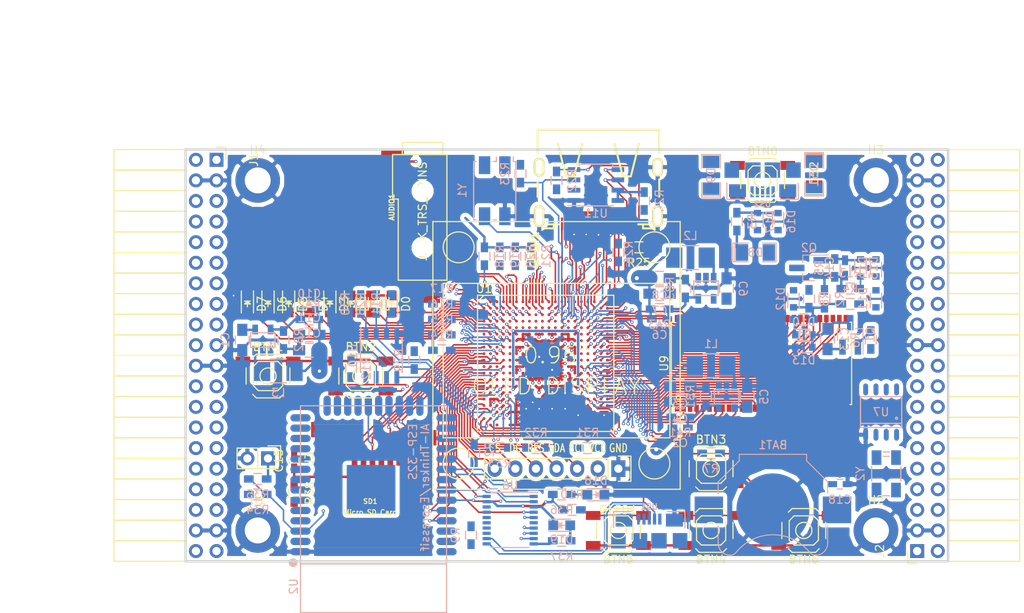
<source format=kicad_pcb>
(kicad_pcb (version 4) (host pcbnew 4.0.5+dfsg1-4)
  (layers (0 F.Cu signal) (1 In1.Cu signal) (2 In2.Cu signal) (31 B.Cu signal) (34 B.Paste user) (35 F.Paste user) (36 B.SilkS user) (37 F.SilkS user) (38 B.Mask user) (39 F.Mask user) (44 Edge.Cuts user))
  (net 0 "")
  (net 1 GND)
  (net 2 +5V)
  (net 3 /gpio/IN5V)
  (net 4 /gpio/OUT5V)
  (net 5 +3V3)
  (net 6 "Net-(L1-Pad1)")
  (net 7 "Net-(L2-Pad1)")
  (net 8 +1V2)
  (net 9 BTN_D)
  (net 10 BTN_F1)
  (net 11 BTN_F2)
  (net 12 BTN_L)
  (net 13 BTN_R)
  (net 14 BTN_U)
  (net 15 /power/FB1)
  (net 16 +2V5)
  (net 17 "Net-(L3-Pad1)")
  (net 18 /power/PWREN)
  (net 19 /power/FB3)
  (net 20 /power/FB2)
  (net 21 "Net-(D9-Pad1)")
  (net 22 /power/VBAT)
  (net 23 JTAG_TDI)
  (net 24 JTAG_TCK)
  (net 25 JTAG_TMS)
  (net 26 JTAG_TDO)
  (net 27 /power/WAKEUPn)
  (net 28 /power/WKUP)
  (net 29 /power/SHUT)
  (net 30 /power/WAKE)
  (net 31 /power/HOLD)
  (net 32 /power/WKn)
  (net 33 /power/OSCI_32k)
  (net 34 /power/OSCO_32k)
  (net 35 "Net-(Q2-Pad3)")
  (net 36 SHUTDOWN)
  (net 37 /analog/AUDIO_L)
  (net 38 /analog/AUDIO_R)
  (net 39 GPDI_5V_SCL)
  (net 40 GPDI_5V_SDA)
  (net 41 GPDI_SDA)
  (net 42 GPDI_SCL)
  (net 43 /gpdi/VREF2)
  (net 44 /blinkey/BTNPU)
  (net 45 SD_CMD)
  (net 46 SD_CLK)
  (net 47 SD_D0)
  (net 48 SD_D1)
  (net 49 USB5V)
  (net 50 "Net-(BTN0-Pad1)")
  (net 51 GPDI_CEC)
  (net 52 nRESET)
  (net 53 FTDI_nDTR)
  (net 54 SDRAM_CKE)
  (net 55 SDRAM_A7)
  (net 56 SDRAM_D15)
  (net 57 SDRAM_BA1)
  (net 58 SDRAM_D7)
  (net 59 SDRAM_A6)
  (net 60 SDRAM_CLK)
  (net 61 SDRAM_D13)
  (net 62 SDRAM_BA0)
  (net 63 SDRAM_D6)
  (net 64 SDRAM_A5)
  (net 65 SDRAM_D14)
  (net 66 SDRAM_A11)
  (net 67 SDRAM_D12)
  (net 68 SDRAM_D5)
  (net 69 SDRAM_A4)
  (net 70 SDRAM_A10)
  (net 71 SDRAM_D11)
  (net 72 SDRAM_A3)
  (net 73 SDRAM_D4)
  (net 74 SDRAM_D10)
  (net 75 SDRAM_D9)
  (net 76 SDRAM_A9)
  (net 77 SDRAM_D3)
  (net 78 SDRAM_D8)
  (net 79 SDRAM_A8)
  (net 80 SDRAM_A2)
  (net 81 SDRAM_A1)
  (net 82 SDRAM_A0)
  (net 83 SDRAM_D2)
  (net 84 SDRAM_D1)
  (net 85 SDRAM_D0)
  (net 86 SDRAM_DQM0)
  (net 87 SDRAM_nCS)
  (net 88 SDRAM_nRAS)
  (net 89 SDRAM_DQM1)
  (net 90 SDRAM_nCAS)
  (net 91 SDRAM_nWE)
  (net 92 /flash/FLASH_nWP)
  (net 93 /flash/FLASH_nHOLD)
  (net 94 /flash/FLASH_MOSI)
  (net 95 /flash/FLASH_MISO)
  (net 96 /flash/FLASH_SCK)
  (net 97 /flash/FLASH_nCS)
  (net 98 /flash/FPGA_PROGRAMN)
  (net 99 /flash/FPGA_DONE)
  (net 100 /flash/FPGA_INITN)
  (net 101 OLED_RES)
  (net 102 OLED_DC)
  (net 103 OLED_CS)
  (net 104 WIFI_EN)
  (net 105 FTDI_nRTS)
  (net 106 WIFI_GPIO2)
  (net 107 FTDI_TXD)
  (net 108 FTDI_RXD)
  (net 109 WIFI_RXD)
  (net 110 WIFI_GPIO0)
  (net 111 WIFI_TXD)
  (net 112 /gpdi/CLK_25MHz)
  (net 113 GPDI_ETH-)
  (net 114 GPDI_ETH+)
  (net 115 GPDI_D2+)
  (net 116 GPDI_D2-)
  (net 117 GPDI_D1+)
  (net 118 GPDI_D1-)
  (net 119 GPDI_D0+)
  (net 120 GPDI_D0-)
  (net 121 GPDI_CLK+)
  (net 122 GPDI_CLK-)
  (net 123 USB_FPGA_D+)
  (net 124 USB_FPGA_D-)
  (net 125 USB_FTDI_D+)
  (net 126 USB_FTDI_D-)
  (net 127 J1_17-)
  (net 128 J1_17+)
  (net 129 J1_23-)
  (net 130 J1_23+)
  (net 131 J1_25-)
  (net 132 J1_25+)
  (net 133 J1_27-)
  (net 134 J1_27+)
  (net 135 J1_29-)
  (net 136 J1_29+)
  (net 137 J1_31-)
  (net 138 J1_31+)
  (net 139 J1_33-)
  (net 140 J1_33+)
  (net 141 J1_35-)
  (net 142 J1_35+)
  (net 143 J2_5-)
  (net 144 J2_5+)
  (net 145 J2_7-)
  (net 146 J2_7+)
  (net 147 J2_9-)
  (net 148 J2_9+)
  (net 149 J2_13-)
  (net 150 J2_13+)
  (net 151 J2_17-)
  (net 152 J2_17+)
  (net 153 J2_11-)
  (net 154 J2_11+)
  (net 155 J2_23-)
  (net 156 J2_23+)
  (net 157 J1_5-)
  (net 158 J1_5+)
  (net 159 J1_7-)
  (net 160 J1_7+)
  (net 161 J1_9-)
  (net 162 J1_9+)
  (net 163 J1_11-)
  (net 164 J1_11+)
  (net 165 J1_13-)
  (net 166 J1_13+)
  (net 167 J1_15-)
  (net 168 J1_15+)
  (net 169 J2_15-)
  (net 170 J2_15+)
  (net 171 J2_25-)
  (net 172 J2_25+)
  (net 173 J2_27-)
  (net 174 J2_27+)
  (net 175 J2_29-)
  (net 176 J2_29+)
  (net 177 J2_31-)
  (net 178 J2_31+)
  (net 179 J2_33-)
  (net 180 J2_33+)
  (net 181 J2_35-)
  (net 182 J2_35+)
  (net 183 SD_D3)
  (net 184 AUDIO_L3)
  (net 185 AUDIO_L2)
  (net 186 AUDIO_L1)
  (net 187 AUDIO_L0)
  (net 188 AUDIO_R3)
  (net 189 AUDIO_R2)
  (net 190 AUDIO_R1)
  (net 191 AUDIO_R0)
  (net 192 OLED_CLK)
  (net 193 OLED_MOSI)
  (net 194 WIFI_GPIO15)
  (net 195 LED0)
  (net 196 LED1)
  (net 197 LED2)
  (net 198 LED3)
  (net 199 LED4)
  (net 200 LED5)
  (net 201 LED6)
  (net 202 LED7)
  (net 203 BTN_PWRn)
  (net 204 "Net-(J3-Pad1)")
  (net 205 FTDI_nTXLED)
  (net 206 FTDI_nSLEEP)
  (net 207 /blinkey/LED_PWREN)
  (net 208 /blinkey/LED_TXLED)
  (net 209 FT3V3)
  (net 210 /sdcard/SD3V3)
  (net 211 SD_D2)
  (net 212 FTDI_nSUSPEND)
  (module lfe5bg381:BGA-381_pitch0.8mm_dia0.4mm (layer F.Cu) (at 138.48 87.8)
    (fp_text reference U1 (at -7.6 -9.2) (layer F.SilkS))
    (fp_text value LFE5U-25F-6BG381C)
    (pad A2 smd circle (at -6.8 -7.6) (size 0.35 0.35) (layers F.Cu F.Paste F.Mask) (net 134 J1_27+))
    (pad A3 smd circle (at -6 -7.6) (size 0.35 0.35) (layers F.Cu F.Paste F.Mask) (net 188 AUDIO_R3))
    (pad A4 smd circle (at -5.2 -7.6) (size 0.35 0.35) (layers F.Cu F.Paste F.Mask) (net 132 J1_25+))
    (pad A5 smd circle (at -4.4 -7.6) (size 0.35 0.35) (layers F.Cu F.Paste F.Mask) (net 131 J1_25-))
    (pad A6 smd circle (at -3.6 -7.6) (size 0.35 0.35) (layers F.Cu F.Paste F.Mask) (net 130 J1_23+))
    (pad A7 smd circle (at -2.8 -7.6) (size 0.35 0.35) (layers F.Cu F.Paste F.Mask) (net 166 J1_13+))
    (pad A8 smd circle (at -2 -7.6) (size 0.35 0.35) (layers F.Cu F.Paste F.Mask) (net 165 J1_13-))
    (pad A9 smd circle (at -1.2 -7.6) (size 0.35 0.35) (layers F.Cu F.Paste F.Mask) (net 161 J1_9-))
    (pad A10 smd circle (at -0.4 -7.6) (size 0.35 0.35) (layers F.Cu F.Paste F.Mask) (net 160 J1_7+))
    (pad A11 smd circle (at 0.4 -7.6) (size 0.35 0.35) (layers F.Cu F.Paste F.Mask) (net 159 J1_7-))
    (pad A12 smd circle (at 1.2 -7.6) (size 0.35 0.35) (layers F.Cu F.Paste F.Mask) (net 114 GPDI_ETH+))
    (pad A13 smd circle (at 2 -7.6) (size 0.35 0.35) (layers F.Cu F.Paste F.Mask) (net 113 GPDI_ETH-))
    (pad A14 smd circle (at 2.8 -7.6) (size 0.35 0.35) (layers F.Cu F.Paste F.Mask) (net 115 GPDI_D2+))
    (pad A15 smd circle (at 3.6 -7.6) (size 0.35 0.35) (layers F.Cu F.Paste F.Mask))
    (pad A16 smd circle (at 4.4 -7.6) (size 0.35 0.35) (layers F.Cu F.Paste F.Mask) (net 117 GPDI_D1+))
    (pad A17 smd circle (at 5.2 -7.6) (size 0.35 0.35) (layers F.Cu F.Paste F.Mask) (net 119 GPDI_D0+))
    (pad A18 smd circle (at 6 -7.6) (size 0.35 0.35) (layers F.Cu F.Paste F.Mask) (net 121 GPDI_CLK+))
    (pad A19 smd circle (at 6.8 -7.6) (size 0.35 0.35) (layers F.Cu F.Paste F.Mask) (net 51 GPDI_CEC))
    (pad B1 smd circle (at -7.6 -6.8) (size 0.35 0.35) (layers F.Cu F.Paste F.Mask) (net 133 J1_27-))
    (pad B2 smd circle (at -6.8 -6.8) (size 0.35 0.35) (layers F.Cu F.Paste F.Mask) (net 195 LED0))
    (pad B3 smd circle (at -6 -6.8) (size 0.35 0.35) (layers F.Cu F.Paste F.Mask) (net 187 AUDIO_L0))
    (pad B4 smd circle (at -5.2 -6.8) (size 0.35 0.35) (layers F.Cu F.Paste F.Mask) (net 135 J1_29-))
    (pad B5 smd circle (at -4.4 -6.8) (size 0.35 0.35) (layers F.Cu F.Paste F.Mask) (net 189 AUDIO_R2))
    (pad B6 smd circle (at -3.6 -6.8) (size 0.35 0.35) (layers F.Cu F.Paste F.Mask) (net 129 J1_23-))
    (pad B7 smd circle (at -2.8 -6.8) (size 0.35 0.35) (layers F.Cu F.Paste F.Mask) (net 1 GND))
    (pad B8 smd circle (at -2 -6.8) (size 0.35 0.35) (layers F.Cu F.Paste F.Mask) (net 167 J1_15-))
    (pad B9 smd circle (at -1.2 -6.8) (size 0.35 0.35) (layers F.Cu F.Paste F.Mask) (net 164 J1_11+))
    (pad B10 smd circle (at -0.4 -6.8) (size 0.35 0.35) (layers F.Cu F.Paste F.Mask) (net 162 J1_9+))
    (pad B11 smd circle (at 0.4 -6.8) (size 0.35 0.35) (layers F.Cu F.Paste F.Mask) (net 158 J1_5+))
    (pad B12 smd circle (at 1.2 -6.8) (size 0.35 0.35) (layers F.Cu F.Paste F.Mask) (net 112 /gpdi/CLK_25MHz))
    (pad B13 smd circle (at 2 -6.8) (size 0.35 0.35) (layers F.Cu F.Paste F.Mask) (net 180 J2_33+))
    (pad B14 smd circle (at 2.8 -6.8) (size 0.35 0.35) (layers F.Cu F.Paste F.Mask) (net 1 GND))
    (pad B15 smd circle (at 3.6 -6.8) (size 0.35 0.35) (layers F.Cu F.Paste F.Mask) (net 178 J2_31+))
    (pad B16 smd circle (at 4.4 -6.8) (size 0.35 0.35) (layers F.Cu F.Paste F.Mask) (net 118 GPDI_D1-))
    (pad B17 smd circle (at 5.2 -6.8) (size 0.35 0.35) (layers F.Cu F.Paste F.Mask) (net 174 J2_27+))
    (pad B18 smd circle (at 6 -6.8) (size 0.35 0.35) (layers F.Cu F.Paste F.Mask) (net 120 GPDI_D0-))
    (pad B19 smd circle (at 6.8 -6.8) (size 0.35 0.35) (layers F.Cu F.Paste F.Mask) (net 122 GPDI_CLK-))
    (pad B20 smd circle (at 7.6 -6.8) (size 0.35 0.35) (layers F.Cu F.Paste F.Mask) (net 41 GPDI_SDA))
    (pad C1 smd circle (at -7.6 -6) (size 0.35 0.35) (layers F.Cu F.Paste F.Mask) (net 197 LED2))
    (pad C2 smd circle (at -6.8 -6) (size 0.35 0.35) (layers F.Cu F.Paste F.Mask) (net 196 LED1))
    (pad C3 smd circle (at -6 -6) (size 0.35 0.35) (layers F.Cu F.Paste F.Mask) (net 185 AUDIO_L2))
    (pad C4 smd circle (at -5.2 -6) (size 0.35 0.35) (layers F.Cu F.Paste F.Mask) (net 136 J1_29+))
    (pad C5 smd circle (at -4.4 -6) (size 0.35 0.35) (layers F.Cu F.Paste F.Mask) (net 190 AUDIO_R1))
    (pad C6 smd circle (at -3.6 -6) (size 0.35 0.35) (layers F.Cu F.Paste F.Mask) (net 128 J1_17+))
    (pad C7 smd circle (at -2.8 -6) (size 0.35 0.35) (layers F.Cu F.Paste F.Mask) (net 127 J1_17-))
    (pad C8 smd circle (at -2 -6) (size 0.35 0.35) (layers F.Cu F.Paste F.Mask) (net 168 J1_15+))
    (pad C9 smd circle (at -1.2 -6) (size 0.35 0.35) (layers F.Cu F.Paste F.Mask))
    (pad C10 smd circle (at -0.4 -6) (size 0.35 0.35) (layers F.Cu F.Paste F.Mask) (net 163 J1_11-))
    (pad C11 smd circle (at 0.4 -6) (size 0.35 0.35) (layers F.Cu F.Paste F.Mask) (net 157 J1_5-))
    (pad C12 smd circle (at 1.2 -6) (size 0.35 0.35) (layers F.Cu F.Paste F.Mask) (net 42 GPDI_SCL))
    (pad C13 smd circle (at 2 -6) (size 0.35 0.35) (layers F.Cu F.Paste F.Mask) (net 179 J2_33-))
    (pad C14 smd circle (at 2.8 -6) (size 0.35 0.35) (layers F.Cu F.Paste F.Mask) (net 116 GPDI_D2-))
    (pad C15 smd circle (at 3.6 -6) (size 0.35 0.35) (layers F.Cu F.Paste F.Mask) (net 177 J2_31-))
    (pad C16 smd circle (at 4.4 -6) (size 0.35 0.35) (layers F.Cu F.Paste F.Mask) (net 176 J2_29+))
    (pad C17 smd circle (at 5.2 -6) (size 0.35 0.35) (layers F.Cu F.Paste F.Mask) (net 173 J2_27-))
    (pad C18 smd circle (at 6 -6) (size 0.35 0.35) (layers F.Cu F.Paste F.Mask) (net 156 J2_23+))
    (pad C19 smd circle (at 6.8 -6) (size 0.35 0.35) (layers F.Cu F.Paste F.Mask) (net 1 GND))
    (pad C20 smd circle (at 7.6 -6) (size 0.35 0.35) (layers F.Cu F.Paste F.Mask) (net 56 SDRAM_D15))
    (pad D1 smd circle (at -7.6 -5.2) (size 0.35 0.35) (layers F.Cu F.Paste F.Mask) (net 199 LED4))
    (pad D2 smd circle (at -6.8 -5.2) (size 0.35 0.35) (layers F.Cu F.Paste F.Mask) (net 198 LED3))
    (pad D3 smd circle (at -6 -5.2) (size 0.35 0.35) (layers F.Cu F.Paste F.Mask) (net 186 AUDIO_L1))
    (pad D4 smd circle (at -5.2 -5.2) (size 0.35 0.35) (layers F.Cu F.Paste F.Mask) (net 1 GND))
    (pad D5 smd circle (at -4.4 -5.2) (size 0.35 0.35) (layers F.Cu F.Paste F.Mask))
    (pad D6 smd circle (at -3.6 -5.2) (size 0.35 0.35) (layers F.Cu F.Paste F.Mask) (net 203 BTN_PWRn))
    (pad D7 smd circle (at -2.8 -5.2) (size 0.35 0.35) (layers F.Cu F.Paste F.Mask))
    (pad D8 smd circle (at -2 -5.2) (size 0.35 0.35) (layers F.Cu F.Paste F.Mask))
    (pad D9 smd circle (at -1.2 -5.2) (size 0.35 0.35) (layers F.Cu F.Paste F.Mask))
    (pad D10 smd circle (at -0.4 -5.2) (size 0.35 0.35) (layers F.Cu F.Paste F.Mask))
    (pad D11 smd circle (at 0.4 -5.2) (size 0.35 0.35) (layers F.Cu F.Paste F.Mask) (net 14 BTN_U))
    (pad D12 smd circle (at 1.2 -5.2) (size 0.35 0.35) (layers F.Cu F.Paste F.Mask))
    (pad D13 smd circle (at 2 -5.2) (size 0.35 0.35) (layers F.Cu F.Paste F.Mask) (net 182 J2_35+))
    (pad D14 smd circle (at 2.8 -5.2) (size 0.35 0.35) (layers F.Cu F.Paste F.Mask))
    (pad D15 smd circle (at 3.6 -5.2) (size 0.35 0.35) (layers F.Cu F.Paste F.Mask) (net 172 J2_25+))
    (pad D16 smd circle (at 4.4 -5.2) (size 0.35 0.35) (layers F.Cu F.Paste F.Mask) (net 175 J2_29-))
    (pad D17 smd circle (at 5.2 -5.2) (size 0.35 0.35) (layers F.Cu F.Paste F.Mask) (net 155 J2_23-))
    (pad D18 smd circle (at 6 -5.2) (size 0.35 0.35) (layers F.Cu F.Paste F.Mask) (net 152 J2_17+))
    (pad D19 smd circle (at 6.8 -5.2) (size 0.35 0.35) (layers F.Cu F.Paste F.Mask) (net 65 SDRAM_D14))
    (pad D20 smd circle (at 7.6 -5.2) (size 0.35 0.35) (layers F.Cu F.Paste F.Mask) (net 61 SDRAM_D13))
    (pad E1 smd circle (at -7.6 -4.4) (size 0.35 0.35) (layers F.Cu F.Paste F.Mask) (net 201 LED6))
    (pad E2 smd circle (at -6.8 -4.4) (size 0.35 0.35) (layers F.Cu F.Paste F.Mask) (net 200 LED5))
    (pad E3 smd circle (at -6 -4.4) (size 0.35 0.35) (layers F.Cu F.Paste F.Mask) (net 137 J1_31-))
    (pad E4 smd circle (at -5.2 -4.4) (size 0.35 0.35) (layers F.Cu F.Paste F.Mask))
    (pad E5 smd circle (at -4.4 -4.4) (size 0.35 0.35) (layers F.Cu F.Paste F.Mask) (net 184 AUDIO_L3))
    (pad E6 smd circle (at -3.6 -4.4) (size 0.35 0.35) (layers F.Cu F.Paste F.Mask))
    (pad E7 smd circle (at -2.8 -4.4) (size 0.35 0.35) (layers F.Cu F.Paste F.Mask))
    (pad E8 smd circle (at -2 -4.4) (size 0.35 0.35) (layers F.Cu F.Paste F.Mask))
    (pad E9 smd circle (at -1.2 -4.4) (size 0.35 0.35) (layers F.Cu F.Paste F.Mask))
    (pad E10 smd circle (at -0.4 -4.4) (size 0.35 0.35) (layers F.Cu F.Paste F.Mask))
    (pad E11 smd circle (at 0.4 -4.4) (size 0.35 0.35) (layers F.Cu F.Paste F.Mask))
    (pad E12 smd circle (at 1.2 -4.4) (size 0.35 0.35) (layers F.Cu F.Paste F.Mask))
    (pad E13 smd circle (at 2 -4.4) (size 0.35 0.35) (layers F.Cu F.Paste F.Mask) (net 181 J2_35-))
    (pad E14 smd circle (at 2.8 -4.4) (size 0.35 0.35) (layers F.Cu F.Paste F.Mask))
    (pad E15 smd circle (at 3.6 -4.4) (size 0.35 0.35) (layers F.Cu F.Paste F.Mask) (net 171 J2_25-))
    (pad E16 smd circle (at 4.4 -4.4) (size 0.35 0.35) (layers F.Cu F.Paste F.Mask))
    (pad E17 smd circle (at 5.2 -4.4) (size 0.35 0.35) (layers F.Cu F.Paste F.Mask) (net 151 J2_17-))
    (pad E18 smd circle (at 6 -4.4) (size 0.35 0.35) (layers F.Cu F.Paste F.Mask) (net 73 SDRAM_D4))
    (pad E19 smd circle (at 6.8 -4.4) (size 0.35 0.35) (layers F.Cu F.Paste F.Mask) (net 67 SDRAM_D12))
    (pad E20 smd circle (at 7.6 -4.4) (size 0.35 0.35) (layers F.Cu F.Paste F.Mask) (net 71 SDRAM_D11))
    (pad F1 smd circle (at -7.6 -3.6) (size 0.35 0.35) (layers F.Cu F.Paste F.Mask))
    (pad F2 smd circle (at -6.8 -3.6) (size 0.35 0.35) (layers F.Cu F.Paste F.Mask) (net 202 LED7))
    (pad F3 smd circle (at -6 -3.6) (size 0.35 0.35) (layers F.Cu F.Paste F.Mask) (net 139 J1_33-))
    (pad F4 smd circle (at -5.2 -3.6) (size 0.35 0.35) (layers F.Cu F.Paste F.Mask) (net 138 J1_31+))
    (pad F5 smd circle (at -4.4 -3.6) (size 0.35 0.35) (layers F.Cu F.Paste F.Mask) (net 191 AUDIO_R0))
    (pad F6 smd circle (at -3.6 -3.6) (size 0.35 0.35) (layers F.Cu F.Paste F.Mask) (net 16 +2V5))
    (pad F7 smd circle (at -2.8 -3.6) (size 0.35 0.35) (layers F.Cu F.Paste F.Mask) (net 1 GND))
    (pad F8 smd circle (at -2 -3.6) (size 0.35 0.35) (layers F.Cu F.Paste F.Mask) (net 1 GND))
    (pad F9 smd circle (at -1.2 -3.6) (size 0.35 0.35) (layers F.Cu F.Paste F.Mask) (net 5 +3V3))
    (pad F10 smd circle (at -0.4 -3.6) (size 0.35 0.35) (layers F.Cu F.Paste F.Mask) (net 5 +3V3))
    (pad F11 smd circle (at 0.4 -3.6) (size 0.35 0.35) (layers F.Cu F.Paste F.Mask) (net 5 +3V3))
    (pad F12 smd circle (at 1.2 -3.6) (size 0.35 0.35) (layers F.Cu F.Paste F.Mask) (net 5 +3V3))
    (pad F13 smd circle (at 2 -3.6) (size 0.35 0.35) (layers F.Cu F.Paste F.Mask) (net 1 GND))
    (pad F14 smd circle (at 2.8 -3.6) (size 0.35 0.35) (layers F.Cu F.Paste F.Mask) (net 1 GND))
    (pad F15 smd circle (at 3.6 -3.6) (size 0.35 0.35) (layers F.Cu F.Paste F.Mask) (net 16 +2V5))
    (pad F16 smd circle (at 4.4 -3.6) (size 0.35 0.35) (layers F.Cu F.Paste F.Mask))
    (pad F17 smd circle (at 5.2 -3.6) (size 0.35 0.35) (layers F.Cu F.Paste F.Mask) (net 170 J2_15+))
    (pad F18 smd circle (at 6 -3.6) (size 0.35 0.35) (layers F.Cu F.Paste F.Mask) (net 68 SDRAM_D5))
    (pad F19 smd circle (at 6.8 -3.6) (size 0.35 0.35) (layers F.Cu F.Paste F.Mask) (net 74 SDRAM_D10))
    (pad F20 smd circle (at 7.6 -3.6) (size 0.35 0.35) (layers F.Cu F.Paste F.Mask) (net 75 SDRAM_D9))
    (pad G1 smd circle (at -7.6 -2.8) (size 0.35 0.35) (layers F.Cu F.Paste F.Mask))
    (pad G2 smd circle (at -6.8 -2.8) (size 0.35 0.35) (layers F.Cu F.Paste F.Mask) (net 104 WIFI_EN))
    (pad G3 smd circle (at -6 -2.8) (size 0.35 0.35) (layers F.Cu F.Paste F.Mask) (net 140 J1_33+))
    (pad G4 smd circle (at -5.2 -2.8) (size 0.35 0.35) (layers F.Cu F.Paste F.Mask) (net 1 GND))
    (pad G5 smd circle (at -4.4 -2.8) (size 0.35 0.35) (layers F.Cu F.Paste F.Mask) (net 141 J1_35-))
    (pad G6 smd circle (at -3.6 -2.8) (size 0.35 0.35) (layers F.Cu F.Paste F.Mask) (net 1 GND))
    (pad G7 smd circle (at -2.8 -2.8) (size 0.35 0.35) (layers F.Cu F.Paste F.Mask) (net 1 GND))
    (pad G8 smd circle (at -2 -2.8) (size 0.35 0.35) (layers F.Cu F.Paste F.Mask) (net 1 GND))
    (pad G9 smd circle (at -1.2 -2.8) (size 0.35 0.35) (layers F.Cu F.Paste F.Mask) (net 1 GND))
    (pad G10 smd circle (at -0.4 -2.8) (size 0.35 0.35) (layers F.Cu F.Paste F.Mask) (net 1 GND))
    (pad G11 smd circle (at 0.4 -2.8) (size 0.35 0.35) (layers F.Cu F.Paste F.Mask) (net 1 GND))
    (pad G12 smd circle (at 1.2 -2.8) (size 0.35 0.35) (layers F.Cu F.Paste F.Mask) (net 1 GND))
    (pad G13 smd circle (at 2 -2.8) (size 0.35 0.35) (layers F.Cu F.Paste F.Mask) (net 1 GND))
    (pad G14 smd circle (at 2.8 -2.8) (size 0.35 0.35) (layers F.Cu F.Paste F.Mask) (net 1 GND))
    (pad G15 smd circle (at 3.6 -2.8) (size 0.35 0.35) (layers F.Cu F.Paste F.Mask) (net 1 GND))
    (pad G16 smd circle (at 4.4 -2.8) (size 0.35 0.35) (layers F.Cu F.Paste F.Mask))
    (pad G17 smd circle (at 5.2 -2.8) (size 0.35 0.35) (layers F.Cu F.Paste F.Mask) (net 1 GND))
    (pad G18 smd circle (at 6 -2.8) (size 0.35 0.35) (layers F.Cu F.Paste F.Mask) (net 169 J2_15-))
    (pad G19 smd circle (at 6.8 -2.8) (size 0.35 0.35) (layers F.Cu F.Paste F.Mask) (net 78 SDRAM_D8))
    (pad G20 smd circle (at 7.6 -2.8) (size 0.35 0.35) (layers F.Cu F.Paste F.Mask) (net 89 SDRAM_DQM1))
    (pad H1 smd circle (at -7.6 -2) (size 0.35 0.35) (layers F.Cu F.Paste F.Mask) (net 183 SD_D3))
    (pad H2 smd circle (at -6.8 -2) (size 0.35 0.35) (layers F.Cu F.Paste F.Mask) (net 211 SD_D2))
    (pad H3 smd circle (at -6 -2) (size 0.35 0.35) (layers F.Cu F.Paste F.Mask))
    (pad H4 smd circle (at -5.2 -2) (size 0.35 0.35) (layers F.Cu F.Paste F.Mask) (net 142 J1_35+))
    (pad H5 smd circle (at -4.4 -2) (size 0.35 0.35) (layers F.Cu F.Paste F.Mask))
    (pad H6 smd circle (at -3.6 -2) (size 0.35 0.35) (layers F.Cu F.Paste F.Mask) (net 5 +3V3))
    (pad H7 smd circle (at -2.8 -2) (size 0.35 0.35) (layers F.Cu F.Paste F.Mask) (net 5 +3V3))
    (pad H8 smd circle (at -2 -2) (size 0.35 0.35) (layers F.Cu F.Paste F.Mask) (net 8 +1V2))
    (pad H9 smd circle (at -1.2 -2) (size 0.35 0.35) (layers F.Cu F.Paste F.Mask) (net 8 +1V2))
    (pad H10 smd circle (at -0.4 -2) (size 0.35 0.35) (layers F.Cu F.Paste F.Mask) (net 8 +1V2))
    (pad H11 smd circle (at 0.4 -2) (size 0.35 0.35) (layers F.Cu F.Paste F.Mask) (net 8 +1V2))
    (pad H12 smd circle (at 1.2 -2) (size 0.35 0.35) (layers F.Cu F.Paste F.Mask) (net 8 +1V2))
    (pad H13 smd circle (at 2 -2) (size 0.35 0.35) (layers F.Cu F.Paste F.Mask) (net 8 +1V2))
    (pad H14 smd circle (at 2.8 -2) (size 0.35 0.35) (layers F.Cu F.Paste F.Mask) (net 5 +3V3))
    (pad H15 smd circle (at 3.6 -2) (size 0.35 0.35) (layers F.Cu F.Paste F.Mask) (net 5 +3V3))
    (pad H16 smd circle (at 4.4 -2) (size 0.35 0.35) (layers F.Cu F.Paste F.Mask))
    (pad H17 smd circle (at 5.2 -2) (size 0.35 0.35) (layers F.Cu F.Paste F.Mask) (net 149 J2_13-))
    (pad H18 smd circle (at 6 -2) (size 0.35 0.35) (layers F.Cu F.Paste F.Mask) (net 150 J2_13+))
    (pad H19 smd circle (at 6.8 -2) (size 0.35 0.35) (layers F.Cu F.Paste F.Mask) (net 1 GND))
    (pad H20 smd circle (at 7.6 -2) (size 0.35 0.35) (layers F.Cu F.Paste F.Mask) (net 60 SDRAM_CLK))
    (pad J1 smd circle (at -7.6 -1.2) (size 0.35 0.35) (layers F.Cu F.Paste F.Mask) (net 46 SD_CLK))
    (pad J2 smd circle (at -6.8 -1.2) (size 0.35 0.35) (layers F.Cu F.Paste F.Mask) (net 1 GND))
    (pad J3 smd circle (at -6 -1.2) (size 0.35 0.35) (layers F.Cu F.Paste F.Mask) (net 45 SD_CMD))
    (pad J4 smd circle (at -5.2 -1.2) (size 0.35 0.35) (layers F.Cu F.Paste F.Mask) (net 106 WIFI_GPIO2))
    (pad J5 smd circle (at -4.4 -1.2) (size 0.35 0.35) (layers F.Cu F.Paste F.Mask))
    (pad J6 smd circle (at -3.6 -1.2) (size 0.35 0.35) (layers F.Cu F.Paste F.Mask) (net 5 +3V3))
    (pad J7 smd circle (at -2.8 -1.2) (size 0.35 0.35) (layers F.Cu F.Paste F.Mask) (net 1 GND))
    (pad J8 smd circle (at -2 -1.2) (size 0.35 0.35) (layers F.Cu F.Paste F.Mask) (net 8 +1V2))
    (pad J9 smd circle (at -1.2 -1.2) (size 0.35 0.35) (layers F.Cu F.Paste F.Mask) (net 1 GND))
    (pad J10 smd circle (at -0.4 -1.2) (size 0.35 0.35) (layers F.Cu F.Paste F.Mask) (net 1 GND))
    (pad J11 smd circle (at 0.4 -1.2) (size 0.35 0.35) (layers F.Cu F.Paste F.Mask) (net 1 GND))
    (pad J12 smd circle (at 1.2 -1.2) (size 0.35 0.35) (layers F.Cu F.Paste F.Mask) (net 1 GND))
    (pad J13 smd circle (at 2 -1.2) (size 0.35 0.35) (layers F.Cu F.Paste F.Mask) (net 8 +1V2))
    (pad J14 smd circle (at 2.8 -1.2) (size 0.35 0.35) (layers F.Cu F.Paste F.Mask) (net 1 GND))
    (pad J15 smd circle (at 3.6 -1.2) (size 0.35 0.35) (layers F.Cu F.Paste F.Mask) (net 5 +3V3))
    (pad J16 smd circle (at 4.4 -1.2) (size 0.35 0.35) (layers F.Cu F.Paste F.Mask))
    (pad J17 smd circle (at 5.2 -1.2) (size 0.35 0.35) (layers F.Cu F.Paste F.Mask))
    (pad J18 smd circle (at 6 -1.2) (size 0.35 0.35) (layers F.Cu F.Paste F.Mask) (net 77 SDRAM_D3))
    (pad J19 smd circle (at 6.8 -1.2) (size 0.35 0.35) (layers F.Cu F.Paste F.Mask) (net 54 SDRAM_CKE))
    (pad J20 smd circle (at 7.6 -1.2) (size 0.35 0.35) (layers F.Cu F.Paste F.Mask) (net 66 SDRAM_A11))
    (pad K1 smd circle (at -7.6 -0.4) (size 0.35 0.35) (layers F.Cu F.Paste F.Mask) (net 48 SD_D1))
    (pad K2 smd circle (at -6.8 -0.4) (size 0.35 0.35) (layers F.Cu F.Paste F.Mask) (net 47 SD_D0))
    (pad K3 smd circle (at -6 -0.4) (size 0.35 0.35) (layers F.Cu F.Paste F.Mask) (net 109 WIFI_RXD))
    (pad K4 smd circle (at -5.2 -0.4) (size 0.35 0.35) (layers F.Cu F.Paste F.Mask) (net 111 WIFI_TXD))
    (pad K5 smd circle (at -4.4 -0.4) (size 0.35 0.35) (layers F.Cu F.Paste F.Mask) (net 124 USB_FPGA_D-))
    (pad K6 smd circle (at -3.6 -0.4) (size 0.35 0.35) (layers F.Cu F.Paste F.Mask) (net 1 GND))
    (pad K7 smd circle (at -2.8 -0.4) (size 0.35 0.35) (layers F.Cu F.Paste F.Mask) (net 1 GND))
    (pad K8 smd circle (at -2 -0.4) (size 0.35 0.35) (layers F.Cu F.Paste F.Mask) (net 8 +1V2))
    (pad K9 smd circle (at -1.2 -0.4) (size 0.35 0.35) (layers F.Cu F.Paste F.Mask) (net 1 GND))
    (pad K10 smd circle (at -0.4 -0.4) (size 0.35 0.35) (layers F.Cu F.Paste F.Mask) (net 1 GND))
    (pad K11 smd circle (at 0.4 -0.4) (size 0.35 0.35) (layers F.Cu F.Paste F.Mask) (net 1 GND))
    (pad K12 smd circle (at 1.2 -0.4) (size 0.35 0.35) (layers F.Cu F.Paste F.Mask) (net 1 GND))
    (pad K13 smd circle (at 2 -0.4) (size 0.35 0.35) (layers F.Cu F.Paste F.Mask) (net 8 +1V2))
    (pad K14 smd circle (at 2.8 -0.4) (size 0.35 0.35) (layers F.Cu F.Paste F.Mask) (net 1 GND))
    (pad K15 smd circle (at 3.6 -0.4) (size 0.35 0.35) (layers F.Cu F.Paste F.Mask) (net 1 GND))
    (pad K16 smd circle (at 4.4 -0.4) (size 0.35 0.35) (layers F.Cu F.Paste F.Mask))
    (pad K17 smd circle (at 5.2 -0.4) (size 0.35 0.35) (layers F.Cu F.Paste F.Mask))
    (pad K18 smd circle (at 6 -0.4) (size 0.35 0.35) (layers F.Cu F.Paste F.Mask) (net 83 SDRAM_D2))
    (pad K19 smd circle (at 6.8 -0.4) (size 0.35 0.35) (layers F.Cu F.Paste F.Mask) (net 76 SDRAM_A9))
    (pad K20 smd circle (at 7.6 -0.4) (size 0.35 0.35) (layers F.Cu F.Paste F.Mask) (net 79 SDRAM_A8))
    (pad L1 smd circle (at -7.6 0.4) (size 0.35 0.35) (layers F.Cu F.Paste F.Mask))
    (pad L2 smd circle (at -6.8 0.4) (size 0.35 0.35) (layers F.Cu F.Paste F.Mask) (net 110 WIFI_GPIO0))
    (pad L3 smd circle (at -6 0.4) (size 0.35 0.35) (layers F.Cu F.Paste F.Mask))
    (pad L4 smd circle (at -5.2 0.4) (size 0.35 0.35) (layers F.Cu F.Paste F.Mask) (net 108 FTDI_RXD))
    (pad L5 smd circle (at -4.4 0.4) (size 0.35 0.35) (layers F.Cu F.Paste F.Mask) (net 123 USB_FPGA_D+))
    (pad L6 smd circle (at -3.6 0.4) (size 0.35 0.35) (layers F.Cu F.Paste F.Mask) (net 5 +3V3))
    (pad L7 smd circle (at -2.8 0.4) (size 0.35 0.35) (layers F.Cu F.Paste F.Mask) (net 5 +3V3))
    (pad L8 smd circle (at -2 0.4) (size 0.35 0.35) (layers F.Cu F.Paste F.Mask) (net 8 +1V2))
    (pad L9 smd circle (at -1.2 0.4) (size 0.35 0.35) (layers F.Cu F.Paste F.Mask) (net 1 GND))
    (pad L10 smd circle (at -0.4 0.4) (size 0.35 0.35) (layers F.Cu F.Paste F.Mask) (net 1 GND))
    (pad L11 smd circle (at 0.4 0.4) (size 0.35 0.35) (layers F.Cu F.Paste F.Mask) (net 1 GND))
    (pad L12 smd circle (at 1.2 0.4) (size 0.35 0.35) (layers F.Cu F.Paste F.Mask) (net 1 GND))
    (pad L13 smd circle (at 2 0.4) (size 0.35 0.35) (layers F.Cu F.Paste F.Mask) (net 8 +1V2))
    (pad L14 smd circle (at 2.8 0.4) (size 0.35 0.35) (layers F.Cu F.Paste F.Mask) (net 5 +3V3))
    (pad L15 smd circle (at 3.6 0.4) (size 0.35 0.35) (layers F.Cu F.Paste F.Mask) (net 5 +3V3))
    (pad L16 smd circle (at 4.4 0.4) (size 0.35 0.35) (layers F.Cu F.Paste F.Mask) (net 154 J2_11+))
    (pad L17 smd circle (at 5.2 0.4) (size 0.35 0.35) (layers F.Cu F.Paste F.Mask) (net 153 J2_11-))
    (pad L18 smd circle (at 6 0.4) (size 0.35 0.35) (layers F.Cu F.Paste F.Mask) (net 84 SDRAM_D1))
    (pad L19 smd circle (at 6.8 0.4) (size 0.35 0.35) (layers F.Cu F.Paste F.Mask) (net 55 SDRAM_A7))
    (pad L20 smd circle (at 7.6 0.4) (size 0.35 0.35) (layers F.Cu F.Paste F.Mask) (net 59 SDRAM_A6))
    (pad M1 smd circle (at -7.6 1.2) (size 0.35 0.35) (layers F.Cu F.Paste F.Mask) (net 107 FTDI_TXD))
    (pad M2 smd circle (at -6.8 1.2) (size 0.35 0.35) (layers F.Cu F.Paste F.Mask) (net 1 GND))
    (pad M3 smd circle (at -6 1.2) (size 0.35 0.35) (layers F.Cu F.Paste F.Mask) (net 105 FTDI_nRTS))
    (pad M4 smd circle (at -5.2 1.2) (size 0.35 0.35) (layers F.Cu F.Paste F.Mask))
    (pad M5 smd circle (at -4.4 1.2) (size 0.35 0.35) (layers F.Cu F.Paste F.Mask))
    (pad M6 smd circle (at -3.6 1.2) (size 0.35 0.35) (layers F.Cu F.Paste F.Mask) (net 5 +3V3))
    (pad M7 smd circle (at -2.8 1.2) (size 0.35 0.35) (layers F.Cu F.Paste F.Mask) (net 1 GND))
    (pad M8 smd circle (at -2 1.2) (size 0.35 0.35) (layers F.Cu F.Paste F.Mask) (net 8 +1V2))
    (pad M9 smd circle (at -1.2 1.2) (size 0.35 0.35) (layers F.Cu F.Paste F.Mask) (net 1 GND))
    (pad M10 smd circle (at -0.4 1.2) (size 0.35 0.35) (layers F.Cu F.Paste F.Mask) (net 1 GND))
    (pad M11 smd circle (at 0.4 1.2) (size 0.35 0.35) (layers F.Cu F.Paste F.Mask) (net 1 GND))
    (pad M12 smd circle (at 1.2 1.2) (size 0.35 0.35) (layers F.Cu F.Paste F.Mask) (net 1 GND))
    (pad M13 smd circle (at 2 1.2) (size 0.35 0.35) (layers F.Cu F.Paste F.Mask) (net 8 +1V2))
    (pad M14 smd circle (at 2.8 1.2) (size 0.35 0.35) (layers F.Cu F.Paste F.Mask) (net 1 GND))
    (pad M15 smd circle (at 3.6 1.2) (size 0.35 0.35) (layers F.Cu F.Paste F.Mask) (net 5 +3V3))
    (pad M16 smd circle (at 4.4 1.2) (size 0.35 0.35) (layers F.Cu F.Paste F.Mask) (net 1 GND))
    (pad M17 smd circle (at 5.2 1.2) (size 0.35 0.35) (layers F.Cu F.Paste F.Mask) (net 147 J2_9-))
    (pad M18 smd circle (at 6 1.2) (size 0.35 0.35) (layers F.Cu F.Paste F.Mask) (net 85 SDRAM_D0))
    (pad M19 smd circle (at 6.8 1.2) (size 0.35 0.35) (layers F.Cu F.Paste F.Mask) (net 64 SDRAM_A5))
    (pad M20 smd circle (at 7.6 1.2) (size 0.35 0.35) (layers F.Cu F.Paste F.Mask) (net 69 SDRAM_A4))
    (pad N1 smd circle (at -7.6 2) (size 0.35 0.35) (layers F.Cu F.Paste F.Mask) (net 53 FTDI_nDTR))
    (pad N2 smd circle (at -6.8 2) (size 0.35 0.35) (layers F.Cu F.Paste F.Mask) (net 103 OLED_CS))
    (pad N3 smd circle (at -6 2) (size 0.35 0.35) (layers F.Cu F.Paste F.Mask))
    (pad N4 smd circle (at -5.2 2) (size 0.35 0.35) (layers F.Cu F.Paste F.Mask) (net 194 WIFI_GPIO15))
    (pad N5 smd circle (at -4.4 2) (size 0.35 0.35) (layers F.Cu F.Paste F.Mask))
    (pad N6 smd circle (at -3.6 2) (size 0.35 0.35) (layers F.Cu F.Paste F.Mask) (net 1 GND))
    (pad N7 smd circle (at -2.8 2) (size 0.35 0.35) (layers F.Cu F.Paste F.Mask) (net 1 GND))
    (pad N8 smd circle (at -2 2) (size 0.35 0.35) (layers F.Cu F.Paste F.Mask) (net 8 +1V2))
    (pad N9 smd circle (at -1.2 2) (size 0.35 0.35) (layers F.Cu F.Paste F.Mask) (net 8 +1V2))
    (pad N10 smd circle (at -0.4 2) (size 0.35 0.35) (layers F.Cu F.Paste F.Mask) (net 8 +1V2))
    (pad N11 smd circle (at 0.4 2) (size 0.35 0.35) (layers F.Cu F.Paste F.Mask) (net 8 +1V2))
    (pad N12 smd circle (at 1.2 2) (size 0.35 0.35) (layers F.Cu F.Paste F.Mask) (net 8 +1V2))
    (pad N13 smd circle (at 2 2) (size 0.35 0.35) (layers F.Cu F.Paste F.Mask) (net 8 +1V2))
    (pad N14 smd circle (at 2.8 2) (size 0.35 0.35) (layers F.Cu F.Paste F.Mask) (net 1 GND))
    (pad N15 smd circle (at 3.6 2) (size 0.35 0.35) (layers F.Cu F.Paste F.Mask) (net 1 GND))
    (pad N16 smd circle (at 4.4 2) (size 0.35 0.35) (layers F.Cu F.Paste F.Mask) (net 148 J2_9+))
    (pad N17 smd circle (at 5.2 2) (size 0.35 0.35) (layers F.Cu F.Paste F.Mask) (net 146 J2_7+))
    (pad N18 smd circle (at 6 2) (size 0.35 0.35) (layers F.Cu F.Paste F.Mask) (net 63 SDRAM_D6))
    (pad N19 smd circle (at 6.8 2) (size 0.35 0.35) (layers F.Cu F.Paste F.Mask) (net 72 SDRAM_A3))
    (pad N20 smd circle (at 7.6 2) (size 0.35 0.35) (layers F.Cu F.Paste F.Mask) (net 80 SDRAM_A2))
    (pad P1 smd circle (at -7.6 2.8) (size 0.35 0.35) (layers F.Cu F.Paste F.Mask) (net 102 OLED_DC))
    (pad P2 smd circle (at -6.8 2.8) (size 0.35 0.35) (layers F.Cu F.Paste F.Mask) (net 101 OLED_RES))
    (pad P3 smd circle (at -6 2.8) (size 0.35 0.35) (layers F.Cu F.Paste F.Mask) (net 193 OLED_MOSI))
    (pad P4 smd circle (at -5.2 2.8) (size 0.35 0.35) (layers F.Cu F.Paste F.Mask) (net 192 OLED_CLK))
    (pad P5 smd circle (at -4.4 2.8) (size 0.35 0.35) (layers F.Cu F.Paste F.Mask))
    (pad P6 smd circle (at -3.6 2.8) (size 0.35 0.35) (layers F.Cu F.Paste F.Mask) (net 16 +2V5))
    (pad P7 smd circle (at -2.8 2.8) (size 0.35 0.35) (layers F.Cu F.Paste F.Mask) (net 1 GND))
    (pad P8 smd circle (at -2 2.8) (size 0.35 0.35) (layers F.Cu F.Paste F.Mask) (net 1 GND))
    (pad P9 smd circle (at -1.2 2.8) (size 0.35 0.35) (layers F.Cu F.Paste F.Mask) (net 5 +3V3))
    (pad P10 smd circle (at -0.4 2.8) (size 0.35 0.35) (layers F.Cu F.Paste F.Mask) (net 5 +3V3))
    (pad P11 smd circle (at 0.4 2.8) (size 0.35 0.35) (layers F.Cu F.Paste F.Mask) (net 1 GND))
    (pad P12 smd circle (at 1.2 2.8) (size 0.35 0.35) (layers F.Cu F.Paste F.Mask) (net 1 GND))
    (pad P13 smd circle (at 2 2.8) (size 0.35 0.35) (layers F.Cu F.Paste F.Mask) (net 1 GND))
    (pad P14 smd circle (at 2.8 2.8) (size 0.35 0.35) (layers F.Cu F.Paste F.Mask) (net 1 GND))
    (pad P15 smd circle (at 3.6 2.8) (size 0.35 0.35) (layers F.Cu F.Paste F.Mask) (net 16 +2V5))
    (pad P16 smd circle (at 4.4 2.8) (size 0.35 0.35) (layers F.Cu F.Paste F.Mask) (net 145 J2_7-))
    (pad P17 smd circle (at 5.2 2.8) (size 0.35 0.35) (layers F.Cu F.Paste F.Mask))
    (pad P18 smd circle (at 6 2.8) (size 0.35 0.35) (layers F.Cu F.Paste F.Mask) (net 58 SDRAM_D7))
    (pad P19 smd circle (at 6.8 2.8) (size 0.35 0.35) (layers F.Cu F.Paste F.Mask) (net 81 SDRAM_A1))
    (pad P20 smd circle (at 7.6 2.8) (size 0.35 0.35) (layers F.Cu F.Paste F.Mask) (net 82 SDRAM_A0))
    (pad R1 smd circle (at -7.6 3.6) (size 0.35 0.35) (layers F.Cu F.Paste F.Mask) (net 10 BTN_F1))
    (pad R2 smd circle (at -6.8 3.6) (size 0.35 0.35) (layers F.Cu F.Paste F.Mask) (net 97 /flash/FLASH_nCS))
    (pad R3 smd circle (at -6 3.6) (size 0.35 0.35) (layers F.Cu F.Paste F.Mask))
    (pad R4 smd circle (at -5.2 3.6) (size 0.35 0.35) (layers F.Cu F.Paste F.Mask) (net 1 GND))
    (pad R5 smd circle (at -4.4 3.6) (size 0.35 0.35) (layers F.Cu F.Paste F.Mask) (net 23 JTAG_TDI))
    (pad R16 smd circle (at 4.4 3.6) (size 0.35 0.35) (layers F.Cu F.Paste F.Mask))
    (pad R17 smd circle (at 5.2 3.6) (size 0.35 0.35) (layers F.Cu F.Paste F.Mask))
    (pad R18 smd circle (at 6 3.6) (size 0.35 0.35) (layers F.Cu F.Paste F.Mask) (net 86 SDRAM_DQM0))
    (pad R19 smd circle (at 6.8 3.6) (size 0.35 0.35) (layers F.Cu F.Paste F.Mask) (net 1 GND))
    (pad R20 smd circle (at 7.6 3.6) (size 0.35 0.35) (layers F.Cu F.Paste F.Mask) (net 70 SDRAM_A10))
    (pad T1 smd circle (at -7.6 4.4) (size 0.35 0.35) (layers F.Cu F.Paste F.Mask) (net 11 BTN_F2))
    (pad T2 smd circle (at -6.8 4.4) (size 0.35 0.35) (layers F.Cu F.Paste F.Mask) (net 5 +3V3))
    (pad T3 smd circle (at -6 4.4) (size 0.35 0.35) (layers F.Cu F.Paste F.Mask) (net 5 +3V3))
    (pad T4 smd circle (at -5.2 4.4) (size 0.35 0.35) (layers F.Cu F.Paste F.Mask) (net 5 +3V3))
    (pad T5 smd circle (at -4.4 4.4) (size 0.35 0.35) (layers F.Cu F.Paste F.Mask) (net 24 JTAG_TCK))
    (pad T6 smd circle (at -3.6 4.4) (size 0.35 0.35) (layers F.Cu F.Paste F.Mask) (net 1 GND))
    (pad T7 smd circle (at -2.8 4.4) (size 0.35 0.35) (layers F.Cu F.Paste F.Mask) (net 1 GND))
    (pad T8 smd circle (at -2 4.4) (size 0.35 0.35) (layers F.Cu F.Paste F.Mask) (net 1 GND))
    (pad T9 smd circle (at -1.2 4.4) (size 0.35 0.35) (layers F.Cu F.Paste F.Mask) (net 1 GND))
    (pad T10 smd circle (at -0.4 4.4) (size 0.35 0.35) (layers F.Cu F.Paste F.Mask) (net 1 GND))
    (pad T11 smd circle (at 0.4 4.4) (size 0.35 0.35) (layers F.Cu F.Paste F.Mask))
    (pad T12 smd circle (at 1.2 4.4) (size 0.35 0.35) (layers F.Cu F.Paste F.Mask))
    (pad T13 smd circle (at 2 4.4) (size 0.35 0.35) (layers F.Cu F.Paste F.Mask))
    (pad T14 smd circle (at 2.8 4.4) (size 0.35 0.35) (layers F.Cu F.Paste F.Mask))
    (pad T15 smd circle (at 3.6 4.4) (size 0.35 0.35) (layers F.Cu F.Paste F.Mask))
    (pad T16 smd circle (at 4.4 4.4) (size 0.35 0.35) (layers F.Cu F.Paste F.Mask))
    (pad T17 smd circle (at 5.2 4.4) (size 0.35 0.35) (layers F.Cu F.Paste F.Mask) (net 90 SDRAM_nCAS))
    (pad T18 smd circle (at 6 4.4) (size 0.35 0.35) (layers F.Cu F.Paste F.Mask) (net 91 SDRAM_nWE))
    (pad T19 smd circle (at 6.8 4.4) (size 0.35 0.35) (layers F.Cu F.Paste F.Mask) (net 57 SDRAM_BA1))
    (pad T20 smd circle (at 7.6 4.4) (size 0.35 0.35) (layers F.Cu F.Paste F.Mask) (net 62 SDRAM_BA0))
    (pad U1 smd circle (at -7.6 5.2) (size 0.35 0.35) (layers F.Cu F.Paste F.Mask) (net 12 BTN_L))
    (pad U2 smd circle (at -6.8 5.2) (size 0.35 0.35) (layers F.Cu F.Paste F.Mask) (net 5 +3V3))
    (pad U3 smd circle (at -6 5.2) (size 0.35 0.35) (layers F.Cu F.Paste F.Mask) (net 96 /flash/FLASH_SCK))
    (pad U4 smd circle (at -5.2 5.2) (size 0.35 0.35) (layers F.Cu F.Paste F.Mask) (net 1 GND))
    (pad U5 smd circle (at -4.4 5.2) (size 0.35 0.35) (layers F.Cu F.Paste F.Mask) (net 25 JTAG_TMS))
    (pad U6 smd circle (at -3.6 5.2) (size 0.35 0.35) (layers F.Cu F.Paste F.Mask) (net 1 GND))
    (pad U7 smd circle (at -2.8 5.2) (size 0.35 0.35) (layers F.Cu F.Paste F.Mask) (net 1 GND))
    (pad U8 smd circle (at -2 5.2) (size 0.35 0.35) (layers F.Cu F.Paste F.Mask) (net 1 GND))
    (pad U9 smd circle (at -1.2 5.2) (size 0.35 0.35) (layers F.Cu F.Paste F.Mask) (net 1 GND))
    (pad U10 smd circle (at -0.4 5.2) (size 0.35 0.35) (layers F.Cu F.Paste F.Mask) (net 1 GND))
    (pad U11 smd circle (at 0.4 5.2) (size 0.35 0.35) (layers F.Cu F.Paste F.Mask) (net 1 GND))
    (pad U12 smd circle (at 1.2 5.2) (size 0.35 0.35) (layers F.Cu F.Paste F.Mask) (net 1 GND))
    (pad U13 smd circle (at 2 5.2) (size 0.35 0.35) (layers F.Cu F.Paste F.Mask) (net 1 GND))
    (pad U14 smd circle (at 2.8 5.2) (size 0.35 0.35) (layers F.Cu F.Paste F.Mask) (net 1 GND))
    (pad U15 smd circle (at 3.6 5.2) (size 0.35 0.35) (layers F.Cu F.Paste F.Mask))
    (pad U16 smd circle (at 4.4 5.2) (size 0.35 0.35) (layers F.Cu F.Paste F.Mask))
    (pad U17 smd circle (at 5.2 5.2) (size 0.35 0.35) (layers F.Cu F.Paste F.Mask) (net 143 J2_5-))
    (pad U18 smd circle (at 6 5.2) (size 0.35 0.35) (layers F.Cu F.Paste F.Mask) (net 144 J2_5+))
    (pad U19 smd circle (at 6.8 5.2) (size 0.35 0.35) (layers F.Cu F.Paste F.Mask) (net 87 SDRAM_nCS))
    (pad U20 smd circle (at 7.6 5.2) (size 0.35 0.35) (layers F.Cu F.Paste F.Mask) (net 88 SDRAM_nRAS))
    (pad V1 smd circle (at -7.6 6) (size 0.35 0.35) (layers F.Cu F.Paste F.Mask) (net 9 BTN_D))
    (pad V2 smd circle (at -6.8 6) (size 0.35 0.35) (layers F.Cu F.Paste F.Mask) (net 95 /flash/FLASH_MISO))
    (pad V3 smd circle (at -6 6) (size 0.35 0.35) (layers F.Cu F.Paste F.Mask) (net 100 /flash/FPGA_INITN))
    (pad V4 smd circle (at -5.2 6) (size 0.35 0.35) (layers F.Cu F.Paste F.Mask) (net 26 JTAG_TDO))
    (pad V5 smd circle (at -4.4 6) (size 0.35 0.35) (layers F.Cu F.Paste F.Mask) (net 1 GND))
    (pad V6 smd circle (at -3.6 6) (size 0.35 0.35) (layers F.Cu F.Paste F.Mask) (net 1 GND))
    (pad V7 smd circle (at -2.8 6) (size 0.35 0.35) (layers F.Cu F.Paste F.Mask) (net 1 GND))
    (pad V8 smd circle (at -2 6) (size 0.35 0.35) (layers F.Cu F.Paste F.Mask) (net 1 GND))
    (pad V9 smd circle (at -1.2 6) (size 0.35 0.35) (layers F.Cu F.Paste F.Mask) (net 1 GND))
    (pad V10 smd circle (at -0.4 6) (size 0.35 0.35) (layers F.Cu F.Paste F.Mask) (net 1 GND))
    (pad V11 smd circle (at 0.4 6) (size 0.35 0.35) (layers F.Cu F.Paste F.Mask) (net 1 GND))
    (pad V12 smd circle (at 1.2 6) (size 0.35 0.35) (layers F.Cu F.Paste F.Mask) (net 1 GND))
    (pad V13 smd circle (at 2 6) (size 0.35 0.35) (layers F.Cu F.Paste F.Mask) (net 1 GND))
    (pad V14 smd circle (at 2.8 6) (size 0.35 0.35) (layers F.Cu F.Paste F.Mask) (net 1 GND))
    (pad V15 smd circle (at 3.6 6) (size 0.35 0.35) (layers F.Cu F.Paste F.Mask) (net 1 GND))
    (pad V16 smd circle (at 4.4 6) (size 0.35 0.35) (layers F.Cu F.Paste F.Mask) (net 1 GND))
    (pad V17 smd circle (at 5.2 6) (size 0.35 0.35) (layers F.Cu F.Paste F.Mask))
    (pad V18 smd circle (at 6 6) (size 0.35 0.35) (layers F.Cu F.Paste F.Mask))
    (pad V19 smd circle (at 6.8 6) (size 0.35 0.35) (layers F.Cu F.Paste F.Mask) (net 1 GND))
    (pad V20 smd circle (at 7.6 6) (size 0.35 0.35) (layers F.Cu F.Paste F.Mask) (net 1 GND))
    (pad W1 smd circle (at -7.6 6.8) (size 0.35 0.35) (layers F.Cu F.Paste F.Mask) (net 14 BTN_U))
    (pad W2 smd circle (at -6.8 6.8) (size 0.35 0.35) (layers F.Cu F.Paste F.Mask) (net 94 /flash/FLASH_MOSI))
    (pad W3 smd circle (at -6 6.8) (size 0.35 0.35) (layers F.Cu F.Paste F.Mask) (net 98 /flash/FPGA_PROGRAMN))
    (pad W4 smd circle (at -5.2 6.8) (size 0.35 0.35) (layers F.Cu F.Paste F.Mask))
    (pad W5 smd circle (at -4.4 6.8) (size 0.35 0.35) (layers F.Cu F.Paste F.Mask))
    (pad W6 smd circle (at -3.6 6.8) (size 0.35 0.35) (layers F.Cu F.Paste F.Mask) (net 1 GND))
    (pad W7 smd circle (at -2.8 6.8) (size 0.35 0.35) (layers F.Cu F.Paste F.Mask) (net 1 GND))
    (pad W8 smd circle (at -2 6.8) (size 0.35 0.35) (layers F.Cu F.Paste F.Mask))
    (pad W9 smd circle (at -1.2 6.8) (size 0.35 0.35) (layers F.Cu F.Paste F.Mask))
    (pad W10 smd circle (at -0.4 6.8) (size 0.35 0.35) (layers F.Cu F.Paste F.Mask))
    (pad W11 smd circle (at 0.4 6.8) (size 0.35 0.35) (layers F.Cu F.Paste F.Mask))
    (pad W12 smd circle (at 1.2 6.8) (size 0.35 0.35) (layers F.Cu F.Paste F.Mask) (net 1 GND))
    (pad W13 smd circle (at 2 6.8) (size 0.35 0.35) (layers F.Cu F.Paste F.Mask))
    (pad W14 smd circle (at 2.8 6.8) (size 0.35 0.35) (layers F.Cu F.Paste F.Mask))
    (pad W15 smd circle (at 3.6 6.8) (size 0.35 0.35) (layers F.Cu F.Paste F.Mask) (net 1 GND))
    (pad W16 smd circle (at 4.4 6.8) (size 0.35 0.35) (layers F.Cu F.Paste F.Mask) (net 1 GND))
    (pad W17 smd circle (at 5.2 6.8) (size 0.35 0.35) (layers F.Cu F.Paste F.Mask))
    (pad W18 smd circle (at 6 6.8) (size 0.35 0.35) (layers F.Cu F.Paste F.Mask))
    (pad W19 smd circle (at 6.8 6.8) (size 0.35 0.35) (layers F.Cu F.Paste F.Mask) (net 1 GND))
    (pad W20 smd circle (at 7.6 6.8) (size 0.35 0.35) (layers F.Cu F.Paste F.Mask))
    (pad Y2 smd circle (at -6.8 7.6) (size 0.35 0.35) (layers F.Cu F.Paste F.Mask) (net 13 BTN_R))
    (pad Y3 smd circle (at -6 7.6) (size 0.35 0.35) (layers F.Cu F.Paste F.Mask) (net 99 /flash/FPGA_DONE))
    (pad Y5 smd circle (at -4.4 7.6) (size 0.35 0.35) (layers F.Cu F.Paste F.Mask) (net 1 GND))
    (pad Y6 smd circle (at -3.6 7.6) (size 0.35 0.35) (layers F.Cu F.Paste F.Mask) (net 1 GND))
    (pad Y7 smd circle (at -2.8 7.6) (size 0.35 0.35) (layers F.Cu F.Paste F.Mask) (net 1 GND))
    (pad Y8 smd circle (at -2 7.6) (size 0.35 0.35) (layers F.Cu F.Paste F.Mask) (net 1 GND))
    (pad Y11 smd circle (at 0.4 7.6) (size 0.35 0.35) (layers F.Cu F.Paste F.Mask) (net 1 GND))
    (pad Y12 smd circle (at 1.2 7.6) (size 0.35 0.35) (layers F.Cu F.Paste F.Mask) (net 1 GND))
    (pad Y14 smd circle (at 2.8 7.6) (size 0.35 0.35) (layers F.Cu F.Paste F.Mask))
    (pad Y15 smd circle (at 3.6 7.6) (size 0.35 0.35) (layers F.Cu F.Paste F.Mask))
    (pad Y16 smd circle (at 4.4 7.6) (size 0.35 0.35) (layers F.Cu F.Paste F.Mask))
    (pad Y17 smd circle (at 5.2 7.6) (size 0.35 0.35) (layers F.Cu F.Paste F.Mask))
    (pad Y19 smd circle (at 6.8 7.6) (size 0.35 0.35) (layers F.Cu F.Paste F.Mask))
  )
  (module Keystone_3000_1x12mm-CoinCell:Keystone_3000_1x12mm-CoinCell (layer B.Cu) (at 166.49 105.87 180)
    (fp_text reference BAT1 (at 0 8 180) (layer B.SilkS) (effects (justify mirror)))
    (fp_text value CR1225)
    (pad 1 smd rect (at -7.9 0 180) (size 3.5 3.3) (layers B.Cu B.Paste B.Mask) (net 22 /power/VBAT))
    (pad 1 smd rect (at 7.9 0 180) (size 3.5 3.3) (layers B.Cu B.Paste B.Mask) (net 22 /power/VBAT))
    (pad 2 smd circle (at 0 0 180) (size 9 9) (layers B.Cu B.Mask) (net 1 GND))
  )
  (module SMD_Packages:SMD-1206_Pol (layer F.Cu) (at 171.57 64.341 90)
    (fp_text reference D52 (at 0 0 90) (layer F.SilkS))
    (fp_text value 2A)
    (pad 1 smd rect (at -1.651 0 90) (size 1.524 2.032) (layers F.Cu F.Paste F.Mask) (net 4 /gpio/OUT5V))
    (pad 2 smd rect (at 1.651 0 90) (size 1.524 2.032) (layers F.Cu F.Paste F.Mask) (net 2 +5V))
  )
  (module SMD_Packages:SMD-1206_Pol (layer B.Cu) (at 171.57 64.595 270)
    (fp_text reference D51 (at 0 0 270) (layer B.SilkS) (effects (justify mirror)))
    (fp_text value 2A)
    (pad 1 smd rect (at -1.651 0 270) (size 1.524 2.032) (layers B.Cu B.Paste B.Mask) (net 2 +5V))
    (pad 2 smd rect (at 1.651 0 270) (size 1.524 2.032) (layers B.Cu B.Paste B.Mask) (net 3 /gpio/IN5V))
  )
  (module micro-sd:MicroSD_TF02D (layer F.Cu) (at 116.87 110.52 180)
    (fp_text reference SD1 (at 0 5.7 180) (layer F.SilkS) (effects (font (size 0.59944 0.59944) (thickness 0.12446))))
    (fp_text value Micro_SD_Card (at 0 4.35 180) (layer F.SilkS) (effects (font (size 0.59944 0.59944) (thickness 0.12446))))
    (pad 1 smd rect (at 1.94 11 180) (size 0.7 1.8) (layers F.Cu F.Paste F.Mask) (net 211 SD_D2))
    (pad 2 smd rect (at 0.84 11 180) (size 0.7 1.8) (layers F.Cu F.Paste F.Mask) (net 183 SD_D3))
    (pad 3 smd rect (at -0.26 11 180) (size 0.7 1.8) (layers F.Cu F.Paste F.Mask) (net 45 SD_CMD))
    (pad 4 smd rect (at -1.36 11 180) (size 0.7 1.8) (layers F.Cu F.Paste F.Mask) (net 210 /sdcard/SD3V3))
    (pad 5 smd rect (at -2.46 11 180) (size 0.7 1.8) (layers F.Cu F.Paste F.Mask) (net 46 SD_CLK))
    (pad 6 smd rect (at -3.56 11 180) (size 0.7 1.8) (layers F.Cu F.Paste F.Mask) (net 1 GND))
    (pad 7 smd rect (at -4.66 11 180) (size 0.7 1.8) (layers F.Cu F.Paste F.Mask) (net 47 SD_D0))
    (pad 8 smd rect (at -5.76 11 180) (size 0.7 1.8) (layers F.Cu F.Paste F.Mask) (net 48 SD_D1))
    (pad S smd rect (at -5.05 0.4 180) (size 1.6 1.4) (layers F.Cu F.Paste F.Mask))
    (pad S smd rect (at 0.75 0.4 180) (size 1.8 1.4) (layers F.Cu F.Paste F.Mask))
    (pad G smd rect (at -7.45 13.55 180) (size 1.4 1.9) (layers F.Cu F.Paste F.Mask))
    (pad G smd rect (at 6.6 14.55 180) (size 1.4 1.9) (layers F.Cu F.Paste F.Mask))
  )
  (module Resistors_SMD:R_1210_HandSoldering (layer B.Cu) (at 158.87 88.09 180)
    (fp_text reference L1 (at 0 2.7 180) (layer B.SilkS) (effects (justify mirror)))
    (fp_text value 2.2uH)
    (pad 1 smd rect (at -2 0 180) (size 2 2.5) (layers B.Cu B.Paste B.Mask) (net 6 "Net-(L1-Pad1)"))
    (pad 2 smd rect (at 2 0 180) (size 2 2.5) (layers B.Cu B.Paste B.Mask) (net 8 +1V2))
  )
  (module TSOT-25:TSOT-25 (layer B.Cu) (at 160.775 91.9)
    (fp_text reference U3 (at 0 -0.5) (layer B.SilkS) (effects (font (size 0.15 0.15) (thickness 0.0375)) (justify mirror)))
    (fp_text value AP3429A)
    (pad 1 smd rect (at -0.95 -1.3) (size 0.7 1.2) (layers B.Cu B.Paste B.Mask) (net 18 /power/PWREN))
    (pad 2 smd rect (at 0 -1.3) (size 0.7 1.2) (layers B.Cu B.Paste B.Mask) (net 1 GND))
    (pad 3 smd rect (at 0.95 -1.3) (size 0.7 1.2) (layers B.Cu B.Paste B.Mask) (net 6 "Net-(L1-Pad1)"))
    (pad 4 smd rect (at 0.95 1.3) (size 0.7 1.2) (layers B.Cu B.Paste B.Mask) (net 2 +5V))
    (pad 5 smd rect (at -0.95 1.3) (size 0.7 1.2) (layers B.Cu B.Paste B.Mask) (net 15 /power/FB1))
  )
  (module Resistors_SMD:R_1210_HandSoldering (layer B.Cu) (at 156.33 74.755 180)
    (fp_text reference L2 (at 0 2.7 180) (layer B.SilkS) (effects (justify mirror)))
    (fp_text value 2.2uH)
    (pad 1 smd rect (at -2 0 180) (size 2 2.5) (layers B.Cu B.Paste B.Mask) (net 7 "Net-(L2-Pad1)"))
    (pad 2 smd rect (at 2 0 180) (size 2 2.5) (layers B.Cu B.Paste B.Mask) (net 5 +3V3))
  )
  (module TSOT-25:TSOT-25 (layer B.Cu) (at 158.235 78.535)
    (fp_text reference U4 (at 0 -0.5) (layer B.SilkS) (effects (font (size 0.15 0.15) (thickness 0.0375)) (justify mirror)))
    (fp_text value AP3429A)
    (pad 1 smd rect (at -0.95 -1.3) (size 0.7 1.2) (layers B.Cu B.Paste B.Mask) (net 18 /power/PWREN))
    (pad 2 smd rect (at 0 -1.3) (size 0.7 1.2) (layers B.Cu B.Paste B.Mask) (net 1 GND))
    (pad 3 smd rect (at 0.95 -1.3) (size 0.7 1.2) (layers B.Cu B.Paste B.Mask) (net 7 "Net-(L2-Pad1)"))
    (pad 4 smd rect (at 0.95 1.3) (size 0.7 1.2) (layers B.Cu B.Paste B.Mask) (net 2 +5V))
    (pad 5 smd rect (at -0.95 1.3) (size 0.7 1.2) (layers B.Cu B.Paste B.Mask) (net 19 /power/FB3))
  )
  (module Buttons_Switches_SMD:SW_SPST_SKQG (layer F.Cu) (at 104.26 89.36)
    (fp_text reference BTN1 (at 0 -3.6) (layer F.SilkS))
    (fp_text value FIRE1)
    (pad 1 smd rect (at -3.1 -1.85) (size 1.8 1.1) (layers F.Cu F.Paste F.Mask) (net 44 /blinkey/BTNPU))
    (pad 1 smd rect (at 3.1 -1.85) (size 1.8 1.1) (layers F.Cu F.Paste F.Mask) (net 44 /blinkey/BTNPU))
    (pad 2 smd rect (at -3.1 1.85) (size 1.8 1.1) (layers F.Cu F.Paste F.Mask) (net 10 BTN_F1))
    (pad 2 smd rect (at 3.1 1.85) (size 1.8 1.1) (layers F.Cu F.Paste F.Mask) (net 10 BTN_F1))
  )
  (module Buttons_Switches_SMD:SW_SPST_SKQG (layer F.Cu) (at 115.69 89.36)
    (fp_text reference BTN2 (at 0 -3.6) (layer F.SilkS))
    (fp_text value FIRE2)
    (pad 1 smd rect (at -3.1 -1.85) (size 1.8 1.1) (layers F.Cu F.Paste F.Mask) (net 44 /blinkey/BTNPU))
    (pad 1 smd rect (at 3.1 -1.85) (size 1.8 1.1) (layers F.Cu F.Paste F.Mask) (net 44 /blinkey/BTNPU))
    (pad 2 smd rect (at -3.1 1.85) (size 1.8 1.1) (layers F.Cu F.Paste F.Mask) (net 11 BTN_F2))
    (pad 2 smd rect (at 3.1 1.85) (size 1.8 1.1) (layers F.Cu F.Paste F.Mask) (net 11 BTN_F2))
  )
  (module Buttons_Switches_SMD:SW_SPST_SKQG (layer F.Cu) (at 158.87 100.79)
    (fp_text reference BTN3 (at 0 -3.6) (layer F.SilkS))
    (fp_text value UP)
    (pad 1 smd rect (at -3.1 -1.85) (size 1.8 1.1) (layers F.Cu F.Paste F.Mask) (net 44 /blinkey/BTNPU))
    (pad 1 smd rect (at 3.1 -1.85) (size 1.8 1.1) (layers F.Cu F.Paste F.Mask) (net 44 /blinkey/BTNPU))
    (pad 2 smd rect (at -3.1 1.85) (size 1.8 1.1) (layers F.Cu F.Paste F.Mask) (net 14 BTN_U))
    (pad 2 smd rect (at 3.1 1.85) (size 1.8 1.1) (layers F.Cu F.Paste F.Mask) (net 14 BTN_U))
  )
  (module Buttons_Switches_SMD:SW_SPST_SKQG (layer F.Cu) (at 158.87 108.41 180)
    (fp_text reference BTN4 (at 0 -3.6 180) (layer F.SilkS))
    (fp_text value DOWN)
    (pad 1 smd rect (at -3.1 -1.85 180) (size 1.8 1.1) (layers F.Cu F.Paste F.Mask) (net 44 /blinkey/BTNPU))
    (pad 1 smd rect (at 3.1 -1.85 180) (size 1.8 1.1) (layers F.Cu F.Paste F.Mask) (net 44 /blinkey/BTNPU))
    (pad 2 smd rect (at -3.1 1.85 180) (size 1.8 1.1) (layers F.Cu F.Paste F.Mask) (net 9 BTN_D))
    (pad 2 smd rect (at 3.1 1.85 180) (size 1.8 1.1) (layers F.Cu F.Paste F.Mask) (net 9 BTN_D))
  )
  (module Buttons_Switches_SMD:SW_SPST_SKQG (layer F.Cu) (at 147.44 108.41 180)
    (fp_text reference BTN5 (at 0 -3.6 180) (layer F.SilkS))
    (fp_text value LEFT)
    (pad 1 smd rect (at -3.1 -1.85 180) (size 1.8 1.1) (layers F.Cu F.Paste F.Mask) (net 44 /blinkey/BTNPU))
    (pad 1 smd rect (at 3.1 -1.85 180) (size 1.8 1.1) (layers F.Cu F.Paste F.Mask) (net 44 /blinkey/BTNPU))
    (pad 2 smd rect (at -3.1 1.85 180) (size 1.8 1.1) (layers F.Cu F.Paste F.Mask) (net 12 BTN_L))
    (pad 2 smd rect (at 3.1 1.85 180) (size 1.8 1.1) (layers F.Cu F.Paste F.Mask) (net 12 BTN_L))
  )
  (module Buttons_Switches_SMD:SW_SPST_SKQG (layer F.Cu) (at 170.3 108.41 180)
    (fp_text reference BTN6 (at 0 -3.6 180) (layer F.SilkS))
    (fp_text value RIGHT)
    (pad 1 smd rect (at -3.1 -1.85 180) (size 1.8 1.1) (layers F.Cu F.Paste F.Mask) (net 44 /blinkey/BTNPU))
    (pad 1 smd rect (at 3.1 -1.85 180) (size 1.8 1.1) (layers F.Cu F.Paste F.Mask) (net 44 /blinkey/BTNPU))
    (pad 2 smd rect (at -3.1 1.85 180) (size 1.8 1.1) (layers F.Cu F.Paste F.Mask) (net 13 BTN_R))
    (pad 2 smd rect (at 3.1 1.85 180) (size 1.8 1.1) (layers F.Cu F.Paste F.Mask) (net 13 BTN_R))
  )
  (module LEDs:LED_0805 (layer F.Cu) (at 119.5 80.47 270)
    (fp_text reference D0 (at 0 -1.75 270) (layer F.SilkS))
    (fp_text value LED)
    (pad 2 smd rect (at 1.04902 0 90) (size 1.19888 1.19888) (layers F.Cu F.Paste F.Mask) (net 195 LED0))
    (pad 1 smd rect (at -1.04902 0 90) (size 1.19888 1.19888) (layers F.Cu F.Paste F.Mask) (net 1 GND))
  )
  (module LEDs:LED_0805 (layer F.Cu) (at 116.96 80.47 270)
    (fp_text reference D1 (at 0 -1.75 270) (layer F.SilkS))
    (fp_text value LED)
    (pad 2 smd rect (at 1.04902 0 90) (size 1.19888 1.19888) (layers F.Cu F.Paste F.Mask) (net 196 LED1))
    (pad 1 smd rect (at -1.04902 0 90) (size 1.19888 1.19888) (layers F.Cu F.Paste F.Mask) (net 1 GND))
  )
  (module LEDs:LED_0805 (layer F.Cu) (at 114.42 80.47 270)
    (fp_text reference D2 (at 0 -1.75 270) (layer F.SilkS))
    (fp_text value LED)
    (pad 2 smd rect (at 1.04902 0 90) (size 1.19888 1.19888) (layers F.Cu F.Paste F.Mask) (net 197 LED2))
    (pad 1 smd rect (at -1.04902 0 90) (size 1.19888 1.19888) (layers F.Cu F.Paste F.Mask) (net 1 GND))
  )
  (module LEDs:LED_0805 (layer F.Cu) (at 111.88 80.47 270)
    (fp_text reference D3 (at 0 -1.75 270) (layer F.SilkS))
    (fp_text value LED)
    (pad 2 smd rect (at 1.04902 0 90) (size 1.19888 1.19888) (layers F.Cu F.Paste F.Mask) (net 198 LED3))
    (pad 1 smd rect (at -1.04902 0 90) (size 1.19888 1.19888) (layers F.Cu F.Paste F.Mask) (net 1 GND))
  )
  (module LEDs:LED_0805 (layer F.Cu) (at 109.34 80.47 270)
    (fp_text reference D4 (at 0 -1.75 270) (layer F.SilkS))
    (fp_text value LED)
    (pad 2 smd rect (at 1.04902 0 90) (size 1.19888 1.19888) (layers F.Cu F.Paste F.Mask) (net 199 LED4))
    (pad 1 smd rect (at -1.04902 0 90) (size 1.19888 1.19888) (layers F.Cu F.Paste F.Mask) (net 1 GND))
  )
  (module LEDs:LED_0805 (layer F.Cu) (at 106.8 80.47 270)
    (fp_text reference D5 (at 0 -1.75 270) (layer F.SilkS))
    (fp_text value LED)
    (pad 2 smd rect (at 1.04902 0 90) (size 1.19888 1.19888) (layers F.Cu F.Paste F.Mask) (net 200 LED5))
    (pad 1 smd rect (at -1.04902 0 90) (size 1.19888 1.19888) (layers F.Cu F.Paste F.Mask) (net 1 GND))
  )
  (module LEDs:LED_0805 (layer F.Cu) (at 104.26 80.47 270)
    (fp_text reference D6 (at 0 -1.75 270) (layer F.SilkS))
    (fp_text value LED)
    (pad 2 smd rect (at 1.04902 0 90) (size 1.19888 1.19888) (layers F.Cu F.Paste F.Mask) (net 201 LED6))
    (pad 1 smd rect (at -1.04902 0 90) (size 1.19888 1.19888) (layers F.Cu F.Paste F.Mask) (net 1 GND))
  )
  (module LEDs:LED_0805 (layer F.Cu) (at 101.72 80.47 270)
    (fp_text reference D7 (at 0 -1.75 270) (layer F.SilkS))
    (fp_text value LED)
    (pad 2 smd rect (at 1.04902 0 90) (size 1.19888 1.19888) (layers F.Cu F.Paste F.Mask) (net 202 LED7))
    (pad 1 smd rect (at -1.04902 0 90) (size 1.19888 1.19888) (layers F.Cu F.Paste F.Mask) (net 1 GND))
  )
  (module Resistors_SMD:R_1210_HandSoldering (layer B.Cu) (at 105.53 88.725)
    (fp_text reference L3 (at 0 2.7) (layer B.SilkS) (effects (justify mirror)))
    (fp_text value 2.2uH)
    (pad 1 smd rect (at -2 0) (size 2 2.5) (layers B.Cu B.Paste B.Mask) (net 17 "Net-(L3-Pad1)"))
    (pad 2 smd rect (at 2 0) (size 2 2.5) (layers B.Cu B.Paste B.Mask) (net 16 +2V5))
  )
  (module TSOT-25:TSOT-25 (layer B.Cu) (at 103.625 84.915 180)
    (fp_text reference U5 (at 0 -0.5 180) (layer B.SilkS) (effects (font (size 0.15 0.15) (thickness 0.0375)) (justify mirror)))
    (fp_text value AP3429A)
    (pad 1 smd rect (at -0.95 -1.3 180) (size 0.7 1.2) (layers B.Cu B.Paste B.Mask) (net 18 /power/PWREN))
    (pad 2 smd rect (at 0 -1.3 180) (size 0.7 1.2) (layers B.Cu B.Paste B.Mask) (net 1 GND))
    (pad 3 smd rect (at 0.95 -1.3 180) (size 0.7 1.2) (layers B.Cu B.Paste B.Mask) (net 17 "Net-(L3-Pad1)"))
    (pad 4 smd rect (at 0.95 1.3 180) (size 0.7 1.2) (layers B.Cu B.Paste B.Mask) (net 2 +5V))
    (pad 5 smd rect (at -0.95 1.3 180) (size 0.7 1.2) (layers B.Cu B.Paste B.Mask) (net 20 /power/FB2))
  )
  (module Capacitors_SMD:C_0805_HandSoldering (layer B.Cu) (at 101.085 84.915 270)
    (fp_text reference C1 (at 0 2.1 270) (layer B.SilkS) (effects (justify mirror)))
    (fp_text value 22uF)
    (pad 1 smd rect (at -1.25 0 270) (size 1.5 1.25) (layers B.Cu B.Paste B.Mask) (net 2 +5V))
    (pad 2 smd rect (at 1.25 0 270) (size 1.5 1.25) (layers B.Cu B.Paste B.Mask) (net 1 GND))
  )
  (module Capacitors_SMD:C_0805_HandSoldering (layer B.Cu) (at 155.06 90.63)
    (fp_text reference C3 (at 0 2.1) (layer B.SilkS) (effects (justify mirror)))
    (fp_text value 22uF)
    (pad 1 smd rect (at -1.25 0) (size 1.5 1.25) (layers B.Cu B.Paste B.Mask) (net 8 +1V2))
    (pad 2 smd rect (at 1.25 0) (size 1.5 1.25) (layers B.Cu B.Paste B.Mask) (net 1 GND))
  )
  (module Capacitors_SMD:C_0805_HandSoldering (layer B.Cu) (at 155.06 92.535)
    (fp_text reference C4 (at 0 2.1) (layer B.SilkS) (effects (justify mirror)))
    (fp_text value 22uF)
    (pad 1 smd rect (at -1.25 0) (size 1.5 1.25) (layers B.Cu B.Paste B.Mask) (net 8 +1V2))
    (pad 2 smd rect (at 1.25 0) (size 1.5 1.25) (layers B.Cu B.Paste B.Mask) (net 1 GND))
  )
  (module Capacitors_SMD:C_0805_HandSoldering (layer B.Cu) (at 163.315 91.9 90)
    (fp_text reference C5 (at 0 2.1 90) (layer B.SilkS) (effects (justify mirror)))
    (fp_text value 22uF)
    (pad 1 smd rect (at -1.25 0 90) (size 1.5 1.25) (layers B.Cu B.Paste B.Mask) (net 2 +5V))
    (pad 2 smd rect (at 1.25 0 90) (size 1.5 1.25) (layers B.Cu B.Paste B.Mask) (net 1 GND))
  )
  (module Capacitors_SMD:C_0805_HandSoldering (layer B.Cu) (at 152.52 79.2)
    (fp_text reference C7 (at 0 2.1) (layer B.SilkS) (effects (justify mirror)))
    (fp_text value 22uF)
    (pad 1 smd rect (at -1.25 0) (size 1.5 1.25) (layers B.Cu B.Paste B.Mask) (net 5 +3V3))
    (pad 2 smd rect (at 1.25 0) (size 1.5 1.25) (layers B.Cu B.Paste B.Mask) (net 1 GND))
  )
  (module Capacitors_SMD:C_0805_HandSoldering (layer B.Cu) (at 152.52 77.295)
    (fp_text reference C8 (at 0 2.1) (layer B.SilkS) (effects (justify mirror)))
    (fp_text value 22uF)
    (pad 1 smd rect (at -1.25 0) (size 1.5 1.25) (layers B.Cu B.Paste B.Mask) (net 5 +3V3))
    (pad 2 smd rect (at 1.25 0) (size 1.5 1.25) (layers B.Cu B.Paste B.Mask) (net 1 GND))
  )
  (module Capacitors_SMD:C_0805_HandSoldering (layer B.Cu) (at 160.775 78.565 90)
    (fp_text reference C9 (at 0 2.1 90) (layer B.SilkS) (effects (justify mirror)))
    (fp_text value 22uF)
    (pad 1 smd rect (at -1.25 0 90) (size 1.5 1.25) (layers B.Cu B.Paste B.Mask) (net 2 +5V))
    (pad 2 smd rect (at 1.25 0 90) (size 1.5 1.25) (layers B.Cu B.Paste B.Mask) (net 1 GND))
  )
  (module Capacitors_SMD:C_0805_HandSoldering (layer B.Cu) (at 109.34 84.28 180)
    (fp_text reference C11 (at 0 2.1 180) (layer B.SilkS) (effects (justify mirror)))
    (fp_text value 22uF)
    (pad 1 smd rect (at -1.25 0 180) (size 1.5 1.25) (layers B.Cu B.Paste B.Mask) (net 16 +2V5))
    (pad 2 smd rect (at 1.25 0 180) (size 1.5 1.25) (layers B.Cu B.Paste B.Mask) (net 1 GND))
  )
  (module Capacitors_SMD:C_0805_HandSoldering (layer B.Cu) (at 109.34 86.185 180)
    (fp_text reference C12 (at 0 2.1 180) (layer B.SilkS) (effects (justify mirror)))
    (fp_text value 22uF)
    (pad 1 smd rect (at -1.25 0 180) (size 1.5 1.25) (layers B.Cu B.Paste B.Mask) (net 16 +2V5))
    (pad 2 smd rect (at 1.25 0 180) (size 1.5 1.25) (layers B.Cu B.Paste B.Mask) (net 1 GND))
  )
  (module SMD_Packages:SMD-1206_Pol (layer B.Cu) (at 164.331 74.12)
    (fp_text reference D8 (at 0 0) (layer B.SilkS) (effects (justify mirror)))
    (fp_text value 2A)
    (pad 1 smd rect (at -1.651 0) (size 1.524 2.032) (layers B.Cu B.Paste B.Mask) (net 2 +5V))
    (pad 2 smd rect (at 1.651 0) (size 1.524 2.032) (layers B.Cu B.Paste B.Mask) (net 49 USB5V))
  )
  (module SMD_Packages:SMD-1206_Pol (layer B.Cu) (at 158.87 64.595 90)
    (fp_text reference D9 (at 0 0 90) (layer B.SilkS) (effects (justify mirror)))
    (fp_text value 2A)
    (pad 1 smd rect (at -1.651 0 90) (size 1.524 2.032) (layers B.Cu B.Paste B.Mask) (net 21 "Net-(D9-Pad1)"))
    (pad 2 smd rect (at 1.651 0 90) (size 1.524 2.032) (layers B.Cu B.Paste B.Mask) (net 2 +5V))
  )
  (module Power_Integrations:SO-8 (layer B.Cu) (at 179.825 93.805 180)
    (fp_text reference U7 (at 0 0 180) (layer B.SilkS) (effects (justify mirror)))
    (fp_text value PCF8523)
    (pad 1 smd oval (at -1.905 -2.794 180) (size 0.6096 1.4732) (layers B.Cu B.Paste B.Mask) (net 33 /power/OSCI_32k))
    (pad 2 smd oval (at -0.635 -2.794 180) (size 0.6096 1.4732) (layers B.Cu B.Paste B.Mask) (net 34 /power/OSCO_32k))
    (pad 3 smd oval (at 0.635 -2.794 180) (size 0.6096 1.4732) (layers B.Cu B.Paste B.Mask) (net 22 /power/VBAT))
    (pad 4 smd oval (at 1.905 -2.794 180) (size 0.6096 1.4732) (layers B.Cu B.Paste B.Mask) (net 1 GND))
    (pad 5 smd oval (at 1.905 2.794 180) (size 0.6096 1.4732) (layers B.Cu B.Paste B.Mask))
    (pad 6 smd oval (at 0.635 2.794 180) (size 0.6096 1.4732) (layers B.Cu B.Paste B.Mask))
    (pad 7 smd oval (at -0.635 2.794 180) (size 0.6096 1.4732) (layers B.Cu B.Paste B.Mask) (net 27 /power/WAKEUPn))
    (pad 8 smd oval (at -1.905 2.794 180) (size 0.6096 1.4732) (layers B.Cu B.Paste B.Mask) (net 16 +2V5))
  )
  (module Capacitors_SMD:C_0805_HandSoldering (layer B.Cu) (at 173.221 84.788 90)
    (fp_text reference C13 (at 0 2.1 90) (layer B.SilkS) (effects (justify mirror)))
    (fp_text value 2.2uF)
    (pad 1 smd rect (at -1.25 0 90) (size 1.5 1.25) (layers B.Cu B.Paste B.Mask) (net 2 +5V))
    (pad 2 smd rect (at 1.25 0 90) (size 1.5 1.25) (layers B.Cu B.Paste B.Mask) (net 28 /power/WKUP))
  )
  (module Diodes_SMD:D_0805 (layer B.Cu) (at 170.3 84.28)
    (fp_text reference D10 (at 0 -1.6) (layer B.SilkS) (effects (justify mirror)))
    (fp_text value 1N4148)
    (pad 1 smd rect (at -1.05 0) (size 0.8 0.9) (layers B.Cu B.Paste B.Mask) (net 30 /power/WAKE))
    (pad 2 smd rect (at 1.05 0) (size 0.8 0.9) (layers B.Cu B.Paste B.Mask) (net 28 /power/WKUP))
  )
  (module Diodes_SMD:D_0805 (layer B.Cu) (at 179.19 79.835 90)
    (fp_text reference D11 (at 0 -1.6 90) (layer B.SilkS) (effects (justify mirror)))
    (fp_text value 1N4148)
    (pad 1 smd rect (at -1.05 0 90) (size 0.8 0.9) (layers B.Cu B.Paste B.Mask) (net 31 /power/HOLD))
    (pad 2 smd rect (at 1.05 0 90) (size 0.8 0.9) (layers B.Cu B.Paste B.Mask) (net 5 +3V3))
  )
  (module Diodes_SMD:D_0805 (layer B.Cu) (at 177.285 76.025 270)
    (fp_text reference D15 (at 0 -1.6 270) (layer B.SilkS) (effects (justify mirror)))
    (fp_text value BAT42)
    (pad 1 smd rect (at -1.05 0 270) (size 0.8 0.9) (layers B.Cu B.Paste B.Mask) (net 29 /power/SHUT))
    (pad 2 smd rect (at 1.05 0 270) (size 0.8 0.9) (layers B.Cu B.Paste B.Mask) (net 36 SHUTDOWN))
  )
  (module Diodes_SMD:D_0805 (layer B.Cu) (at 169.03 79.835 90)
    (fp_text reference D12 (at 0 -1.6 90) (layer B.SilkS) (effects (justify mirror)))
    (fp_text value 1N4148)
    (pad 1 smd rect (at -1.05 0 90) (size 0.8 0.9) (layers B.Cu B.Paste B.Mask) (net 18 /power/PWREN))
    (pad 2 smd rect (at 1.05 0 90) (size 0.8 0.9) (layers B.Cu B.Paste B.Mask) (net 212 FTDI_nSUSPEND))
  )
  (module usb_otg:USB-MICRO-B-FCI-10118192-0001LF (layer B.Cu) (at 151.25 109.68 180)
    (fp_text reference US1 (at 0 4.2 180) (layer B.SilkS) (effects (font (size 0.7 0.7)) (justify mirror)))
    (fp_text value USB_FTDI hide)
    (pad 6 smd rect (at -3.1 2.55 180) (size 2.1 1.6) (layers B.Cu B.Paste B.Mask) (net 1 GND))
    (pad 6 smd rect (at 3.1 2.55 180) (size 2.1 1.6) (layers B.Cu B.Paste B.Mask) (net 1 GND))
    (pad "" smd rect (at -1.2 0 180) (size 1.9 1.9) (layers B.Cu B.Paste B.Mask))
    (pad "" smd rect (at 1.2 0 180) (size 1.9 1.9) (layers B.Cu B.Paste B.Mask))
    (pad 1 smd rect (at -1.3 2.675 180) (size 0.4 1.35) (layers B.Cu B.Paste B.Mask) (net 49 USB5V))
    (pad 2 smd rect (at -0.65 2.675 180) (size 0.4 1.35) (layers B.Cu B.Paste B.Mask) (net 126 USB_FTDI_D-))
    (pad 3 smd rect (at 0 2.675 180) (size 0.4 1.35) (layers B.Cu B.Paste B.Mask) (net 125 USB_FTDI_D+))
    (pad 4 smd rect (at 0.65 2.675 180) (size 0.4 1.35) (layers B.Cu B.Paste B.Mask))
    (pad 5 smd rect (at 1.3 2.675 180) (size 0.4 1.35) (layers B.Cu B.Paste B.Mask) (net 1 GND))
    (pad "" smd rect (at -3.8 0 180) (size 1.8 1.9) (layers B.Cu B.Paste B.Mask))
    (pad "" smd rect (at 3.8 0 180) (size 1.8 1.9) (layers B.Cu B.Paste B.Mask))
  )
  (module usb_otg:USB-MICRO-B-FCI-10118192-0001LF (layer B.Cu) (at 165.22 63.96)
    (fp_text reference US2 (at 0 4.2) (layer B.SilkS) (effects (font (size 0.7 0.7)) (justify mirror)))
    (fp_text value USB_FPGA hide)
    (pad 6 smd rect (at -3.1 2.55) (size 2.1 1.6) (layers B.Cu B.Paste B.Mask) (net 1 GND))
    (pad 6 smd rect (at 3.1 2.55) (size 2.1 1.6) (layers B.Cu B.Paste B.Mask) (net 1 GND))
    (pad "" smd rect (at -1.2 0) (size 1.9 1.9) (layers B.Cu B.Paste B.Mask))
    (pad "" smd rect (at 1.2 0) (size 1.9 1.9) (layers B.Cu B.Paste B.Mask))
    (pad 1 smd rect (at -1.3 2.675) (size 0.4 1.35) (layers B.Cu B.Paste B.Mask) (net 21 "Net-(D9-Pad1)"))
    (pad 2 smd rect (at -0.65 2.675) (size 0.4 1.35) (layers B.Cu B.Paste B.Mask) (net 124 USB_FPGA_D-))
    (pad 3 smd rect (at 0 2.675) (size 0.4 1.35) (layers B.Cu B.Paste B.Mask) (net 123 USB_FPGA_D+))
    (pad 4 smd rect (at 0.65 2.675) (size 0.4 1.35) (layers B.Cu B.Paste B.Mask))
    (pad 5 smd rect (at 1.3 2.675) (size 0.4 1.35) (layers B.Cu B.Paste B.Mask) (net 1 GND))
    (pad "" smd rect (at -3.8 0) (size 1.8 1.9) (layers B.Cu B.Paste B.Mask))
    (pad "" smd rect (at 3.8 0) (size 1.8 1.9) (layers B.Cu B.Paste B.Mask))
  )
  (module audio-jack:CUI_SJ-43516-SMT (layer F.Cu) (at 123.31 69.04 270)
    (fp_text reference AUDIO1 (at -0.5 3.8 270) (layer F.SilkS) (effects (font (size 0.6096 0.6096) (thickness 0.1524))))
    (fp_text value JACK_TRS_6PINS (at 0 0 270) (layer F.SilkS))
    (pad 1 smd rect (at -6.4 3.7 270) (size 2.2 2.8) (layers F.Cu F.Paste F.Mask) (net 37 /analog/AUDIO_L))
    (pad 4 smd rect (at -3.6 3.7 270) (size 2.2 2.8) (layers F.Cu F.Paste F.Mask))
    (pad 2 smd rect (at 5.8 3.7 270) (size 2.8 2.8) (layers F.Cu F.Paste F.Mask) (net 1 GND))
    (pad 5 smd rect (at 9.9 -0.75 270) (size 2.8 2.8) (layers F.Cu F.Paste F.Mask))
    (pad 3 smd rect (at -1.7 -3.7 270) (size 2 2.8) (layers F.Cu F.Paste F.Mask) (net 38 /analog/AUDIO_R))
    (pad 6 smd rect (at -4.5 -3.7 270) (size 2 2.8) (layers F.Cu F.Paste F.Mask))
    (pad "" np_thru_hole circle (at -2.5 0 270) (size 1.7 1.7) (drill 1.7) (layers *.Cu *.Mask F.SilkS) (clearance 0.4))
    (pad "" np_thru_hole circle (at 4.5 0 270) (size 1.7 1.7) (drill 1.7) (layers *.Cu *.Mask F.SilkS) (clearance 0.4))
  )
  (module TSOP54:TSOP54 (layer F.Cu) (at 165.08 87.8 90)
    (fp_text reference U9 (at 0 -12 90) (layer F.SilkS))
    (fp_text value MT48LC16M16A2TG)
    (pad 28 smd rect (at 5.53 10.4 90) (size 0.9 0.56) (layers F.Cu F.Paste F.Mask) (net 1 GND))
    (pad 1 smd rect (at -5.53 -10.4 90) (size 0.9 0.56) (layers F.Cu F.Paste F.Mask) (net 5 +3V3))
    (pad 2 smd rect (at -5.53 -9.6 90) (size 0.9 0.56) (layers F.Cu F.Paste F.Mask) (net 85 SDRAM_D0))
    (pad 3 smd rect (at -5.53 -8.8 90) (size 0.9 0.56) (layers F.Cu F.Paste F.Mask) (net 5 +3V3))
    (pad 4 smd rect (at -5.53 -8 90) (size 0.9 0.56) (layers F.Cu F.Paste F.Mask) (net 84 SDRAM_D1))
    (pad 5 smd rect (at -5.53 -7.2 90) (size 0.9 0.56) (layers F.Cu F.Paste F.Mask) (net 83 SDRAM_D2))
    (pad 6 smd rect (at -5.53 -6.4 90) (size 0.9 0.56) (layers F.Cu F.Paste F.Mask) (net 1 GND))
    (pad 7 smd rect (at -5.53 -5.6 90) (size 0.9 0.56) (layers F.Cu F.Paste F.Mask) (net 77 SDRAM_D3))
    (pad 8 smd rect (at -5.53 -4.8 90) (size 0.9 0.56) (layers F.Cu F.Paste F.Mask) (net 73 SDRAM_D4))
    (pad 9 smd rect (at -5.53 -4 90) (size 0.9 0.56) (layers F.Cu F.Paste F.Mask) (net 5 +3V3))
    (pad 10 smd rect (at -5.53 -3.2 90) (size 0.9 0.56) (layers F.Cu F.Paste F.Mask) (net 68 SDRAM_D5))
    (pad 11 smd rect (at -5.53 -2.4 90) (size 0.9 0.56) (layers F.Cu F.Paste F.Mask) (net 63 SDRAM_D6))
    (pad 12 smd rect (at -5.53 -1.6 90) (size 0.9 0.56) (layers F.Cu F.Paste F.Mask) (net 1 GND))
    (pad 13 smd rect (at -5.53 -0.8 90) (size 0.9 0.56) (layers F.Cu F.Paste F.Mask) (net 58 SDRAM_D7))
    (pad 14 smd rect (at -5.53 0 90) (size 0.9 0.56) (layers F.Cu F.Paste F.Mask) (net 5 +3V3))
    (pad 15 smd rect (at -5.53 0.8 90) (size 0.9 0.56) (layers F.Cu F.Paste F.Mask) (net 86 SDRAM_DQM0))
    (pad 16 smd rect (at -5.53 1.6 90) (size 0.9 0.56) (layers F.Cu F.Paste F.Mask) (net 91 SDRAM_nWE))
    (pad 17 smd rect (at -5.53 2.4 90) (size 0.9 0.56) (layers F.Cu F.Paste F.Mask) (net 90 SDRAM_nCAS))
    (pad 18 smd rect (at -5.53 3.2 90) (size 0.9 0.56) (layers F.Cu F.Paste F.Mask) (net 88 SDRAM_nRAS))
    (pad 19 smd rect (at -5.53 4 90) (size 0.9 0.56) (layers F.Cu F.Paste F.Mask) (net 87 SDRAM_nCS))
    (pad 20 smd rect (at -5.53 4.8 90) (size 0.9 0.56) (layers F.Cu F.Paste F.Mask) (net 62 SDRAM_BA0))
    (pad 21 smd rect (at -5.53 5.6 90) (size 0.9 0.56) (layers F.Cu F.Paste F.Mask) (net 57 SDRAM_BA1))
    (pad 22 smd rect (at -5.53 6.4 90) (size 0.9 0.56) (layers F.Cu F.Paste F.Mask) (net 70 SDRAM_A10))
    (pad 23 smd rect (at -5.53 7.2 90) (size 0.9 0.56) (layers F.Cu F.Paste F.Mask) (net 82 SDRAM_A0))
    (pad 24 smd rect (at -5.53 8 90) (size 0.9 0.56) (layers F.Cu F.Paste F.Mask) (net 81 SDRAM_A1))
    (pad 25 smd rect (at -5.53 8.8 90) (size 0.9 0.56) (layers F.Cu F.Paste F.Mask) (net 80 SDRAM_A2))
    (pad 26 smd rect (at -5.53 9.6 90) (size 0.9 0.56) (layers F.Cu F.Paste F.Mask) (net 72 SDRAM_A3))
    (pad 27 smd rect (at -5.53 10.4 90) (size 0.9 0.56) (layers F.Cu F.Paste F.Mask) (net 5 +3V3))
    (pad 29 smd rect (at 5.53 9.6 90) (size 0.9 0.56) (layers F.Cu F.Paste F.Mask) (net 69 SDRAM_A4))
    (pad 30 smd rect (at 5.53 8.8 90) (size 0.9 0.56) (layers F.Cu F.Paste F.Mask) (net 64 SDRAM_A5))
    (pad 31 smd rect (at 5.53 8 90) (size 0.9 0.56) (layers F.Cu F.Paste F.Mask) (net 59 SDRAM_A6))
    (pad 32 smd rect (at 5.53 7.2 90) (size 0.9 0.56) (layers F.Cu F.Paste F.Mask) (net 55 SDRAM_A7))
    (pad 33 smd rect (at 5.53 6.4 90) (size 0.9 0.56) (layers F.Cu F.Paste F.Mask) (net 79 SDRAM_A8))
    (pad 34 smd rect (at 5.53 5.6 90) (size 0.9 0.56) (layers F.Cu F.Paste F.Mask) (net 76 SDRAM_A9))
    (pad 35 smd rect (at 5.53 4.8 90) (size 0.9 0.56) (layers F.Cu F.Paste F.Mask) (net 66 SDRAM_A11))
    (pad 36 smd rect (at 5.53 4 90) (size 0.9 0.56) (layers F.Cu F.Paste F.Mask))
    (pad 37 smd rect (at 5.53 3.2 90) (size 0.9 0.56) (layers F.Cu F.Paste F.Mask) (net 54 SDRAM_CKE))
    (pad 38 smd rect (at 5.53 2.4 90) (size 0.9 0.56) (layers F.Cu F.Paste F.Mask) (net 60 SDRAM_CLK))
    (pad 39 smd rect (at 5.53 1.6 90) (size 0.9 0.56) (layers F.Cu F.Paste F.Mask) (net 89 SDRAM_DQM1))
    (pad 40 smd rect (at 5.53 0.8 90) (size 0.9 0.56) (layers F.Cu F.Paste F.Mask))
    (pad 41 smd rect (at 5.53 0 90) (size 0.9 0.56) (layers F.Cu F.Paste F.Mask) (net 1 GND))
    (pad 42 smd rect (at 5.53 -0.8 90) (size 0.9 0.56) (layers F.Cu F.Paste F.Mask) (net 78 SDRAM_D8))
    (pad 43 smd rect (at 5.53 -1.6 90) (size 0.9 0.56) (layers F.Cu F.Paste F.Mask) (net 5 +3V3))
    (pad 44 smd rect (at 5.53 -2.4 90) (size 0.9 0.56) (layers F.Cu F.Paste F.Mask) (net 75 SDRAM_D9))
    (pad 45 smd rect (at 5.53 -3.2 90) (size 0.9 0.56) (layers F.Cu F.Paste F.Mask) (net 74 SDRAM_D10))
    (pad 46 smd rect (at 5.53 -4 90) (size 0.9 0.56) (layers F.Cu F.Paste F.Mask) (net 1 GND))
    (pad 47 smd rect (at 5.53 -4.8 90) (size 0.9 0.56) (layers F.Cu F.Paste F.Mask) (net 71 SDRAM_D11))
    (pad 48 smd rect (at 5.53 -5.6 90) (size 0.9 0.56) (layers F.Cu F.Paste F.Mask) (net 67 SDRAM_D12))
    (pad 49 smd rect (at 5.53 -6.4 90) (size 0.9 0.56) (layers F.Cu F.Paste F.Mask) (net 5 +3V3))
    (pad 50 smd rect (at 5.53 -7.2 90) (size 0.9 0.56) (layers F.Cu F.Paste F.Mask) (net 61 SDRAM_D13))
    (pad 51 smd rect (at 5.53 -8 90) (size 0.9 0.56) (layers F.Cu F.Paste F.Mask) (net 65 SDRAM_D14))
    (pad 52 smd rect (at 5.53 -8.8 90) (size 0.9 0.56) (layers F.Cu F.Paste F.Mask) (net 1 GND))
    (pad 53 smd rect (at 5.53 -9.6 90) (size 0.9 0.56) (layers F.Cu F.Paste F.Mask) (net 56 SDRAM_D15))
    (pad 54 smd rect (at 5.53 -10.4 90) (size 0.9 0.56) (layers F.Cu F.Paste F.Mask) (net 1 GND))
  )
  (module TO_SOT_Packages_SMD:SOT-23_Handsoldering (layer B.Cu) (at 176.015 84.28 90)
    (fp_text reference Q1 (at 0 2.5 90) (layer B.SilkS) (effects (justify mirror)))
    (fp_text value BC857)
    (pad 1 smd rect (at -1.5 0.95 90) (size 1.9 0.8) (layers B.Cu B.Paste B.Mask) (net 32 /power/WKn))
    (pad 2 smd rect (at -1.5 -0.95 90) (size 1.9 0.8) (layers B.Cu B.Paste B.Mask) (net 2 +5V))
    (pad 3 smd rect (at 1.5 0 90) (size 1.9 0.8) (layers B.Cu B.Paste B.Mask) (net 28 /power/WKUP))
  )
  (module TO_SOT_Packages_SMD:SOT-23_Handsoldering (layer B.Cu) (at 170.935 76.025 180)
    (fp_text reference Q2 (at 0 2.5 180) (layer B.SilkS) (effects (justify mirror)))
    (fp_text value 2N7002)
    (pad 1 smd rect (at -1.5 0.95 180) (size 1.9 0.8) (layers B.Cu B.Paste B.Mask) (net 29 /power/SHUT))
    (pad 2 smd rect (at -1.5 -0.95 180) (size 1.9 0.8) (layers B.Cu B.Paste B.Mask) (net 1 GND))
    (pad 3 smd rect (at 1.5 0 180) (size 1.9 0.8) (layers B.Cu B.Paste B.Mask) (net 35 "Net-(Q2-Pad3)"))
  )
  (module Capacitors_SMD:C_0603_HandSoldering (layer B.Cu) (at 155.06 95.71)
    (fp_text reference C2 (at 0 1.9) (layer B.SilkS) (effects (justify mirror)))
    (fp_text value 470pF)
    (pad 1 smd rect (at -0.95 0) (size 1.2 0.75) (layers B.Cu B.Paste B.Mask) (net 8 +1V2))
    (pad 2 smd rect (at 0.95 0) (size 1.2 0.75) (layers B.Cu B.Paste B.Mask) (net 15 /power/FB1))
  )
  (module Capacitors_SMD:C_0603_HandSoldering (layer B.Cu) (at 152.52 82.375)
    (fp_text reference C6 (at 0 1.9) (layer B.SilkS) (effects (justify mirror)))
    (fp_text value 470pF)
    (pad 1 smd rect (at -0.95 0) (size 1.2 0.75) (layers B.Cu B.Paste B.Mask) (net 5 +3V3))
    (pad 2 smd rect (at 0.95 0) (size 1.2 0.75) (layers B.Cu B.Paste B.Mask) (net 19 /power/FB3))
  )
  (module Capacitors_SMD:C_0603_HandSoldering (layer B.Cu) (at 109.34 81.105 180)
    (fp_text reference C10 (at 0 1.9 180) (layer B.SilkS) (effects (justify mirror)))
    (fp_text value 470pF)
    (pad 1 smd rect (at -0.95 0 180) (size 1.2 0.75) (layers B.Cu B.Paste B.Mask) (net 16 +2V5))
    (pad 2 smd rect (at 0.95 0 180) (size 1.2 0.75) (layers B.Cu B.Paste B.Mask) (net 20 /power/FB2))
  )
  (module Capacitors_SMD:C_0603_HandSoldering (layer B.Cu) (at 175.38 76.025 270)
    (fp_text reference C14 (at 0 1.9 270) (layer B.SilkS) (effects (justify mirror)))
    (fp_text value 100nF)
    (pad 1 smd rect (at -0.95 0 270) (size 1.2 0.75) (layers B.Cu B.Paste B.Mask) (net 29 /power/SHUT))
    (pad 2 smd rect (at 0.95 0 270) (size 1.2 0.75) (layers B.Cu B.Paste B.Mask) (net 1 GND))
  )
  (module Resistors_SMD:R_0603_HandSoldering (layer B.Cu) (at 170.3 82.375)
    (fp_text reference R1 (at 0 1.9) (layer B.SilkS) (effects (justify mirror)))
    (fp_text value 15k)
    (pad 1 smd rect (at -1.1 0) (size 1.2 0.9) (layers B.Cu B.Paste B.Mask) (net 30 /power/WAKE))
    (pad 2 smd rect (at 1.1 0) (size 1.2 0.9) (layers B.Cu B.Paste B.Mask) (net 18 /power/PWREN))
  )
  (module Resistors_SMD:R_0603_HandSoldering (layer B.Cu) (at 172.84 79.835 90)
    (fp_text reference R2 (at 0 1.9 90) (layer B.SilkS) (effects (justify mirror)))
    (fp_text value 47k)
    (pad 1 smd rect (at -1.1 0 90) (size 1.2 0.9) (layers B.Cu B.Paste B.Mask) (net 18 /power/PWREN))
    (pad 2 smd rect (at 1.1 0 90) (size 1.2 0.9) (layers B.Cu B.Paste B.Mask) (net 1 GND))
  )
  (module Resistors_SMD:R_0603_HandSoldering (layer B.Cu) (at 176.015 80.47 180)
    (fp_text reference R4 (at 0 1.9 180) (layer B.SilkS) (effects (justify mirror)))
    (fp_text value 15k)
    (pad 1 smd rect (at -1.1 0 180) (size 1.2 0.9) (layers B.Cu B.Paste B.Mask) (net 31 /power/HOLD))
    (pad 2 smd rect (at 1.1 0 180) (size 1.2 0.9) (layers B.Cu B.Paste B.Mask) (net 18 /power/PWREN))
  )
  (module Resistors_SMD:R_0603_HandSoldering (layer B.Cu) (at 174.11 76.025 270)
    (fp_text reference R5 (at 0 1.9 270) (layer B.SilkS) (effects (justify mirror)))
    (fp_text value 4.7M)
    (pad 1 smd rect (at -1.1 0 270) (size 1.2 0.9) (layers B.Cu B.Paste B.Mask) (net 29 /power/SHUT))
    (pad 2 smd rect (at 1.1 0 270) (size 1.2 0.9) (layers B.Cu B.Paste B.Mask) (net 1 GND))
  )
  (module Resistors_SMD:R_0603_HandSoldering (layer B.Cu) (at 178.555 84.915 270)
    (fp_text reference R6 (at 0 1.9 270) (layer B.SilkS) (effects (justify mirror)))
    (fp_text value 1k)
    (pad 1 smd rect (at -1.1 0 270) (size 1.2 0.9) (layers B.Cu B.Paste B.Mask) (net 32 /power/WKn))
    (pad 2 smd rect (at 1.1 0 270) (size 1.2 0.9) (layers B.Cu B.Paste B.Mask) (net 27 /power/WAKEUPn))
  )
  (module Resistors_SMD:R_0603_HandSoldering (layer B.Cu) (at 158.87 98.885)
    (fp_text reference R7 (at 0 1.9) (layer B.SilkS) (effects (justify mirror)))
    (fp_text value 220)
    (pad 1 smd rect (at -1.1 0) (size 1.2 0.9) (layers B.Cu B.Paste B.Mask) (net 5 +3V3))
    (pad 2 smd rect (at 1.1 0) (size 1.2 0.9) (layers B.Cu B.Paste B.Mask) (net 44 /blinkey/BTNPU))
  )
  (module Resistors_SMD:R_0603_HandSoldering (layer B.Cu) (at 170.935 79.835 90)
    (fp_text reference R8 (at 0 1.9 90) (layer B.SilkS) (effects (justify mirror)))
    (fp_text value 1k)
    (pad 1 smd rect (at -1.1 0 90) (size 1.2 0.9) (layers B.Cu B.Paste B.Mask) (net 18 /power/PWREN))
    (pad 2 smd rect (at 1.1 0 90) (size 1.2 0.9) (layers B.Cu B.Paste B.Mask) (net 35 "Net-(Q2-Pad3)"))
  )
  (module Resistors_SMD:R_0603_HandSoldering (layer B.Cu) (at 129.28 109 270)
    (fp_text reference R9 (at 0 1.9 270) (layer B.SilkS) (effects (justify mirror)))
    (fp_text value 15k)
    (pad 1 smd rect (at -1.1 0 270) (size 1.2 0.9) (layers B.Cu B.Paste B.Mask) (net 52 nRESET))
    (pad 2 smd rect (at 1.1 0 270) (size 1.2 0.9) (layers B.Cu B.Paste B.Mask) (net 209 FT3V3))
  )
  (module Resistors_SMD:R_0603_HandSoldering (layer B.Cu) (at 141.725 105.87 180)
    (fp_text reference R10 (at 0 1.9 180) (layer B.SilkS) (effects (justify mirror)))
    (fp_text value 220)
    (pad 1 smd rect (at -1.1 0 180) (size 1.2 0.9) (layers B.Cu B.Paste B.Mask) (net 212 FTDI_nSUSPEND))
    (pad 2 smd rect (at 1.1 0 180) (size 1.2 0.9) (layers B.Cu B.Paste B.Mask) (net 206 FTDI_nSLEEP))
  )
  (module Resistors_SMD:R_0603_HandSoldering (layer B.Cu) (at 176.015 78.565 180)
    (fp_text reference R13 (at 0 1.9 180) (layer B.SilkS) (effects (justify mirror)))
    (fp_text value 15k)
    (pad 1 smd rect (at -1.1 0 180) (size 1.2 0.9) (layers B.Cu B.Paste B.Mask) (net 36 SHUTDOWN))
    (pad 2 smd rect (at 1.1 0 180) (size 1.2 0.9) (layers B.Cu B.Paste B.Mask) (net 1 GND))
  )
  (module Resistors_SMD:R_0603_HandSoldering (layer B.Cu) (at 155.06 94.44)
    (fp_text reference RA1 (at 0 1.9) (layer B.SilkS) (effects (justify mirror)))
    (fp_text value 15k)
    (pad 1 smd rect (at -1.1 0) (size 1.2 0.9) (layers B.Cu B.Paste B.Mask) (net 8 +1V2))
    (pad 2 smd rect (at 1.1 0) (size 1.2 0.9) (layers B.Cu B.Paste B.Mask) (net 15 /power/FB1))
  )
  (module Resistors_SMD:R_0603_HandSoldering (layer B.Cu) (at 109.34 82.375 180)
    (fp_text reference RA2 (at 0 1.9 180) (layer B.SilkS) (effects (justify mirror)))
    (fp_text value 15k)
    (pad 1 smd rect (at -1.1 0 180) (size 1.2 0.9) (layers B.Cu B.Paste B.Mask) (net 16 +2V5))
    (pad 2 smd rect (at 1.1 0 180) (size 1.2 0.9) (layers B.Cu B.Paste B.Mask) (net 20 /power/FB2))
  )
  (module Resistors_SMD:R_0603_HandSoldering (layer B.Cu) (at 152.52 81.105)
    (fp_text reference RA3 (at 0 1.9) (layer B.SilkS) (effects (justify mirror)))
    (fp_text value 15k)
    (pad 1 smd rect (at -1.1 0) (size 1.2 0.9) (layers B.Cu B.Paste B.Mask) (net 5 +3V3))
    (pad 2 smd rect (at 1.1 0) (size 1.2 0.9) (layers B.Cu B.Paste B.Mask) (net 19 /power/FB3))
  )
  (module Resistors_SMD:R_0603_HandSoldering (layer B.Cu) (at 158.235 91.9 270)
    (fp_text reference RB1 (at 0 1.9 270) (layer B.SilkS) (effects (justify mirror)))
    (fp_text value 15k)
    (pad 1 smd rect (at -1.1 0 270) (size 1.2 0.9) (layers B.Cu B.Paste B.Mask) (net 1 GND))
    (pad 2 smd rect (at 1.1 0 270) (size 1.2 0.9) (layers B.Cu B.Paste B.Mask) (net 15 /power/FB1))
  )
  (module Resistors_SMD:R_0603_HandSoldering (layer B.Cu) (at 106.165 84.915 90)
    (fp_text reference RB2 (at 0 1.9 90) (layer B.SilkS) (effects (justify mirror)))
    (fp_text value 4.7k)
    (pad 1 smd rect (at -1.1 0 90) (size 1.2 0.9) (layers B.Cu B.Paste B.Mask) (net 1 GND))
    (pad 2 smd rect (at 1.1 0 90) (size 1.2 0.9) (layers B.Cu B.Paste B.Mask) (net 20 /power/FB2))
  )
  (module Resistors_SMD:R_0603_HandSoldering (layer B.Cu) (at 155.695 78.565 270)
    (fp_text reference RB3 (at 0 1.9 270) (layer B.SilkS) (effects (justify mirror)))
    (fp_text value 3.3k)
    (pad 1 smd rect (at -1.1 0 270) (size 1.2 0.9) (layers B.Cu B.Paste B.Mask) (net 1 GND))
    (pad 2 smd rect (at 1.1 0 270) (size 1.2 0.9) (layers B.Cu B.Paste B.Mask) (net 19 /power/FB3))
  )
  (module Resistors_SMD:R_0603_HandSoldering (layer B.Cu) (at 125.682 86.185 180)
    (fp_text reference R14 (at 0 1.9 180) (layer B.SilkS) (effects (justify mirror)))
    (fp_text value 800)
    (pad 1 smd rect (at -1.1 0 180) (size 1.2 0.9) (layers B.Cu B.Paste B.Mask) (net 184 AUDIO_L3))
    (pad 2 smd rect (at 1.1 0 180) (size 1.2 0.9) (layers B.Cu B.Paste B.Mask) (net 37 /analog/AUDIO_L))
  )
  (module Resistors_SMD:R_0603_HandSoldering (layer B.Cu) (at 125.682 84.279 180)
    (fp_text reference R15 (at 0 1.9 180) (layer B.SilkS) (effects (justify mirror)))
    (fp_text value 400)
    (pad 1 smd rect (at -1.1 0 180) (size 1.2 0.9) (layers B.Cu B.Paste B.Mask) (net 185 AUDIO_L2))
    (pad 2 smd rect (at 1.1 0 180) (size 1.2 0.9) (layers B.Cu B.Paste B.Mask) (net 37 /analog/AUDIO_L))
  )
  (module Resistors_SMD:R_0603_HandSoldering (layer B.Cu) (at 125.682 82.375 180)
    (fp_text reference R16 (at 0 1.9 180) (layer B.SilkS) (effects (justify mirror)))
    (fp_text value 200)
    (pad 1 smd rect (at -1.1 0 180) (size 1.2 0.9) (layers B.Cu B.Paste B.Mask) (net 186 AUDIO_L1))
    (pad 2 smd rect (at 1.1 0 180) (size 1.2 0.9) (layers B.Cu B.Paste B.Mask) (net 37 /analog/AUDIO_L))
  )
  (module Resistors_SMD:R_0603_HandSoldering (layer B.Cu) (at 125.682 80.47 180)
    (fp_text reference R17 (at 0 1.9 180) (layer B.SilkS) (effects (justify mirror)))
    (fp_text value 100)
    (pad 1 smd rect (at -1.1 0 180) (size 1.2 0.9) (layers B.Cu B.Paste B.Mask) (net 187 AUDIO_L0))
    (pad 2 smd rect (at 1.1 0 180) (size 1.2 0.9) (layers B.Cu B.Paste B.Mask) (net 37 /analog/AUDIO_L))
  )
  (module Resistors_SMD:R_0603_HandSoldering (layer B.Cu) (at 130.93 74.587 90)
    (fp_text reference R18 (at 0 1.9 90) (layer B.SilkS) (effects (justify mirror)))
    (fp_text value 800)
    (pad 1 smd rect (at -1.1 0 90) (size 1.2 0.9) (layers B.Cu B.Paste B.Mask) (net 188 AUDIO_R3))
    (pad 2 smd rect (at 1.1 0 90) (size 1.2 0.9) (layers B.Cu B.Paste B.Mask) (net 38 /analog/AUDIO_R))
  )
  (module Resistors_SMD:R_0603_HandSoldering (layer B.Cu) (at 132.835 74.587 90)
    (fp_text reference R19 (at 0 1.9 90) (layer B.SilkS) (effects (justify mirror)))
    (fp_text value 400)
    (pad 1 smd rect (at -1.1 0 90) (size 1.2 0.9) (layers B.Cu B.Paste B.Mask) (net 189 AUDIO_R2))
    (pad 2 smd rect (at 1.1 0 90) (size 1.2 0.9) (layers B.Cu B.Paste B.Mask) (net 38 /analog/AUDIO_R))
  )
  (module Resistors_SMD:R_0603_HandSoldering (layer B.Cu) (at 134.74 74.587 90)
    (fp_text reference R20 (at 0 1.9 90) (layer B.SilkS) (effects (justify mirror)))
    (fp_text value 200)
    (pad 1 smd rect (at -1.1 0 90) (size 1.2 0.9) (layers B.Cu B.Paste B.Mask) (net 190 AUDIO_R1))
    (pad 2 smd rect (at 1.1 0 90) (size 1.2 0.9) (layers B.Cu B.Paste B.Mask) (net 38 /analog/AUDIO_R))
  )
  (module Resistors_SMD:R_0603_HandSoldering (layer B.Cu) (at 136.645 74.587 90)
    (fp_text reference R21 (at 0 1.9 90) (layer B.SilkS) (effects (justify mirror)))
    (fp_text value 100)
    (pad 1 smd rect (at -1.1 0 90) (size 1.2 0.9) (layers B.Cu B.Paste B.Mask) (net 191 AUDIO_R0))
    (pad 2 smd rect (at 1.1 0 90) (size 1.2 0.9) (layers B.Cu B.Paste B.Mask) (net 38 /analog/AUDIO_R))
  )
  (module hdmi-swm-19:hdmi-swm-19 (layer F.Cu) (at 144.98 65.05)
    (fp_text reference GPDI1 (at -7.874 8.763 90) (layer F.SilkS) (effects (font (size 1.016 1.016) (thickness 0.254))))
    (fp_text value MICRO-GPDI-D)
    (pad 0 thru_hole oval (at 7.3 4.6) (size 1.3 2.7) (drill oval 0.8 2.2) (layers *.Cu *.Mask F.SilkS) (net 1 GND))
    (pad 0 thru_hole oval (at -7.3 4.6) (size 1.3 2.7) (drill oval 0.8 2.2) (layers *.Cu *.Mask F.SilkS) (net 1 GND))
    (pad 0 thru_hole oval (at -7.3 -1.45) (size 1.3 2.3) (drill oval 0.8 1.8) (layers *.Cu *.Mask F.SilkS) (net 1 GND))
    (pad 1 smd rect (at -4.5 5.55 90) (size 1.6 0.25) (layers F.Cu F.Paste F.Mask) (net 113 GPDI_ETH-))
    (pad 2 smd rect (at -4 5.55 90) (size 1.6 0.25) (layers F.Cu F.Paste F.Mask) (net 114 GPDI_ETH+))
    (pad 3 smd rect (at -3.5 5.55 90) (size 1.6 0.25) (layers F.Cu F.Paste F.Mask) (net 115 GPDI_D2+))
    (pad 4 smd rect (at -3 5.55 90) (size 1.6 0.25) (layers F.Cu F.Paste F.Mask) (net 1 GND))
    (pad 5 smd rect (at -2.5 5.55 90) (size 1.6 0.25) (layers F.Cu F.Paste F.Mask) (net 116 GPDI_D2-))
    (pad 6 smd rect (at -2 5.55 90) (size 1.6 0.25) (layers F.Cu F.Paste F.Mask) (net 117 GPDI_D1+))
    (pad 7 smd rect (at -1.5 5.55 90) (size 1.6 0.25) (layers F.Cu F.Paste F.Mask) (net 1 GND))
    (pad 8 smd rect (at -1 5.55 90) (size 1.6 0.25) (layers F.Cu F.Paste F.Mask) (net 118 GPDI_D1-))
    (pad 9 smd rect (at -0.5 5.55 90) (size 1.6 0.25) (layers F.Cu F.Paste F.Mask) (net 119 GPDI_D0+))
    (pad 10 smd rect (at 0 5.55 90) (size 1.6 0.25) (layers F.Cu F.Paste F.Mask) (net 1 GND))
    (pad 11 smd rect (at 0.5 5.55 90) (size 1.6 0.25) (layers F.Cu F.Paste F.Mask) (net 120 GPDI_D0-))
    (pad 12 smd rect (at 1 5.55 90) (size 1.6 0.25) (layers F.Cu F.Paste F.Mask) (net 121 GPDI_CLK+))
    (pad 13 smd rect (at 1.5 5.55 90) (size 1.6 0.25) (layers F.Cu F.Paste F.Mask) (net 1 GND))
    (pad 14 smd rect (at 2 5.55 90) (size 1.6 0.25) (layers F.Cu F.Paste F.Mask) (net 122 GPDI_CLK-))
    (pad 15 smd rect (at 2.5 5.55 90) (size 1.6 0.25) (layers F.Cu F.Paste F.Mask) (net 51 GPDI_CEC))
    (pad 16 smd rect (at 3 5.55 90) (size 1.6 0.25) (layers F.Cu F.Paste F.Mask) (net 1 GND))
    (pad 17 smd rect (at 3.5 5.55 90) (size 1.6 0.25) (layers F.Cu F.Paste F.Mask) (net 39 GPDI_5V_SCL))
    (pad 18 smd rect (at 4 5.55 90) (size 1.6 0.25) (layers F.Cu F.Paste F.Mask) (net 40 GPDI_5V_SDA))
    (pad 19 smd rect (at 4.5 5.55 90) (size 1.6 0.25) (layers F.Cu F.Paste F.Mask) (net 2 +5V))
    (pad 0 thru_hole oval (at 7.3 -1.45) (size 1.3 2.3) (drill oval 0.8 1.8) (layers *.Cu *.Mask F.SilkS) (net 1 GND))
  )
  (module Housings_SOIC:SOIC-8_3.9x4.9mm_Pitch1.27mm (layer B.Cu) (at 118.23 86.82 270)
    (fp_text reference U10 (at 0 3.5 270) (layer B.SilkS) (effects (justify mirror)))
    (fp_text value S25FL164K0XMFI011)
    (pad 1 smd rect (at -2.7 1.905 270) (size 1.55 0.6) (layers B.Cu B.Paste B.Mask) (net 97 /flash/FLASH_nCS))
    (pad 2 smd rect (at -2.7 0.635 270) (size 1.55 0.6) (layers B.Cu B.Paste B.Mask) (net 95 /flash/FLASH_MISO))
    (pad 3 smd rect (at -2.7 -0.635 270) (size 1.55 0.6) (layers B.Cu B.Paste B.Mask) (net 92 /flash/FLASH_nWP))
    (pad 4 smd rect (at -2.7 -1.905 270) (size 1.55 0.6) (layers B.Cu B.Paste B.Mask) (net 1 GND))
    (pad 5 smd rect (at 2.7 -1.905 270) (size 1.55 0.6) (layers B.Cu B.Paste B.Mask) (net 94 /flash/FLASH_MOSI))
    (pad 6 smd rect (at 2.7 -0.635 270) (size 1.55 0.6) (layers B.Cu B.Paste B.Mask) (net 96 /flash/FLASH_SCK))
    (pad 7 smd rect (at 2.7 0.635 270) (size 1.55 0.6) (layers B.Cu B.Paste B.Mask) (net 93 /flash/FLASH_nHOLD))
    (pad 8 smd rect (at 2.7 1.905 270) (size 1.55 0.6) (layers B.Cu B.Paste B.Mask) (net 5 +3V3))
  )
  (module Capacitors_SMD:C_0603_HandSoldering (layer B.Cu) (at 174.745 102.695)
    (fp_text reference C18 (at 0 1.9) (layer B.SilkS) (effects (justify mirror)))
    (fp_text value 100nF)
    (pad 1 smd rect (at -0.95 0) (size 1.2 0.75) (layers B.Cu B.Paste B.Mask) (net 2 +5V))
    (pad 2 smd rect (at 0.95 0) (size 1.2 0.75) (layers B.Cu B.Paste B.Mask) (net 1 GND))
  )
  (module Housings_SOIC:SOIC-8_3.9x4.9mm_Pitch1.27mm (layer B.Cu) (at 144.68 65.8)
    (fp_text reference U11 (at 0 3.5) (layer B.SilkS) (effects (justify mirror)))
    (fp_text value PCA9306DCTR)
    (pad 1 smd rect (at -2.7 1.905) (size 1.55 0.6) (layers B.Cu B.Paste B.Mask) (net 1 GND))
    (pad 2 smd rect (at -2.7 0.635) (size 1.55 0.6) (layers B.Cu B.Paste B.Mask) (net 5 +3V3))
    (pad 3 smd rect (at -2.7 -0.635) (size 1.55 0.6) (layers B.Cu B.Paste B.Mask) (net 42 GPDI_SCL))
    (pad 4 smd rect (at -2.7 -1.905) (size 1.55 0.6) (layers B.Cu B.Paste B.Mask) (net 41 GPDI_SDA))
    (pad 5 smd rect (at 2.7 -1.905) (size 1.55 0.6) (layers B.Cu B.Paste B.Mask) (net 40 GPDI_5V_SDA))
    (pad 6 smd rect (at 2.7 -0.635) (size 1.55 0.6) (layers B.Cu B.Paste B.Mask) (net 39 GPDI_5V_SCL))
    (pad 7 smd rect (at 2.7 0.635) (size 1.55 0.6) (layers B.Cu B.Paste B.Mask) (net 43 /gpdi/VREF2))
    (pad 8 smd rect (at 2.7 1.905) (size 1.55 0.6) (layers B.Cu B.Paste B.Mask) (net 43 /gpdi/VREF2))
  )
  (module Diodes_SMD:D_0805 (layer B.Cu) (at 170.3 85.804 180)
    (fp_text reference D13 (at 0 -1.6 180) (layer B.SilkS) (effects (justify mirror)))
    (fp_text value 1N4148)
    (pad 1 smd rect (at -1.05 0 180) (size 0.8 0.9) (layers B.Cu B.Paste B.Mask) (net 28 /power/WKUP))
    (pad 2 smd rect (at 1.05 0 180) (size 0.8 0.9) (layers B.Cu B.Paste B.Mask) (net 1 GND))
  )
  (module Diodes_SMD:D_0805 (layer B.Cu) (at 179.19 76.025 90)
    (fp_text reference D14 (at 0 -1.6 90) (layer B.SilkS) (effects (justify mirror)))
    (fp_text value 1N4148)
    (pad 1 smd rect (at -1.05 0 90) (size 0.8 0.9) (layers B.Cu B.Paste B.Mask) (net 5 +3V3))
    (pad 2 smd rect (at 1.05 0 90) (size 0.8 0.9) (layers B.Cu B.Paste B.Mask) (net 29 /power/SHUT))
  )
  (module ESP32-footprints-Lib:ESP-32S (layer B.Cu) (at 117.313 101.513)
    (fp_text reference U2 (at -9.9 13.8 90) (layer B.SilkS) (effects (justify mirror)))
    (fp_text value ESP-32S)
    (fp_text user AI-Thinker/Espressif (at 6.3 1.6 270) (layer B.SilkS) (effects (justify mirror)))
    (fp_text user ESP-32S (at 4.8 -2.8 270) (layer B.SilkS) (effects (justify mirror)))
    (pad 38 smd oval (at 8.947434 9.517338 180) (size 2.5 0.9) (layers B.Cu B.Paste B.Mask))
    (pad 37 smd oval (at 8.947434 8.247338 180) (size 2.5 0.9) (layers B.Cu B.Paste B.Mask))
    (pad 36 smd oval (at 8.947434 6.977338 180) (size 2.5 0.9) (layers B.Cu B.Paste B.Mask))
    (pad 35 smd oval (at 8.947434 5.707338 180) (size 2.5 0.9) (layers B.Cu B.Paste B.Mask) (net 111 WIFI_TXD))
    (pad 34 smd oval (at 8.947434 4.437338 180) (size 2.5 0.9) (layers B.Cu B.Paste B.Mask) (net 109 WIFI_RXD))
    (pad 33 smd oval (at 8.947434 3.167338 180) (size 2.5 0.9) (layers B.Cu B.Paste B.Mask) (net 25 JTAG_TMS))
    (pad 32 smd oval (at 8.947434 1.897338 180) (size 2.5 0.9) (layers B.Cu B.Paste B.Mask) (net 26 JTAG_TDO))
    (pad 31 smd oval (at 8.947434 0.627338 180) (size 2.5 0.9) (layers B.Cu B.Paste B.Mask) (net 23 JTAG_TDI))
    (pad 30 smd oval (at 8.947434 -0.642662 180) (size 2.5 0.9) (layers B.Cu B.Paste B.Mask) (net 24 JTAG_TCK))
    (pad 29 smd oval (at 8.947434 -1.912662 180) (size 2.5 0.9) (layers B.Cu B.Paste B.Mask))
    (pad 28 smd oval (at 8.947434 -3.182662 180) (size 2.5 0.9) (layers B.Cu B.Paste B.Mask))
    (pad 27 smd oval (at 8.947434 -4.452662 180) (size 2.5 0.9) (layers B.Cu B.Paste B.Mask))
    (pad 26 smd oval (at 8.947434 -5.722662 180) (size 2.5 0.9) (layers B.Cu B.Paste B.Mask))
    (pad 25 smd oval (at 8.947434 -6.992662 180) (size 2.5 0.9) (layers B.Cu B.Paste B.Mask) (net 110 WIFI_GPIO0))
    (pad 24 smd oval (at 5.662434 -8.482662 180) (size 0.9 2.5) (layers B.Cu B.Paste B.Mask) (net 106 WIFI_GPIO2))
    (pad 23 smd oval (at 4.392434 -8.482662 180) (size 0.9 2.5) (layers B.Cu B.Paste B.Mask) (net 194 WIFI_GPIO15))
    (pad 22 smd oval (at 3.122434 -8.482662 180) (size 0.9 2.5) (layers B.Cu B.Paste B.Mask) (net 48 SD_D1))
    (pad 21 smd oval (at 1.852434 -8.482662 180) (size 0.9 2.5) (layers B.Cu B.Paste B.Mask) (net 47 SD_D0))
    (pad 20 smd oval (at 0.582434 -8.482662 180) (size 0.9 2.5) (layers B.Cu B.Paste B.Mask) (net 46 SD_CLK))
    (pad 19 smd oval (at -0.687566 -8.482662 180) (size 0.9 2.5) (layers B.Cu B.Paste B.Mask) (net 45 SD_CMD))
    (pad 18 smd oval (at -1.957566 -8.482662 180) (size 0.9 2.5) (layers B.Cu B.Paste B.Mask))
    (pad 17 smd oval (at -3.227566 -8.482662 180) (size 0.9 2.5) (layers B.Cu B.Paste B.Mask))
    (pad 16 smd oval (at -4.497566 -8.482662 180) (size 0.9 2.5) (layers B.Cu B.Paste B.Mask))
    (pad 15 smd oval (at -5.767566 -8.482662 180) (size 0.9 2.5) (layers B.Cu B.Paste B.Mask))
    (pad 14 smd oval (at -9.052566 -6.992662 180) (size 2.5 0.9) (layers B.Cu B.Paste B.Mask))
    (pad 13 smd oval (at -9.052566 -5.722662 180) (size 2.5 0.9) (layers B.Cu B.Paste B.Mask))
    (pad 12 smd oval (at -9.052566 -4.452662 180) (size 2.5 0.9) (layers B.Cu B.Paste B.Mask))
    (pad 11 smd oval (at -9.052566 -3.182662 180) (size 2.5 0.9) (layers B.Cu B.Paste B.Mask))
    (pad 10 smd oval (at -9.052566 -1.912662 180) (size 2.5 0.9) (layers B.Cu B.Paste B.Mask))
    (pad 9 smd oval (at -9.052566 -0.642662 180) (size 2.5 0.9) (layers B.Cu B.Paste B.Mask))
    (pad 8 smd oval (at -9.052566 0.627338 180) (size 2.5 0.9) (layers B.Cu B.Paste B.Mask))
    (pad 7 smd oval (at -9.052566 1.897338 180) (size 2.5 0.9) (layers B.Cu B.Paste B.Mask))
    (pad 6 smd oval (at -9.052566 3.167338 180) (size 2.5 0.9) (layers B.Cu B.Paste B.Mask))
    (pad 5 smd oval (at -9.052566 4.437338 180) (size 2.5 0.9) (layers B.Cu B.Paste B.Mask))
    (pad 4 smd oval (at -9.052566 5.707338 180) (size 2.5 0.9) (layers B.Cu B.Paste B.Mask))
    (pad 3 smd oval (at -9.052566 6.977338 180) (size 2.5 0.9) (layers B.Cu B.Paste B.Mask) (net 104 WIFI_EN))
    (pad 2 smd oval (at -9.052566 8.247338 180) (size 2.5 0.9) (layers B.Cu B.Paste B.Mask) (net 5 +3V3))
    (pad 1 smd oval (at -9.052566 9.517338 180) (size 2.5 0.9) (layers B.Cu B.Paste B.Mask) (net 1 GND))
    (pad 39 smd rect (at -0.352566 1.817338 180) (size 6 6) (layers B.Cu B.Paste B.Mask))
  )
  (module Socket_Strips:Socket_Strip_Angled_2x20 (layer F.Cu) (at 97.91 62.69 270)
    (fp_text reference J1 (at 0 -4.6 270) (layer F.SilkS))
    (fp_text value CONN_02X20)
    (pad 1 thru_hole rect (at 0 0 270) (size 1.7272 1.7272) (drill 1.016) (layers *.Cu *.Mask) (net 5 +3V3))
    (pad 2 thru_hole oval (at 0 2.54 270) (size 1.7272 1.7272) (drill 1.016) (layers *.Cu *.Mask) (net 5 +3V3))
    (pad 3 thru_hole oval (at 2.54 0 270) (size 1.7272 1.7272) (drill 1.016) (layers *.Cu *.Mask) (net 1 GND))
    (pad 4 thru_hole oval (at 2.54 2.54 270) (size 1.7272 1.7272) (drill 1.016) (layers *.Cu *.Mask) (net 1 GND))
    (pad 5 thru_hole oval (at 5.08 0 270) (size 1.7272 1.7272) (drill 1.016) (layers *.Cu *.Mask) (net 157 J1_5-))
    (pad 6 thru_hole oval (at 5.08 2.54 270) (size 1.7272 1.7272) (drill 1.016) (layers *.Cu *.Mask) (net 158 J1_5+))
    (pad 7 thru_hole oval (at 7.62 0 270) (size 1.7272 1.7272) (drill 1.016) (layers *.Cu *.Mask) (net 159 J1_7-))
    (pad 8 thru_hole oval (at 7.62 2.54 270) (size 1.7272 1.7272) (drill 1.016) (layers *.Cu *.Mask) (net 160 J1_7+))
    (pad 9 thru_hole oval (at 10.16 0 270) (size 1.7272 1.7272) (drill 1.016) (layers *.Cu *.Mask) (net 161 J1_9-))
    (pad 10 thru_hole oval (at 10.16 2.54 270) (size 1.7272 1.7272) (drill 1.016) (layers *.Cu *.Mask) (net 162 J1_9+))
    (pad 11 thru_hole oval (at 12.7 0 270) (size 1.7272 1.7272) (drill 1.016) (layers *.Cu *.Mask) (net 163 J1_11-))
    (pad 12 thru_hole oval (at 12.7 2.54 270) (size 1.7272 1.7272) (drill 1.016) (layers *.Cu *.Mask) (net 164 J1_11+))
    (pad 13 thru_hole oval (at 15.24 0 270) (size 1.7272 1.7272) (drill 1.016) (layers *.Cu *.Mask) (net 165 J1_13-))
    (pad 14 thru_hole oval (at 15.24 2.54 270) (size 1.7272 1.7272) (drill 1.016) (layers *.Cu *.Mask) (net 166 J1_13+))
    (pad 15 thru_hole oval (at 17.78 0 270) (size 1.7272 1.7272) (drill 1.016) (layers *.Cu *.Mask) (net 167 J1_15-))
    (pad 16 thru_hole oval (at 17.78 2.54 270) (size 1.7272 1.7272) (drill 1.016) (layers *.Cu *.Mask) (net 168 J1_15+))
    (pad 17 thru_hole oval (at 20.32 0 270) (size 1.7272 1.7272) (drill 1.016) (layers *.Cu *.Mask) (net 127 J1_17-))
    (pad 18 thru_hole oval (at 20.32 2.54 270) (size 1.7272 1.7272) (drill 1.016) (layers *.Cu *.Mask) (net 128 J1_17+))
    (pad 19 thru_hole oval (at 22.86 0 270) (size 1.7272 1.7272) (drill 1.016) (layers *.Cu *.Mask) (net 5 +3V3))
    (pad 20 thru_hole oval (at 22.86 2.54 270) (size 1.7272 1.7272) (drill 1.016) (layers *.Cu *.Mask) (net 5 +3V3))
    (pad 21 thru_hole oval (at 25.4 0 270) (size 1.7272 1.7272) (drill 1.016) (layers *.Cu *.Mask) (net 1 GND))
    (pad 22 thru_hole oval (at 25.4 2.54 270) (size 1.7272 1.7272) (drill 1.016) (layers *.Cu *.Mask) (net 1 GND))
    (pad 23 thru_hole oval (at 27.94 0 270) (size 1.7272 1.7272) (drill 1.016) (layers *.Cu *.Mask) (net 129 J1_23-))
    (pad 24 thru_hole oval (at 27.94 2.54 270) (size 1.7272 1.7272) (drill 1.016) (layers *.Cu *.Mask) (net 130 J1_23+))
    (pad 25 thru_hole oval (at 30.48 0 270) (size 1.7272 1.7272) (drill 1.016) (layers *.Cu *.Mask) (net 131 J1_25-))
    (pad 26 thru_hole oval (at 30.48 2.54 270) (size 1.7272 1.7272) (drill 1.016) (layers *.Cu *.Mask) (net 132 J1_25+))
    (pad 27 thru_hole oval (at 33.02 0 270) (size 1.7272 1.7272) (drill 1.016) (layers *.Cu *.Mask) (net 133 J1_27-))
    (pad 28 thru_hole oval (at 33.02 2.54 270) (size 1.7272 1.7272) (drill 1.016) (layers *.Cu *.Mask) (net 134 J1_27+))
    (pad 29 thru_hole oval (at 35.56 0 270) (size 1.7272 1.7272) (drill 1.016) (layers *.Cu *.Mask) (net 135 J1_29-))
    (pad 30 thru_hole oval (at 35.56 2.54 270) (size 1.7272 1.7272) (drill 1.016) (layers *.Cu *.Mask) (net 136 J1_29+))
    (pad 31 thru_hole oval (at 38.1 0 270) (size 1.7272 1.7272) (drill 1.016) (layers *.Cu *.Mask) (net 137 J1_31-))
    (pad 32 thru_hole oval (at 38.1 2.54 270) (size 1.7272 1.7272) (drill 1.016) (layers *.Cu *.Mask) (net 138 J1_31+))
    (pad 33 thru_hole oval (at 40.64 0 270) (size 1.7272 1.7272) (drill 1.016) (layers *.Cu *.Mask) (net 139 J1_33-))
    (pad 34 thru_hole oval (at 40.64 2.54 270) (size 1.7272 1.7272) (drill 1.016) (layers *.Cu *.Mask) (net 140 J1_33+))
    (pad 35 thru_hole oval (at 43.18 0 270) (size 1.7272 1.7272) (drill 1.016) (layers *.Cu *.Mask) (net 141 J1_35-))
    (pad 36 thru_hole oval (at 43.18 2.54 270) (size 1.7272 1.7272) (drill 1.016) (layers *.Cu *.Mask) (net 142 J1_35+))
    (pad 37 thru_hole oval (at 45.72 0 270) (size 1.7272 1.7272) (drill 1.016) (layers *.Cu *.Mask) (net 1 GND))
    (pad 38 thru_hole oval (at 45.72 2.54 270) (size 1.7272 1.7272) (drill 1.016) (layers *.Cu *.Mask) (net 1 GND))
    (pad 39 thru_hole oval (at 48.26 0 270) (size 1.7272 1.7272) (drill 1.016) (layers *.Cu *.Mask) (net 5 +3V3))
    (pad 40 thru_hole oval (at 48.26 2.54 270) (size 1.7272 1.7272) (drill 1.016) (layers *.Cu *.Mask) (net 5 +3V3))
  )
  (module Socket_Strips:Socket_Strip_Angled_2x20 (layer F.Cu) (at 184.27 110.95 90)
    (fp_text reference J2 (at 0 -4.6 90) (layer F.SilkS))
    (fp_text value CONN_02X20)
    (pad 1 thru_hole rect (at 0 0 90) (size 1.7272 1.7272) (drill 1.016) (layers *.Cu *.Mask) (net 5 +3V3))
    (pad 2 thru_hole oval (at 0 2.54 90) (size 1.7272 1.7272) (drill 1.016) (layers *.Cu *.Mask) (net 5 +3V3))
    (pad 3 thru_hole oval (at 2.54 0 90) (size 1.7272 1.7272) (drill 1.016) (layers *.Cu *.Mask) (net 1 GND))
    (pad 4 thru_hole oval (at 2.54 2.54 90) (size 1.7272 1.7272) (drill 1.016) (layers *.Cu *.Mask) (net 1 GND))
    (pad 5 thru_hole oval (at 5.08 0 90) (size 1.7272 1.7272) (drill 1.016) (layers *.Cu *.Mask) (net 143 J2_5-))
    (pad 6 thru_hole oval (at 5.08 2.54 90) (size 1.7272 1.7272) (drill 1.016) (layers *.Cu *.Mask) (net 144 J2_5+))
    (pad 7 thru_hole oval (at 7.62 0 90) (size 1.7272 1.7272) (drill 1.016) (layers *.Cu *.Mask) (net 145 J2_7-))
    (pad 8 thru_hole oval (at 7.62 2.54 90) (size 1.7272 1.7272) (drill 1.016) (layers *.Cu *.Mask) (net 146 J2_7+))
    (pad 9 thru_hole oval (at 10.16 0 90) (size 1.7272 1.7272) (drill 1.016) (layers *.Cu *.Mask) (net 147 J2_9-))
    (pad 10 thru_hole oval (at 10.16 2.54 90) (size 1.7272 1.7272) (drill 1.016) (layers *.Cu *.Mask) (net 148 J2_9+))
    (pad 11 thru_hole oval (at 12.7 0 90) (size 1.7272 1.7272) (drill 1.016) (layers *.Cu *.Mask) (net 153 J2_11-))
    (pad 12 thru_hole oval (at 12.7 2.54 90) (size 1.7272 1.7272) (drill 1.016) (layers *.Cu *.Mask) (net 154 J2_11+))
    (pad 13 thru_hole oval (at 15.24 0 90) (size 1.7272 1.7272) (drill 1.016) (layers *.Cu *.Mask) (net 149 J2_13-))
    (pad 14 thru_hole oval (at 15.24 2.54 90) (size 1.7272 1.7272) (drill 1.016) (layers *.Cu *.Mask) (net 150 J2_13+))
    (pad 15 thru_hole oval (at 17.78 0 90) (size 1.7272 1.7272) (drill 1.016) (layers *.Cu *.Mask) (net 169 J2_15-))
    (pad 16 thru_hole oval (at 17.78 2.54 90) (size 1.7272 1.7272) (drill 1.016) (layers *.Cu *.Mask) (net 170 J2_15+))
    (pad 17 thru_hole oval (at 20.32 0 90) (size 1.7272 1.7272) (drill 1.016) (layers *.Cu *.Mask) (net 151 J2_17-))
    (pad 18 thru_hole oval (at 20.32 2.54 90) (size 1.7272 1.7272) (drill 1.016) (layers *.Cu *.Mask) (net 152 J2_17+))
    (pad 19 thru_hole oval (at 22.86 0 90) (size 1.7272 1.7272) (drill 1.016) (layers *.Cu *.Mask) (net 5 +3V3))
    (pad 20 thru_hole oval (at 22.86 2.54 90) (size 1.7272 1.7272) (drill 1.016) (layers *.Cu *.Mask) (net 5 +3V3))
    (pad 21 thru_hole oval (at 25.4 0 90) (size 1.7272 1.7272) (drill 1.016) (layers *.Cu *.Mask) (net 1 GND))
    (pad 22 thru_hole oval (at 25.4 2.54 90) (size 1.7272 1.7272) (drill 1.016) (layers *.Cu *.Mask) (net 1 GND))
    (pad 23 thru_hole oval (at 27.94 0 90) (size 1.7272 1.7272) (drill 1.016) (layers *.Cu *.Mask) (net 155 J2_23-))
    (pad 24 thru_hole oval (at 27.94 2.54 90) (size 1.7272 1.7272) (drill 1.016) (layers *.Cu *.Mask) (net 156 J2_23+))
    (pad 25 thru_hole oval (at 30.48 0 90) (size 1.7272 1.7272) (drill 1.016) (layers *.Cu *.Mask) (net 171 J2_25-))
    (pad 26 thru_hole oval (at 30.48 2.54 90) (size 1.7272 1.7272) (drill 1.016) (layers *.Cu *.Mask) (net 172 J2_25+))
    (pad 27 thru_hole oval (at 33.02 0 90) (size 1.7272 1.7272) (drill 1.016) (layers *.Cu *.Mask) (net 173 J2_27-))
    (pad 28 thru_hole oval (at 33.02 2.54 90) (size 1.7272 1.7272) (drill 1.016) (layers *.Cu *.Mask) (net 174 J2_27+))
    (pad 29 thru_hole oval (at 35.56 0 90) (size 1.7272 1.7272) (drill 1.016) (layers *.Cu *.Mask) (net 175 J2_29-))
    (pad 30 thru_hole oval (at 35.56 2.54 90) (size 1.7272 1.7272) (drill 1.016) (layers *.Cu *.Mask) (net 176 J2_29+))
    (pad 31 thru_hole oval (at 38.1 0 90) (size 1.7272 1.7272) (drill 1.016) (layers *.Cu *.Mask) (net 177 J2_31-))
    (pad 32 thru_hole oval (at 38.1 2.54 90) (size 1.7272 1.7272) (drill 1.016) (layers *.Cu *.Mask) (net 178 J2_31+))
    (pad 33 thru_hole oval (at 40.64 0 90) (size 1.7272 1.7272) (drill 1.016) (layers *.Cu *.Mask) (net 179 J2_33-))
    (pad 34 thru_hole oval (at 40.64 2.54 90) (size 1.7272 1.7272) (drill 1.016) (layers *.Cu *.Mask) (net 180 J2_33+))
    (pad 35 thru_hole oval (at 43.18 0 90) (size 1.7272 1.7272) (drill 1.016) (layers *.Cu *.Mask) (net 181 J2_35-))
    (pad 36 thru_hole oval (at 43.18 2.54 90) (size 1.7272 1.7272) (drill 1.016) (layers *.Cu *.Mask) (net 182 J2_35+))
    (pad 37 thru_hole oval (at 45.72 0 90) (size 1.7272 1.7272) (drill 1.016) (layers *.Cu *.Mask) (net 1 GND))
    (pad 38 thru_hole oval (at 45.72 2.54 90) (size 1.7272 1.7272) (drill 1.016) (layers *.Cu *.Mask) (net 1 GND))
    (pad 39 thru_hole oval (at 48.26 0 90) (size 1.7272 1.7272) (drill 1.016) (layers *.Cu *.Mask) (net 3 /gpio/IN5V))
    (pad 40 thru_hole oval (at 48.26 2.54 90) (size 1.7272 1.7272) (drill 1.016) (layers *.Cu *.Mask) (net 4 /gpio/OUT5V))
  )
  (module Mounting_Holes:MountingHole_3.2mm_M3_ISO14580_Pad (layer F.Cu) (at 102.99 108.41)
    (fp_text reference H1 (at 0 -3.75) (layer F.SilkS))
    (fp_text value HOLE)
    (pad 1 thru_hole circle (at 0 0) (size 5.5 5.5) (drill 3.2) (layers *.Cu *.Mask) (net 1 GND))
  )
  (module Mounting_Holes:MountingHole_3.2mm_M3_ISO14580_Pad (layer F.Cu) (at 179.19 108.41)
    (fp_text reference H2 (at 0 -3.75) (layer F.SilkS))
    (fp_text value HOLE)
    (pad 1 thru_hole circle (at 0 0) (size 5.5 5.5) (drill 3.2) (layers *.Cu *.Mask) (net 1 GND))
  )
  (module Mounting_Holes:MountingHole_3.2mm_M3_ISO14580_Pad (layer F.Cu) (at 179.19 65.23)
    (fp_text reference H3 (at 0 -3.75) (layer F.SilkS))
    (fp_text value HOLE)
    (pad 1 thru_hole circle (at 0 0) (size 5.5 5.5) (drill 3.2) (layers *.Cu *.Mask) (net 1 GND))
  )
  (module Mounting_Holes:MountingHole_3.2mm_M3_ISO14580_Pad (layer F.Cu) (at 102.99 65.23)
    (fp_text reference H4 (at 0 -3.75) (layer F.SilkS))
    (fp_text value HOLE)
    (pad 1 thru_hole circle (at 0 0) (size 5.5 5.5) (drill 3.2) (layers *.Cu *.Mask) (net 1 GND))
  )
  (module Buttons_Switches_SMD:SW_SPST_SKQG (layer F.Cu) (at 165.22 65.23)
    (fp_text reference BTN0 (at 0 -3.6) (layer F.SilkS))
    (fp_text value POWER)
    (pad 1 smd rect (at -3.1 -1.85) (size 1.8 1.1) (layers F.Cu F.Paste F.Mask) (net 50 "Net-(BTN0-Pad1)"))
    (pad 1 smd rect (at 3.1 -1.85) (size 1.8 1.1) (layers F.Cu F.Paste F.Mask) (net 50 "Net-(BTN0-Pad1)"))
    (pad 2 smd rect (at -3.1 1.85) (size 1.8 1.1) (layers F.Cu F.Paste F.Mask) (net 1 GND))
    (pad 2 smd rect (at 3.1 1.85) (size 1.8 1.1) (layers F.Cu F.Paste F.Mask) (net 1 GND))
  )
  (module Diodes_SMD:D_0805 (layer B.Cu) (at 167.125 70.31 270)
    (fp_text reference D16 (at 0 -1.6 270) (layer B.SilkS) (effects (justify mirror)))
    (fp_text value 1N4148)
    (pad 1 smd rect (at -1.05 0 270) (size 0.8 0.9) (layers B.Cu B.Paste B.Mask) (net 50 "Net-(BTN0-Pad1)"))
    (pad 2 smd rect (at 1.05 0 270) (size 0.8 0.9) (layers B.Cu B.Paste B.Mask) (net 27 /power/WAKEUPn))
  )
  (module Diodes_SMD:D_0805 (layer B.Cu) (at 164.585 70.31 270)
    (fp_text reference D17 (at 0 -1.6 270) (layer B.SilkS) (effects (justify mirror)))
    (fp_text value 1N4148)
    (pad 1 smd rect (at -1.05 0 270) (size 0.8 0.9) (layers B.Cu B.Paste B.Mask) (net 50 "Net-(BTN0-Pad1)"))
    (pad 2 smd rect (at 1.05 0 270) (size 0.8 0.9) (layers B.Cu B.Paste B.Mask) (net 203 BTN_PWRn))
  )
  (module Resistors_SMD:R_0603_HandSoldering (layer B.Cu) (at 162.045 70.31 90)
    (fp_text reference R3 (at 0 1.9 90) (layer B.SilkS) (effects (justify mirror)))
    (fp_text value 4.7k)
    (pad 1 smd rect (at -1.1 0 90) (size 1.2 0.9) (layers B.Cu B.Paste B.Mask) (net 2 +5V))
    (pad 2 smd rect (at 1.1 0 90) (size 1.2 0.9) (layers B.Cu B.Paste B.Mask) (net 50 "Net-(BTN0-Pad1)"))
  )
  (module Resistors_SMD:R_0603_HandSoldering (layer B.Cu) (at 139.82 65.23 90)
    (fp_text reference R22 (at 0 1.9 90) (layer B.SilkS) (effects (justify mirror)))
    (fp_text value 2.2k)
    (pad 1 smd rect (at -1.1 0 90) (size 1.2 0.9) (layers B.Cu B.Paste B.Mask) (net 5 +3V3))
    (pad 2 smd rect (at 1.1 0 90) (size 1.2 0.9) (layers B.Cu B.Paste B.Mask) (net 41 GPDI_SDA))
  )
  (module Resistors_SMD:R_0603_HandSoldering (layer B.Cu) (at 135.375 64.4 270)
    (fp_text reference R23 (at 0 1.9 270) (layer B.SilkS) (effects (justify mirror)))
    (fp_text value 2.2k)
    (pad 1 smd rect (at -1.1 0 270) (size 1.2 0.9) (layers B.Cu B.Paste B.Mask) (net 5 +3V3))
    (pad 2 smd rect (at 1.1 0 270) (size 1.2 0.9) (layers B.Cu B.Paste B.Mask) (net 42 GPDI_SCL))
  )
  (module Resistors_SMD:R_0603_HandSoldering (layer B.Cu) (at 150.615 67.77 90)
    (fp_text reference R24 (at 0 1.9 90) (layer B.SilkS) (effects (justify mirror)))
    (fp_text value 100k)
    (pad 1 smd rect (at -1.1 0 90) (size 1.2 0.9) (layers B.Cu B.Paste B.Mask) (net 2 +5V))
    (pad 2 smd rect (at 1.1 0 90) (size 1.2 0.9) (layers B.Cu B.Paste B.Mask) (net 43 /gpdi/VREF2))
  )
  (module Resistors_SMD:R_0603_HandSoldering (layer F.Cu) (at 149.98 73.485 180)
    (fp_text reference R25 (at 0 -1.9 180) (layer F.SilkS))
    (fp_text value 470)
    (pad 1 smd rect (at -1.1 0 180) (size 1.2 0.9) (layers F.Cu F.Paste F.Mask) (net 2 +5V))
    (pad 2 smd rect (at 1.1 0 180) (size 1.2 0.9) (layers F.Cu F.Paste F.Mask) (net 39 GPDI_5V_SCL))
  )
  (module Resistors_SMD:R_0603_HandSoldering (layer B.Cu) (at 147.44 74.12 90)
    (fp_text reference R26 (at 0 1.27 90) (layer B.SilkS) (effects (justify mirror)))
    (fp_text value 470)
    (pad 1 smd rect (at -1.1 0 90) (size 1.2 0.9) (layers B.Cu B.Paste B.Mask) (net 2 +5V))
    (pad 2 smd rect (at 1.1 0 90) (size 1.2 0.9) (layers B.Cu B.Paste B.Mask) (net 40 GPDI_5V_SDA))
  )
  (module Housings_SSOP:SSOP-20_4.4x6.5mm_Pitch0.65mm (layer B.Cu) (at 134.105 107.14 180)
    (fp_text reference U6 (at 0 4.3 180) (layer B.SilkS) (effects (justify mirror)))
    (fp_text value FT231XS)
    (pad 1 smd rect (at -2.9 2.925 180) (size 1 0.4) (layers B.Cu B.Paste B.Mask) (net 53 FTDI_nDTR))
    (pad 2 smd rect (at -2.9 2.275 180) (size 1 0.4) (layers B.Cu B.Paste B.Mask) (net 105 FTDI_nRTS))
    (pad 3 smd rect (at -2.9 1.625 180) (size 1 0.4) (layers B.Cu B.Paste B.Mask) (net 209 FT3V3))
    (pad 4 smd rect (at -2.9 0.975 180) (size 1 0.4) (layers B.Cu B.Paste B.Mask) (net 108 FTDI_RXD))
    (pad 5 smd rect (at -2.9 0.325 180) (size 1 0.4) (layers B.Cu B.Paste B.Mask) (net 23 JTAG_TDI))
    (pad 6 smd rect (at -2.9 -0.325 180) (size 1 0.4) (layers B.Cu B.Paste B.Mask) (net 1 GND))
    (pad 7 smd rect (at -2.9 -0.975 180) (size 1 0.4) (layers B.Cu B.Paste B.Mask) (net 24 JTAG_TCK))
    (pad 8 smd rect (at -2.9 -1.625 180) (size 1 0.4) (layers B.Cu B.Paste B.Mask) (net 25 JTAG_TMS))
    (pad 9 smd rect (at -2.9 -2.275 180) (size 1 0.4) (layers B.Cu B.Paste B.Mask) (net 26 JTAG_TDO))
    (pad 10 smd rect (at -2.9 -2.925 180) (size 1 0.4) (layers B.Cu B.Paste B.Mask) (net 205 FTDI_nTXLED))
    (pad 11 smd rect (at 2.9 -2.925 180) (size 1 0.4) (layers B.Cu B.Paste B.Mask) (net 125 USB_FTDI_D+))
    (pad 12 smd rect (at 2.9 -2.275 180) (size 1 0.4) (layers B.Cu B.Paste B.Mask) (net 126 USB_FTDI_D-))
    (pad 13 smd rect (at 2.9 -1.625 180) (size 1 0.4) (layers B.Cu B.Paste B.Mask) (net 209 FT3V3))
    (pad 14 smd rect (at 2.9 -0.975 180) (size 1 0.4) (layers B.Cu B.Paste B.Mask) (net 52 nRESET))
    (pad 15 smd rect (at 2.9 -0.325 180) (size 1 0.4) (layers B.Cu B.Paste B.Mask) (net 2 +5V))
    (pad 16 smd rect (at 2.9 0.325 180) (size 1 0.4) (layers B.Cu B.Paste B.Mask) (net 1 GND))
    (pad 17 smd rect (at 2.9 0.975 180) (size 1 0.4) (layers B.Cu B.Paste B.Mask))
    (pad 18 smd rect (at 2.9 1.625 180) (size 1 0.4) (layers B.Cu B.Paste B.Mask))
    (pad 19 smd rect (at 2.9 2.275 180) (size 1 0.4) (layers B.Cu B.Paste B.Mask) (net 206 FTDI_nSLEEP))
    (pad 20 smd rect (at 2.9 2.925 180) (size 1 0.4) (layers B.Cu B.Paste B.Mask) (net 107 FTDI_TXD))
  )
  (module Resistors_SMD:R_0603_HandSoldering (layer B.Cu) (at 119.5 80.47 270)
    (fp_text reference R11 (at 0 1.9 270) (layer B.SilkS) (effects (justify mirror)))
    (fp_text value 10k)
    (pad 1 smd rect (at -1.1 0 270) (size 1.2 0.9) (layers B.Cu B.Paste B.Mask) (net 5 +3V3))
    (pad 2 smd rect (at 1.1 0 270) (size 1.2 0.9) (layers B.Cu B.Paste B.Mask) (net 92 /flash/FLASH_nWP))
  )
  (module Resistors_SMD:R_0603_HandSoldering (layer B.Cu) (at 114.48 88.4 90)
    (fp_text reference R12 (at 0 1.9 90) (layer B.SilkS) (effects (justify mirror)))
    (fp_text value 10k)
    (pad 1 smd rect (at -1.1 0 90) (size 1.2 0.9) (layers B.Cu B.Paste B.Mask) (net 5 +3V3))
    (pad 2 smd rect (at 1.1 0 90) (size 1.2 0.9) (layers B.Cu B.Paste B.Mask) (net 93 /flash/FLASH_nHOLD))
  )
  (module Resistors_SMD:R_0603_HandSoldering (layer B.Cu) (at 129.66 98.885 90)
    (fp_text reference R27 (at 0 1.9 90) (layer B.SilkS) (effects (justify mirror)))
    (fp_text value 10k)
    (pad 1 smd rect (at -1.1 0 90) (size 1.2 0.9) (layers B.Cu B.Paste B.Mask) (net 5 +3V3))
    (pad 2 smd rect (at 1.1 0 90) (size 1.2 0.9) (layers B.Cu B.Paste B.Mask) (net 94 /flash/FLASH_MOSI))
  )
  (module Resistors_SMD:R_0603_HandSoldering (layer B.Cu) (at 117.595 80.47 270)
    (fp_text reference R28 (at 0 1.9 270) (layer B.SilkS) (effects (justify mirror)))
    (fp_text value 10k)
    (pad 1 smd rect (at -1.1 0 270) (size 1.2 0.9) (layers B.Cu B.Paste B.Mask) (net 5 +3V3))
    (pad 2 smd rect (at 1.1 0 270) (size 1.2 0.9) (layers B.Cu B.Paste B.Mask) (net 95 /flash/FLASH_MISO))
  )
  (module Resistors_SMD:R_0603_HandSoldering (layer B.Cu) (at 122.28 87.4 270)
    (fp_text reference R29 (at 0 1.9 270) (layer B.SilkS) (effects (justify mirror)))
    (fp_text value 1k)
    (pad 1 smd rect (at -1.1 0 270) (size 1.2 0.9) (layers B.Cu B.Paste B.Mask) (net 5 +3V3))
    (pad 2 smd rect (at 1.1 0 270) (size 1.2 0.9) (layers B.Cu B.Paste B.Mask) (net 96 /flash/FLASH_SCK))
  )
  (module Resistors_SMD:R_0603_HandSoldering (layer B.Cu) (at 115.69 80.47 270)
    (fp_text reference R30 (at 0 1.9 270) (layer B.SilkS) (effects (justify mirror)))
    (fp_text value 4.7k)
    (pad 1 smd rect (at -1.1 0 270) (size 1.2 0.9) (layers B.Cu B.Paste B.Mask) (net 5 +3V3))
    (pad 2 smd rect (at 1.1 0 270) (size 1.2 0.9) (layers B.Cu B.Paste B.Mask) (net 97 /flash/FLASH_nCS))
  )
  (module Resistors_SMD:R_0603_HandSoldering (layer B.Cu) (at 143.63 98.25 180)
    (fp_text reference R31 (at 0 1.9 180) (layer B.SilkS) (effects (justify mirror)))
    (fp_text value 10k)
    (pad 1 smd rect (at -1.1 0 180) (size 1.2 0.9) (layers B.Cu B.Paste B.Mask) (net 5 +3V3))
    (pad 2 smd rect (at 1.1 0 180) (size 1.2 0.9) (layers B.Cu B.Paste B.Mask) (net 98 /flash/FPGA_PROGRAMN))
  )
  (module Resistors_SMD:R_0603_HandSoldering (layer B.Cu) (at 137.28 98.25 180)
    (fp_text reference R32 (at 0 1.9 180) (layer B.SilkS) (effects (justify mirror)))
    (fp_text value 10k)
    (pad 1 smd rect (at -1.1 0 180) (size 1.2 0.9) (layers B.Cu B.Paste B.Mask) (net 5 +3V3))
    (pad 2 smd rect (at 1.1 0 180) (size 1.2 0.9) (layers B.Cu B.Paste B.Mask) (net 99 /flash/FPGA_DONE))
  )
  (module Resistors_SMD:R_0603_HandSoldering (layer B.Cu) (at 132.835 98.25)
    (fp_text reference R33 (at 0 1.9) (layer B.SilkS) (effects (justify mirror)))
    (fp_text value 10k)
    (pad 1 smd rect (at -1.1 0) (size 1.2 0.9) (layers B.Cu B.Paste B.Mask) (net 5 +3V3))
    (pad 2 smd rect (at 1.1 0) (size 1.2 0.9) (layers B.Cu B.Paste B.Mask) (net 100 /flash/FPGA_INITN))
  )
  (module Resistors_SMD:R_0603_HandSoldering (layer B.Cu) (at 102.99 103.965)
    (fp_text reference R34 (at 0 1.9) (layer B.SilkS) (effects (justify mirror)))
    (fp_text value 15k)
    (pad 1 smd rect (at -1.1 0) (size 1.2 0.9) (layers B.Cu B.Paste B.Mask) (net 5 +3V3))
    (pad 2 smd rect (at 1.1 0) (size 1.2 0.9) (layers B.Cu B.Paste B.Mask) (net 104 WIFI_EN))
  )
  (module abs25:Crystal_SMD_ABS25 (layer B.Cu) (at 180.46 101.425 270)
    (fp_text reference Y2 (at 0 3.2 270) (layer B.SilkS) (effects (justify mirror)))
    (fp_text value 32768Hz)
    (pad 4 smd rect (at -2 1.2 270) (size 1.8 1.2) (layers B.Cu B.Paste B.Mask) (net 34 /power/OSCO_32k))
    (pad 3 smd rect (at 2 1.2 270) (size 1.8 1.2) (layers B.Cu B.Paste B.Mask))
    (pad 2 smd rect (at 2 -1.2 270) (size 1.8 1.2) (layers B.Cu B.Paste B.Mask))
    (pad 1 smd rect (at -2 -1.2 270) (size 1.8 1.2) (layers B.Cu B.Paste B.Mask) (net 33 /power/OSCI_32k))
  )
  (module oscxo:Crystal_SMD_7050_4Pads (layer B.Cu) (at 132.2 66.5 270)
    (fp_text reference Y1 (at 0 4 270) (layer B.SilkS) (effects (justify mirror)))
    (fp_text value FNETHE025)
    (pad 1 smd rect (at -3.15 -1.25 270) (size 2.2 1.4) (layers B.Cu B.Paste B.Mask) (net 5 +3V3))
    (pad 2 smd rect (at 3.15 -1.25 270) (size 2.2 1.4) (layers B.Cu B.Paste B.Mask) (net 1 GND))
    (pad 3 smd rect (at 3.15 1.25 270) (size 2.2 1.4) (layers B.Cu B.Paste B.Mask) (net 112 /gpdi/CLK_25MHz))
    (pad 4 smd rect (at -3.15 1.25 270) (size 2.2 1.4) (layers B.Cu B.Paste B.Mask) (net 5 +3V3))
  )
  (module Socket_Strips:Socket_Strip_Straight_2x01 (layer F.Cu) (at 104.26 99.52 270)
    (fp_text reference J3 (at 0 -5.1 270) (layer F.SilkS))
    (fp_text value WIFI_OFF)
    (pad 1 thru_hole rect (at 0 0 270) (size 1.7272 1.7272) (drill 1.016) (layers *.Cu *.Mask) (net 204 "Net-(J3-Pad1)"))
    (pad 2 thru_hole oval (at 0 2.54 270) (size 1.7272 1.7272) (drill 1.016) (layers *.Cu *.Mask) (net 1 GND))
  )
  (module oled:oled_13xx (layer F.Cu) (at 139.82 100.79 180)
    (fp_text reference OLED1 (at -7.62 -5.1 180) (layer F.SilkS))
    (fp_text value SSD_1331)
    (fp_text user CS (at 7.62 2.54 180) (layer F.SilkS) (effects (font (size 1 0.75))))
    (fp_text user DC (at 5.08 2.54 180) (layer F.SilkS) (effects (font (size 1 0.75))))
    (fp_text user RES (at 2.54 2.54 180) (layer F.SilkS) (effects (font (size 1 0.75))))
    (fp_text user SDA (at 0 2.54 180) (layer F.SilkS) (effects (font (size 1 0.75))))
    (fp_text user SCL (at -2.54 2.54 180) (layer F.SilkS) (effects (font (size 1 0.75))))
    (fp_text user VCC (at -5.08 2.54 180) (layer F.SilkS) (effects (font (size 1 0.75))))
    (fp_text user GND (at -7.62 2.54 180) (layer F.SilkS) (effects (font (size 1 0.75))))
    (fp_text user 0.96" (at 0 13.97 180) (layer F.SilkS) (effects (font (size 2 2))))
    (fp_text user "OLED DISPLAY" (at 0 10.16 180) (layer F.SilkS) (effects (font (size 2 2))))
    (pad 1 thru_hole rect (at -7.62 0 180) (size 1.7272 2.032) (drill 1.016) (layers *.Cu *.Mask) (net 1 GND))
    (pad 2 thru_hole oval (at -5.08 0 180) (size 1.7272 2.032) (drill 1.016) (layers *.Cu *.Mask) (net 5 +3V3))
    (pad 3 thru_hole oval (at -2.54 0 180) (size 1.7272 2.032) (drill 1.016) (layers *.Cu *.Mask) (net 192 OLED_CLK))
    (pad 4 thru_hole oval (at 0 0 180) (size 1.7272 2.032) (drill 1.016) (layers *.Cu *.Mask) (net 193 OLED_MOSI))
    (pad 5 thru_hole oval (at 2.54 0 180) (size 1.7272 2.032) (drill 1.016) (layers *.Cu *.Mask) (net 101 OLED_RES))
    (pad 6 thru_hole oval (at 5.08 0 180) (size 1.7272 2.032) (drill 1.016) (layers *.Cu *.Mask) (net 102 OLED_DC))
    (pad 7 thru_hole oval (at 7.62 0 180) (size 1.7272 2.032) (drill 1.016) (layers *.Cu *.Mask) (net 103 OLED_CS))
  )
  (module Resistors_SMD:R_0603_HandSoldering (layer B.Cu) (at 102.99 102.06)
    (fp_text reference R35 (at 0 1.9) (layer B.SilkS) (effects (justify mirror)))
    (fp_text value 470)
    (pad 1 smd rect (at -1.1 0) (size 1.2 0.9) (layers B.Cu B.Paste B.Mask) (net 104 WIFI_EN))
    (pad 2 smd rect (at 1.1 0) (size 1.2 0.9) (layers B.Cu B.Paste B.Mask) (net 204 "Net-(J3-Pad1)"))
  )
  (module LEDs:LED_0805 (layer B.Cu) (at 144.68 104 180)
    (fp_text reference D18 (at 0 1.75 180) (layer B.SilkS) (effects (justify mirror)))
    (fp_text value LED)
    (pad 2 smd rect (at 1.04902 0) (size 1.19888 1.19888) (layers B.Cu B.Paste B.Mask) (net 207 /blinkey/LED_PWREN))
    (pad 1 smd rect (at -1.04902 0) (size 1.19888 1.19888) (layers B.Cu B.Paste B.Mask) (net 1 GND))
  )
  (module LEDs:LED_0805 (layer B.Cu) (at 140.455 107.775)
    (fp_text reference D19 (at 0 1.75) (layer B.SilkS) (effects (justify mirror)))
    (fp_text value LED)
    (pad 2 smd rect (at 1.04902 0 180) (size 1.19888 1.19888) (layers B.Cu B.Paste B.Mask) (net 208 /blinkey/LED_TXLED))
    (pad 1 smd rect (at -1.04902 0 180) (size 1.19888 1.19888) (layers B.Cu B.Paste B.Mask) (net 209 FT3V3))
  )
  (module Resistors_SMD:R_0603_HandSoldering (layer B.Cu) (at 140.455 103.965)
    (fp_text reference R36 (at 0 1.9) (layer B.SilkS) (effects (justify mirror)))
    (fp_text value 330k)
    (pad 1 smd rect (at -1.1 0) (size 1.2 0.9) (layers B.Cu B.Paste B.Mask) (net 206 FTDI_nSLEEP))
    (pad 2 smd rect (at 1.1 0) (size 1.2 0.9) (layers B.Cu B.Paste B.Mask) (net 207 /blinkey/LED_PWREN))
  )
  (module Resistors_SMD:R_0603_HandSoldering (layer B.Cu) (at 140.455 109.68)
    (fp_text reference R37 (at 0 1.9) (layer B.SilkS) (effects (justify mirror)))
    (fp_text value 1k)
    (pad 1 smd rect (at -1.1 0) (size 1.2 0.9) (layers B.Cu B.Paste B.Mask) (net 205 FTDI_nTXLED))
    (pad 2 smd rect (at 1.1 0) (size 1.2 0.9) (layers B.Cu B.Paste B.Mask) (net 208 /blinkey/LED_TXLED))
  )
  (module Capacitors_SMD:C_0603_HandSoldering (layer F.Cu) (at 107.48 99.8 90)
    (fp_text reference C15 (at 0 -1.9 90) (layer F.SilkS))
    (fp_text value 22uF)
    (pad 1 smd rect (at -0.95 0 90) (size 1.2 0.75) (layers F.Cu F.Paste F.Mask) (net 210 /sdcard/SD3V3))
    (pad 2 smd rect (at 0.95 0 90) (size 1.2 0.75) (layers F.Cu F.Paste F.Mask) (net 1 GND))
  )
  (module Resistors_SMD:R_0603_HandSoldering (layer F.Cu) (at 107.48 103.8 270)
    (fp_text reference R38 (at 0 -1.9 270) (layer F.SilkS))
    (fp_text value 1R0)
    (pad 1 smd rect (at -1.1 0 270) (size 1.2 0.9) (layers F.Cu F.Paste F.Mask) (net 210 /sdcard/SD3V3))
    (pad 2 smd rect (at 1.1 0 270) (size 1.2 0.9) (layers F.Cu F.Paste F.Mask) (net 5 +3V3))
  )
  (gr_line (start 94.1 61.42) (end 94.1 112.22) (layer Edge.Cuts) (width 0.3))
  (gr_line (start 188.08 61.42) (end 94.1 61.42) (layer Edge.Cuts) (width 0.3))
  (gr_line (start 188.08 112.22) (end 188.08 61.42) (layer Edge.Cuts) (width 0.3))
  (gr_line (start 94.1 112.22) (end 188.08 112.22) (layer Edge.Cuts) (width 0.3))
  (segment (start 143.68 68.9) (end 143.78 68.8) (width 0.19) (layer B.Cu) (net 0))
  (segment (start 133.699841 94.180159) (end 133.690245 94.180159) (width 0.3) (layer F.Cu) (net 1))
  (segment (start 134.08 93.8) (end 133.699841 94.180159) (width 0.3) (layer F.Cu) (net 1))
  (via (at 133.690245 94.180159) (size 0.4) (drill 0.2) (layers F.Cu B.Cu) (net 1))
  (segment (start 102.21 84.915) (end 103.625 84.915) (width 0.3) (layer B.Cu) (net 1))
  (segment (start 103.625 84.915) (end 105.215 84.915) (width 0.3) (layer B.Cu) (net 1))
  (segment (start 103.625 86.215) (end 103.625 84.915) (width 0.3) (layer B.Cu) (net 1))
  (segment (start 105.215 84.915) (end 106.165 85.865) (width 0.3) (layer B.Cu) (net 1))
  (segment (start 106.165 85.865) (end 106.165 86.015) (width 0.3) (layer B.Cu) (net 1))
  (segment (start 101.085 86.165) (end 101.085 86.04) (width 0.3) (layer B.Cu) (net 1))
  (segment (start 101.085 86.04) (end 102.21 84.915) (width 0.3) (layer B.Cu) (net 1))
  (segment (start 106.165 86.015) (end 107.92 86.015) (width 0.3) (layer B.Cu) (net 1))
  (segment (start 107.92 86.015) (end 108.09 86.185) (width 0.3) (layer B.Cu) (net 1))
  (segment (start 139.085645 91.132701) (end 139.312644 91.3597) (width 0.3) (layer F.Cu) (net 1))
  (segment (start 138.88 90.927056) (end 139.085645 91.132701) (width 0.3) (layer F.Cu) (net 1))
  (segment (start 138.88 90.6) (end 138.88 90.927056) (width 0.3) (layer F.Cu) (net 1))
  (segment (start 139.085645 91.132701) (end 139.312644 91.3597) (width 0.3) (layer B.Cu) (net 1))
  (segment (start 138.48 89.4) (end 138.48 90.527056) (width 0.3) (layer B.Cu) (net 1))
  (segment (start 139.28 88.6) (end 138.48 89.4) (width 0.3) (layer B.Cu) (net 1))
  (segment (start 138.48 90.527056) (end 139.085645 91.132701) (width 0.3) (layer B.Cu) (net 1))
  (via (at 139.312644 91.3597) (size 0.454) (drill 0.254) (layers F.Cu B.Cu) (net 1))
  (segment (start 140.874194 90.605806) (end 140.874194 91.150511) (width 0.3) (layer F.Cu) (net 1))
  (segment (start 140.88 90.6) (end 140.874194 90.605806) (width 0.3) (layer F.Cu) (net 1))
  (segment (start 140.874194 91.150511) (end 140.874194 91.433353) (width 0.3) (layer F.Cu) (net 1))
  (via (at 140.874194 91.433353) (size 0.4) (drill 0.2) (layers F.Cu B.Cu) (net 1))
  (segment (start 140.48 90.6) (end 140.88 90.6) (width 0.3) (layer F.Cu) (net 1))
  (segment (start 140.88 90.6) (end 141.28 90.6) (width 0.3) (layer F.Cu) (net 1))
  (segment (start 139.68 90.6) (end 140.48 90.6) (width 0.3) (layer F.Cu) (net 1))
  (segment (start 138.88 90.6) (end 139.68 90.6) (width 0.3) (layer F.Cu) (net 1))
  (segment (start 153.77 77.295) (end 155.525 77.295) (width 0.3) (layer B.Cu) (net 1))
  (segment (start 155.525 77.295) (end 155.695 77.465) (width 0.3) (layer B.Cu) (net 1))
  (segment (start 153.77 79.2) (end 153.77 77.295) (width 0.3) (layer B.Cu) (net 1))
  (segment (start 174.11 77.125) (end 174.745 77.125) (width 0.3) (layer B.Cu) (net 1))
  (segment (start 174.745 77.125) (end 175.23 77.125) (width 0.3) (layer B.Cu) (net 1))
  (segment (start 174.915 78.565) (end 174.915 77.295) (width 0.3) (layer B.Cu) (net 1))
  (segment (start 174.915 77.295) (end 174.745 77.125) (width 0.3) (layer B.Cu) (net 1))
  (segment (start 172.84 78.735) (end 172.84 77.38) (width 0.3) (layer B.Cu) (net 1))
  (segment (start 172.84 77.38) (end 172.435 76.975) (width 0.3) (layer B.Cu) (net 1))
  (segment (start 175.23 77.125) (end 175.38 76.975) (width 0.3) (layer B.Cu) (net 1))
  (segment (start 172.435 76.975) (end 173.96 76.975) (width 0.3) (layer B.Cu) (net 1))
  (segment (start 173.96 76.975) (end 174.11 77.125) (width 0.3) (layer B.Cu) (net 1))
  (segment (start 147.98 71.867904) (end 147.987057 71.874961) (width 0.3) (layer F.Cu) (net 1))
  (segment (start 147.98 70.6) (end 147.98 71.867904) (width 0.3) (layer F.Cu) (net 1))
  (via (at 147.987057 71.874961) (size 0.4) (drill 0.2) (layers F.Cu B.Cu) (net 1))
  (segment (start 146.48 71.965822) (end 146.490444 71.976266) (width 0.3) (layer F.Cu) (net 1))
  (segment (start 146.48 70.6) (end 146.48 71.965822) (width 0.3) (layer F.Cu) (net 1))
  (via (at 146.490444 71.976266) (size 0.4) (drill 0.2) (layers F.Cu B.Cu) (net 1))
  (segment (start 144.98 70.6) (end 144.98 71.923664) (width 0.3) (layer F.Cu) (net 1))
  (via (at 144.992193 71.935857) (size 0.4) (drill 0.2) (layers F.Cu B.Cu) (net 1))
  (segment (start 144.98 71.923664) (end 144.992193 71.935857) (width 0.3) (layer F.Cu) (net 1))
  (segment (start 145.28 85.8) (end 145.65799 85.42201) (width 0.3) (layer F.Cu) (net 1))
  (via (at 145.68 85.42201) (size 0.4) (drill 0.2) (layers F.Cu B.Cu) (net 1))
  (segment (start 145.65799 85.42201) (end 145.68 85.42201) (width 0.3) (layer F.Cu) (net 1))
  (segment (start 100.036275 79.42098) (end 100.01774 79.439515) (width 0.3) (layer F.Cu) (net 1))
  (segment (start 101.72 79.42098) (end 100.036275 79.42098) (width 0.3) (layer F.Cu) (net 1))
  (via (at 100.01774 79.439515) (size 0.4) (drill 0.2) (layers F.Cu B.Cu) (net 1))
  (segment (start 133.28 85) (end 132.880424 84.600424) (width 0.3) (layer F.Cu) (net 1))
  (segment (start 132.880424 84.600424) (end 132.880424 84.565132) (width 0.3) (layer F.Cu) (net 1))
  (via (at 132.880424 84.565132) (size 0.4) (drill 0.2) (layers F.Cu B.Cu) (net 1))
  (segment (start 141.28 85) (end 141.28 84.8) (width 0.3) (layer F.Cu) (net 1))
  (segment (start 141.28 84.2) (end 141.28 85) (width 0.3) (layer F.Cu) (net 1))
  (segment (start 140.48 84.2) (end 141.28 84.2) (width 0.3) (layer F.Cu) (net 1))
  (segment (start 141.28 84.8) (end 141.28 84.2) (width 0.3) (layer F.Cu) (net 1))
  (segment (start 141.905001 84.825001) (end 141.305001 84.825001) (width 0.3) (layer F.Cu) (net 1))
  (segment (start 141.305001 84.825001) (end 141.28 84.8) (width 0.3) (layer F.Cu) (net 1))
  (segment (start 140.48 85) (end 140.48 84.2) (width 0.3) (layer F.Cu) (net 1))
  (segment (start 139.68 85) (end 139.68 84.898347) (width 0.3) (layer F.Cu) (net 1))
  (segment (start 139.68 84.898347) (end 139.753346 84.825001) (width 0.3) (layer F.Cu) (net 1))
  (segment (start 138.28 85.088351) (end 138.68 85.088351) (width 0.3) (layer F.Cu) (net 1))
  (segment (start 137.463975 85.088351) (end 138.28 85.088351) (width 0.3) (layer F.Cu) (net 1))
  (segment (start 138.28 85.088351) (end 139.489996 85.088351) (width 0.3) (layer F.Cu) (net 1))
  (segment (start 138.08 85) (end 138.191649 85) (width 0.3) (layer F.Cu) (net 1))
  (segment (start 138.191649 85) (end 138.28 85.088351) (width 0.3) (layer F.Cu) (net 1))
  (segment (start 138.88 85) (end 138.768351 85) (width 0.3) (layer F.Cu) (net 1))
  (segment (start 138.768351 85) (end 138.68 85.088351) (width 0.3) (layer F.Cu) (net 1))
  (segment (start 135.68 84.2) (end 135.68 84.8) (width 0.3) (layer F.Cu) (net 1))
  (segment (start 135.68 84.8) (end 135.68 85) (width 0.3) (layer F.Cu) (net 1))
  (segment (start 135.054999 84.825001) (end 135.654999 84.825001) (width 0.3) (layer F.Cu) (net 1))
  (segment (start 135.654999 84.825001) (end 135.68 84.8) (width 0.3) (layer F.Cu) (net 1))
  (segment (start 136.48 85) (end 136.48 84.2) (width 0.3) (layer F.Cu) (net 1))
  (segment (start 134.88 85) (end 135.054999 84.825001) (width 0.3) (layer F.Cu) (net 1))
  (segment (start 138.88 87.4) (end 139.68 87.4) (width 0.3) (layer F.Cu) (net 1))
  (segment (start 138.88 88.2) (end 138.88 89) (width 0.3) (layer F.Cu) (net 1))
  (segment (start 138.88 88.2) (end 139.68 88.2) (width 0.3) (layer F.Cu) (net 1))
  (segment (start 137.28 88.2) (end 138.08 88.2) (width 0.3) (layer F.Cu) (net 1))
  (segment (start 141.454999 89.174999) (end 141.28 89) (width 0.3) (layer F.Cu) (net 1))
  (segment (start 141.454999 90.425001) (end 141.454999 89.174999) (width 0.3) (layer F.Cu) (net 1))
  (segment (start 141.28 90.6) (end 141.454999 90.425001) (width 0.3) (layer F.Cu) (net 1))
  (segment (start 142.28 69.2) (end 143.48 69.2) (width 0.3) (layer F.Cu) (net 1))
  (segment (start 143.48 69.2) (end 144.98 69.2) (width 0.3) (layer F.Cu) (net 1))
  (segment (start 143.48 70.6) (end 143.48 69.2) (width 0.3) (layer F.Cu) (net 1))
  (segment (start 144.98 69.2) (end 146.48 69.2) (width 0.3) (layer F.Cu) (net 1))
  (segment (start 144.98 70.6) (end 144.98 69.2) (width 0.3) (layer F.Cu) (net 1))
  (segment (start 146.48 69.2) (end 147.78 69.2) (width 0.3) (layer F.Cu) (net 1))
  (segment (start 146.48 70.6) (end 146.48 69.2) (width 0.3) (layer F.Cu) (net 1))
  (segment (start 147.98 69.4) (end 147.98 70.6) (width 0.3) (layer F.Cu) (net 1))
  (segment (start 147.78 69.2) (end 147.98 69.4) (width 0.3) (layer F.Cu) (net 1))
  (segment (start 141.98 70.6) (end 141.98 69.5) (width 0.3) (layer F.Cu) (net 1))
  (segment (start 141.98 69.5) (end 142.28 69.2) (width 0.3) (layer F.Cu) (net 1))
  (via (at 143.48 71.9) (size 0.4) (drill 0.2) (layers F.Cu B.Cu) (net 1))
  (segment (start 143.48 70.6) (end 143.48 71.9) (width 0.3) (layer F.Cu) (net 1))
  (segment (start 116.96 79.42098) (end 119.5 79.42098) (width 0.3) (layer F.Cu) (net 1))
  (segment (start 114.42 79.42098) (end 116.96 79.42098) (width 0.3) (layer F.Cu) (net 1))
  (segment (start 111.88 79.42098) (end 114.42 79.42098) (width 0.3) (layer F.Cu) (net 1))
  (segment (start 109.34 79.42098) (end 111.88 79.42098) (width 0.3) (layer F.Cu) (net 1))
  (segment (start 106.8 79.42098) (end 109.34 79.42098) (width 0.3) (layer F.Cu) (net 1))
  (segment (start 104.26 79.42098) (end 106.8 79.42098) (width 0.3) (layer F.Cu) (net 1))
  (segment (start 101.72 79.42098) (end 104.26 79.42098) (width 0.3) (layer F.Cu) (net 1))
  (segment (start 141.98 71.893714) (end 141.98614 71.899854) (width 0.3) (layer F.Cu) (net 1))
  (segment (start 141.98 70.6) (end 141.98 71.893714) (width 0.3) (layer F.Cu) (net 1))
  (via (at 141.98614 71.899854) (size 0.4) (drill 0.2) (layers F.Cu B.Cu) (net 1))
  (via (at 144.08 84.6) (size 0.4) (drill 0.2) (layers F.Cu B.Cu) (net 1))
  (segment (start 143.68 85) (end 144.08 84.6) (width 0.3) (layer F.Cu) (net 1))
  (segment (start 142.08 89.8) (end 142.88 89) (width 0.3) (layer F.Cu) (net 1))
  (via (at 145.68 94.2) (size 0.4) (drill 0.2) (layers F.Cu B.Cu) (net 1))
  (segment (start 145.68 93.8) (end 145.28 93.8) (width 0.3) (layer F.Cu) (net 1))
  (segment (start 146.08 93.8) (end 145.68 93.8) (width 0.3) (layer F.Cu) (net 1))
  (segment (start 145.68 93.8) (end 145.68 94.2) (width 0.3) (layer F.Cu) (net 1))
  (via (at 136.08 89.4) (size 0.4) (drill 0.2) (layers F.Cu B.Cu) (net 1))
  (segment (start 135.68 89.4) (end 135.68 89.8) (width 0.3) (layer F.Cu) (net 1))
  (segment (start 135.68 89) (end 135.68 89.4) (width 0.3) (layer F.Cu) (net 1))
  (segment (start 135.68 89.4) (end 136.08 89.4) (width 0.3) (layer F.Cu) (net 1))
  (via (at 135.28 95) (size 0.4) (drill 0.2) (layers F.Cu B.Cu) (net 1))
  (segment (start 135.28 95.4) (end 135.68 95.4) (width 0.3) (layer F.Cu) (net 1))
  (segment (start 134.88 95.4) (end 135.28 95.4) (width 0.3) (layer F.Cu) (net 1))
  (segment (start 135.28 95.4) (end 135.28 95) (width 0.3) (layer F.Cu) (net 1))
  (via (at 135.28 94.2) (size 0.4) (drill 0.2) (layers F.Cu B.Cu) (net 1))
  (segment (start 135.28 93.8) (end 135.68 93.8) (width 0.3) (layer F.Cu) (net 1))
  (segment (start 134.88 93.8) (end 135.28 93.8) (width 0.3) (layer F.Cu) (net 1))
  (segment (start 135.28 93.8) (end 135.28 94.2) (width 0.3) (layer F.Cu) (net 1))
  (via (at 142.48 94.2) (size 0.4) (drill 0.2) (layers F.Cu B.Cu) (net 1))
  (segment (start 142.48 93.8) (end 142.08 93.8) (width 0.3) (layer F.Cu) (net 1))
  (segment (start 142.88 93.8) (end 142.48 93.8) (width 0.3) (layer F.Cu) (net 1))
  (segment (start 142.48 93.8) (end 142.48 94.2) (width 0.3) (layer F.Cu) (net 1))
  (via (at 140.88 93.4) (size 0.4) (drill 0.2) (layers F.Cu B.Cu) (net 1))
  (segment (start 140.88 93) (end 141.28 93) (width 0.3) (layer F.Cu) (net 1))
  (segment (start 140.48 93) (end 140.88 93) (width 0.3) (layer F.Cu) (net 1))
  (segment (start 140.88 93) (end 140.88 93.4) (width 0.3) (layer F.Cu) (net 1))
  (via (at 139.28 93.4) (size 0.4) (drill 0.2) (layers F.Cu B.Cu) (net 1))
  (segment (start 139.28 93) (end 138.88 93) (width 0.3) (layer F.Cu) (net 1))
  (segment (start 139.68 93) (end 139.28 93) (width 0.3) (layer F.Cu) (net 1))
  (segment (start 139.28 93) (end 139.28 93.4) (width 0.3) (layer F.Cu) (net 1))
  (via (at 137.68 93.4) (size 0.4) (drill 0.2) (layers F.Cu B.Cu) (net 1))
  (segment (start 137.68 93) (end 137.28 93) (width 0.3) (layer F.Cu) (net 1))
  (segment (start 137.68 93) (end 137.68 93.4) (width 0.3) (layer F.Cu) (net 1))
  (segment (start 138.08 93) (end 137.68 93) (width 0.3) (layer F.Cu) (net 1))
  (via (at 136.08 93.4) (size 0.4) (drill 0.2) (layers F.Cu B.Cu) (net 1))
  (segment (start 136.08 93) (end 135.68 93) (width 0.3) (layer F.Cu) (net 1))
  (segment (start 136.48 93) (end 136.08 93) (width 0.3) (layer F.Cu) (net 1))
  (segment (start 136.08 93) (end 136.08 93.4) (width 0.3) (layer F.Cu) (net 1))
  (via (at 136.88 92.6) (size 0.4) (drill 0.2) (layers F.Cu B.Cu) (net 1))
  (segment (start 136.88 93) (end 136.48 93) (width 0.3) (layer F.Cu) (net 1))
  (segment (start 137.28 93) (end 136.88 93) (width 0.3) (layer F.Cu) (net 1))
  (segment (start 136.88 93) (end 136.88 92.6) (width 0.3) (layer F.Cu) (net 1))
  (via (at 135.28 92.6) (size 0.4) (drill 0.2) (layers F.Cu B.Cu) (net 1))
  (segment (start 135.28 93) (end 135.68 93) (width 0.3) (layer F.Cu) (net 1))
  (segment (start 134.88 93) (end 135.28 93) (width 0.3) (layer F.Cu) (net 1))
  (segment (start 135.28 93) (end 135.28 92.6) (width 0.3) (layer F.Cu) (net 1))
  (segment (start 133.28 91.4) (end 132.88 91.8) (width 0.3) (layer F.Cu) (net 1))
  (via (at 132.88 91.8) (size 0.4) (drill 0.2) (layers F.Cu B.Cu) (net 1))
  (via (at 132.88 93.4) (size 0.4) (drill 0.2) (layers F.Cu B.Cu) (net 1))
  (segment (start 133.28 93) (end 132.88 93.4) (width 0.3) (layer F.Cu) (net 1))
  (via (at 132.88 82.2) (size 0.4) (drill 0.2) (layers F.Cu B.Cu) (net 1))
  (segment (start 133.28 82.6) (end 132.88 82.2) (width 0.3) (layer F.Cu) (net 1))
  (segment (start 139.753346 84.825001) (end 141.905001 84.825001) (width 0.3) (layer F.Cu) (net 1))
  (segment (start 135.054999 84.825001) (end 137.200625 84.825001) (width 0.3) (layer F.Cu) (net 1))
  (segment (start 137.200625 84.825001) (end 137.463975 85.088351) (width 0.3) (layer F.Cu) (net 1))
  (segment (start 139.489996 85.088351) (end 139.753346 84.825001) (width 0.3) (layer F.Cu) (net 1))
  (segment (start 141.905001 84.825001) (end 142.08 85) (width 0.3) (layer F.Cu) (net 1))
  (segment (start 137.68 86.2) (end 137.68 86.6) (width 0.3) (layer B.Cu) (net 1))
  (segment (start 136.08 84.6) (end 137.68 86.2) (width 0.3) (layer B.Cu) (net 1))
  (segment (start 159.85 78.365) (end 158.235 78.365) (width 0.3) (layer B.Cu) (net 1))
  (segment (start 158.235 78.365) (end 156.445 78.365) (width 0.3) (layer B.Cu) (net 1))
  (segment (start 158.235 77.235) (end 158.235 78.365) (width 0.3) (layer B.Cu) (net 1))
  (segment (start 160.775 77.315) (end 160.775 77.44) (width 0.3) (layer B.Cu) (net 1))
  (segment (start 160.775 77.44) (end 159.85 78.365) (width 0.3) (layer B.Cu) (net 1))
  (segment (start 156.445 78.365) (end 155.695 77.615) (width 0.3) (layer B.Cu) (net 1))
  (segment (start 155.695 77.615) (end 155.695 77.465) (width 0.3) (layer B.Cu) (net 1))
  (segment (start 156.31 90.63) (end 156.31 92.535) (width 0.3) (layer B.Cu) (net 1))
  (segment (start 158.235 90.8) (end 156.48 90.8) (width 0.3) (layer B.Cu) (net 1))
  (segment (start 156.48 90.8) (end 156.31 90.63) (width 0.3) (layer B.Cu) (net 1))
  (segment (start 163.315 90.65) (end 163.315 90.834602) (width 0.3) (layer B.Cu) (net 1))
  (segment (start 163.315 90.834602) (end 162.249602 91.9) (width 0.3) (layer B.Cu) (net 1))
  (segment (start 162.249602 91.9) (end 160.775 91.9) (width 0.3) (layer B.Cu) (net 1))
  (segment (start 101.085 86.165) (end 101.085 85.929893) (width 0.3) (layer B.Cu) (net 1))
  (segment (start 106.165 85.944374) (end 106.165 86.015) (width 0.3) (layer B.Cu) (net 1))
  (segment (start 159.185 91.9) (end 160.775 91.9) (width 0.3) (layer B.Cu) (net 1))
  (segment (start 160.775 90.6) (end 160.775 91.9) (width 0.3) (layer B.Cu) (net 1))
  (segment (start 158.235 90.8) (end 158.235 90.95) (width 0.3) (layer B.Cu) (net 1))
  (segment (start 158.235 90.95) (end 159.185 91.9) (width 0.3) (layer B.Cu) (net 1))
  (segment (start 108.09 84.28) (end 108.09 86.185) (width 0.3) (layer B.Cu) (net 1))
  (segment (start 107.625 84.745) (end 108.09 84.28) (width 0.3) (layer B.Cu) (net 1))
  (segment (start 108.07 84.26) (end 108.09 84.28) (width 0.3) (layer B.Cu) (net 1))
  (segment (start 141.037856 87) (end 141.042859 86.994997) (width 0.3) (layer B.Cu) (net 1))
  (segment (start 139.28 87) (end 141.037856 87) (width 0.3) (layer B.Cu) (net 1))
  (segment (start 141.042859 86.837141) (end 141.042859 86.994997) (width 0.3) (layer F.Cu) (net 1))
  (segment (start 141.28 86.6) (end 141.042859 86.837141) (width 0.3) (layer F.Cu) (net 1))
  (via (at 141.042859 86.994997) (size 0.454) (drill 0.254) (layers F.Cu B.Cu) (net 1))
  (segment (start 139.68 87) (end 139.68 89) (width 0.3) (layer F.Cu) (net 1))
  (segment (start 139.68 86.6) (end 139.68 87) (width 0.3) (layer F.Cu) (net 1))
  (segment (start 139.68 87) (end 139.28 87) (width 0.3) (layer F.Cu) (net 1))
  (via (at 139.28 87) (size 0.454) (drill 0.254) (layers F.Cu B.Cu) (net 1))
  (segment (start 135.684597 86.995403) (end 135.789964 86.995403) (width 0.3) (layer F.Cu) (net 1))
  (segment (start 135.68 87) (end 135.684597 86.995403) (width 0.3) (layer F.Cu) (net 1))
  (segment (start 136.432016 86.995403) (end 136.11099 86.995403) (width 0.3) (layer B.Cu) (net 1))
  (segment (start 137.284597 86.995403) (end 136.432016 86.995403) (width 0.3) (layer B.Cu) (net 1))
  (segment (start 137.68 86.6) (end 137.284597 86.995403) (width 0.3) (layer B.Cu) (net 1))
  (via (at 136.11099 86.995403) (size 0.454) (drill 0.254) (layers F.Cu B.Cu) (net 1))
  (segment (start 135.789964 86.995403) (end 136.11099 86.995403) (width 0.3) (layer F.Cu) (net 1))
  (segment (start 137.68 86.6) (end 137.68 87) (width 0.3) (layer B.Cu) (net 1))
  (segment (start 135.68 87) (end 135.68 86.6) (width 0.3) (layer F.Cu) (net 1))
  (segment (start 135.68 87.4) (end 135.68 87) (width 0.3) (layer F.Cu) (net 1))
  (segment (start 138.88 90.6) (end 138.88 91.09188) (width 0.3) (layer F.Cu) (net 1))
  (segment (start 138.88 91.09188) (end 138.08 91.89188) (width 0.3) (layer F.Cu) (net 1))
  (segment (start 138.08 91.89188) (end 138.08 92.2) (width 0.3) (layer F.Cu) (net 1))
  (segment (start 136.48 90.6) (end 136.48 92.2) (width 0.3) (layer F.Cu) (net 1))
  (segment (start 139.68 89) (end 139.28 88.6) (width 0.3) (layer F.Cu) (net 1))
  (via (at 139.28 88.6) (size 0.454) (drill 0.254) (layers F.Cu B.Cu) (net 1))
  (via (at 137.68 87) (size 0.454) (drill 0.254) (layers F.Cu B.Cu) (net 1))
  (segment (start 137.28 86.6) (end 137.68 87) (width 0.3) (layer F.Cu) (net 1))
  (segment (start 136.48 84.2) (end 136.08 84.6) (width 0.3) (layer F.Cu) (net 1))
  (via (at 136.08 84.6) (size 0.454) (drill 0.254) (layers F.Cu B.Cu) (net 1))
  (segment (start 141.28 86.6) (end 141.28 87.4) (width 0.3) (layer F.Cu) (net 1))
  (segment (start 142.08 87.4) (end 141.28 87.4) (width 0.3) (layer F.Cu) (net 1))
  (segment (start 141.28 89.8) (end 142.08 89.8) (width 0.3) (layer F.Cu) (net 1))
  (segment (start 135.68 84.2) (end 136.48 84.2) (width 0.3) (layer F.Cu) (net 1))
  (segment (start 134.88 87.4) (end 135.68 87.4) (width 0.3) (layer F.Cu) (net 1))
  (segment (start 138.88 86.6) (end 138.88 89) (width 0.3) (layer F.Cu) (net 1))
  (segment (start 138.08 86.6) (end 138.08 89) (width 0.3) (layer F.Cu) (net 1))
  (segment (start 139.68 87.4) (end 137.28 87.4) (width 0.3) (layer F.Cu) (net 1))
  (segment (start 137.28 88.2) (end 139.68 88.2) (width 0.3) (layer F.Cu) (net 1))
  (segment (start 137.28 86.6) (end 137.28 89) (width 0.3) (layer F.Cu) (net 1))
  (segment (start 138.88 86.6) (end 139.68 86.6) (width 0.3) (layer F.Cu) (net 1))
  (segment (start 138.08 86.6) (end 138.88 86.6) (width 0.3) (layer F.Cu) (net 1))
  (segment (start 137.28 86.6) (end 138.08 86.6) (width 0.3) (layer F.Cu) (net 1))
  (segment (start 138.88 89) (end 139.68 89) (width 0.3) (layer F.Cu) (net 1))
  (segment (start 138.08 89) (end 138.88 89) (width 0.3) (layer F.Cu) (net 1))
  (segment (start 137.28 89) (end 138.08 89) (width 0.3) (layer F.Cu) (net 1))
  (segment (start 135.68 89.8) (end 134.88 89.8) (width 0.3) (layer F.Cu) (net 1))
  (segment (start 135.68 90.6) (end 135.68 89.8) (width 0.3) (layer F.Cu) (net 1))
  (segment (start 135.68 90.6) (end 136.48 90.6) (width 0.3) (layer F.Cu) (net 1))
  (segment (start 140.48 93) (end 139.68 93) (width 0.3) (layer F.Cu) (net 1))
  (segment (start 139.68 93.8) (end 140.48 93.8) (width 0.3) (layer F.Cu) (net 1))
  (segment (start 139.68 93.8) (end 139.68 94.6) (width 0.3) (layer F.Cu) (net 1))
  (segment (start 139.68 95.4) (end 139.68 94.6) (width 0.3) (layer F.Cu) (net 1))
  (segment (start 138.88 95.4) (end 139.68 95.4) (width 0.3) (layer F.Cu) (net 1))
  (segment (start 135.68 95.4) (end 136.48 95.4) (width 0.3) (layer F.Cu) (net 1))
  (segment (start 135.68 95.4) (end 135.68 94.6) (width 0.3) (layer F.Cu) (net 1))
  (segment (start 134.88 95.4) (end 134.08 95.4) (width 0.3) (layer F.Cu) (net 1))
  (segment (start 134.88 94.6) (end 134.88 95.4) (width 0.3) (layer F.Cu) (net 1))
  (segment (start 134.08 93.8) (end 134.88 93.8) (width 0.3) (layer F.Cu) (net 1))
  (segment (start 134.88 94.6) (end 134.88 93.8) (width 0.3) (layer F.Cu) (net 1))
  (segment (start 135.68 94.6) (end 134.88 94.6) (width 0.3) (layer F.Cu) (net 1))
  (segment (start 135.68 93.8) (end 135.68 94.6) (width 0.3) (layer F.Cu) (net 1))
  (segment (start 134.88 93) (end 134.88 93.8) (width 0.3) (layer F.Cu) (net 1))
  (segment (start 134.88 92.2) (end 134.88 93) (width 0.3) (layer F.Cu) (net 1))
  (segment (start 135.68 92.2) (end 134.88 92.2) (width 0.3) (layer F.Cu) (net 1))
  (segment (start 135.68 93.8) (end 136.48 93.8) (width 0.3) (layer F.Cu) (net 1))
  (segment (start 135.68 93) (end 135.68 93.8) (width 0.3) (layer F.Cu) (net 1))
  (segment (start 135.68 92.2) (end 135.68 93) (width 0.3) (layer F.Cu) (net 1))
  (segment (start 135.68 92.2) (end 136.48 92.2) (width 0.3) (layer F.Cu) (net 1))
  (segment (start 136.48 92.2) (end 137.28 92.2) (width 0.3) (layer F.Cu) (net 1))
  (segment (start 137.28 93.8) (end 137.28 93) (width 0.3) (layer F.Cu) (net 1))
  (segment (start 136.48 93.8) (end 137.28 93.8) (width 0.3) (layer F.Cu) (net 1))
  (segment (start 136.48 93) (end 136.48 93.8) (width 0.3) (layer F.Cu) (net 1))
  (segment (start 136.48 92.2) (end 136.48 93) (width 0.3) (layer F.Cu) (net 1))
  (segment (start 137.28 92.2) (end 138.08 92.2) (width 0.3) (layer F.Cu) (net 1))
  (segment (start 137.28 93.8) (end 138.08 93.8) (width 0.3) (layer F.Cu) (net 1))
  (segment (start 137.28 92.2) (end 137.28 93) (width 0.3) (layer F.Cu) (net 1))
  (segment (start 138.08 92.2) (end 138.08 93) (width 0.3) (layer F.Cu) (net 1))
  (segment (start 138.08 93) (end 138.88 93) (width 0.3) (layer F.Cu) (net 1))
  (segment (start 138.08 93.8) (end 138.08 93) (width 0.3) (layer F.Cu) (net 1))
  (segment (start 138.88 93.8) (end 138.08 93.8) (width 0.3) (layer F.Cu) (net 1))
  (segment (start 138.88 93) (end 138.88 93.8) (width 0.3) (layer F.Cu) (net 1))
  (segment (start 139.68 93.8) (end 139.68 93) (width 0.3) (layer F.Cu) (net 1))
  (segment (start 138.88 93.8) (end 139.68 93.8) (width 0.3) (layer F.Cu) (net 1))
  (segment (start 140.48 93) (end 140.48 93.8) (width 0.3) (layer F.Cu) (net 1))
  (segment (start 141.28 93) (end 141.28 93.8) (width 0.3) (layer F.Cu) (net 1))
  (segment (start 141.28 93.8) (end 142.08 93.8) (width 0.3) (layer F.Cu) (net 1))
  (segment (start 140.48 93.8) (end 141.28 93.8) (width 0.3) (layer F.Cu) (net 1))
  (segment (start 142.08 94.6) (end 142.88 94.6) (width 0.3) (layer F.Cu) (net 1))
  (segment (start 142.08 93.8) (end 142.08 94.6) (width 0.3) (layer F.Cu) (net 1))
  (segment (start 142.88 94.6) (end 142.88 93.8) (width 0.3) (layer F.Cu) (net 1))
  (segment (start 145.28 93.8) (end 145.28 94.6) (width 0.3) (layer F.Cu) (net 1))
  (segment (start 161.725 93.2) (end 163.265 93.2) (width 0.3) (layer B.Cu) (net 2))
  (segment (start 163.265 93.2) (end 163.315 93.15) (width 0.3) (layer B.Cu) (net 2))
  (segment (start 173.221 86.038) (end 174.807 86.038) (width 0.3) (layer B.Cu) (net 2))
  (segment (start 174.807 86.038) (end 175.065 85.78) (width 0.3) (layer B.Cu) (net 2))
  (segment (start 162.045 71.41) (end 162.045 73.485) (width 0.3) (layer B.Cu) (net 2))
  (segment (start 162.045 73.485) (end 162.68 74.12) (width 0.3) (layer B.Cu) (net 2))
  (segment (start 149.48 71.885) (end 151.08 73.485) (width 0.3) (layer F.Cu) (net 2))
  (segment (start 149.48 70.6) (end 149.48 71.885) (width 0.3) (layer F.Cu) (net 2))
  (segment (start 101.085 83.665) (end 102.625 83.665) (width 0.3) (layer B.Cu) (net 2))
  (segment (start 102.625 83.665) (end 102.675 83.615) (width 0.3) (layer B.Cu) (net 2))
  (segment (start 151.27 77.295) (end 151.264735 77.289735) (width 1) (layer B.Cu) (net 5))
  (segment (start 151.264735 77.289735) (end 149.993577 77.289735) (width 2) (layer B.Cu) (net 5))
  (segment (start 149.993577 77.289735) (end 149.710735 77.289735) (width 1) (layer B.Cu) (net 5))
  (via (at 149.710735 77.289735) (size 1) (drill 0.5) (layers F.Cu B.Cu) (net 5))
  (segment (start 151.27 77.295) (end 151.27 76.37) (width 0.3) (layer B.Cu) (net 5))
  (segment (start 152.885 74.755) (end 153.03 74.755) (width 0.3) (layer B.Cu) (net 5))
  (segment (start 151.27 76.37) (end 152.885 74.755) (width 0.3) (layer B.Cu) (net 5))
  (segment (start 153.03 74.755) (end 154.33 74.755) (width 0.3) (layer B.Cu) (net 5))
  (segment (start 137.665894 91.119604) (end 137.665894 91.402446) (width 0.3) (layer F.Cu) (net 5))
  (segment (start 137.665894 90.814106) (end 137.665894 91.119604) (width 0.3) (layer F.Cu) (net 5))
  (segment (start 137.68 90.8) (end 137.665894 90.814106) (width 0.3) (layer F.Cu) (net 5))
  (via (at 137.665894 91.402446) (size 0.4) (drill 0.2) (layers F.Cu B.Cu) (net 5))
  (segment (start 137.68 90.8) (end 137.88 90.8) (width 0.3) (layer F.Cu) (net 5))
  (segment (start 137.48 90.8) (end 137.68 90.8) (width 0.3) (layer F.Cu) (net 5))
  (segment (start 137.88 90.8) (end 138.08 90.6) (width 0.3) (layer F.Cu) (net 5))
  (segment (start 137.28 90.6) (end 137.48 90.8) (width 0.3) (layer F.Cu) (net 5))
  (segment (start 132.88 92.6) (end 133.28 92.2) (width 0.3) (layer F.Cu) (net 5))
  (segment (start 132.48 92.2) (end 132.88 92.6) (width 0.3) (layer F.Cu) (net 5))
  (segment (start 134.990464 88.618602) (end 135.273306 88.618602) (width 0.3) (layer F.Cu) (net 5))
  (segment (start 134.898602 88.618602) (end 134.990464 88.618602) (width 0.3) (layer F.Cu) (net 5))
  (segment (start 134.88 88.6) (end 134.898602 88.618602) (width 0.3) (layer F.Cu) (net 5))
  (via (at 135.273306 88.618602) (size 0.4) (drill 0.2) (layers F.Cu B.Cu) (net 5))
  (segment (start 139.272517 84.328507) (end 139.272517 84.611349) (width 0.3) (layer F.Cu) (net 5))
  (segment (start 139.272517 84.207483) (end 139.272517 84.328507) (width 0.3) (layer F.Cu) (net 5))
  (via (at 139.272517 84.611349) (size 0.4) (drill 0.2) (layers F.Cu B.Cu) (net 5))
  (segment (start 139.28 84.2) (end 139.272517 84.207483) (width 0.3) (layer F.Cu) (net 5))
  (segment (start 137.680556 84.200556) (end 137.680556 84.251243) (width 0.3) (layer F.Cu) (net 5))
  (segment (start 137.68 84.2) (end 137.680556 84.200556) (width 0.3) (layer F.Cu) (net 5))
  (via (at 137.680556 84.534085) (size 0.4) (drill 0.2) (layers F.Cu B.Cu) (net 5))
  (segment (start 137.680556 84.251243) (end 137.680556 84.534085) (width 0.3) (layer F.Cu) (net 5))
  (segment (start 142.08 88.6) (end 142.08 89) (width 0.3) (layer F.Cu) (net 5))
  (segment (start 142.08 88.2) (end 142.08 88.6) (width 0.3) (layer F.Cu) (net 5))
  (via (at 141.68 86.2) (size 0.4) (drill 0.2) (layers F.Cu B.Cu) (net 5))
  (segment (start 141.68 85.8) (end 141.68 86.2) (width 0.3) (layer F.Cu) (net 5))
  (via (at 135.28 86.2) (size 0.4) (drill 0.2) (layers F.Cu B.Cu) (net 5))
  (segment (start 135.28 85.8) (end 135.68 85.8) (width 0.3) (layer F.Cu) (net 5))
  (segment (start 134.88 85.8) (end 135.28 85.8) (width 0.3) (layer F.Cu) (net 5))
  (segment (start 135.28 85.8) (end 135.28 86.2) (width 0.3) (layer F.Cu) (net 5))
  (via (at 132.88 92.6) (size 0.4) (drill 0.2) (layers F.Cu B.Cu) (net 5))
  (via (at 132.08 92.6) (size 0.4) (drill 0.2) (layers F.Cu B.Cu) (net 5))
  (segment (start 132.08 92.2) (end 132.48 92.2) (width 0.3) (layer F.Cu) (net 5))
  (segment (start 131.68 92.2) (end 132.08 92.2) (width 0.3) (layer F.Cu) (net 5))
  (segment (start 132.08 92.2) (end 132.08 92.6) (width 0.3) (layer F.Cu) (net 5))
  (segment (start 131.68 93) (end 131.68 92.2) (width 0.3) (layer F.Cu) (net 5))
  (segment (start 134.88 88.6) (end 134.88 89) (width 0.3) (layer F.Cu) (net 5))
  (segment (start 134.88 88.2) (end 134.88 88.6) (width 0.3) (layer F.Cu) (net 5))
  (segment (start 134.88 86.2) (end 134.88 86.6) (width 0.3) (layer F.Cu) (net 5))
  (segment (start 134.88 85.8) (end 134.88 86.2) (width 0.3) (layer F.Cu) (net 5))
  (via (at 141.68 88.6) (size 0.4) (drill 0.2) (layers F.Cu B.Cu) (net 5))
  (segment (start 141.68 88.2) (end 142.08 88.2) (width 0.3) (layer F.Cu) (net 5))
  (segment (start 141.28 88.2) (end 141.68 88.2) (width 0.3) (layer F.Cu) (net 5))
  (segment (start 141.68 88.2) (end 141.68 88.6) (width 0.3) (layer F.Cu) (net 5))
  (via (at 141.68 85.4) (size 0.4) (drill 0.2) (layers F.Cu B.Cu) (net 5))
  (segment (start 141.68 85.8) (end 142.08 85.8) (width 0.3) (layer F.Cu) (net 5))
  (segment (start 141.28 85.8) (end 141.68 85.8) (width 0.3) (layer F.Cu) (net 5))
  (segment (start 141.68 85.8) (end 141.68 85.4) (width 0.3) (layer F.Cu) (net 5))
  (segment (start 139.28 84.2) (end 139.68 84.2) (width 0.3) (layer F.Cu) (net 5))
  (segment (start 138.88 84.2) (end 139.28 84.2) (width 0.3) (layer F.Cu) (net 5))
  (segment (start 137.68 84.2) (end 138.08 84.2) (width 0.3) (layer F.Cu) (net 5))
  (segment (start 137.28 84.2) (end 137.68 84.2) (width 0.3) (layer F.Cu) (net 5))
  (segment (start 151.42 81.105) (end 151.42 82.225) (width 0.3) (layer B.Cu) (net 5))
  (segment (start 151.42 82.225) (end 151.57 82.375) (width 0.3) (layer B.Cu) (net 5))
  (segment (start 151.27 79.2) (end 151.27 80.955) (width 0.3) (layer B.Cu) (net 5))
  (segment (start 151.27 80.955) (end 151.42 81.105) (width 0.3) (layer B.Cu) (net 5))
  (segment (start 151.27 77.295) (end 151.27 79.2) (width 0.3) (layer B.Cu) (net 5))
  (segment (start 151.79 76.775) (end 151.27 77.295) (width 0.3) (layer B.Cu) (net 5))
  (segment (start 142.08 85.8) (end 142.08 86.6) (width 0.3) (layer F.Cu) (net 5))
  (segment (start 134.88 88.2) (end 135.68 88.2) (width 0.3) (layer F.Cu) (net 5))
  (segment (start 160.87 88.09) (end 161.725 88.945) (width 0.3) (layer B.Cu) (net 6))
  (segment (start 161.725 88.945) (end 161.725 90.6) (width 0.3) (layer B.Cu) (net 6))
  (segment (start 159.185 77.235) (end 159.185 75.61) (width 0.3) (layer B.Cu) (net 7))
  (segment (start 159.185 75.61) (end 158.33 74.755) (width 0.3) (layer B.Cu) (net 7))
  (via (at 152.095 98.4) (size 1) (drill 0.5) (layers F.Cu B.Cu) (net 8))
  (segment (start 154.11 95.71) (end 154.11 96.385) (width 0.3) (layer B.Cu) (net 8))
  (segment (start 154.11 96.385) (end 152.095 98.4) (width 1.5) (layer B.Cu) (net 8))
  (segment (start 140.09489 89.840148) (end 140.09489 90.12299) (width 0.3) (layer F.Cu) (net 8))
  (segment (start 140.09489 89.639891) (end 140.09489 89.840148) (width 0.3) (layer F.Cu) (net 8))
  (segment (start 140.08 89.625001) (end 140.09489 89.639891) (width 0.3) (layer F.Cu) (net 8))
  (via (at 140.09489 90.12299) (size 0.4) (drill 0.2) (layers F.Cu B.Cu) (net 8))
  (segment (start 139.28 89.625001) (end 139.28 90.12299) (width 0.3) (layer F.Cu) (net 8))
  (via (at 139.28 90.12299) (size 0.4) (drill 0.2) (layers F.Cu B.Cu) (net 8))
  (segment (start 139.28 89.625001) (end 139.68 89.625001) (width 0.3) (layer F.Cu) (net 8))
  (segment (start 137.68 89.625001) (end 139.28 89.625001) (width 0.3) (layer F.Cu) (net 8))
  (segment (start 139.68 89.625001) (end 140.08 89.625001) (width 0.3) (layer F.Cu) (net 8))
  (segment (start 140.08 89.625001) (end 140.305001 89.625001) (width 0.3) (layer F.Cu) (net 8))
  (segment (start 156.87 88.09) (end 155.57 88.09) (width 0.3) (layer B.Cu) (net 8))
  (segment (start 155.57 88.09) (end 153.81 89.85) (width 0.3) (layer B.Cu) (net 8))
  (segment (start 153.81 89.85) (end 153.81 90.63) (width 0.3) (layer B.Cu) (net 8))
  (segment (start 139.68 89.8) (end 139.68 89.625001) (width 0.3) (layer F.Cu) (net 8))
  (segment (start 140.305001 89.4) (end 140.305001 89) (width 0.3) (layer F.Cu) (net 8))
  (segment (start 140.305001 89) (end 140.305001 88.2) (width 0.3) (layer F.Cu) (net 8))
  (segment (start 140.48 89) (end 140.305001 89) (width 0.3) (layer F.Cu) (net 8))
  (segment (start 140.305001 88.2) (end 140.305001 87.8) (width 0.3) (layer F.Cu) (net 8))
  (segment (start 140.48 88.2) (end 140.305001 88.2) (width 0.3) (layer F.Cu) (net 8))
  (segment (start 140.305001 87.8) (end 140.305001 87.4) (width 0.3) (layer F.Cu) (net 8))
  (segment (start 140.305001 87.4) (end 140.305001 86.6) (width 0.3) (layer F.Cu) (net 8))
  (segment (start 140.48 87.4) (end 140.305001 87.4) (width 0.3) (layer F.Cu) (net 8))
  (segment (start 140.305001 86.6) (end 140.305001 85.974999) (width 0.3) (layer F.Cu) (net 8))
  (segment (start 140.48 86.6) (end 140.305001 86.6) (width 0.3) (layer F.Cu) (net 8))
  (segment (start 140.48 85.8) (end 139.48 85.8) (width 0.3) (layer F.Cu) (net 8))
  (segment (start 139.48 85.8) (end 138.68 85.8) (width 0.3) (layer F.Cu) (net 8))
  (segment (start 139.68 85.8) (end 139.48 85.8) (width 0.3) (layer F.Cu) (net 8))
  (segment (start 138.68 85.8) (end 137.88 85.8) (width 0.3) (layer F.Cu) (net 8))
  (segment (start 138.88 85.8) (end 138.68 85.8) (width 0.3) (layer F.Cu) (net 8))
  (segment (start 137.88 85.8) (end 137.08 85.8) (width 0.3) (layer F.Cu) (net 8))
  (segment (start 138.08 85.8) (end 137.88 85.8) (width 0.3) (layer F.Cu) (net 8))
  (segment (start 137.08 85.8) (end 136.48 85.8) (width 0.3) (layer F.Cu) (net 8))
  (segment (start 137.28 85.8) (end 137.08 85.8) (width 0.3) (layer F.Cu) (net 8))
  (segment (start 136.654999 85.974999) (end 136.654999 86.6) (width 0.3) (layer F.Cu) (net 8))
  (segment (start 136.654999 86.6) (end 136.654999 89) (width 0.3) (layer F.Cu) (net 8))
  (segment (start 136.48 86.6) (end 136.654999 86.6) (width 0.3) (layer F.Cu) (net 8))
  (segment (start 136.654999 89) (end 136.654999 89.625001) (width 0.3) (layer F.Cu) (net 8))
  (segment (start 136.48 89) (end 136.654999 89) (width 0.3) (layer F.Cu) (net 8))
  (via (at 140.88 89.4) (size 0.4) (drill 0.2) (layers F.Cu B.Cu) (net 8))
  (segment (start 140.305001 89.4) (end 140.88 89.4) (width 0.3) (layer F.Cu) (net 8))
  (via (at 137.68 90.17299) (size 0.4) (drill 0.2) (layers F.Cu B.Cu) (net 8))
  (segment (start 137.054999 89.625001) (end 137.68 89.625001) (width 0.3) (layer F.Cu) (net 8))
  (segment (start 137.68 89.625001) (end 137.68 90.17299) (width 0.3) (layer F.Cu) (net 8))
  (segment (start 136.88 89.8) (end 137.054999 89.625001) (width 0.3) (layer F.Cu) (net 8))
  (segment (start 140.305001 89.625001) (end 140.48 89.8) (width 0.3) (layer F.Cu) (net 8))
  (segment (start 140.305001 87.8) (end 140.88 87.8) (width 0.3) (layer F.Cu) (net 8))
  (via (at 140.88 87.8) (size 0.4) (drill 0.2) (layers F.Cu B.Cu) (net 8))
  (segment (start 140.305001 89.625001) (end 140.305001 89.4) (width 0.3) (layer F.Cu) (net 8))
  (segment (start 140.48 85.8) (end 140.88 85.4) (width 0.3) (layer F.Cu) (net 8))
  (via (at 140.88 85.4) (size 0.4) (drill 0.2) (layers F.Cu B.Cu) (net 8))
  (via (at 136.88 90.2) (size 0.4) (drill 0.2) (layers F.Cu B.Cu) (net 8))
  (segment (start 136.48 89.8) (end 136.88 89.8) (width 0.3) (layer F.Cu) (net 8))
  (segment (start 136.88 89.8) (end 136.88 90.2) (width 0.3) (layer F.Cu) (net 8))
  (via (at 136.08 85.4) (size 0.454) (drill 0.254) (layers F.Cu B.Cu) (net 8))
  (segment (start 136.48 85.8) (end 136.08 85.4) (width 0.3) (layer F.Cu) (net 8))
  (segment (start 153.96 94.44) (end 153.96 95.56) (width 0.3) (layer B.Cu) (net 8))
  (segment (start 153.96 95.56) (end 154.11 95.71) (width 0.3) (layer B.Cu) (net 8))
  (segment (start 153.81 92.535) (end 153.81 94.29) (width 0.3) (layer B.Cu) (net 8))
  (segment (start 153.81 94.29) (end 153.96 94.44) (width 0.3) (layer B.Cu) (net 8))
  (segment (start 153.81 92.535) (end 153.81 90.63) (width 0.3) (layer B.Cu) (net 8))
  (segment (start 153.695 90.515) (end 153.81 90.63) (width 0.3) (layer B.Cu) (net 8))
  (segment (start 140.305001 85.974999) (end 140.48 85.8) (width 0.3) (layer F.Cu) (net 8))
  (segment (start 136.48 85.8) (end 136.654999 85.974999) (width 0.3) (layer F.Cu) (net 8))
  (segment (start 136.654999 89.625001) (end 136.48 89.8) (width 0.3) (layer F.Cu) (net 8))
  (segment (start 155.77 105.82) (end 155.77 106.56) (width 0.19) (layer F.Cu) (net 9))
  (segment (start 148.678556 98.358968) (end 150.857011 100.537423) (width 0.19) (layer F.Cu) (net 9))
  (segment (start 155.77 105.797374) (end 155.77 105.82) (width 0.19) (layer F.Cu) (net 9))
  (segment (start 145.683364 96.431023) (end 147.611309 98.358968) (width 0.19) (layer F.Cu) (net 9))
  (segment (start 130.662702 96.431023) (end 145.683364 96.431023) (width 0.19) (layer F.Cu) (net 9))
  (segment (start 150.857011 100.884385) (end 155.77 105.797374) (width 0.19) (layer F.Cu) (net 9))
  (segment (start 150.857011 100.537423) (end 150.857011 100.884385) (width 0.19) (layer F.Cu) (net 9))
  (segment (start 129.819806 95.588127) (end 130.662702 96.431023) (width 0.19) (layer F.Cu) (net 9))
  (segment (start 129.819806 94.860194) (end 129.819806 95.588127) (width 0.19) (layer F.Cu) (net 9))
  (segment (start 147.611309 98.358968) (end 148.678556 98.358968) (width 0.19) (layer F.Cu) (net 9))
  (segment (start 130.88 93.8) (end 129.819806 94.860194) (width 0.19) (layer F.Cu) (net 9))
  (segment (start 155.77 106.56) (end 161.97 106.56) (width 0.19) (layer F.Cu) (net 9))
  (segment (start 130.88 91.4) (end 129.734767 91.4) (width 0.19) (layer F.Cu) (net 10))
  (segment (start 129.734767 91.4) (end 129.541426 91.206659) (width 0.19) (layer F.Cu) (net 10))
  (via (at 129.541426 91.206659) (size 0.4) (drill 0.2) (layers F.Cu B.Cu) (net 10))
  (segment (start 109.233423 90.426577) (end 121.202744 90.426577) (width 0.19) (layer F.Cu) (net 10))
  (via (at 121.408624 90.632457) (size 0.4) (drill 0.2) (layers F.Cu B.Cu) (net 10))
  (segment (start 108.45 91.21) (end 109.233423 90.426577) (width 0.19) (layer F.Cu) (net 10))
  (segment (start 121.208625 90.432458) (end 121.408624 90.632457) (width 0.19) (layer F.Cu) (net 10))
  (segment (start 121.202744 90.426577) (end 121.208625 90.432458) (width 0.19) (layer F.Cu) (net 10))
  (segment (start 107.36 91.21) (end 108.45 91.21) (width 0.19) (layer F.Cu) (net 10))
  (segment (start 101.16 91.21) (end 107.36 91.21) (width 0.19) (layer F.Cu) (net 10))
  (segment (start 130.125193 92.2) (end 130.013283 92.31191) (width 0.19) (layer F.Cu) (net 11))
  (segment (start 130.88 92.2) (end 130.125193 92.2) (width 0.19) (layer F.Cu) (net 11))
  (segment (start 130.013283 92.31191) (end 129.813284 92.511909) (width 0.19) (layer F.Cu) (net 11))
  (via (at 129.813284 92.511909) (size 0.4) (drill 0.2) (layers F.Cu B.Cu) (net 11))
  (segment (start 118.79 91.21) (end 120.67 91.21) (width 0.19) (layer F.Cu) (net 11))
  (segment (start 120.67 91.21) (end 120.88 91) (width 0.19) (layer F.Cu) (net 11))
  (via (at 120.88 91) (size 0.4) (drill 0.2) (layers F.Cu B.Cu) (net 11))
  (segment (start 112.59 91.21) (end 118.79 91.21) (width 0.19) (layer F.Cu) (net 11))
  (segment (start 129.502795 95.719437) (end 130.531392 96.748034) (width 0.19) (layer F.Cu) (net 12))
  (segment (start 130.531392 96.748034) (end 145.552054 96.748034) (width 0.19) (layer F.Cu) (net 12))
  (segment (start 150.54 105.82) (end 150.54 106.56) (width 0.19) (layer F.Cu) (net 12))
  (segment (start 150.54 100.668733) (end 150.54 105.82) (width 0.19) (layer F.Cu) (net 12))
  (segment (start 148.547246 98.675979) (end 150.54 100.668733) (width 0.19) (layer F.Cu) (net 12))
  (segment (start 129.702002 93.402562) (end 129.502795 93.601769) (width 0.19) (layer F.Cu) (net 12))
  (segment (start 145.552054 96.748034) (end 147.479999 98.675979) (width 0.19) (layer F.Cu) (net 12))
  (segment (start 129.502795 93.601769) (end 129.502795 95.719437) (width 0.19) (layer F.Cu) (net 12))
  (segment (start 129.702002 93.226237) (end 129.702002 93.402562) (width 0.19) (layer F.Cu) (net 12))
  (segment (start 130.705001 92.825001) (end 130.103238 92.825001) (width 0.19) (layer F.Cu) (net 12))
  (segment (start 130.88 93) (end 130.705001 92.825001) (width 0.19) (layer F.Cu) (net 12))
  (segment (start 130.103238 92.825001) (end 129.702002 93.226237) (width 0.19) (layer F.Cu) (net 12))
  (segment (start 147.479999 98.675979) (end 148.547246 98.675979) (width 0.19) (layer F.Cu) (net 12))
  (segment (start 144.34 106.56) (end 150.54 106.56) (width 0.19) (layer F.Cu) (net 12))
  (segment (start 167.2 105.82) (end 167.2 106.56) (width 0.19) (layer F.Cu) (net 13))
  (segment (start 145.945984 95.797001) (end 147.873929 97.724946) (width 0.19) (layer F.Cu) (net 13))
  (segment (start 152.969032 101.689032) (end 163.069032 101.689032) (width 0.19) (layer F.Cu) (net 13))
  (segment (start 149.004946 97.724946) (end 152.969032 101.689032) (width 0.19) (layer F.Cu) (net 13))
  (segment (start 147.873929 97.724946) (end 149.004946 97.724946) (width 0.19) (layer F.Cu) (net 13))
  (segment (start 132.077001 95.797001) (end 145.945984 95.797001) (width 0.19) (layer F.Cu) (net 13))
  (segment (start 163.069032 101.689032) (end 167.2 105.82) (width 0.19) (layer F.Cu) (net 13))
  (segment (start 131.68 95.4) (end 132.077001 95.797001) (width 0.19) (layer F.Cu) (net 13))
  (segment (start 167.2 106.56) (end 173.4 106.56) (width 0.19) (layer F.Cu) (net 13))
  (segment (start 130.48 95.8) (end 130.48 95) (width 0.19) (layer F.Cu) (net 14))
  (segment (start 130.705001 94.774999) (end 130.88 94.6) (width 0.19) (layer F.Cu) (net 14))
  (segment (start 130.794012 96.114012) (end 130.48 95.8) (width 0.19) (layer F.Cu) (net 14))
  (segment (start 153.407909 102.64) (end 148.809866 98.041957) (width 0.19) (layer F.Cu) (net 14))
  (segment (start 130.48 95) (end 130.705001 94.774999) (width 0.19) (layer F.Cu) (net 14))
  (segment (start 147.742619 98.041957) (end 145.814674 96.114012) (width 0.19) (layer F.Cu) (net 14))
  (segment (start 148.809866 98.041957) (end 147.742619 98.041957) (width 0.19) (layer F.Cu) (net 14))
  (segment (start 145.814674 96.114012) (end 130.794012 96.114012) (width 0.19) (layer F.Cu) (net 14))
  (segment (start 155.77 102.64) (end 153.407909 102.64) (width 0.19) (layer F.Cu) (net 14))
  (via (at 139.28 82.2) (size 0.4) (drill 0.2) (layers F.Cu B.Cu) (net 14))
  (segment (start 138.88 82.6) (end 139.28 82.2) (width 0.19) (layer F.Cu) (net 14))
  (segment (start 155.77 102.64) (end 161.97 102.64) (width 0.3) (layer F.Cu) (net 14))
  (segment (start 158.235 93) (end 159.625 93) (width 0.3) (layer B.Cu) (net 15))
  (segment (start 159.625 93) (end 159.825 93.2) (width 0.3) (layer B.Cu) (net 15))
  (segment (start 156.16 94.44) (end 156.795 94.44) (width 0.3) (layer B.Cu) (net 15))
  (segment (start 156.795 94.44) (end 158.235 93) (width 0.3) (layer B.Cu) (net 15))
  (segment (start 156.01 95.71) (end 156.01 94.59) (width 0.3) (layer B.Cu) (net 15))
  (segment (start 156.01 94.59) (end 156.16 94.44) (width 0.3) (layer B.Cu) (net 15))
  (segment (start 110.59 88.75305) (end 110.593658 88.756708) (width 0.3) (layer B.Cu) (net 16))
  (segment (start 110.59 86.185) (end 110.59 88.75305) (width 2) (layer B.Cu) (net 16))
  (via (at 110.593658 88.756708) (size 1) (drill 0.4) (layers F.Cu B.Cu) (net 16))
  (segment (start 107.53 88.725) (end 108.83 88.725) (width 0.3) (layer B.Cu) (net 16))
  (segment (start 108.83 88.725) (end 110.59 86.965) (width 0.3) (layer B.Cu) (net 16))
  (segment (start 110.59 86.965) (end 110.59 86.185) (width 0.3) (layer B.Cu) (net 16))
  (segment (start 142.48 83.8) (end 142.48 91) (width 0.3) (layer B.Cu) (net 16))
  (segment (start 134.48 83.8) (end 142.48 83.8) (width 0.3) (layer B.Cu) (net 16))
  (segment (start 134.48 91) (end 134.48 83.8) (width 0.3) (layer B.Cu) (net 16))
  (via (at 142.48 91) (size 0.4) (drill 0.2) (layers F.Cu B.Cu) (net 16))
  (segment (start 142.08 90.6) (end 142.48 91) (width 0.3) (layer F.Cu) (net 16))
  (segment (start 142.254999 84.025001) (end 142.48 83.8) (width 0.3) (layer F.Cu) (net 16))
  (via (at 142.48 83.8) (size 0.4) (drill 0.2) (layers F.Cu B.Cu) (net 16))
  (segment (start 142.08 84.2) (end 142.254999 84.025001) (width 0.3) (layer F.Cu) (net 16))
  (via (at 134.48 83.8) (size 0.4) (drill 0.2) (layers F.Cu B.Cu) (net 16))
  (segment (start 134.88 84.2) (end 134.48 83.8) (width 0.3) (layer F.Cu) (net 16))
  (via (at 134.48 91) (size 0.4) (drill 0.2) (layers F.Cu B.Cu) (net 16))
  (segment (start 134.88 90.6) (end 134.48 91) (width 0.3) (layer F.Cu) (net 16))
  (segment (start 110.44 82.375) (end 110.44 81.255) (width 0.3) (layer B.Cu) (net 16))
  (segment (start 110.44 81.255) (end 110.29 81.105) (width 0.3) (layer B.Cu) (net 16))
  (segment (start 110.59 84.28) (end 110.59 82.525) (width 0.3) (layer B.Cu) (net 16))
  (segment (start 110.59 82.525) (end 110.44 82.375) (width 0.3) (layer B.Cu) (net 16))
  (segment (start 110.59 86.185) (end 110.59 84.28) (width 0.3) (layer B.Cu) (net 16))
  (segment (start 110.07 86.705) (end 110.59 86.185) (width 0.3) (layer B.Cu) (net 16))
  (segment (start 102.675 86.215) (end 102.675 87.87) (width 0.3) (layer B.Cu) (net 17))
  (segment (start 102.675 87.87) (end 103.53 88.725) (width 0.3) (layer B.Cu) (net 17))
  (segment (start 169.03 80.885) (end 170.885 80.885) (width 0.3) (layer B.Cu) (net 18))
  (segment (start 170.885 80.885) (end 170.935 80.935) (width 0.3) (layer B.Cu) (net 18))
  (segment (start 170.935 80.935) (end 171.57 80.935) (width 0.3) (layer B.Cu) (net 18))
  (segment (start 171.57 80.935) (end 172.84 80.935) (width 0.3) (layer B.Cu) (net 18))
  (segment (start 171.4 82.375) (end 171.4 81.105) (width 0.3) (layer B.Cu) (net 18))
  (segment (start 171.4 81.105) (end 171.57 80.935) (width 0.3) (layer B.Cu) (net 18))
  (segment (start 174.915 80.47) (end 173.305 80.47) (width 0.3) (layer B.Cu) (net 18))
  (segment (start 173.305 80.47) (end 172.84 80.935) (width 0.3) (layer B.Cu) (net 18))
  (segment (start 153.62 81.105) (end 155.155 81.105) (width 0.3) (layer B.Cu) (net 19))
  (segment (start 155.155 81.105) (end 155.695 80.565) (width 0.3) (layer B.Cu) (net 19))
  (segment (start 155.695 80.565) (end 155.695 79.665) (width 0.3) (layer B.Cu) (net 19))
  (segment (start 153.62 81.105) (end 153.62 82.225) (width 0.3) (layer B.Cu) (net 19))
  (segment (start 153.62 82.225) (end 153.47 82.375) (width 0.3) (layer B.Cu) (net 19))
  (segment (start 155.695 79.665) (end 157.115 79.665) (width 0.3) (layer B.Cu) (net 19))
  (segment (start 157.115 79.665) (end 157.285 79.835) (width 0.3) (layer B.Cu) (net 19))
  (segment (start 155.525 79.835) (end 155.695 79.665) (width 0.3) (layer B.Cu) (net 19))
  (segment (start 108.24 82.375) (end 107.605 82.375) (width 0.3) (layer B.Cu) (net 20))
  (segment (start 107.605 82.375) (end 106.165 83.815) (width 0.3) (layer B.Cu) (net 20))
  (segment (start 104.575 83.615) (end 105.965 83.615) (width 0.3) (layer B.Cu) (net 20))
  (segment (start 105.965 83.615) (end 106.165 83.815) (width 0.3) (layer B.Cu) (net 20))
  (segment (start 104.775 83.815) (end 104.575 83.615) (width 0.3) (layer B.Cu) (net 20))
  (segment (start 108.07 82.545) (end 108.24 82.375) (width 0.3) (layer B.Cu) (net 20))
  (segment (start 108.39 81.105) (end 108.39 82.225) (width 0.3) (layer B.Cu) (net 20))
  (segment (start 108.39 82.225) (end 108.24 82.375) (width 0.3) (layer B.Cu) (net 20))
  (via (at 134.989752 97.256032) (size 0.4) (drill 0.2) (layers F.Cu B.Cu) (net 23))
  (segment (start 133.68 91.8) (end 134.68 92.8) (width 0.19) (layer B.Cu) (net 23))
  (segment (start 134.68 92.8) (end 134.68 96.94628) (width 0.19) (layer B.Cu) (net 23))
  (segment (start 134.789753 97.056033) (end 134.989752 97.256032) (width 0.19) (layer B.Cu) (net 23))
  (segment (start 134.68 96.94628) (end 134.789753 97.056033) (width 0.19) (layer B.Cu) (net 23))
  (segment (start 130.774333 101.500338) (end 132.02622 102.752225) (width 0.19) (layer B.Cu) (net 23))
  (segment (start 127.700434 101.500338) (end 130.774333 101.500338) (width 0.19) (layer B.Cu) (net 23))
  (segment (start 126.260434 102.140338) (end 127.060434 102.140338) (width 0.19) (layer B.Cu) (net 23))
  (segment (start 127.060434 102.140338) (end 127.700434 101.500338) (width 0.19) (layer B.Cu) (net 23))
  (segment (start 132.02622 102.752225) (end 133.753388 102.752225) (width 0.19) (layer B.Cu) (net 23))
  (segment (start 133.753388 102.752225) (end 134.074414 102.752225) (width 0.19) (layer B.Cu) (net 23))
  (segment (start 137.005 106.815) (end 135.89875 106.815) (width 0.19) (layer B.Cu) (net 23))
  (segment (start 135.89875 106.815) (end 135.884156 106.800406) (width 0.19) (layer B.Cu) (net 23))
  (via (at 135.884156 106.800406) (size 0.4) (drill 0.2) (layers F.Cu B.Cu) (net 23))
  (via (at 133.68 91.8) (size 0.4) (drill 0.2) (layers F.Cu B.Cu) (net 23))
  (segment (start 134.08 91.4) (end 133.68 91.8) (width 0.19) (layer F.Cu) (net 23))
  (via (at 134.074414 102.752225) (size 0.454) (drill 0.254) (layers F.Cu B.Cu) (net 23))
  (segment (start 137.005 108.115) (end 135.947547 108.115) (width 0.19) (layer B.Cu) (net 24))
  (segment (start 135.947547 108.115) (end 135.855186 108.022639) (width 0.19) (layer B.Cu) (net 24))
  (via (at 135.855186 108.022639) (size 0.4) (drill 0.2) (layers F.Cu B.Cu) (net 24))
  (segment (start 134.198152 93.118152) (end 134.198152 96.987142) (width 0.19) (layer B.Cu) (net 24))
  (segment (start 133.68 92.6) (end 134.198152 93.118152) (width 0.19) (layer B.Cu) (net 24))
  (segment (start 134.198152 96.987142) (end 134.198152 97.269984) (width 0.19) (layer B.Cu) (net 24))
  (via (at 134.198152 97.269984) (size 0.4) (drill 0.2) (layers F.Cu B.Cu) (net 24))
  (segment (start 133.128263 102.232615) (end 133.449289 102.232615) (width 0.19) (layer B.Cu) (net 24))
  (segment (start 131.954931 102.232615) (end 133.128263 102.232615) (width 0.19) (layer B.Cu) (net 24))
  (segment (start 126.260434 100.870338) (end 130.592654 100.870338) (width 0.19) (layer B.Cu) (net 24))
  (segment (start 130.592654 100.870338) (end 131.954931 102.232615) (width 0.19) (layer B.Cu) (net 24))
  (via (at 133.449289 102.232615) (size 0.454) (drill 0.254) (layers F.Cu B.Cu) (net 24))
  (via (at 133.68 92.6) (size 0.4) (drill 0.2) (layers F.Cu B.Cu) (net 24))
  (segment (start 134.08 92.2) (end 133.68 92.6) (width 0.19) (layer F.Cu) (net 24))
  (segment (start 133.268244 93.819906) (end 133.268244 96.507956) (width 0.19) (layer B.Cu) (net 25))
  (segment (start 133.685668 93.402482) (end 133.268244 93.819906) (width 0.19) (layer B.Cu) (net 25))
  (segment (start 133.268244 96.507956) (end 132.806155 96.970045) (width 0.19) (layer B.Cu) (net 25))
  (segment (start 132.806155 96.970045) (end 132.606156 97.170044) (width 0.19) (layer B.Cu) (net 25))
  (via (at 132.606156 97.170044) (size 0.4) (drill 0.2) (layers F.Cu B.Cu) (net 25))
  (segment (start 132.918584 104.8) (end 129.68339 104.8) (width 0.19) (layer F.Cu) (net 25))
  (segment (start 126.260434 104.680338) (end 129.563728 104.680338) (width 0.19) (layer B.Cu) (net 25))
  (via (at 129.563728 104.680338) (size 0.4) (drill 0.2) (layers F.Cu B.Cu) (net 25))
  (segment (start 129.68339 104.8) (end 129.563728 104.680338) (width 0.19) (layer F.Cu) (net 25))
  (via (at 132.918584 104.8) (size 0.4) (drill 0.2) (layers F.Cu B.Cu) (net 25))
  (segment (start 137.005 108.765) (end 135.88064 108.765) (width 0.19) (layer B.Cu) (net 25))
  (segment (start 135.88064 108.765) (end 135.853254 108.792386) (width 0.19) (layer B.Cu) (net 25))
  (via (at 135.853254 108.792386) (size 0.4) (drill 0.2) (layers F.Cu B.Cu) (net 25))
  (segment (start 133.685668 93.394332) (end 133.685668 93.402482) (width 0.19) (layer F.Cu) (net 25))
  (segment (start 134.08 93) (end 133.685668 93.394332) (width 0.19) (layer F.Cu) (net 25))
  (via (at 133.685668 93.402482) (size 0.4) (drill 0.2) (layers F.Cu B.Cu) (net 25))
  (segment (start 133.28 93.8) (end 132.882927 94.197073) (width 0.19) (layer F.Cu) (net 26))
  (segment (start 132.646235 94.397072) (end 132.846234 94.197073) (width 0.19) (layer B.Cu) (net 26))
  (segment (start 132.090078 94.953229) (end 132.646235 94.397072) (width 0.19) (layer B.Cu) (net 26))
  (segment (start 132.090078 97.276836) (end 132.090078 94.953229) (width 0.19) (layer B.Cu) (net 26))
  (via (at 132.846234 94.197073) (size 0.4) (drill 0.2) (layers F.Cu B.Cu) (net 26))
  (segment (start 132.882927 94.197073) (end 132.846234 94.197073) (width 0.19) (layer F.Cu) (net 26))
  (via (at 132.090078 97.276836) (size 0.4) (drill 0.2) (layers F.Cu B.Cu) (net 26))
  (segment (start 129.973842 103.410338) (end 130.819993 102.564187) (width 0.19) (layer B.Cu) (net 26))
  (segment (start 126.260434 103.410338) (end 129.973842 103.410338) (width 0.19) (layer B.Cu) (net 26))
  (segment (start 130.819993 102.564187) (end 131.019992 102.364188) (width 0.19) (layer B.Cu) (net 26))
  (via (at 131.019992 102.364188) (size 0.4) (drill 0.2) (layers F.Cu B.Cu) (net 26))
  (segment (start 137.005 109.415) (end 135.477357 109.415) (width 0.19) (layer B.Cu) (net 26))
  (segment (start 135.477357 109.415) (end 135.471949 109.409592) (width 0.19) (layer B.Cu) (net 26))
  (via (at 135.471949 109.409592) (size 0.4) (drill 0.2) (layers F.Cu B.Cu) (net 26))
  (segment (start 176.015 82.78) (end 173.979 82.78) (width 0.3) (layer B.Cu) (net 28))
  (segment (start 173.979 82.78) (end 173.221 83.538) (width 0.3) (layer B.Cu) (net 28))
  (segment (start 171.35 84.28) (end 172.479 84.28) (width 0.3) (layer B.Cu) (net 28))
  (segment (start 172.479 84.28) (end 173.221 83.538) (width 0.3) (layer B.Cu) (net 28))
  (segment (start 171.35 84.28) (end 171.35 85.804) (width 0.3) (layer B.Cu) (net 28))
  (segment (start 177.285 74.975) (end 179.19 74.975) (width 0.3) (layer B.Cu) (net 29))
  (segment (start 175.38 75.075) (end 177.185 75.075) (width 0.3) (layer B.Cu) (net 29))
  (segment (start 177.185 75.075) (end 177.285 74.975) (width 0.3) (layer B.Cu) (net 29))
  (segment (start 174.11 74.925) (end 175.23 74.925) (width 0.3) (layer B.Cu) (net 29))
  (segment (start 175.23 74.925) (end 175.38 75.075) (width 0.3) (layer B.Cu) (net 29))
  (segment (start 172.435 75.075) (end 173.96 75.075) (width 0.3) (layer B.Cu) (net 29))
  (segment (start 173.96 75.075) (end 174.11 74.925) (width 0.3) (layer B.Cu) (net 29))
  (segment (start 169.2 82.375) (end 169.2 84.23) (width 0.3) (layer B.Cu) (net 30))
  (segment (start 169.2 84.23) (end 169.25 84.28) (width 0.3) (layer B.Cu) (net 30))
  (segment (start 176.965 85.78) (end 176.965 85.405) (width 0.3) (layer B.Cu) (net 32))
  (segment (start 176.965 85.405) (end 178.555 83.815) (width 0.3) (layer B.Cu) (net 32))
  (segment (start 177.285 77.075) (end 177.285 78.395) (width 0.19) (layer B.Cu) (net 36))
  (segment (start 177.285 78.395) (end 177.115 78.565) (width 0.19) (layer B.Cu) (net 36))
  (segment (start 122.48 62.9) (end 119.87 62.9) (width 0.3) (layer F.Cu) (net 37))
  (segment (start 119.87 62.9) (end 119.61 62.64) (width 0.3) (layer F.Cu) (net 37))
  (via (at 122.48 62.9) (size 0.4) (drill 0.2) (layers F.Cu B.Cu) (net 37))
  (segment (start 124.582 84.279) (end 124.582 86.185) (width 0.3) (layer B.Cu) (net 37))
  (segment (start 124.582 82.375) (end 124.582 84.279) (width 0.3) (layer B.Cu) (net 37))
  (segment (start 124.582 80.47) (end 124.582 82.375) (width 0.3) (layer B.Cu) (net 37))
  (segment (start 128.779999 70.060978) (end 128.58 69.860979) (width 0.3) (layer B.Cu) (net 38))
  (segment (start 130.93 72.210979) (end 128.779999 70.060978) (width 0.3) (layer B.Cu) (net 38))
  (segment (start 130.93 73.487) (end 130.93 72.210979) (width 0.3) (layer B.Cu) (net 38))
  (segment (start 134.74 73.487) (end 136.645 73.487) (width 0.3) (layer B.Cu) (net 38))
  (segment (start 132.835 73.487) (end 134.74 73.487) (width 0.3) (layer B.Cu) (net 38))
  (segment (start 130.93 73.487) (end 132.835 73.487) (width 0.3) (layer B.Cu) (net 38))
  (segment (start 145.876086 65.165) (end 145.851858 65.189228) (width 0.19) (layer B.Cu) (net 39))
  (segment (start 147.38 65.165) (end 145.876086 65.165) (width 0.19) (layer B.Cu) (net 39))
  (segment (start 146.078857 65.416227) (end 145.851858 65.189228) (width 0.19) (layer F.Cu) (net 39))
  (segment (start 148.48 67.81737) (end 146.078857 65.416227) (width 0.19) (layer F.Cu) (net 39))
  (segment (start 148.48 70.6) (end 148.48 67.81737) (width 0.19) (layer F.Cu) (net 39))
  (via (at 145.851858 65.189228) (size 0.454) (drill 0.254) (layers F.Cu B.Cu) (net 39))
  (segment (start 148.48 70.6) (end 148.48 73.085) (width 0.19) (layer F.Cu) (net 39))
  (segment (start 148.48 73.085) (end 148.88 73.485) (width 0.19) (layer F.Cu) (net 39))
  (segment (start 145.899578 63.895) (end 145.873729 63.920849) (width 0.19) (layer B.Cu) (net 40))
  (segment (start 147.38 63.895) (end 145.899578 63.895) (width 0.19) (layer B.Cu) (net 40))
  (segment (start 146.100728 64.147848) (end 145.873729 63.920849) (width 0.19) (layer F.Cu) (net 40))
  (segment (start 148.98 67.02712) (end 146.100728 64.147848) (width 0.19) (layer F.Cu) (net 40))
  (segment (start 148.98 70.6) (end 148.98 67.02712) (width 0.19) (layer F.Cu) (net 40))
  (via (at 145.873729 63.920849) (size 0.454) (drill 0.254) (layers F.Cu B.Cu) (net 40))
  (segment (start 143.68 63.9) (end 141.985 63.9) (width 0.19) (layer B.Cu) (net 41))
  (segment (start 141.985 63.9) (end 141.98 63.895) (width 0.19) (layer B.Cu) (net 41))
  (segment (start 144.18 63.4) (end 143.68 63.9) (width 0.19) (layer F.Cu) (net 41))
  (via (at 143.68 63.9) (size 0.4) (drill 0.2) (layers F.Cu B.Cu) (net 41))
  (segment (start 148.88 63.4) (end 144.18 63.4) (width 0.19) (layer F.Cu) (net 41))
  (segment (start 149.98 64.5) (end 148.88 63.4) (width 0.19) (layer F.Cu) (net 41))
  (segment (start 149.98 70.935398) (end 149.98 64.5) (width 0.19) (layer F.Cu) (net 41))
  (segment (start 152.28 73.235398) (end 149.98 70.935398) (width 0.19) (layer F.Cu) (net 41))
  (segment (start 152.28 74.4) (end 152.28 73.235398) (width 0.19) (layer F.Cu) (net 41))
  (segment (start 149.28 74.4) (end 152.28 74.4) (width 0.19) (layer F.Cu) (net 41))
  (segment (start 148.28 75.4) (end 149.28 74.4) (width 0.19) (layer F.Cu) (net 41))
  (segment (start 148.28 80.2) (end 148.28 75.4) (width 0.19) (layer F.Cu) (net 41))
  (segment (start 147.78 80.7) (end 148.28 80.2) (width 0.19) (layer F.Cu) (net 41))
  (segment (start 147.48 81) (end 147.78 80.7) (width 0.19) (layer F.Cu) (net 41))
  (segment (start 146.08 81) (end 147.48 81) (width 0.19) (layer F.Cu) (net 41))
  (segment (start 141.98 63.895) (end 140.055 63.895) (width 0.19) (layer B.Cu) (net 41))
  (segment (start 140.055 63.895) (end 139.82 64.13) (width 0.19) (layer B.Cu) (net 41))
  (segment (start 138.115 67.635) (end 138.115 65.5) (width 0.19) (layer B.Cu) (net 42))
  (segment (start 140.08 69.6) (end 138.115 67.635) (width 0.19) (layer B.Cu) (net 42))
  (segment (start 140.513618 73.234098) (end 140.08 72.80048) (width 0.19) (layer B.Cu) (net 42))
  (segment (start 140.08 74.95168) (end 140.513618 74.518062) (width 0.19) (layer B.Cu) (net 42))
  (segment (start 140.08 72.80048) (end 140.08 69.6) (width 0.19) (layer B.Cu) (net 42))
  (segment (start 140.513618 74.518062) (end 140.513618 73.234098) (width 0.19) (layer B.Cu) (net 42))
  (segment (start 140.08 81.4) (end 140.08 74.95168) (width 0.19) (layer B.Cu) (net 42))
  (via (at 140.08 81.4) (size 0.4) (drill 0.2) (layers F.Cu B.Cu) (net 42))
  (segment (start 139.68 81.8) (end 140.08 81.4) (width 0.19) (layer F.Cu) (net 42))
  (segment (start 135.375 65.5) (end 138.115 65.5) (width 0.19) (layer B.Cu) (net 42))
  (segment (start 138.115 65.5) (end 138.45 65.165) (width 0.19) (layer B.Cu) (net 42))
  (segment (start 138.45 65.165) (end 141.98 65.165) (width 0.19) (layer B.Cu) (net 42))
  (segment (start 147.38 67.705) (end 147.38 66.435) (width 0.3) (layer B.Cu) (net 43))
  (segment (start 150.615 66.67) (end 147.615 66.67) (width 0.3) (layer B.Cu) (net 43))
  (segment (start 147.615 66.67) (end 147.38 66.435) (width 0.3) (layer B.Cu) (net 43))
  (segment (start 155.77 98.94) (end 161.97 98.94) (width 0.19) (layer F.Cu) (net 44))
  (segment (start 167.2 110.26) (end 173.4 110.26) (width 0.3) (layer F.Cu) (net 44))
  (segment (start 161.97 110.26) (end 167.2 110.26) (width 0.3) (layer F.Cu) (net 44))
  (segment (start 155.77 110.26) (end 161.97 110.26) (width 0.3) (layer F.Cu) (net 44))
  (segment (start 150.54 110.26) (end 155.77 110.26) (width 0.3) (layer F.Cu) (net 44))
  (segment (start 144.34 110.26) (end 150.54 110.26) (width 0.3) (layer F.Cu) (net 44))
  (segment (start 112.59 87.51) (end 118.79 87.51) (width 0.3) (layer F.Cu) (net 44))
  (segment (start 107.36 87.51) (end 112.59 87.51) (width 0.3) (layer F.Cu) (net 44))
  (segment (start 101.16 87.51) (end 107.36 87.51) (width 0.3) (layer F.Cu) (net 44))
  (segment (start 116.921666 97.617266) (end 117.121665 97.817265) (width 0.19) (layer B.Cu) (net 45))
  (segment (start 116.625434 97.321034) (end 116.921666 97.617266) (width 0.19) (layer B.Cu) (net 45))
  (segment (start 117.13 99.52) (end 117.13 97.8256) (width 0.19) (layer F.Cu) (net 45))
  (segment (start 117.121665 96.936807) (end 117.121665 97.534423) (width 0.19) (layer F.Cu) (net 45))
  (segment (start 124.14129 89.917182) (end 117.121665 96.936807) (width 0.19) (layer F.Cu) (net 45))
  (segment (start 116.625434 93.030338) (end 116.625434 97.321034) (width 0.19) (layer B.Cu) (net 45))
  (segment (start 117.121665 97.534423) (end 117.121665 97.817265) (width 0.19) (layer F.Cu) (net 45))
  (segment (start 124.14129 89.425426) (end 124.14129 89.917182) (width 0.19) (layer F.Cu) (net 45))
  (segment (start 127.355365 86.211351) (end 124.14129 89.425426) (width 0.19) (layer F.Cu) (net 45))
  (segment (start 129.373612 86.363428) (end 129.221535 86.211351) (width 0.19) (layer F.Cu) (net 45))
  (segment (start 117.13 97.8256) (end 117.121665 97.817265) (width 0.19) (layer F.Cu) (net 45))
  (segment (start 129.221535 86.211351) (end 127.355365 86.211351) (width 0.19) (layer F.Cu) (net 45))
  (via (at 117.121665 97.817265) (size 0.4) (drill 0.2) (layers F.Cu B.Cu) (net 45))
  (via (at 129.373612 86.363428) (size 0.4) (drill 0.2) (layers F.Cu B.Cu) (net 45))
  (segment (start 129.53704 86.2) (end 129.373612 86.363428) (width 0.19) (layer B.Cu) (net 45))
  (segment (start 132.08 86.2) (end 129.53704 86.2) (width 0.19) (layer B.Cu) (net 45))
  (via (at 132.08 86.2) (size 0.4) (drill 0.2) (layers F.Cu B.Cu) (net 45))
  (segment (start 132.48 86.6) (end 132.08 86.2) (width 0.19) (layer F.Cu) (net 45))
  (segment (start 119.130057 95.379522) (end 119.130057 95.662364) (width 0.19) (layer B.Cu) (net 46))
  (segment (start 119.130057 95.064961) (end 119.130057 95.379522) (width 0.19) (layer B.Cu) (net 46))
  (via (at 119.130057 95.662364) (size 0.4) (drill 0.2) (layers F.Cu B.Cu) (net 46))
  (segment (start 117.895434 93.830338) (end 119.130057 95.064961) (width 0.19) (layer B.Cu) (net 46))
  (segment (start 130.88 86.6) (end 129.746962 86.6) (width 0.19) (layer F.Cu) (net 46))
  (segment (start 124.458301 90.051276) (end 119.130057 95.379522) (width 0.19) (layer F.Cu) (net 46))
  (segment (start 124.458301 89.556736) (end 124.458301 90.051276) (width 0.19) (layer F.Cu) (net 46))
  (segment (start 119.33 95.862307) (end 119.130057 95.662364) (width 0.19) (layer F.Cu) (net 46))
  (segment (start 127.486675 86.528362) (end 124.458301 89.556736) (width 0.19) (layer F.Cu) (net 46))
  (segment (start 129.503456 86.843506) (end 129.256876 86.843506) (width 0.19) (layer F.Cu) (net 46))
  (segment (start 129.256876 86.843506) (end 128.941733 86.528362) (width 0.19) (layer F.Cu) (net 46))
  (segment (start 129.746962 86.6) (end 129.503456 86.843506) (width 0.19) (layer F.Cu) (net 46))
  (segment (start 117.895434 93.030338) (end 117.895434 93.830338) (width 0.19) (layer B.Cu) (net 46))
  (segment (start 128.941733 86.528362) (end 127.486675 86.528362) (width 0.19) (layer F.Cu) (net 46))
  (segment (start 119.130057 95.379522) (end 119.130057 95.662364) (width 0.19) (layer F.Cu) (net 46))
  (segment (start 119.33 99.52) (end 119.33 95.862307) (width 0.19) (layer F.Cu) (net 46))
  (segment (start 119.751163 95.185952) (end 119.978162 95.412951) (width 0.19) (layer B.Cu) (net 47))
  (via (at 119.978162 95.412951) (size 0.454) (drill 0.254) (layers F.Cu B.Cu) (net 47))
  (segment (start 120.205161 95.63995) (end 119.978162 95.412951) (width 0.19) (layer F.Cu) (net 47))
  (segment (start 128.810423 86.845373) (end 127.617985 86.845373) (width 0.19) (layer F.Cu) (net 47))
  (segment (start 129.632848 87.162435) (end 129.127485 87.162435) (width 0.19) (layer F.Cu) (net 47))
  (segment (start 119.978162 95.091925) (end 119.978162 95.412951) (width 0.19) (layer F.Cu) (net 47))
  (segment (start 127.617985 86.845373) (end 124.775312 89.688046) (width 0.19) (layer F.Cu) (net 47))
  (segment (start 121.53 96.964789) (end 120.205161 95.63995) (width 0.19) (layer F.Cu) (net 47))
  (segment (start 119.165434 93.030338) (end 119.165434 94.600223) (width 0.19) (layer B.Cu) (net 47))
  (segment (start 124.775312 90.184799) (end 119.978162 94.981949) (width 0.19) (layer F.Cu) (net 47))
  (segment (start 119.978162 94.981949) (end 119.978162 95.091925) (width 0.19) (layer F.Cu) (net 47))
  (segment (start 131.28 87) (end 129.795283 87) (width 0.19) (layer F.Cu) (net 47))
  (segment (start 119.165434 94.600223) (end 119.751163 95.185952) (width 0.19) (layer B.Cu) (net 47))
  (segment (start 129.127485 87.162435) (end 128.810423 86.845373) (width 0.19) (layer F.Cu) (net 47))
  (segment (start 121.53 99.52) (end 121.53 96.964789) (width 0.19) (layer F.Cu) (net 47))
  (segment (start 131.68 87.4) (end 131.28 87) (width 0.19) (layer F.Cu) (net 47))
  (segment (start 129.795283 87) (end 129.632848 87.162435) (width 0.19) (layer F.Cu) (net 47))
  (segment (start 124.775312 89.688046) (end 124.775312 90.184799) (width 0.19) (layer F.Cu) (net 47))
  (segment (start 120.861034 94.750605) (end 120.634035 94.977604) (width 0.19) (layer F.Cu) (net 48))
  (segment (start 130.553067 87.479446) (end 128.996175 87.479446) (width 0.19) (layer F.Cu) (net 48))
  (segment (start 130.632513 87.4) (end 130.553067 87.479446) (width 0.19) (layer F.Cu) (net 48))
  (segment (start 128.996175 87.479446) (end 128.679113 87.162384) (width 0.19) (layer F.Cu) (net 48))
  (segment (start 128.679113 87.162384) (end 127.749295 87.162384) (width 0.19) (layer F.Cu) (net 48))
  (segment (start 127.749295 87.162384) (end 125.092323 89.819356) (width 0.19) (layer F.Cu) (net 48))
  (segment (start 125.092323 90.519316) (end 120.861034 94.750605) (width 0.19) (layer F.Cu) (net 48))
  (segment (start 125.092323 89.819356) (end 125.092323 90.519316) (width 0.19) (layer F.Cu) (net 48))
  (segment (start 130.88 87.4) (end 130.632513 87.4) (width 0.19) (layer F.Cu) (net 48))
  (via (at 120.634035 94.977604) (size 0.454) (drill 0.254) (layers F.Cu B.Cu) (net 48))
  (segment (start 122.63 99.52) (end 122.63 96.973569) (width 0.19) (layer F.Cu) (net 48))
  (segment (start 120.435434 93.030338) (end 120.435434 94.779003) (width 0.19) (layer B.Cu) (net 48))
  (segment (start 122.63 96.973569) (end 120.861034 95.204603) (width 0.19) (layer F.Cu) (net 48))
  (segment (start 120.861034 95.204603) (end 120.634035 94.977604) (width 0.19) (layer F.Cu) (net 48))
  (segment (start 120.435434 94.779003) (end 120.634035 94.977604) (width 0.19) (layer B.Cu) (net 48))
  (segment (start 164.585 69.26) (end 167.125 69.26) (width 0.3) (layer B.Cu) (net 50))
  (segment (start 162.045 69.21) (end 164.535 69.21) (width 0.3) (layer B.Cu) (net 50))
  (segment (start 164.535 69.21) (end 164.585 69.26) (width 0.3) (layer B.Cu) (net 50))
  (segment (start 147.48 70.6) (end 147.48 77.539168) (width 0.19) (layer F.Cu) (net 51))
  (segment (start 147.48 77.539168) (end 147.48 77.82201) (width 0.19) (layer F.Cu) (net 51))
  (via (at 147.48 77.82201) (size 0.4) (drill 0.2) (layers F.Cu B.Cu) (net 51))
  (segment (start 146.387166 78.201833) (end 146.387166 77.918991) (width 0.19) (layer F.Cu) (net 51))
  (segment (start 145.28 80.2) (end 146.387166 79.092834) (width 0.19) (layer F.Cu) (net 51))
  (segment (start 146.387166 79.092834) (end 146.387166 78.201833) (width 0.19) (layer F.Cu) (net 51))
  (via (at 146.387166 77.918991) (size 0.4) (drill 0.2) (layers F.Cu B.Cu) (net 51))
  (segment (start 131.453853 103.296209) (end 130.935246 102.777602) (width 0.19) (layer F.Cu) (net 53))
  (segment (start 130.935246 102.777602) (end 130.830222 102.777602) (width 0.19) (layer F.Cu) (net 53))
  (segment (start 127.48 99.42738) (end 127.48 94.266169) (width 0.19) (layer F.Cu) (net 53))
  (segment (start 130.830222 102.777602) (end 127.48 99.42738) (width 0.19) (layer F.Cu) (net 53))
  (segment (start 127.48 94.266169) (end 127.272943 94.059112) (width 0.19) (layer F.Cu) (net 53))
  (segment (start 127.272943 94.059112) (end 127.272943 92.340888) (width 0.19) (layer F.Cu) (net 53))
  (segment (start 127.272943 92.340888) (end 127.377934 92.235897) (width 0.19) (layer F.Cu) (net 53))
  (segment (start 129.152304 89.8) (end 129.577896 89.8) (width 0.19) (layer F.Cu) (net 53))
  (segment (start 127.377934 92.235897) (end 127.377934 90.671992) (width 0.19) (layer F.Cu) (net 53))
  (segment (start 127.377934 90.671992) (end 128.248485 89.801441) (width 0.19) (layer F.Cu) (net 53))
  (segment (start 128.248485 89.801441) (end 129.150863 89.801441) (width 0.19) (layer F.Cu) (net 53))
  (segment (start 129.150863 89.801441) (end 129.152304 89.8) (width 0.19) (layer F.Cu) (net 53))
  (segment (start 129.577896 89.8) (end 130.88 89.8) (width 0.19) (layer F.Cu) (net 53))
  (segment (start 131.736695 103.296209) (end 131.453853 103.296209) (width 0.19) (layer B.Cu) (net 53))
  (segment (start 132.487676 103.296209) (end 131.736695 103.296209) (width 0.19) (layer B.Cu) (net 53))
  (segment (start 133.406467 104.215) (end 132.487676 103.296209) (width 0.19) (layer B.Cu) (net 53))
  (segment (start 137.005 104.215) (end 133.406467 104.215) (width 0.19) (layer B.Cu) (net 53))
  (via (at 131.453853 103.296209) (size 0.4) (drill 0.2) (layers F.Cu B.Cu) (net 53))
  (segment (start 137.005 104.215) (end 136.705 104.215) (width 0.19) (layer B.Cu) (net 53))
  (segment (start 149.340862 85.924364) (end 149.417266 86.000768) (width 0.19) (layer F.Cu) (net 54))
  (segment (start 166.279232 86.000768) (end 168.28 84) (width 0.19) (layer F.Cu) (net 54))
  (segment (start 168.28 84) (end 168.28 82.91) (width 0.19) (layer F.Cu) (net 54))
  (segment (start 145.682999 86.197001) (end 146.245505 86.197001) (width 0.19) (layer F.Cu) (net 54))
  (segment (start 146.245505 86.197001) (end 146.518142 85.924364) (width 0.19) (layer F.Cu) (net 54))
  (segment (start 149.417266 86.000768) (end 166.279232 86.000768) (width 0.19) (layer F.Cu) (net 54))
  (segment (start 168.28 82.91) (end 168.28 82.27) (width 0.19) (layer F.Cu) (net 54))
  (segment (start 146.518142 85.924364) (end 149.340862 85.924364) (width 0.19) (layer F.Cu) (net 54))
  (segment (start 145.28 86.6) (end 145.682999 86.197001) (width 0.19) (layer F.Cu) (net 54))
  (segment (start 145.68 87.8) (end 146.225446 87.8) (width 0.19) (layer F.Cu) (net 55))
  (segment (start 172.28 83.8) (end 172.28 82.91) (width 0.19) (layer F.Cu) (net 55))
  (segment (start 148.892026 87.268812) (end 168.811188 87.268812) (width 0.19) (layer F.Cu) (net 55))
  (segment (start 168.811188 87.268812) (end 172.28 83.8) (width 0.19) (layer F.Cu) (net 55))
  (segment (start 146.225446 87.8) (end 146.264886 87.76056) (width 0.19) (layer F.Cu) (net 55))
  (segment (start 145.28 88.2) (end 145.68 87.8) (width 0.19) (layer F.Cu) (net 55))
  (segment (start 146.500286 87.76056) (end 147.068438 87.192408) (width 0.19) (layer F.Cu) (net 55))
  (segment (start 147.068438 87.192408) (end 148.815622 87.192408) (width 0.19) (layer F.Cu) (net 55))
  (segment (start 148.815622 87.192408) (end 148.892026 87.268812) (width 0.19) (layer F.Cu) (net 55))
  (segment (start 146.264886 87.76056) (end 146.500286 87.76056) (width 0.19) (layer F.Cu) (net 55))
  (segment (start 172.28 82.91) (end 172.28 82.27) (width 0.19) (layer F.Cu) (net 55))
  (segment (start 146.254999 81.625001) (end 146.08 81.8) (width 0.19) (layer F.Cu) (net 56))
  (segment (start 155.48 82.27) (end 155.48 81.63) (width 0.19) (layer F.Cu) (net 56))
  (segment (start 146.362915 81.517085) (end 146.254999 81.625001) (width 0.19) (layer F.Cu) (net 56))
  (segment (start 148.631914 81.517085) (end 146.362915 81.517085) (width 0.19) (layer F.Cu) (net 56))
  (segment (start 148.73983 81.625001) (end 148.631914 81.517085) (width 0.19) (layer F.Cu) (net 56))
  (segment (start 149.71177 81.4) (end 149.486769 81.625001) (width 0.19) (layer F.Cu) (net 56))
  (segment (start 149.486769 81.625001) (end 148.73983 81.625001) (width 0.19) (layer F.Cu) (net 56))
  (segment (start 155.48 81.63) (end 155.25 81.4) (width 0.19) (layer F.Cu) (net 56))
  (segment (start 155.25 81.4) (end 149.71177 81.4) (width 0.19) (layer F.Cu) (net 56))
  (segment (start 145.28 92.2) (end 145.68 91.8) (width 0.19) (layer F.Cu) (net 57))
  (segment (start 168.111911 90.121911) (end 170.68 92.69) (width 0.19) (layer F.Cu) (net 57))
  (segment (start 145.68 91.8) (end 146.918828 91.8) (width 0.19) (layer F.Cu) (net 57))
  (segment (start 147.24214 91.476687) (end 151.817143 91.476687) (width 0.19) (layer F.Cu) (net 57))
  (segment (start 151.817143 91.476687) (end 153.171919 90.121911) (width 0.19) (layer F.Cu) (net 57))
  (segment (start 153.171919 90.121911) (end 168.111911 90.121911) (width 0.19) (layer F.Cu) (net 57))
  (segment (start 170.68 92.69) (end 170.68 93.33) (width 0.19) (layer F.Cu) (net 57))
  (segment (start 146.918828 91.8) (end 147.24214 91.476687) (width 0.19) (layer F.Cu) (net 57))
  (segment (start 163.930988 92.340988) (end 154.091089 92.340988) (width 0.19) (layer F.Cu) (net 58))
  (segment (start 147.894505 91.021238) (end 149.087633 92.214367) (width 0.19) (layer B.Cu) (net 58))
  (segment (start 152.637963 93.794114) (end 149.540087 93.794114) (width 0.19) (layer F.Cu) (net 58))
  (segment (start 164.28 92.69) (end 163.930988 92.340988) (width 0.19) (layer F.Cu) (net 58))
  (segment (start 148.653935 94.918923) (end 148.653935 95.239949) (width 0.19) (layer B.Cu) (net 58))
  (segment (start 148.853846 94.719012) (end 148.653935 94.918923) (width 0.19) (layer B.Cu) (net 58))
  (segment (start 149.540087 93.794114) (end 148.653935 94.680266) (width 0.19) (layer F.Cu) (net 58))
  (segment (start 164.28 93.33) (end 164.28 92.69) (width 0.19) (layer F.Cu) (net 58))
  (segment (start 149.087633 92.214367) (end 149.087633 93.798249) (width 0.19) (layer B.Cu) (net 58))
  (segment (start 154.091089 92.340988) (end 152.637963 93.794114) (width 0.19) (layer F.Cu) (net 58))
  (via (at 148.653935 95.239949) (size 0.454) (drill 0.254) (layers F.Cu B.Cu) (net 58))
  (segment (start 148.853846 94.032036) (end 148.853846 94.719012) (width 0.19) (layer B.Cu) (net 58))
  (segment (start 144.885216 91.021238) (end 147.894505 91.021238) (width 0.19) (layer B.Cu) (net 58))
  (segment (start 148.653935 94.918923) (end 148.653935 95.239949) (width 0.19) (layer F.Cu) (net 58))
  (segment (start 149.087633 93.798249) (end 148.853846 94.032036) (width 0.19) (layer B.Cu) (net 58))
  (segment (start 148.653935 94.680266) (end 148.653935 94.918923) (width 0.19) (layer F.Cu) (net 58))
  (segment (start 144.48 90.6) (end 144.885216 91.005216) (width 0.19) (layer F.Cu) (net 58))
  (via (at 144.885216 91.021238) (size 0.4) (drill 0.2) (layers F.Cu B.Cu) (net 58))
  (segment (start 144.885216 91.005216) (end 144.885216 91.021238) (width 0.19) (layer F.Cu) (net 58))
  (segment (start 146.631596 88.077571) (end 147.199748 87.509419) (width 0.19) (layer F.Cu) (net 59))
  (segment (start 146.273767 88.2) (end 146.396196 88.077571) (width 0.19) (layer F.Cu) (net 59))
  (segment (start 148.684312 87.509419) (end 148.760716 87.585823) (width 0.19) (layer F.Cu) (net 59))
  (segment (start 169.094177 87.585823) (end 173.08 83.6) (width 0.19) (layer F.Cu) (net 59))
  (segment (start 148.760716 87.585823) (end 169.094177 87.585823) (width 0.19) (layer F.Cu) (net 59))
  (segment (start 146.08 88.2) (end 146.273767 88.2) (width 0.19) (layer F.Cu) (net 59))
  (segment (start 146.396196 88.077571) (end 146.631596 88.077571) (width 0.19) (layer F.Cu) (net 59))
  (segment (start 173.08 82.91) (end 173.08 82.27) (width 0.19) (layer F.Cu) (net 59))
  (segment (start 147.199748 87.509419) (end 148.684312 87.509419) (width 0.19) (layer F.Cu) (net 59))
  (segment (start 173.08 83.6) (end 173.08 82.91) (width 0.19) (layer F.Cu) (net 59))
  (segment (start 167.48 84) (end 167.48 82.91) (width 0.19) (layer F.Cu) (net 60))
  (segment (start 167.48 82.91) (end 167.48 82.27) (width 0.19) (layer F.Cu) (net 60))
  (segment (start 146.08 85.8) (end 146.272647 85.607353) (width 0.19) (layer F.Cu) (net 60))
  (segment (start 148.913995 85.536912) (end 165.943088 85.536912) (width 0.19) (layer F.Cu) (net 60))
  (segment (start 148.843554 85.607353) (end 148.913995 85.536912) (width 0.19) (layer F.Cu) (net 60))
  (segment (start 146.272647 85.607353) (end 148.843554 85.607353) (width 0.19) (layer F.Cu) (net 60))
  (segment (start 165.943088 85.536912) (end 167.48 84) (width 0.19) (layer F.Cu) (net 60))
  (segment (start 147.317377 82.272662) (end 153.104739 82.272662) (width 0.19) (layer F.Cu) (net 61))
  (segment (start 146.08 82.6) (end 146.990039 82.6) (width 0.19) (layer F.Cu) (net 61))
  (segment (start 146.990039 82.6) (end 147.317377 82.272662) (width 0.19) (layer F.Cu) (net 61))
  (segment (start 153.104739 82.272662) (end 154.091089 83.259012) (width 0.19) (layer F.Cu) (net 61))
  (segment (start 154.091089 83.259012) (end 156.868911 83.259012) (width 0.19) (layer F.Cu) (net 61))
  (segment (start 156.868911 83.259012) (end 157.115977 83.011946) (width 0.19) (layer F.Cu) (net 61))
  (segment (start 157.115977 83.011946) (end 157.778054 83.011946) (width 0.19) (layer F.Cu) (net 61))
  (segment (start 157.778054 83.011946) (end 157.88 82.91) (width 0.19) (layer F.Cu) (net 61))
  (segment (start 157.88 82.91) (end 157.88 82.27) (width 0.19) (layer F.Cu) (net 61))
  (segment (start 146.401171 92.126316) (end 147.040833 92.126316) (width 0.19) (layer F.Cu) (net 62))
  (segment (start 147.040833 92.126316) (end 147.37345 91.793698) (width 0.19) (layer F.Cu) (net 62))
  (segment (start 153.303229 90.438922) (end 167.628922 90.438922) (width 0.19) (layer F.Cu) (net 62))
  (segment (start 151.948453 91.793698) (end 153.303229 90.438922) (width 0.19) (layer F.Cu) (net 62))
  (segment (start 147.37345 91.793698) (end 151.948453 91.793698) (width 0.19) (layer F.Cu) (net 62))
  (segment (start 146.327487 92.2) (end 146.401171 92.126316) (width 0.19) (layer F.Cu) (net 62))
  (segment (start 146.08 92.2) (end 146.327487 92.2) (width 0.19) (layer F.Cu) (net 62))
  (segment (start 167.628922 90.438922) (end 169.88 92.69) (width 0.19) (layer F.Cu) (net 62))
  (segment (start 169.88 92.69) (end 169.88 93.33) (width 0.19) (layer F.Cu) (net 62))
  (segment (start 145.23697 90.201297) (end 147.971204 90.201297) (width 0.19) (layer B.Cu) (net 63))
  (segment (start 145.168531 90.132858) (end 145.23697 90.201297) (width 0.19) (layer B.Cu) (net 63))
  (segment (start 147.971204 90.201297) (end 149.751857 91.981951) (width 0.19) (layer B.Cu) (net 63))
  (segment (start 149.751857 94.246868) (end 149.619858 94.378867) (width 0.19) (layer B.Cu) (net 63))
  (segment (start 149.751857 91.981951) (end 149.751857 94.246868) (width 0.19) (layer B.Cu) (net 63))
  (segment (start 144.885689 90.132858) (end 145.168531 90.132858) (width 0.19) (layer B.Cu) (net 63))
  (segment (start 152.769273 94.111125) (end 149.8876 94.111125) (width 0.19) (layer F.Cu) (net 63))
  (segment (start 149.846857 94.151868) (end 149.619858 94.378867) (width 0.19) (layer F.Cu) (net 63))
  (segment (start 154.222399 92.657999) (end 152.769273 94.111125) (width 0.19) (layer F.Cu) (net 63))
  (segment (start 162.68 92.69) (end 162.647999 92.657999) (width 0.19) (layer F.Cu) (net 63))
  (segment (start 162.68 93.33) (end 162.68 92.69) (width 0.19) (layer F.Cu) (net 63))
  (segment (start 162.647999 92.657999) (end 154.222399 92.657999) (width 0.19) (layer F.Cu) (net 63))
  (segment (start 149.8876 94.111125) (end 149.846857 94.151868) (width 0.19) (layer F.Cu) (net 63))
  (via (at 149.619858 94.378867) (size 0.454) (drill 0.254) (layers F.Cu B.Cu) (net 63))
  (segment (start 144.812858 90.132858) (end 144.885689 90.132858) (width 0.19) (layer F.Cu) (net 63))
  (via (at 144.885689 90.132858) (size 0.4) (drill 0.2) (layers F.Cu B.Cu) (net 63))
  (segment (start 144.48 89.8) (end 144.812858 90.132858) (width 0.19) (layer F.Cu) (net 63))
  (segment (start 148.629406 87.902834) (end 169.977166 87.902834) (width 0.19) (layer F.Cu) (net 64))
  (segment (start 145.28 89) (end 145.68 88.6) (width 0.19) (layer F.Cu) (net 64))
  (segment (start 145.68 88.6) (end 146.322088 88.6) (width 0.19) (layer F.Cu) (net 64))
  (segment (start 146.322088 88.6) (end 146.527506 88.394582) (width 0.19) (layer F.Cu) (net 64))
  (segment (start 146.762906 88.394582) (end 147.331058 87.82643) (width 0.19) (layer F.Cu) (net 64))
  (segment (start 173.88 82.91) (end 173.88 82.27) (width 0.19) (layer F.Cu) (net 64))
  (segment (start 173.88 84) (end 173.88 82.91) (width 0.19) (layer F.Cu) (net 64))
  (segment (start 148.553002 87.82643) (end 148.629406 87.902834) (width 0.19) (layer F.Cu) (net 64))
  (segment (start 147.331058 87.82643) (end 148.553002 87.82643) (width 0.19) (layer F.Cu) (net 64))
  (segment (start 146.527506 88.394582) (end 146.762906 88.394582) (width 0.19) (layer F.Cu) (net 64))
  (segment (start 169.977166 87.902834) (end 173.88 84) (width 0.19) (layer F.Cu) (net 64))
  (segment (start 157.08 82.27) (end 157.08 82.599602) (width 0.19) (layer F.Cu) (net 65))
  (segment (start 145.454999 82.425001) (end 145.28 82.6) (width 0.19) (layer F.Cu) (net 65))
  (segment (start 157.08 82.599602) (end 156.737601 82.942001) (width 0.19) (layer F.Cu) (net 65))
  (segment (start 145.677001 82.202999) (end 145.454999 82.425001) (width 0.19) (layer F.Cu) (net 65))
  (segment (start 156.737601 82.942001) (end 154.222399 82.942001) (width 0.19) (layer F.Cu) (net 65))
  (segment (start 154.222399 82.942001) (end 153.236049 81.955651) (width 0.19) (layer F.Cu) (net 65))
  (segment (start 153.236049 81.955651) (end 147.186068 81.955651) (width 0.19) (layer F.Cu) (net 65))
  (segment (start 147.186068 81.955651) (end 146.93872 82.202999) (width 0.19) (layer F.Cu) (net 65))
  (segment (start 146.93872 82.202999) (end 145.677001 82.202999) (width 0.19) (layer F.Cu) (net 65))
  (segment (start 146.08 86.6) (end 146.315883 86.6) (width 0.19) (layer F.Cu) (net 66))
  (segment (start 149.209552 86.241375) (end 149.285956 86.317779) (width 0.19) (layer F.Cu) (net 66))
  (segment (start 149.285956 86.317779) (end 166.472221 86.317779) (width 0.19) (layer F.Cu) (net 66))
  (segment (start 166.472221 86.317779) (end 169.88 82.91) (width 0.19) (layer F.Cu) (net 66))
  (segment (start 146.315883 86.6) (end 146.674508 86.241375) (width 0.19) (layer F.Cu) (net 66))
  (segment (start 146.674508 86.241375) (end 149.209552 86.241375) (width 0.19) (layer F.Cu) (net 66))
  (segment (start 169.88 82.91) (end 169.88 82.27) (width 0.19) (layer F.Cu) (net 66))
  (segment (start 147.448687 82.589673) (end 148.371001 82.589673) (width 0.19) (layer F.Cu) (net 67))
  (segment (start 148.371001 82.589673) (end 148.913883 83.132555) (width 0.19) (layer F.Cu) (net 67))
  (segment (start 148.913883 83.132555) (end 149.212103 83.132555) (width 0.19) (layer F.Cu) (net 67))
  (segment (start 145.682999 82.997001) (end 147.041359 82.997001) (width 0.19) (layer F.Cu) (net 67))
  (segment (start 157.000224 83.57602) (end 157.247286 83.328957) (width 0.19) (layer F.Cu) (net 67))
  (segment (start 149.655568 83.57602) (end 157.000224 83.57602) (width 0.19) (layer F.Cu) (net 67))
  (segment (start 145.28 83.4) (end 145.682999 82.997001) (width 0.19) (layer F.Cu) (net 67))
  (segment (start 149.212103 83.132555) (end 149.655568 83.57602) (width 0.19) (layer F.Cu) (net 67))
  (segment (start 157.247286 83.328957) (end 159.061043 83.328957) (width 0.19) (layer F.Cu) (net 67))
  (segment (start 159.061043 83.328957) (end 159.48 82.91) (width 0.19) (layer F.Cu) (net 67))
  (segment (start 159.48 82.91) (end 159.48 82.27) (width 0.19) (layer F.Cu) (net 67))
  (segment (start 147.041359 82.997001) (end 147.448687 82.589673) (width 0.19) (layer F.Cu) (net 67))
  (segment (start 151.12216 97.331923) (end 150.895161 97.104924) (width 0.2) (layer F.Cu) (net 68))
  (segment (start 161.88 93.98) (end 158.446195 97.413805) (width 0.2) (layer F.Cu) (net 68))
  (segment (start 150.895161 96.783898) (end 150.895161 97.104924) (width 0.2) (layer B.Cu) (net 68))
  (segment (start 151.204042 97.413805) (end 151.12216 97.331923) (width 0.2) (layer F.Cu) (net 68))
  (segment (start 150.972914 96.706145) (end 150.895161 96.783898) (width 0.2) (layer B.Cu) (net 68))
  (segment (start 161.88 93.33) (end 161.88 93.98) (width 0.2) (layer F.Cu) (net 68))
  (segment (start 150.972914 96.325685) (end 150.972914 96.706145) (width 0.2) (layer B.Cu) (net 68))
  (via (at 150.895161 97.104924) (size 0.454) (drill 0.254) (layers F.Cu B.Cu) (net 68))
  (segment (start 158.446195 97.413805) (end 151.204042 97.413805) (width 0.2) (layer F.Cu) (net 68))
  (segment (start 149.053712 89.042202) (end 151.336912 91.325401) (width 0.19) (layer B.Cu) (net 68))
  (segment (start 144.890381 83.866022) (end 148.584987 83.866022) (width 0.19) (layer B.Cu) (net 68))
  (segment (start 149.053712 84.334747) (end 149.053712 89.042202) (width 0.19) (layer B.Cu) (net 68))
  (segment (start 151.336912 91.325401) (end 151.336912 95.961687) (width 0.19) (layer B.Cu) (net 68))
  (segment (start 148.584987 83.866022) (end 149.053712 84.334747) (width 0.19) (layer B.Cu) (net 68))
  (segment (start 151.336912 95.961687) (end 150.972914 96.325685) (width 0.19) (layer B.Cu) (net 68))
  (segment (start 144.48 84.2) (end 144.813978 83.866022) (width 0.2) (layer F.Cu) (net 68))
  (via (at 144.890381 83.866022) (size 0.4) (drill 0.2) (layers F.Cu B.Cu) (net 68))
  (segment (start 144.813978 83.866022) (end 144.890381 83.866022) (width 0.2) (layer F.Cu) (net 68))
  (segment (start 146.647147 88.723263) (end 147.745966 88.723263) (width 0.19) (layer F.Cu) (net 69))
  (segment (start 152.384059 88.219845) (end 170.260155 88.219845) (width 0.19) (layer F.Cu) (net 69))
  (segment (start 146.08 89) (end 146.37041 89) (width 0.19) (layer F.Cu) (net 69))
  (segment (start 147.757644 88.711585) (end 151.892319 88.711585) (width 0.19) (layer F.Cu) (net 69))
  (segment (start 147.745966 88.723263) (end 147.757644 88.711585) (width 0.19) (layer F.Cu) (net 69))
  (segment (start 146.37041 89) (end 146.647147 88.723263) (width 0.19) (layer F.Cu) (net 69))
  (segment (start 170.260155 88.219845) (end 174.68 83.8) (width 0.19) (layer F.Cu) (net 69))
  (segment (start 174.68 83.8) (end 174.68 82.91) (width 0.19) (layer F.Cu) (net 69))
  (segment (start 151.892319 88.711585) (end 152.384059 88.219845) (width 0.19) (layer F.Cu) (net 69))
  (segment (start 174.68 82.91) (end 174.68 82.27) (width 0.19) (layer F.Cu) (net 69))
  (segment (start 168.5949 89.8049) (end 171.48 92.69) (width 0.19) (layer F.Cu) (net 70))
  (segment (start 146.08 91.4) (end 146.320324 91.159676) (width 0.19) (layer F.Cu) (net 70))
  (segment (start 151.685833 91.159676) (end 153.040609 89.8049) (width 0.19) (layer F.Cu) (net 70))
  (segment (start 171.48 92.69) (end 171.48 93.33) (width 0.19) (layer F.Cu) (net 70))
  (segment (start 153.040609 89.8049) (end 168.5949 89.8049) (width 0.19) (layer F.Cu) (net 70))
  (segment (start 146.320324 91.159676) (end 151.685833 91.159676) (width 0.19) (layer F.Cu) (net 70))
  (segment (start 146.08 83.4) (end 147.086681 83.4) (width 0.19) (layer F.Cu) (net 71))
  (segment (start 159.544032 83.645968) (end 160.28 82.91) (width 0.19) (layer F.Cu) (net 71))
  (segment (start 148.782573 83.449566) (end 148.936583 83.449566) (width 0.19) (layer F.Cu) (net 71))
  (segment (start 147.086681 83.4) (end 147.579997 82.906684) (width 0.19) (layer F.Cu) (net 71))
  (segment (start 160.28 82.91) (end 160.28 82.27) (width 0.19) (layer F.Cu) (net 71))
  (segment (start 148.239691 82.906684) (end 148.782573 83.449566) (width 0.19) (layer F.Cu) (net 71))
  (segment (start 147.579997 82.906684) (end 148.239691 82.906684) (width 0.19) (layer F.Cu) (net 71))
  (segment (start 148.936583 83.449566) (end 149.380048 83.893031) (width 0.19) (layer F.Cu) (net 71))
  (segment (start 157.131535 83.89303) (end 157.378597 83.645968) (width 0.19) (layer F.Cu) (net 71))
  (segment (start 157.378597 83.645968) (end 159.544032 83.645968) (width 0.19) (layer F.Cu) (net 71))
  (segment (start 149.380048 83.893031) (end 157.131535 83.89303) (width 0.19) (layer F.Cu) (net 71))
  (segment (start 174.68 92.69) (end 174.68 93.33) (width 0.19) (layer F.Cu) (net 72))
  (segment (start 146.778456 89.040274) (end 147.877276 89.040274) (width 0.19) (layer F.Cu) (net 72))
  (segment (start 152.515369 88.536856) (end 170.526856 88.536856) (width 0.19) (layer F.Cu) (net 72))
  (segment (start 152.023629 89.028596) (end 152.515369 88.536856) (width 0.19) (layer F.Cu) (net 72))
  (segment (start 147.888954 89.028596) (end 152.023629 89.028596) (width 0.19) (layer F.Cu) (net 72))
  (segment (start 147.877276 89.040274) (end 147.888954 89.028596) (width 0.19) (layer F.Cu) (net 72))
  (segment (start 145.28 89.8) (end 145.68 89.4) (width 0.19) (layer F.Cu) (net 72))
  (segment (start 170.526856 88.536856) (end 174.68 92.69) (width 0.19) (layer F.Cu) (net 72))
  (segment (start 146.41873 89.4) (end 146.778456 89.040274) (width 0.19) (layer F.Cu) (net 72))
  (segment (start 145.68 89.4) (end 146.41873 89.4) (width 0.19) (layer F.Cu) (net 72))
  (segment (start 151.653923 91.194092) (end 149.370723 88.910892) (width 0.19) (layer B.Cu) (net 73))
  (segment (start 147.701551 82.785128) (end 147.464669 83.02201) (width 0.19) (layer B.Cu) (net 73))
  (segment (start 147.464669 83.02201) (end 144.894101 83.02201) (width 0.19) (layer B.Cu) (net 73))
  (segment (start 148.106675 82.785128) (end 147.701551 82.785128) (width 0.19) (layer B.Cu) (net 73))
  (segment (start 151.653923 96.298192) (end 151.653923 91.194092) (width 0.19) (layer B.Cu) (net 73))
  (segment (start 149.370723 88.910892) (end 149.370723 84.049176) (width 0.19) (layer B.Cu) (net 73))
  (segment (start 149.370723 84.049176) (end 148.106675 82.785128) (width 0.19) (layer B.Cu) (net 73))
  (segment (start 151.693951 96.258164) (end 151.653923 96.298192) (width 0.19) (layer B.Cu) (net 73))
  (segment (start 151.653923 96.298192) (end 151.426924 96.525191) (width 0.19) (layer B.Cu) (net 73))
  (segment (start 151.986546 97.084813) (end 151.653923 96.75219) (width 0.19) (layer F.Cu) (net 73))
  (segment (start 157.165187 97.084813) (end 151.986546 97.084813) (width 0.19) (layer F.Cu) (net 73))
  (segment (start 160.28 93.97) (end 157.165187 97.084813) (width 0.19) (layer F.Cu) (net 73))
  (segment (start 151.653923 96.75219) (end 151.426924 96.525191) (width 0.19) (layer F.Cu) (net 73))
  (via (at 151.426924 96.525191) (size 0.454) (drill 0.254) (layers F.Cu B.Cu) (net 73))
  (segment (start 160.28 93.33) (end 160.28 93.97) (width 0.19) (layer F.Cu) (net 73))
  (segment (start 144.48 83.4) (end 144.85799 83.02201) (width 0.2) (layer F.Cu) (net 73))
  (segment (start 144.85799 83.02201) (end 144.894101 83.02201) (width 0.2) (layer F.Cu) (net 73))
  (via (at 144.894101 83.02201) (size 0.4) (drill 0.2) (layers F.Cu B.Cu) (net 73))
  (segment (start 148.635381 83.750695) (end 148.651263 83.766577) (width 0.19) (layer F.Cu) (net 74))
  (segment (start 147.110126 83.802561) (end 147.161992 83.750695) (width 0.19) (layer F.Cu) (net 74))
  (segment (start 148.651263 83.766577) (end 148.805273 83.766577) (width 0.19) (layer F.Cu) (net 74))
  (segment (start 147.161992 83.750695) (end 148.635381 83.750695) (width 0.19) (layer F.Cu) (net 74))
  (segment (start 148.805273 83.766577) (end 149.248738 84.210042) (width 0.19) (layer F.Cu) (net 74))
  (segment (start 145.28 84.2) (end 145.677439 83.802561) (width 0.19) (layer F.Cu) (net 74))
  (segment (start 145.677439 83.802561) (end 147.110126 83.802561) (width 0.19) (layer F.Cu) (net 74))
  (segment (start 160.579958 84.210042) (end 161.88 82.91) (width 0.19) (layer F.Cu) (net 74))
  (segment (start 161.88 82.91) (end 161.88 82.27) (width 0.19) (layer F.Cu) (net 74))
  (segment (start 149.248738 84.210042) (end 160.579958 84.210042) (width 0.19) (layer F.Cu) (net 74))
  (segment (start 147.277818 84.072002) (end 148.508367 84.072002) (width 0.19) (layer F.Cu) (net 75))
  (segment (start 146.08 84.2) (end 147.14982 84.2) (width 0.19) (layer F.Cu) (net 75))
  (segment (start 161.062947 84.527053) (end 162.68 82.91) (width 0.19) (layer F.Cu) (net 75))
  (segment (start 148.519953 84.083588) (end 148.673489 84.083588) (width 0.19) (layer F.Cu) (net 75))
  (segment (start 147.14982 84.2) (end 147.277818 84.072002) (width 0.19) (layer F.Cu) (net 75))
  (segment (start 148.508367 84.072002) (end 148.519953 84.083588) (width 0.19) (layer F.Cu) (net 75))
  (segment (start 148.673489 84.083588) (end 149.116954 84.527053) (width 0.19) (layer F.Cu) (net 75))
  (segment (start 149.116954 84.527053) (end 161.062947 84.527053) (width 0.19) (layer F.Cu) (net 75))
  (segment (start 162.68 82.91) (end 162.68 82.27) (width 0.19) (layer F.Cu) (net 75))
  (segment (start 170.68 82.91) (end 170.68 82.27) (width 0.19) (layer F.Cu) (net 76))
  (segment (start 145.28 87.4) (end 145.68 87) (width 0.19) (layer F.Cu) (net 76))
  (segment (start 145.68 87) (end 146.364204 87) (width 0.19) (layer F.Cu) (net 76))
  (segment (start 149.078242 86.558386) (end 149.154646 86.63479) (width 0.19) (layer F.Cu) (net 76))
  (segment (start 167.84521 86.63479) (end 170.68 83.8) (width 0.19) (layer F.Cu) (net 76))
  (segment (start 170.68 83.8) (end 170.68 82.91) (width 0.19) (layer F.Cu) (net 76))
  (segment (start 146.364204 87) (end 146.805818 86.558386) (width 0.19) (layer F.Cu) (net 76))
  (segment (start 149.154646 86.63479) (end 167.84521 86.63479) (width 0.19) (layer F.Cu) (net 76))
  (segment (start 146.805818 86.558386) (end 149.078242 86.558386) (width 0.19) (layer F.Cu) (net 76))
  (segment (start 150.65071 96.047648) (end 150.65071 96.365712) (width 0.19) (layer B.Cu) (net 77))
  (segment (start 150.65071 96.365712) (end 150.518912 96.49751) (width 0.19) (layer B.Cu) (net 77))
  (segment (start 151.019901 95.678457) (end 150.65071 96.047648) (width 0.19) (layer B.Cu) (net 77))
  (segment (start 148.736701 89.173512) (end 151.019901 91.456711) (width 0.19) (layer B.Cu) (net 77))
  (segment (start 147.421619 86.268736) (end 148.736701 87.583818) (width 0.19) (layer B.Cu) (net 77))
  (segment (start 144.901285 86.268736) (end 147.421619 86.268736) (width 0.19) (layer B.Cu) (net 77))
  (segment (start 148.736701 87.583818) (end 148.736701 89.173512) (width 0.19) (layer B.Cu) (net 77))
  (segment (start 151.019901 91.456711) (end 151.019901 95.678457) (width 0.19) (layer B.Cu) (net 77))
  (segment (start 150.940232 96.07619) (end 150.745911 96.270511) (width 0.19) (layer F.Cu) (net 77))
  (segment (start 151.642244 96.07619) (end 150.940232 96.07619) (width 0.19) (layer F.Cu) (net 77))
  (segment (start 150.745911 96.270511) (end 150.518912 96.49751) (width 0.19) (layer F.Cu) (net 77))
  (segment (start 152.076873 96.510819) (end 151.642244 96.07619) (width 0.19) (layer F.Cu) (net 77))
  (segment (start 159.48 93.97) (end 156.939181 96.510819) (width 0.19) (layer F.Cu) (net 77))
  (segment (start 156.939181 96.510819) (end 152.076873 96.510819) (width 0.19) (layer F.Cu) (net 77))
  (via (at 150.518912 96.49751) (size 0.454) (drill 0.254) (layers F.Cu B.Cu) (net 77))
  (segment (start 159.48 93.33) (end 159.48 93.97) (width 0.19) (layer F.Cu) (net 77))
  (via (at 144.901285 86.268736) (size 0.4) (drill 0.2) (layers F.Cu B.Cu) (net 77))
  (segment (start 144.811264 86.268736) (end 144.901285 86.268736) (width 0.19) (layer F.Cu) (net 77))
  (segment (start 144.48 86.6) (end 144.811264 86.268736) (width 0.19) (layer F.Cu) (net 77))
  (segment (start 148.719677 84.844064) (end 162.345936 84.844064) (width 0.19) (layer F.Cu) (net 78))
  (segment (start 145.28 85) (end 145.682999 84.597001) (width 0.19) (layer F.Cu) (net 78))
  (segment (start 147.81425 84.389013) (end 148.019026 84.593789) (width 0.19) (layer F.Cu) (net 78))
  (segment (start 145.682999 84.597001) (end 147.20114 84.597001) (width 0.19) (layer F.Cu) (net 78))
  (segment (start 162.345936 84.844064) (end 164.28 82.91) (width 0.19) (layer F.Cu) (net 78))
  (segment (start 147.409128 84.389013) (end 147.81425 84.389013) (width 0.19) (layer F.Cu) (net 78))
  (segment (start 147.20114 84.597001) (end 147.409128 84.389013) (width 0.19) (layer F.Cu) (net 78))
  (segment (start 148.019026 84.593789) (end 148.019026 84.700713) (width 0.19) (layer F.Cu) (net 78))
  (segment (start 148.019026 84.700713) (end 148.238466 84.920153) (width 0.19) (layer F.Cu) (net 78))
  (segment (start 148.643588 84.920153) (end 148.719677 84.844064) (width 0.19) (layer F.Cu) (net 78))
  (segment (start 148.238466 84.920153) (end 148.643588 84.920153) (width 0.19) (layer F.Cu) (net 78))
  (segment (start 164.28 82.91) (end 164.28 82.27) (width 0.19) (layer F.Cu) (net 78))
  (segment (start 146.937128 86.875397) (end 148.946932 86.875397) (width 0.19) (layer F.Cu) (net 79))
  (segment (start 149.023336 86.951801) (end 168.420465 86.951801) (width 0.19) (layer F.Cu) (net 79))
  (segment (start 148.946932 86.875397) (end 149.023336 86.951801) (width 0.19) (layer F.Cu) (net 79))
  (segment (start 146.08 87.4) (end 146.412525 87.4) (width 0.19) (layer F.Cu) (net 79))
  (segment (start 171.48 83.892266) (end 171.48 82.91) (width 0.19) (layer F.Cu) (net 79))
  (segment (start 146.412525 87.4) (end 146.937128 86.875397) (width 0.19) (layer F.Cu) (net 79))
  (segment (start 168.420465 86.951801) (end 171.48 83.892266) (width 0.19) (layer F.Cu) (net 79))
  (segment (start 171.48 82.91) (end 171.48 82.27) (width 0.19) (layer F.Cu) (net 79))
  (segment (start 146.909766 89.357285) (end 148.008586 89.357285) (width 0.19) (layer F.Cu) (net 80))
  (segment (start 173.88 92.69) (end 173.88 93.33) (width 0.19) (layer F.Cu) (net 80))
  (segment (start 146.467051 89.8) (end 146.909766 89.357285) (width 0.19) (layer F.Cu) (net 80))
  (segment (start 152.646679 88.853867) (end 170.043867 88.853867) (width 0.19) (layer F.Cu) (net 80))
  (segment (start 170.043867 88.853867) (end 173.88 92.69) (width 0.19) (layer F.Cu) (net 80))
  (segment (start 146.08 89.8) (end 146.467051 89.8) (width 0.19) (layer F.Cu) (net 80))
  (segment (start 148.020264 89.345607) (end 152.154939 89.345607) (width 0.19) (layer F.Cu) (net 80))
  (segment (start 152.154939 89.345607) (end 152.646679 88.853867) (width 0.19) (layer F.Cu) (net 80))
  (segment (start 148.008586 89.357285) (end 148.020264 89.345607) (width 0.19) (layer F.Cu) (net 80))
  (segment (start 173.08 92.35168) (end 173.08 92.69) (width 0.19) (layer F.Cu) (net 81))
  (segment (start 169.899199 89.170878) (end 173.08 92.35168) (width 0.19) (layer F.Cu) (net 81))
  (segment (start 173.08 92.69) (end 173.08 93.33) (width 0.19) (layer F.Cu) (net 81))
  (segment (start 145.678704 90.201296) (end 147.580172 90.201296) (width 0.19) (layer F.Cu) (net 81))
  (segment (start 145.28 90.6) (end 145.678704 90.201296) (width 0.19) (layer F.Cu) (net 81))
  (segment (start 147.830316 89.951152) (end 151.997715 89.951152) (width 0.19) (layer F.Cu) (net 81))
  (segment (start 152.777989 89.170878) (end 169.899199 89.170878) (width 0.19) (layer F.Cu) (net 81))
  (segment (start 151.997715 89.951152) (end 152.777989 89.170878) (width 0.19) (layer F.Cu) (net 81))
  (segment (start 147.580172 90.201296) (end 147.830316 89.951152) (width 0.19) (layer F.Cu) (net 81))
  (segment (start 146.08 90.6) (end 147.648812 90.6) (width 0.19) (layer F.Cu) (net 82))
  (segment (start 147.648812 90.6) (end 147.980649 90.268163) (width 0.19) (layer F.Cu) (net 82))
  (segment (start 147.980649 90.268163) (end 152.129025 90.268163) (width 0.19) (layer F.Cu) (net 82))
  (segment (start 152.909299 89.487889) (end 169.767889 89.487889) (width 0.19) (layer F.Cu) (net 82))
  (segment (start 152.129025 90.268163) (end 152.909299 89.487889) (width 0.19) (layer F.Cu) (net 82))
  (segment (start 169.767889 89.487889) (end 172.28 92) (width 0.19) (layer F.Cu) (net 82))
  (segment (start 172.28 92) (end 172.28 92.69) (width 0.19) (layer F.Cu) (net 82))
  (segment (start 172.28 92.69) (end 172.28 93.33) (width 0.19) (layer F.Cu) (net 82))
  (segment (start 148.41969 87.715128) (end 148.41969 89.304822) (width 0.19) (layer B.Cu) (net 83))
  (segment (start 148.41969 89.304822) (end 150.70289 91.588021) (width 0.19) (layer B.Cu) (net 83))
  (segment (start 144.888562 86.993817) (end 147.698379 86.993817) (width 0.19) (layer B.Cu) (net 83))
  (segment (start 150.70289 91.588021) (end 150.70289 95.508228) (width 0.19) (layer B.Cu) (net 83))
  (segment (start 150.42486 95.786258) (end 150.197861 96.013257) (width 0.19) (layer B.Cu) (net 83))
  (segment (start 147.698379 86.993817) (end 148.41969 87.715128) (width 0.19) (layer B.Cu) (net 83))
  (segment (start 150.70289 95.508228) (end 150.42486 95.786258) (width 0.19) (layer B.Cu) (net 83))
  (segment (start 157.88 93.33) (end 157.88 93.97) (width 0.19) (layer F.Cu) (net 83))
  (via (at 150.197861 96.013257) (size 0.454) (drill 0.254) (layers F.Cu B.Cu) (net 83))
  (segment (start 150.42486 95.786258) (end 150.197861 96.013257) (width 0.19) (layer F.Cu) (net 83))
  (segment (start 151.14896 95.062158) (end 150.42486 95.786258) (width 0.19) (layer F.Cu) (net 83))
  (segment (start 156.787842 95.062158) (end 151.14896 95.062158) (width 0.19) (layer F.Cu) (net 83))
  (segment (start 157.88 93.97) (end 156.787842 95.062158) (width 0.19) (layer F.Cu) (net 83))
  (segment (start 144.886183 86.993817) (end 144.888562 86.993817) (width 0.19) (layer F.Cu) (net 83))
  (segment (start 144.48 87.4) (end 144.886183 86.993817) (width 0.19) (layer F.Cu) (net 83))
  (via (at 144.888562 86.993817) (size 0.4) (drill 0.2) (layers F.Cu B.Cu) (net 83))
  (segment (start 150.299034 95.219035) (end 150.072035 95.446034) (width 0.19) (layer B.Cu) (net 84))
  (segment (start 145.077647 88.822009) (end 147.488557 88.822009) (width 0.19) (layer B.Cu) (net 84))
  (segment (start 147.488557 88.822009) (end 150.385879 91.719331) (width 0.19) (layer B.Cu) (net 84))
  (segment (start 150.385879 95.13219) (end 150.299034 95.219035) (width 0.19) (layer B.Cu) (net 84))
  (segment (start 144.877648 88.62201) (end 145.077647 88.822009) (width 0.19) (layer B.Cu) (net 84))
  (segment (start 150.385879 91.719331) (end 150.385879 95.13219) (width 0.19) (layer B.Cu) (net 84))
  (segment (start 150.772922 94.745147) (end 150.299034 95.219035) (width 0.19) (layer F.Cu) (net 84))
  (segment (start 150.299034 95.219035) (end 150.072035 95.446034) (width 0.19) (layer F.Cu) (net 84))
  (segment (start 156.304853 94.745147) (end 150.772922 94.745147) (width 0.19) (layer F.Cu) (net 84))
  (segment (start 157.08 93.97) (end 156.304853 94.745147) (width 0.19) (layer F.Cu) (net 84))
  (segment (start 157.08 93.33) (end 157.08 93.97) (width 0.19) (layer F.Cu) (net 84))
  (via (at 150.072035 95.446034) (size 0.454) (drill 0.254) (layers F.Cu B.Cu) (net 84))
  (segment (start 144.877648 88.597648) (end 144.877648 88.62201) (width 0.19) (layer F.Cu) (net 84))
  (segment (start 144.48 88.2) (end 144.877648 88.597648) (width 0.19) (layer F.Cu) (net 84))
  (via (at 144.877648 88.62201) (size 0.4) (drill 0.2) (layers F.Cu B.Cu) (net 84))
  (segment (start 150.068868 91.850641) (end 150.068868 94.654564) (width 0.19) (layer B.Cu) (net 85))
  (segment (start 147.507074 89.288847) (end 150.068868 91.850641) (width 0.19) (layer B.Cu) (net 85))
  (segment (start 150.00624 94.717192) (end 149.779241 94.944191) (width 0.19) (layer B.Cu) (net 85))
  (segment (start 150.068868 94.654564) (end 150.00624 94.717192) (width 0.19) (layer B.Cu) (net 85))
  (segment (start 144.869421 89.288847) (end 147.507074 89.288847) (width 0.19) (layer B.Cu) (net 85))
  (segment (start 155.48 93.97) (end 155.038334 94.411666) (width 0.19) (layer F.Cu) (net 85))
  (via (at 149.779241 94.944191) (size 0.454) (drill 0.254) (layers F.Cu B.Cu) (net 85))
  (segment (start 152.900583 94.428136) (end 150.295296 94.428136) (width 0.19) (layer F.Cu) (net 85))
  (segment (start 155.48 93.33) (end 155.48 93.97) (width 0.19) (layer F.Cu) (net 85))
  (segment (start 152.917053 94.411666) (end 152.900583 94.428136) (width 0.19) (layer F.Cu) (net 85))
  (segment (start 150.00624 94.717192) (end 149.779241 94.944191) (width 0.19) (layer F.Cu) (net 85))
  (segment (start 155.038334 94.411666) (end 152.917053 94.411666) (width 0.19) (layer F.Cu) (net 85))
  (segment (start 150.295296 94.428136) (end 150.00624 94.717192) (width 0.19) (layer F.Cu) (net 85))
  (segment (start 144.768847 89.288847) (end 144.869421 89.288847) (width 0.19) (layer F.Cu) (net 85))
  (segment (start 144.48 89) (end 144.768847 89.288847) (width 0.19) (layer F.Cu) (net 85))
  (via (at 144.869421 89.288847) (size 0.4) (drill 0.2) (layers F.Cu B.Cu) (net 85))
  (segment (start 148.453611 93.417251) (end 148.337243 93.533619) (width 0.19) (layer B.Cu) (net 86))
  (segment (start 144.882782 91.877646) (end 147.495843 91.877646) (width 0.19) (layer B.Cu) (net 86))
  (segment (start 152.506653 93.477103) (end 148.782154 93.477103) (width 0.19) (layer F.Cu) (net 86))
  (segment (start 148.498639 93.760618) (end 148.43127 93.760618) (width 0.19) (layer F.Cu) (net 86))
  (segment (start 165.88 93.33) (end 165.88 92.69) (width 0.19) (layer F.Cu) (net 86))
  (segment (start 148.453611 92.835414) (end 148.453611 93.417251) (width 0.19) (layer B.Cu) (net 86))
  (segment (start 153.959779 92.023977) (end 152.506653 93.477103) (width 0.19) (layer F.Cu) (net 86))
  (segment (start 148.337243 93.533619) (end 148.110244 93.760618) (width 0.19) (layer B.Cu) (net 86))
  (segment (start 147.495843 91.877646) (end 148.453611 92.835414) (width 0.19) (layer B.Cu) (net 86))
  (segment (start 165.213977 92.023977) (end 153.959779 92.023977) (width 0.19) (layer F.Cu) (net 86))
  (segment (start 165.88 92.69) (end 165.213977 92.023977) (width 0.19) (layer F.Cu) (net 86))
  (segment (start 148.43127 93.760618) (end 148.110244 93.760618) (width 0.19) (layer F.Cu) (net 86))
  (segment (start 148.782154 93.477103) (end 148.498639 93.760618) (width 0.19) (layer F.Cu) (net 86))
  (via (at 148.110244 93.760618) (size 0.454) (drill 0.254) (layers F.Cu B.Cu) (net 86))
  (segment (start 144.882782 91.802782) (end 144.882782 91.877646) (width 0.19) (layer F.Cu) (net 86))
  (via (at 144.882782 91.877646) (size 0.4) (drill 0.2) (layers F.Cu B.Cu) (net 86))
  (segment (start 144.48 91.4) (end 144.882782 91.802782) (width 0.19) (layer F.Cu) (net 86))
  (segment (start 153.434539 90.755933) (end 167.145933 90.755933) (width 0.19) (layer F.Cu) (net 87))
  (segment (start 169.08 92.69) (end 169.08 93.33) (width 0.19) (layer F.Cu) (net 87))
  (segment (start 145.28 93) (end 145.68 92.6) (width 0.19) (layer F.Cu) (net 87))
  (segment (start 145.68 92.6) (end 146.923298 92.6) (width 0.19) (layer F.Cu) (net 87))
  (segment (start 147.172143 92.443327) (end 147.50476 92.110709) (width 0.19) (layer F.Cu) (net 87))
  (segment (start 147.079971 92.443327) (end 147.172143 92.443327) (width 0.19) (layer F.Cu) (net 87))
  (segment (start 146.923298 92.6) (end 147.079971 92.443327) (width 0.19) (layer F.Cu) (net 87))
  (segment (start 167.145933 90.755933) (end 169.08 92.69) (width 0.19) (layer F.Cu) (net 87))
  (segment (start 152.079763 92.110709) (end 153.434539 90.755933) (width 0.19) (layer F.Cu) (net 87))
  (segment (start 147.50476 92.110709) (end 152.079763 92.110709) (width 0.19) (layer F.Cu) (net 87))
  (segment (start 152.211073 92.42772) (end 153.565849 91.072944) (width 0.19) (layer F.Cu) (net 88))
  (segment (start 166.662944 91.072944) (end 168.28 92.69) (width 0.19) (layer F.Cu) (net 88))
  (segment (start 147.63607 92.42772) (end 152.211073 92.42772) (width 0.19) (layer F.Cu) (net 88))
  (segment (start 153.565849 91.072944) (end 166.662944 91.072944) (width 0.19) (layer F.Cu) (net 88))
  (segment (start 147.211281 92.760338) (end 147.303452 92.760338) (width 0.19) (layer F.Cu) (net 88))
  (segment (start 147.303452 92.760338) (end 147.63607 92.42772) (width 0.19) (layer F.Cu) (net 88))
  (segment (start 146.08 93) (end 146.971619 93) (width 0.19) (layer F.Cu) (net 88))
  (segment (start 146.971619 93) (end 147.211281 92.760338) (width 0.19) (layer F.Cu) (net 88))
  (segment (start 168.28 92.69) (end 168.28 93.33) (width 0.19) (layer F.Cu) (net 88))
  (segment (start 166.68 82.91) (end 166.68 82.27) (width 0.19) (layer F.Cu) (net 89))
  (segment (start 146.08 85) (end 146.317162 85.237162) (width 0.19) (layer F.Cu) (net 89))
  (segment (start 146.317162 85.237162) (end 148.774888 85.237162) (width 0.19) (layer F.Cu) (net 89))
  (segment (start 148.774888 85.237162) (end 148.835089 85.176961) (width 0.19) (layer F.Cu) (net 89))
  (segment (start 164.413039 85.176961) (end 166.68 82.91) (width 0.19) (layer F.Cu) (net 89))
  (segment (start 148.835089 85.176961) (end 164.413039 85.176961) (width 0.19) (layer F.Cu) (net 89))
  (segment (start 147.402091 93.11002) (end 147.402091 93.209005) (width 0.19) (layer F.Cu) (net 90))
  (segment (start 166.179955 91.389955) (end 153.697159 91.389955) (width 0.19) (layer F.Cu) (net 90))
  (segment (start 147.081065 93.209005) (end 147.402091 93.209005) (width 0.19) (layer B.Cu) (net 90))
  (segment (start 144.689005 93.209005) (end 147.081065 93.209005) (width 0.19) (layer B.Cu) (net 90))
  (segment (start 167.48 93.33) (end 167.48 92.69) (width 0.19) (layer F.Cu) (net 90))
  (segment (start 144.08 92.6) (end 144.689005 93.209005) (width 0.19) (layer B.Cu) (net 90))
  (segment (start 147.76738 92.744731) (end 147.402091 93.11002) (width 0.19) (layer F.Cu) (net 90))
  (segment (start 167.48 92.69) (end 166.179955 91.389955) (width 0.19) (layer F.Cu) (net 90))
  (via (at 147.402091 93.209005) (size 0.454) (drill 0.254) (layers F.Cu B.Cu) (net 90))
  (segment (start 153.697159 91.389955) (end 152.342383 92.744731) (width 0.19) (layer F.Cu) (net 90))
  (segment (start 152.342383 92.744731) (end 147.76738 92.744731) (width 0.19) (layer F.Cu) (net 90))
  (via (at 144.08 92.6) (size 0.4) (drill 0.2) (layers F.Cu B.Cu) (net 90))
  (segment (start 143.68 92.2) (end 144.08 92.6) (width 0.19) (layer F.Cu) (net 90))
  (segment (start 147.982902 92.872707) (end 147.982902 93.193733) (width 0.19) (layer B.Cu) (net 91))
  (segment (start 153.828469 91.706966) (end 152.375343 93.160092) (width 0.19) (layer F.Cu) (net 91))
  (segment (start 147.688185 92.57799) (end 147.982902 92.872707) (width 0.19) (layer B.Cu) (net 91))
  (segment (start 166.68 92.69) (end 165.696966 91.706966) (width 0.19) (layer F.Cu) (net 91))
  (segment (start 148.303928 93.193733) (end 147.982902 93.193733) (width 0.19) (layer F.Cu) (net 91))
  (segment (start 148.337569 93.160092) (end 148.303928 93.193733) (width 0.19) (layer F.Cu) (net 91))
  (segment (start 152.375343 93.160092) (end 148.337569 93.160092) (width 0.19) (layer F.Cu) (net 91))
  (segment (start 166.68 93.33) (end 166.68 92.69) (width 0.19) (layer F.Cu) (net 91))
  (segment (start 165.696966 91.706966) (end 153.828469 91.706966) (width 0.19) (layer F.Cu) (net 91))
  (segment (start 144.882352 92.57799) (end 147.688185 92.57799) (width 0.19) (layer B.Cu) (net 91))
  (via (at 147.982902 93.193733) (size 0.454) (drill 0.254) (layers F.Cu B.Cu) (net 91))
  (segment (start 144.85799 92.57799) (end 144.882352 92.57799) (width 0.19) (layer F.Cu) (net 91))
  (segment (start 144.48 92.2) (end 144.85799 92.57799) (width 0.19) (layer F.Cu) (net 91))
  (via (at 144.882352 92.57799) (size 0.4) (drill 0.2) (layers F.Cu B.Cu) (net 91))
  (segment (start 118.865 84.12) (end 118.865 82.205) (width 0.19) (layer B.Cu) (net 92))
  (segment (start 118.865 82.205) (end 119.5 81.57) (width 0.19) (layer B.Cu) (net 92))
  (segment (start 116.78 87.3) (end 117.595 88.115) (width 0.19) (layer B.Cu) (net 93))
  (segment (start 117.595 88.115) (end 117.595 89.52) (width 0.19) (layer B.Cu) (net 93))
  (segment (start 114.48 87.3) (end 116.78 87.3) (width 0.19) (layer B.Cu) (net 93))
  (segment (start 130.652214 95.645097) (end 131.121911 95.645097) (width 0.19) (layer B.Cu) (net 94))
  (segment (start 120.135 89.52) (end 124.527117 89.52) (width 0.19) (layer B.Cu) (net 94))
  (segment (start 124.527117 89.52) (end 130.652214 95.645097) (width 0.19) (layer B.Cu) (net 94))
  (segment (start 131.121911 96.173089) (end 131.121911 95.645097) (width 0.19) (layer B.Cu) (net 94))
  (segment (start 131.121911 95.645097) (end 131.191207 95.575801) (width 0.19) (layer B.Cu) (net 94))
  (segment (start 131.191207 95.231552) (end 131.191207 95.514394) (width 0.19) (layer F.Cu) (net 94))
  (segment (start 131.191207 95.088793) (end 131.191207 95.231552) (width 0.19) (layer F.Cu) (net 94))
  (segment (start 131.191207 95.575801) (end 131.191207 95.514394) (width 0.19) (layer B.Cu) (net 94))
  (segment (start 131.68 94.6) (end 131.191207 95.088793) (width 0.19) (layer F.Cu) (net 94))
  (via (at 131.191207 95.514394) (size 0.4) (drill 0.2) (layers F.Cu B.Cu) (net 94))
  (segment (start 129.66 97.785) (end 129.66 97.635) (width 0.19) (layer B.Cu) (net 94))
  (segment (start 129.66 97.635) (end 131.121911 96.173089) (width 0.19) (layer B.Cu) (net 94))
  (segment (start 117.595 84.12) (end 117.595 84.595) (width 0.19) (layer B.Cu) (net 95))
  (segment (start 117.595 84.595) (end 120.360988 87.360988) (width 0.19) (layer B.Cu) (net 95))
  (segment (start 120.360988 87.360988) (end 124.06555 87.360988) (width 0.19) (layer B.Cu) (net 95))
  (segment (start 129.91784 93.213278) (end 129.923877 93.213278) (width 0.19) (layer B.Cu) (net 95))
  (segment (start 129.923877 93.213278) (end 130.123876 93.413277) (width 0.19) (layer B.Cu) (net 95))
  (segment (start 124.06555 87.360988) (end 129.91784 93.213278) (width 0.19) (layer B.Cu) (net 95))
  (segment (start 131.28 93.4) (end 130.419995 93.4) (width 0.19) (layer F.Cu) (net 95))
  (segment (start 131.68 93.8) (end 131.28 93.4) (width 0.19) (layer F.Cu) (net 95))
  (segment (start 130.419995 93.4) (end 130.406718 93.413277) (width 0.19) (layer F.Cu) (net 95))
  (via (at 130.123876 93.413277) (size 0.4) (drill 0.2) (layers F.Cu B.Cu) (net 95))
  (segment (start 130.406718 93.413277) (end 130.123876 93.413277) (width 0.19) (layer F.Cu) (net 95))
  (segment (start 117.595 84.12) (end 117.595 81.57) (width 0.19) (layer B.Cu) (net 95))
  (segment (start 122.28 88.5) (end 122.031234 88.251234) (width 0.19) (layer B.Cu) (net 96))
  (segment (start 122.031234 88.251234) (end 119.658766 88.251234) (width 0.19) (layer B.Cu) (net 96))
  (segment (start 119.658766 88.251234) (end 118.865 89.045) (width 0.19) (layer B.Cu) (net 96))
  (segment (start 118.865 89.045) (end 118.865 89.52) (width 0.19) (layer B.Cu) (net 96))
  (segment (start 132.08 93.4) (end 131.635989 93.844011) (width 0.19) (layer B.Cu) (net 96))
  (segment (start 131.635989 93.844011) (end 129.299449 93.844011) (width 0.19) (layer B.Cu) (net 96))
  (segment (start 129.299449 93.844011) (end 123.955438 88.5) (width 0.19) (layer B.Cu) (net 96))
  (segment (start 123.955438 88.5) (end 122.28 88.5) (width 0.19) (layer B.Cu) (net 96))
  (segment (start 132.08 93.4) (end 132.48 93) (width 0.19) (layer F.Cu) (net 96))
  (via (at 132.08 93.4) (size 0.4) (drill 0.2) (layers F.Cu B.Cu) (net 96))
  (segment (start 129.080001 93.000001) (end 129.28 93.2) (width 0.19) (layer B.Cu) (net 97))
  (segment (start 123.757999 87.677999) (end 129.080001 93.000001) (width 0.19) (layer B.Cu) (net 97))
  (segment (start 119.407999 87.677999) (end 123.757999 87.677999) (width 0.19) (layer B.Cu) (net 97))
  (segment (start 116.325 84.595) (end 119.407999 87.677999) (width 0.19) (layer B.Cu) (net 97))
  (segment (start 116.325 84.12) (end 116.325 84.595) (width 0.19) (layer B.Cu) (net 97))
  (via (at 129.28 93.2) (size 0.4) (drill 0.2) (layers F.Cu B.Cu) (net 97))
  (segment (start 129.28 92.4) (end 129.28 93.2) (width 0.19) (layer F.Cu) (net 97))
  (segment (start 129.48 92.2) (end 129.28 92.4) (width 0.19) (layer F.Cu) (net 97))
  (segment (start 129.88 91.8) (end 129.48 92.2) (width 0.19) (layer F.Cu) (net 97))
  (segment (start 131.28 91.8) (end 129.88 91.8) (width 0.19) (layer F.Cu) (net 97))
  (segment (start 131.68 91.4) (end 131.28 91.8) (width 0.19) (layer F.Cu) (net 97))
  (segment (start 116.325 84.12) (end 116.325 82.205) (width 0.19) (layer B.Cu) (net 97))
  (segment (start 116.325 82.205) (end 115.69 81.57) (width 0.19) (layer B.Cu) (net 97))
  (via (at 132.08 94.2) (size 0.4) (drill 0.2) (layers F.Cu B.Cu) (net 100))
  (segment (start 132.48 93.8) (end 132.08 94.2) (width 0.19) (layer F.Cu) (net 100))
  (segment (start 128.450514 97.028829) (end 128.450514 93.891719) (width 0.19) (layer F.Cu) (net 101))
  (segment (start 131.505001 90.774999) (end 131.68 90.6) (width 0.19) (layer F.Cu) (net 101))
  (segment (start 129.743988 90.784657) (end 129.956418 90.997087) (width 0.19) (layer F.Cu) (net 101))
  (segment (start 129.07972 90.784657) (end 129.743988 90.784657) (width 0.19) (layer F.Cu) (net 101))
  (segment (start 129.047537 90.752474) (end 129.07972 90.784657) (width 0.19) (layer F.Cu) (net 101))
  (segment (start 128.642415 90.752474) (end 129.047537 90.752474) (width 0.19) (layer F.Cu) (net 101))
  (segment (start 135.054253 98.411853) (end 129.833538 98.411853) (width 0.19) (layer F.Cu) (net 101))
  (segment (start 137.28 100.79) (end 137.28 100.6376) (width 0.19) (layer F.Cu) (net 101))
  (segment (start 128.450514 93.891719) (end 128.223976 93.665182) (width 0.19) (layer F.Cu) (net 101))
  (segment (start 128.223976 93.665182) (end 128.223976 92.734818) (width 0.19) (layer F.Cu) (net 101))
  (segment (start 128.328967 91.065922) (end 128.642415 90.752474) (width 0.19) (layer F.Cu) (net 101))
  (segment (start 128.223976 92.734818) (end 128.328967 92.629827) (width 0.19) (layer F.Cu) (net 101))
  (segment (start 137.28 100.6376) (end 135.054253 98.411853) (width 0.19) (layer F.Cu) (net 101))
  (segment (start 129.956418 90.997087) (end 131.282913 90.997087) (width 0.19) (layer F.Cu) (net 101))
  (segment (start 128.328967 92.629827) (end 128.328967 91.065922) (width 0.19) (layer F.Cu) (net 101))
  (segment (start 131.282913 90.997087) (end 131.505001 90.774999) (width 0.19) (layer F.Cu) (net 101))
  (segment (start 129.833538 98.411853) (end 128.450514 97.028829) (width 0.19) (layer F.Cu) (net 101))
  (segment (start 134.74 100.6376) (end 132.831264 98.728864) (width 0.19) (layer F.Cu) (net 102))
  (segment (start 129.875298 90.467646) (end 130.007652 90.6) (width 0.19) (layer F.Cu) (net 102))
  (segment (start 128.511105 90.435463) (end 129.178847 90.435463) (width 0.19) (layer F.Cu) (net 102))
  (segment (start 128.011956 90.934612) (end 128.511105 90.435463) (width 0.19) (layer F.Cu) (net 102))
  (segment (start 128.011956 92.498517) (end 128.011956 90.934612) (width 0.19) (layer F.Cu) (net 102))
  (segment (start 129.21103 90.467646) (end 129.875298 90.467646) (width 0.19) (layer F.Cu) (net 102))
  (segment (start 128.133503 94.02303) (end 127.906965 93.796492) (width 0.19) (layer F.Cu) (net 102))
  (segment (start 129.702228 98.728864) (end 128.133503 97.160139) (width 0.19) (layer F.Cu) (net 102))
  (segment (start 132.831264 98.728864) (end 129.702228 98.728864) (width 0.19) (layer F.Cu) (net 102))
  (segment (start 127.906965 93.796492) (end 127.906965 92.603508) (width 0.19) (layer F.Cu) (net 102))
  (segment (start 130.632513 90.6) (end 130.88 90.6) (width 0.19) (layer F.Cu) (net 102))
  (segment (start 134.74 100.79) (end 134.74 100.6376) (width 0.19) (layer F.Cu) (net 102))
  (segment (start 127.906965 92.603508) (end 128.011956 92.498517) (width 0.19) (layer F.Cu) (net 102))
  (segment (start 129.178847 90.435463) (end 129.21103 90.467646) (width 0.19) (layer F.Cu) (net 102))
  (segment (start 128.133503 97.160139) (end 128.133503 94.02303) (width 0.19) (layer F.Cu) (net 102))
  (segment (start 130.007652 90.6) (end 130.632513 90.6) (width 0.19) (layer F.Cu) (net 102))
  (segment (start 127.816492 94.154339) (end 127.816492 97.291449) (width 0.19) (layer F.Cu) (net 103))
  (segment (start 128.379795 90.118452) (end 127.694945 90.803302) (width 0.19) (layer F.Cu) (net 103))
  (segment (start 131.1464 99.584) (end 132.2 100.6376) (width 0.19) (layer F.Cu) (net 103))
  (segment (start 130.109043 99.584) (end 131.1464 99.584) (width 0.19) (layer F.Cu) (net 103))
  (segment (start 130.006608 90.150635) (end 129.34234 90.150635) (width 0.19) (layer F.Cu) (net 103))
  (segment (start 131.68 89.8) (end 131.277001 90.202999) (width 0.19) (layer F.Cu) (net 103))
  (segment (start 131.277001 90.202999) (end 130.058972 90.202999) (width 0.19) (layer F.Cu) (net 103))
  (segment (start 127.816492 97.291449) (end 130.109043 99.584) (width 0.19) (layer F.Cu) (net 103))
  (segment (start 127.589954 92.472198) (end 127.589954 93.927802) (width 0.19) (layer F.Cu) (net 103))
  (segment (start 132.2 100.6376) (end 132.2 100.79) (width 0.19) (layer F.Cu) (net 103))
  (segment (start 130.058972 90.202999) (end 130.006608 90.150635) (width 0.19) (layer F.Cu) (net 103))
  (segment (start 129.310157 90.118452) (end 128.379795 90.118452) (width 0.19) (layer F.Cu) (net 103))
  (segment (start 127.694945 92.367207) (end 127.589954 92.472198) (width 0.19) (layer F.Cu) (net 103))
  (segment (start 129.34234 90.150635) (end 129.310157 90.118452) (width 0.19) (layer F.Cu) (net 103))
  (segment (start 127.589954 93.927802) (end 127.816492 94.154339) (width 0.19) (layer F.Cu) (net 103))
  (segment (start 127.694945 90.803302) (end 127.694945 92.367207) (width 0.19) (layer F.Cu) (net 103))
  (segment (start 128.849839 84.887829) (end 128.64984 85.087828) (width 0.19) (layer F.Cu) (net 104))
  (segment (start 129.137668 84.6) (end 128.849839 84.887829) (width 0.19) (layer F.Cu) (net 104))
  (segment (start 131.68 85) (end 131.28 84.6) (width 0.19) (layer F.Cu) (net 104))
  (segment (start 131.28 84.6) (end 129.137668 84.6) (width 0.19) (layer F.Cu) (net 104))
  (via (at 128.64984 85.087828) (size 0.4) (drill 0.2) (layers F.Cu B.Cu) (net 104))
  (segment (start 111.08 106) (end 111.08 106.470772) (width 0.19) (layer B.Cu) (net 104))
  (segment (start 111.08 106.470772) (end 109.060434 108.490338) (width 0.19) (layer B.Cu) (net 104))
  (segment (start 109.060434 108.490338) (end 108.260434 108.490338) (width 0.19) (layer B.Cu) (net 104))
  (via (at 111.08 106) (size 0.4) (drill 0.2) (layers F.Cu B.Cu) (net 104))
  (segment (start 106.165 105.89) (end 106.165 107.194904) (width 0.19) (layer B.Cu) (net 104))
  (segment (start 106.165 107.194904) (end 107.460434 108.490338) (width 0.19) (layer B.Cu) (net 104))
  (segment (start 107.460434 108.490338) (end 108.260434 108.490338) (width 0.19) (layer B.Cu) (net 104))
  (segment (start 104.09 103.965) (end 104.24 103.965) (width 0.19) (layer B.Cu) (net 104))
  (segment (start 104.24 103.965) (end 106.165 105.89) (width 0.19) (layer B.Cu) (net 104))
  (segment (start 101.89 102.06) (end 102.04 102.06) (width 0.19) (layer B.Cu) (net 104))
  (segment (start 102.04 102.06) (end 103.945 103.965) (width 0.19) (layer B.Cu) (net 104))
  (segment (start 103.945 103.965) (end 104.09 103.965) (width 0.19) (layer B.Cu) (net 104))
  (segment (start 130.839486 103.354982) (end 127.16299 99.678486) (width 0.19) (layer F.Cu) (net 105))
  (segment (start 129.019183 89.48443) (end 129.21207 89.291543) (width 0.19) (layer F.Cu) (net 105))
  (segment (start 127.060923 90.540682) (end 128.117175 89.48443) (width 0.19) (layer F.Cu) (net 105))
  (segment (start 128.117175 89.48443) (end 129.019183 89.48443) (width 0.19) (layer F.Cu) (net 105))
  (segment (start 127.16299 94.397479) (end 126.955932 94.190422) (width 0.19) (layer F.Cu) (net 105))
  (segment (start 127.060923 92.104587) (end 127.060923 90.540682) (width 0.19) (layer F.Cu) (net 105))
  (segment (start 126.955932 92.209578) (end 127.060923 92.104587) (width 0.19) (layer F.Cu) (net 105))
  (segment (start 126.955932 94.190422) (end 126.955932 92.209578) (width 0.19) (layer F.Cu) (net 105))
  (segment (start 127.16299 99.678486) (end 127.16299 94.397479) (width 0.19) (layer F.Cu) (net 105))
  (segment (start 131.644681 89.291543) (end 129.21207 89.291543) (width 0.19) (layer B.Cu) (net 105))
  (segment (start 132.08 89.44402) (end 131.797158 89.44402) (width 0.19) (layer B.Cu) (net 105))
  (segment (start 131.797158 89.44402) (end 131.644681 89.291543) (width 0.19) (layer B.Cu) (net 105))
  (via (at 129.21207 89.291543) (size 0.4) (drill 0.2) (layers F.Cu B.Cu) (net 105))
  (segment (start 132.08 89.4) (end 132.08 89.44402) (width 0.19) (layer F.Cu) (net 105))
  (segment (start 132.48 89) (end 132.08 89.4) (width 0.19) (layer F.Cu) (net 105))
  (via (at 132.08 89.44402) (size 0.4) (drill 0.2) (layers F.Cu B.Cu) (net 105))
  (segment (start 133.608146 104.865) (end 132.461356 103.71821) (width 0.19) (layer B.Cu) (net 105))
  (segment (start 132.461356 103.71821) (end 131.202714 103.71821) (width 0.19) (layer B.Cu) (net 105))
  (segment (start 131.039485 103.554981) (end 130.839486 103.354982) (width 0.19) (layer B.Cu) (net 105))
  (segment (start 131.202714 103.71821) (end 131.039485 103.554981) (width 0.19) (layer B.Cu) (net 105))
  (segment (start 137.005 104.865) (end 133.608146 104.865) (width 0.19) (layer B.Cu) (net 105))
  (via (at 130.839486 103.354982) (size 0.4) (drill 0.2) (layers F.Cu B.Cu) (net 105))
  (segment (start 137.005 104.865) (end 136.315 104.865) (width 0.19) (layer B.Cu) (net 105))
  (via (at 132.88 86.2) (size 0.4) (drill 0.2) (layers F.Cu B.Cu) (net 106))
  (segment (start 133.28 86.6) (end 132.88 86.2) (width 0.19) (layer F.Cu) (net 106))
  (segment (start 126.638921 92.078268) (end 126.743912 91.973277) (width 0.19) (layer F.Cu) (net 107))
  (segment (start 129.414632 88.869541) (end 129.545091 89) (width 0.19) (layer F.Cu) (net 107))
  (segment (start 129.545091 89) (end 130.632513 89) (width 0.19) (layer F.Cu) (net 107))
  (segment (start 126.638921 94.321732) (end 126.638921 92.078268) (width 0.19) (layer F.Cu) (net 107))
  (segment (start 129.009508 88.869541) (end 129.414632 88.869541) (width 0.19) (layer F.Cu) (net 107))
  (segment (start 126.845979 100.883137) (end 126.845979 94.52879) (width 0.19) (layer F.Cu) (net 107))
  (segment (start 130.632513 89) (end 130.88 89) (width 0.19) (layer F.Cu) (net 107))
  (segment (start 128.71163 89.167419) (end 129.009508 88.869541) (width 0.19) (layer F.Cu) (net 107))
  (segment (start 126.743912 91.973277) (end 126.743912 90.409372) (width 0.19) (layer F.Cu) (net 107))
  (segment (start 126.845979 94.52879) (end 126.638921 94.321732) (width 0.19) (layer F.Cu) (net 107))
  (segment (start 129.88 103.917158) (end 126.845979 100.883137) (width 0.19) (layer F.Cu) (net 107))
  (segment (start 127.985865 89.167419) (end 128.71163 89.167419) (width 0.19) (layer F.Cu) (net 107))
  (segment (start 129.88 104.2) (end 129.88 103.917158) (width 0.19) (layer F.Cu) (net 107))
  (segment (start 126.743912 90.409372) (end 127.985865 89.167419) (width 0.19) (layer F.Cu) (net 107))
  (segment (start 130.5 104.2) (end 129.88 104.2) (width 0.19) (layer B.Cu) (net 107))
  (via (at 129.88 104.2) (size 0.4) (drill 0.2) (layers F.Cu B.Cu) (net 107))
  (segment (start 131.205 104.215) (end 130.515 104.215) (width 0.19) (layer B.Cu) (net 107))
  (segment (start 130.515 104.215) (end 130.5 104.2) (width 0.19) (layer B.Cu) (net 107))
  (segment (start 126.426901 91.841967) (end 126.426901 90.278062) (width 0.19) (layer F.Cu) (net 108))
  (segment (start 126.32191 94.453042) (end 126.32191 91.946958) (width 0.19) (layer F.Cu) (net 108))
  (segment (start 126.528968 94.660099) (end 126.32191 94.453042) (width 0.19) (layer F.Cu) (net 108))
  (segment (start 130.232662 106.163691) (end 126.872484 102.803513) (width 0.19) (layer F.Cu) (net 108))
  (segment (start 135.778649 106.163691) (end 130.232662 106.163691) (width 0.19) (layer F.Cu) (net 108))
  (segment (start 126.426901 90.278062) (end 127.959554 88.745409) (width 0.19) (layer F.Cu) (net 108))
  (segment (start 128.105751 88.745409) (end 128.388593 88.745409) (width 0.19) (layer F.Cu) (net 108))
  (segment (start 126.528968 101.068154) (end 126.528968 94.660099) (width 0.19) (layer F.Cu) (net 108))
  (segment (start 126.32191 91.946958) (end 126.426901 91.841967) (width 0.19) (layer F.Cu) (net 108))
  (segment (start 126.872484 102.803513) (end 126.872484 101.41167) (width 0.19) (layer F.Cu) (net 108))
  (segment (start 127.959554 88.745409) (end 128.105751 88.745409) (width 0.19) (layer F.Cu) (net 108))
  (segment (start 126.872484 101.41167) (end 126.528968 101.068154) (width 0.19) (layer F.Cu) (net 108))
  (via (at 128.388593 88.745409) (size 0.4) (drill 0.2) (layers F.Cu B.Cu) (net 108))
  (segment (start 132.88 88.6) (end 128.534002 88.6) (width 0.19) (layer B.Cu) (net 108))
  (segment (start 128.534002 88.6) (end 128.388593 88.745409) (width 0.19) (layer B.Cu) (net 108))
  (via (at 132.88 88.6) (size 0.4) (drill 0.2) (layers F.Cu B.Cu) (net 108))
  (segment (start 133.28 88.2) (end 132.88 88.6) (width 0.19) (layer F.Cu) (net 108))
  (segment (start 137.005 106.165) (end 135.779958 106.165) (width 0.19) (layer B.Cu) (net 108))
  (segment (start 135.779958 106.165) (end 135.778649 106.163691) (width 0.19) (layer B.Cu) (net 108))
  (via (at 135.778649 106.163691) (size 0.4) (drill 0.2) (layers F.Cu B.Cu) (net 108))
  (segment (start 136.94 106.1) (end 137.005 106.165) (width 0.19) (layer B.Cu) (net 108))
  (segment (start 125.26588 104.970636) (end 125.26588 93.891527) (width 0.19) (layer F.Cu) (net 109))
  (segment (start 128.193709 87.584386) (end 128.476551 87.584386) (width 0.19) (layer F.Cu) (net 109))
  (segment (start 125.26588 93.891527) (end 125.160887 93.786534) (width 0.19) (layer F.Cu) (net 109))
  (segment (start 125.409334 91.514571) (end 125.409334 89.950666) (width 0.19) (layer F.Cu) (net 109))
  (segment (start 125.409334 89.950666) (end 127.775614 87.584386) (width 0.19) (layer F.Cu) (net 109))
  (segment (start 124.253981 105.982535) (end 125.26588 104.970636) (width 0.19) (layer F.Cu) (net 109))
  (segment (start 127.775614 87.584386) (end 128.193709 87.584386) (width 0.19) (layer F.Cu) (net 109))
  (segment (start 125.160887 93.786534) (end 125.160887 91.763018) (width 0.19) (layer F.Cu) (net 109))
  (segment (start 125.160887 91.763018) (end 125.409334 91.514571) (width 0.19) (layer F.Cu) (net 109))
  (via (at 128.476551 87.584386) (size 0.4) (drill 0.2) (layers F.Cu B.Cu) (net 109))
  (segment (start 131.495614 87.584386) (end 128.759393 87.584386) (width 0.19) (layer B.Cu) (net 109))
  (segment (start 128.759393 87.584386) (end 128.476551 87.584386) (width 0.19) (layer B.Cu) (net 109))
  (segment (start 132.08 87) (end 131.495614 87.584386) (width 0.19) (layer B.Cu) (net 109))
  (segment (start 126.260434 105.950338) (end 124.286178 105.950338) (width 0.19) (layer B.Cu) (net 109))
  (segment (start 124.286178 105.950338) (end 124.253981 105.982535) (width 0.19) (layer B.Cu) (net 109))
  (via (at 124.253981 105.982535) (size 0.4) (drill 0.2) (layers F.Cu B.Cu) (net 109))
  (via (at 132.08 87) (size 0.4) (drill 0.2) (layers F.Cu B.Cu) (net 109))
  (segment (start 132.48 87.4) (end 132.08 87) (width 0.19) (layer F.Cu) (net 109))
  (segment (start 126.099899 93.652661) (end 125.8999 93.452662) (width 0.19) (layer B.Cu) (net 110))
  (segment (start 126.043356 91.777191) (end 125.8999 91.920647) (width 0.19) (layer F.Cu) (net 110))
  (segment (start 127.933235 88.323407) (end 126.043356 90.213286) (width 0.19) (layer F.Cu) (net 110))
  (segment (start 131.28 88.6) (end 129.58822 88.6) (width 0.19) (layer F.Cu) (net 110))
  (segment (start 126.260434 93.813196) (end 126.099899 93.652661) (width 0.19) (layer B.Cu) (net 110))
  (segment (start 125.8999 93.16982) (end 125.8999 93.452662) (width 0.19) (layer F.Cu) (net 110))
  (segment (start 129.58822 88.6) (end 129.311627 88.323407) (width 0.19) (layer F.Cu) (net 110))
  (segment (start 126.260434 94.520338) (end 126.260434 93.813196) (width 0.19) (layer B.Cu) (net 110))
  (segment (start 125.8999 91.920647) (end 125.8999 93.16982) (width 0.19) (layer F.Cu) (net 110))
  (segment (start 129.311627 88.323407) (end 127.933235 88.323407) (width 0.19) (layer F.Cu) (net 110))
  (segment (start 131.68 88.2) (end 131.28 88.6) (width 0.19) (layer F.Cu) (net 110))
  (segment (start 126.043356 90.213286) (end 126.043356 91.777191) (width 0.19) (layer F.Cu) (net 110))
  (via (at 125.8999 93.452662) (size 0.4) (drill 0.2) (layers F.Cu B.Cu) (net 110))
  (segment (start 125.801966 93.979292) (end 125.801966 100.789474) (width 0.19) (layer F.Cu) (net 111))
  (segment (start 125.801966 100.789474) (end 126.555473 101.542981) (width 0.19) (layer F.Cu) (net 111))
  (segment (start 125.726345 90.081976) (end 125.726345 91.645881) (width 0.19) (layer F.Cu) (net 111))
  (segment (start 126.555473 105.203042) (end 124.550876 107.207639) (width 0.19) (layer F.Cu) (net 111))
  (segment (start 126.555473 101.542981) (end 126.555473 105.203042) (width 0.19) (layer F.Cu) (net 111))
  (segment (start 125.477898 91.894328) (end 125.477898 93.655224) (width 0.19) (layer F.Cu) (net 111))
  (segment (start 128.722465 88.006396) (end 127.801925 88.006396) (width 0.19) (layer F.Cu) (net 111))
  (segment (start 128.928861 87.8) (end 128.722465 88.006396) (width 0.19) (layer F.Cu) (net 111))
  (segment (start 124.550876 107.207639) (end 124.48526 107.207639) (width 0.19) (layer F.Cu) (net 111))
  (segment (start 125.477898 93.655224) (end 125.801966 93.979292) (width 0.19) (layer F.Cu) (net 111))
  (segment (start 133.28 87.4) (end 132.88 87.8) (width 0.19) (layer F.Cu) (net 111))
  (segment (start 132.88 87.8) (end 128.928861 87.8) (width 0.19) (layer F.Cu) (net 111))
  (segment (start 124.48526 107.207639) (end 124.202418 107.207639) (width 0.19) (layer F.Cu) (net 111))
  (segment (start 127.801925 88.006396) (end 125.726345 90.081976) (width 0.19) (layer F.Cu) (net 111))
  (segment (start 125.726345 91.645881) (end 125.477898 91.894328) (width 0.19) (layer F.Cu) (net 111))
  (segment (start 126.260434 107.220338) (end 124.215117 107.220338) (width 0.19) (layer B.Cu) (net 111))
  (segment (start 124.215117 107.220338) (end 124.202418 107.207639) (width 0.19) (layer B.Cu) (net 111))
  (via (at 124.202418 107.207639) (size 0.4) (drill 0.2) (layers F.Cu B.Cu) (net 111))
  (segment (start 140.078435 74.369393) (end 139.982499 74.273457) (width 0.19) (layer F.Cu) (net 112))
  (segment (start 140.078435 80.601565) (end 140.078435 74.369393) (width 0.19) (layer F.Cu) (net 112))
  (via (at 139.7825 74.073458) (size 0.4) (drill 0.2) (layers F.Cu B.Cu) (net 112))
  (segment (start 139.68 81) (end 140.078435 80.601565) (width 0.19) (layer F.Cu) (net 112))
  (segment (start 139.982499 74.273457) (end 139.7825 74.073458) (width 0.19) (layer F.Cu) (net 112))
  (segment (start 139.007987 74.073458) (end 139.499658 74.073458) (width 0.19) (layer B.Cu) (net 112))
  (segment (start 130.95 69.65) (end 130.95 70.05) (width 0.19) (layer B.Cu) (net 112))
  (segment (start 132.5 71.6) (end 136.534529 71.6) (width 0.19) (layer B.Cu) (net 112))
  (segment (start 136.534529 71.6) (end 139.007987 74.073458) (width 0.19) (layer B.Cu) (net 112))
  (segment (start 130.95 70.05) (end 132.5 71.6) (width 0.19) (layer B.Cu) (net 112))
  (segment (start 139.499658 74.073458) (end 139.7825 74.073458) (width 0.19) (layer B.Cu) (net 112))
  (segment (start 140.48 73.200478) (end 140.48 71.59) (width 0.19) (layer F.Cu) (net 113))
  (segment (start 140.513619 73.234097) (end 140.48 73.200478) (width 0.19) (layer F.Cu) (net 113))
  (segment (start 140.513619 75.190945) (end 140.513619 73.234097) (width 0.19) (layer F.Cu) (net 113))
  (segment (start 140.457998 77.402562) (end 140.457998 75.246566) (width 0.19) (layer F.Cu) (net 113))
  (segment (start 140.48 80.2) (end 140.48 77.424564) (width 0.19) (layer F.Cu) (net 113))
  (segment (start 140.48 77.424564) (end 140.457998 77.402562) (width 0.19) (layer F.Cu) (net 113))
  (segment (start 140.457998 75.246566) (end 140.513619 75.190945) (width 0.19) (layer F.Cu) (net 113))
  (segment (start 140.48 71.59) (end 140.48 70.6) (width 0.19) (layer F.Cu) (net 113))
  (segment (start 139.185419 74.829983) (end 139.185419 73.699071) (width 0.19) (layer F.Cu) (net 114))
  (segment (start 139.68 75.324564) (end 139.185419 74.829983) (width 0.19) (layer F.Cu) (net 114))
  (segment (start 139.68 80.2) (end 139.68 75.324564) (width 0.19) (layer F.Cu) (net 114))
  (segment (start 139.185419 73.699071) (end 139.185419 73.378045) (width 0.19) (layer F.Cu) (net 114))
  (via (at 139.185419 73.378045) (size 0.454) (drill 0.254) (layers F.Cu B.Cu) (net 114))
  (segment (start 140.98 73.341867) (end 141.029139 73.391006) (width 0.19) (layer F.Cu) (net 114))
  (segment (start 140.98 70.6) (end 140.98 73.341867) (width 0.19) (layer F.Cu) (net 114))
  (via (at 141.029139 73.391006) (size 0.454) (drill 0.254) (layers F.Cu B.Cu) (net 114))
  (segment (start 141.28 79.952513) (end 141.28 80.2) (width 0.19) (layer F.Cu) (net 115))
  (segment (start 141.48 74.879631) (end 141.768023 75.167654) (width 0.19) (layer F.Cu) (net 115))
  (segment (start 141.28 79.691524) (end 141.28 79.952513) (width 0.19) (layer F.Cu) (net 115))
  (segment (start 141.768023 75.167654) (end 141.768023 77.372851) (width 0.19) (layer F.Cu) (net 115))
  (segment (start 141.48 70.6) (end 141.48 74.879631) (width 0.19) (layer F.Cu) (net 115))
  (segment (start 141.114022 79.525545) (end 141.28 79.691524) (width 0.19) (layer F.Cu) (net 115))
  (segment (start 141.114022 78.026852) (end 141.114022 79.525545) (width 0.19) (layer F.Cu) (net 115))
  (segment (start 141.768023 77.372851) (end 141.114022 78.026852) (width 0.19) (layer F.Cu) (net 115))
  (segment (start 141.431033 79.392929) (end 141.678144 79.64004) (width 0.19) (layer F.Cu) (net 116))
  (segment (start 142.236998 75.241358) (end 142.236998 77.352197) (width 0.19) (layer F.Cu) (net 116))
  (segment (start 141.431033 78.158162) (end 141.431033 79.392929) (width 0.19) (layer F.Cu) (net 116))
  (segment (start 141.454999 81.625001) (end 141.28 81.8) (width 0.19) (layer F.Cu) (net 116))
  (segment (start 141.678144 79.64004) (end 141.678144 81.401856) (width 0.19) (layer F.Cu) (net 116))
  (segment (start 141.678144 81.401856) (end 141.454999 81.625001) (width 0.19) (layer F.Cu) (net 116))
  (segment (start 142.236998 77.352197) (end 141.431033 78.158162) (width 0.19) (layer F.Cu) (net 116))
  (segment (start 142.48 74.998356) (end 142.236998 75.241358) (width 0.19) (layer F.Cu) (net 116))
  (segment (start 142.48 70.6) (end 142.48 74.998356) (width 0.19) (layer F.Cu) (net 116))
  (segment (start 142.98 71.59) (end 142.98 70.6) (width 0.19) (layer F.Cu) (net 117))
  (segment (start 143.224854 77.260983) (end 143.224854 75.723624) (width 0.19) (layer F.Cu) (net 117))
  (segment (start 142.98 75.47877) (end 142.98 71.59) (width 0.19) (layer F.Cu) (net 117))
  (segment (start 142.592055 77.893782) (end 143.224854 77.260983) (width 0.19) (layer F.Cu) (net 117))
  (segment (start 142.88 79.384234) (end 142.592055 79.096287) (width 0.19) (layer F.Cu) (net 117))
  (segment (start 142.88 80.2) (end 142.88 79.384234) (width 0.19) (layer F.Cu) (net 117))
  (segment (start 143.224854 75.723624) (end 142.98 75.47877) (width 0.19) (layer F.Cu) (net 117))
  (segment (start 142.592055 79.096287) (end 142.592055 77.893782) (width 0.19) (layer F.Cu) (net 117))
  (segment (start 142.775852 76.260172) (end 142.775852 75.939146) (width 0.19) (layer F.Cu) (net 118))
  (segment (start 142.775852 77.261664) (end 142.775852 76.260172) (width 0.19) (layer F.Cu) (net 118))
  (segment (start 142.275044 77.762472) (end 142.775852 77.261664) (width 0.19) (layer F.Cu) (net 118))
  (segment (start 142.275044 79.227598) (end 142.275044 77.762472) (width 0.19) (layer F.Cu) (net 118))
  (segment (start 142.481747 79.434301) (end 142.275044 79.227598) (width 0.19) (layer F.Cu) (net 118))
  (segment (start 142.481747 80.601747) (end 142.481747 79.434301) (width 0.19) (layer F.Cu) (net 118))
  (segment (start 142.88 81) (end 142.481747 80.601747) (width 0.19) (layer F.Cu) (net 118))
  (segment (start 143.852669 75.294247) (end 143.62567 75.521246) (width 0.19) (layer F.Cu) (net 118))
  (segment (start 143.98 70.6) (end 143.98 75.166916) (width 0.19) (layer F.Cu) (net 118))
  (segment (start 143.98 75.166916) (end 143.852669 75.294247) (width 0.19) (layer F.Cu) (net 118))
  (via (at 143.62567 75.521246) (size 0.454) (drill 0.254) (layers F.Cu B.Cu) (net 118))
  (via (at 142.775852 75.939146) (size 0.454) (drill 0.254) (layers F.Cu B.Cu) (net 118))
  (segment (start 143.759349 78.867315) (end 143.759349 79.873164) (width 0.19) (layer F.Cu) (net 119))
  (segment (start 143.759349 79.873164) (end 143.68 79.952513) (width 0.19) (layer F.Cu) (net 119))
  (segment (start 144.48 72.345795) (end 144.749556 72.615351) (width 0.19) (layer F.Cu) (net 119))
  (segment (start 144.749556 72.615351) (end 144.749556 77.877108) (width 0.19) (layer F.Cu) (net 119))
  (segment (start 144.749556 77.877108) (end 143.759349 78.867315) (width 0.19) (layer F.Cu) (net 119))
  (segment (start 143.68 79.952513) (end 143.68 80.2) (width 0.19) (layer F.Cu) (net 119))
  (segment (start 144.48 70.6) (end 144.48 72.345795) (width 0.19) (layer F.Cu) (net 119))
  (segment (start 145.48 70.6) (end 145.48 71.472718) (width 0.19) (layer F.Cu) (net 120))
  (segment (start 145.066567 75.521445) (end 145.066567 78.115651) (width 0.19) (layer F.Cu) (net 120))
  (segment (start 145.48 71.472718) (end 145.640988 71.633706) (width 0.19) (layer F.Cu) (net 120))
  (segment (start 145.640988 71.633706) (end 145.640988 74.947024) (width 0.19) (layer F.Cu) (net 120))
  (segment (start 145.640988 74.947024) (end 145.066567 75.521445) (width 0.19) (layer F.Cu) (net 120))
  (segment (start 145.066567 78.115651) (end 144.076359 79.105859) (width 0.19) (layer F.Cu) (net 120))
  (segment (start 144.08 80.449943) (end 144.48 80.849943) (width 0.19) (layer F.Cu) (net 120))
  (segment (start 144.48 80.849943) (end 144.48 81) (width 0.19) (layer F.Cu) (net 120))
  (segment (start 144.08 79.1095) (end 144.08 80.449943) (width 0.19) (layer F.Cu) (net 120))
  (segment (start 144.076359 79.105859) (end 144.08 79.1095) (width 0.19) (layer F.Cu) (net 120))
  (segment (start 144.076359 79.105859) (end 144.077001 79.106501) (width 0.19) (layer F.Cu) (net 120))
  (segment (start 145.98 77.72746) (end 145.98 71.59) (width 0.19) (layer F.Cu) (net 121))
  (segment (start 144.48 79.22746) (end 145.98 77.72746) (width 0.19) (layer F.Cu) (net 121))
  (segment (start 145.98 71.59) (end 145.98 70.6) (width 0.19) (layer F.Cu) (net 121))
  (segment (start 144.48 80.2) (end 144.48 79.22746) (width 0.19) (layer F.Cu) (net 121))
  (segment (start 145.98 70.6) (end 145.970211 70.6) (width 0.19) (layer F.Cu) (net 121))
  (segment (start 146.98 79.3) (end 146.98 71.59) (width 0.19) (layer F.Cu) (net 122))
  (segment (start 145.28 81) (end 146.98 79.3) (width 0.19) (layer F.Cu) (net 122))
  (segment (start 146.98 71.59) (end 146.98 70.6) (width 0.19) (layer F.Cu) (net 122))
  (segment (start 146.936142 105.298181) (end 150.408181 105.298181) (width 0.19) (layer B.Cu) (net 125))
  (segment (start 146.033671 110.644713) (end 146.033671 106.200652) (width 0.19) (layer B.Cu) (net 125))
  (segment (start 150.408181 105.298181) (end 151.25 106.14) (width 0.19) (layer B.Cu) (net 125))
  (segment (start 151.25 106.14) (end 151.25 107.005) (width 0.19) (layer B.Cu) (net 125))
  (segment (start 132.74 111.3) (end 145.378384 111.3) (width 0.19) (layer B.Cu) (net 125))
  (segment (start 145.378384 111.3) (end 146.033671 110.644713) (width 0.19) (layer B.Cu) (net 125))
  (segment (start 146.033671 106.200652) (end 146.936142 105.298181) (width 0.19) (layer B.Cu) (net 125))
  (segment (start 131.505 110.065) (end 132.74 111.3) (width 0.19) (layer B.Cu) (net 125))
  (segment (start 131.205 110.065) (end 131.505 110.065) (width 0.19) (layer B.Cu) (net 125))
  (segment (start 145.315793 110.91427) (end 145.71666 110.513403) (width 0.19) (layer B.Cu) (net 126))
  (segment (start 131.205 109.415) (end 131.895 109.415) (width 0.19) (layer B.Cu) (net 126))
  (segment (start 146.728058 104.98117) (end 150.74117 104.98117) (width 0.19) (layer B.Cu) (net 126))
  (segment (start 131.895 109.415) (end 133.39427 110.91427) (width 0.19) (layer B.Cu) (net 126))
  (segment (start 133.39427 110.91427) (end 145.315793 110.91427) (width 0.19) (layer B.Cu) (net 126))
  (segment (start 145.71666 110.513403) (end 145.71666 105.992568) (width 0.19) (layer B.Cu) (net 126))
  (segment (start 145.71666 105.992568) (end 146.728058 104.98117) (width 0.19) (layer B.Cu) (net 126))
  (segment (start 150.74117 104.98117) (end 151.9 106.14) (width 0.19) (layer B.Cu) (net 126))
  (segment (start 151.9 106.14) (end 151.9 107.005) (width 0.19) (layer B.Cu) (net 126))
  (segment (start 135.68 81.8) (end 135.274882 81.394882) (width 0.19) (layer F.Cu) (net 127))
  (segment (start 135.274882 81.394882) (end 135.274882 81.390604) (width 0.19) (layer F.Cu) (net 127))
  (via (at 135.274882 81.390604) (size 0.4) (drill 0.2) (layers F.Cu B.Cu) (net 127))
  (segment (start 134.480367 81.400367) (end 134.480367 81.390604) (width 0.19) (layer F.Cu) (net 128))
  (segment (start 134.88 81.8) (end 134.480367 81.400367) (width 0.19) (layer F.Cu) (net 128))
  (via (at 134.480367 81.390604) (size 0.4) (drill 0.2) (layers F.Cu B.Cu) (net 128))
  (via (at 134.058357 77.465303) (size 0.4) (drill 0.2) (layers F.Cu B.Cu) (net 129))
  (segment (start 134.480099 80.600099) (end 134.480099 77.887045) (width 0.19) (layer F.Cu) (net 129))
  (segment (start 134.88 81) (end 134.480099 80.600099) (width 0.19) (layer F.Cu) (net 129))
  (segment (start 134.480099 77.887045) (end 134.258356 77.665302) (width 0.19) (layer F.Cu) (net 129))
  (segment (start 134.258356 77.665302) (end 134.058357 77.465303) (width 0.19) (layer F.Cu) (net 129))
  (via (at 133.668154 77.111081) (size 0.4) (drill 0.2) (layers F.Cu B.Cu) (net 130))
  (segment (start 134.88 80.2) (end 134.88 77.20497) (width 0.19) (layer F.Cu) (net 130))
  (segment (start 134.586112 76.911082) (end 133.868153 76.911082) (width 0.19) (layer F.Cu) (net 130))
  (segment (start 134.88 77.20497) (end 134.586112 76.911082) (width 0.19) (layer F.Cu) (net 130))
  (segment (start 133.868153 76.911082) (end 133.668154 77.111081) (width 0.19) (layer F.Cu) (net 130))
  (segment (start 132.698723 76.760987) (end 128.03868 76.760987) (width 0.19) (layer F.Cu) (net 131))
  (segment (start 126.773709 78.025958) (end 126.773709 78.3088) (width 0.19) (layer F.Cu) (net 131))
  (segment (start 134.08 78.142264) (end 132.698723 76.760987) (width 0.19) (layer F.Cu) (net 131))
  (segment (start 134.08 80.2) (end 134.08 78.142264) (width 0.19) (layer F.Cu) (net 131))
  (segment (start 128.03868 76.760987) (end 126.773709 78.025958) (width 0.19) (layer F.Cu) (net 131))
  (via (at 126.773709 78.3088) (size 0.4) (drill 0.2) (layers F.Cu B.Cu) (net 131))
  (segment (start 126.763379 78.926444) (end 126.604386 78.926444) (width 0.19) (layer F.Cu) (net 132))
  (segment (start 128.447949 77.077998) (end 127.195711 78.330236) (width 0.19) (layer F.Cu) (net 132))
  (segment (start 133.28 80.2) (end 133.28 78.350876) (width 0.19) (layer F.Cu) (net 132))
  (segment (start 127.195711 78.330236) (end 127.195711 78.494112) (width 0.19) (layer F.Cu) (net 132))
  (segment (start 132.007122 77.077998) (end 128.447949 77.077998) (width 0.19) (layer F.Cu) (net 132))
  (via (at 126.604386 78.926444) (size 0.4) (drill 0.2) (layers F.Cu B.Cu) (net 132))
  (segment (start 127.195711 78.494112) (end 126.763379 78.926444) (width 0.19) (layer F.Cu) (net 132))
  (segment (start 133.28 78.350876) (end 132.007122 77.077998) (width 0.19) (layer F.Cu) (net 132))
  (segment (start 127.728664 79.226361) (end 127.445822 79.226361) (width 0.19) (layer F.Cu) (net 133))
  (segment (start 129.106361 79.226361) (end 127.728664 79.226361) (width 0.19) (layer F.Cu) (net 133))
  (segment (start 130.88 81) (end 129.106361 79.226361) (width 0.19) (layer F.Cu) (net 133))
  (via (at 127.445822 79.226361) (size 0.4) (drill 0.2) (layers F.Cu B.Cu) (net 133))
  (segment (start 130.193298 78.713298) (end 127.849113 78.713298) (width 0.19) (layer F.Cu) (net 134))
  (segment (start 127.849113 78.713298) (end 127.566271 78.713298) (width 0.19) (layer F.Cu) (net 134))
  (segment (start 131.68 80.2) (end 130.193298 78.713298) (width 0.19) (layer F.Cu) (net 134))
  (via (at 127.566271 78.713298) (size 0.4) (drill 0.2) (layers F.Cu B.Cu) (net 134))
  (segment (start 132.92701 78.999384) (end 132.92701 78.594262) (width 0.19) (layer F.Cu) (net 135))
  (segment (start 132.877001 80.597001) (end 132.877001 79.049393) (width 0.19) (layer F.Cu) (net 135))
  (segment (start 132.732747 78.399999) (end 132.704561 78.399999) (width 0.19) (layer F.Cu) (net 135))
  (segment (start 133.28 81) (end 132.877001 80.597001) (width 0.19) (layer F.Cu) (net 135))
  (segment (start 132.704561 78.399999) (end 132.504562 78.2) (width 0.19) (layer F.Cu) (net 135))
  (segment (start 132.92701 78.594262) (end 132.732747 78.399999) (width 0.19) (layer F.Cu) (net 135))
  (segment (start 132.877001 79.049393) (end 132.92701 78.999384) (width 0.19) (layer F.Cu) (net 135))
  (via (at 132.504562 78.2) (size 0.4) (drill 0.2) (layers F.Cu B.Cu) (net 135))
  (segment (start 132.504562 78.2) (end 132.474002 78.2) (width 0.19) (layer F.Cu) (net 135))
  (segment (start 132.705008 78.996822) (end 132.505009 78.796823) (width 0.19) (layer B.Cu) (net 136))
  (segment (start 132.884441 81.391117) (end 132.884441 79.176255) (width 0.19) (layer B.Cu) (net 136))
  (segment (start 132.884441 79.176255) (end 132.705008 78.996822) (width 0.19) (layer B.Cu) (net 136))
  (via (at 132.505009 78.796823) (size 0.4) (drill 0.2) (layers F.Cu B.Cu) (net 136))
  (segment (start 132.884441 81.404441) (end 132.884441 81.391117) (width 0.2) (layer F.Cu) (net 136))
  (segment (start 133.28 81.8) (end 132.884441 81.404441) (width 0.2) (layer F.Cu) (net 136))
  (via (at 132.884441 81.391117) (size 0.4) (drill 0.2) (layers F.Cu B.Cu) (net 136))
  (segment (start 129.5686 83.02201) (end 129.160799 82.614209) (width 0.19) (layer B.Cu) (net 137))
  (segment (start 128.213788 82.614209) (end 128.013789 82.814208) (width 0.19) (layer B.Cu) (net 137))
  (segment (start 132.084319 83.02201) (end 129.5686 83.02201) (width 0.19) (layer B.Cu) (net 137))
  (via (at 128.013789 82.814208) (size 0.4) (drill 0.2) (layers F.Cu B.Cu) (net 137))
  (segment (start 129.160799 82.614209) (end 128.213788 82.614209) (width 0.19) (layer B.Cu) (net 137))
  (segment (start 132.48 83.4) (end 132.10201 83.02201) (width 0.19) (layer F.Cu) (net 137))
  (segment (start 132.10201 83.02201) (end 132.084319 83.02201) (width 0.19) (layer F.Cu) (net 137))
  (via (at 132.084319 83.02201) (size 0.4) (drill 0.2) (layers F.Cu B.Cu) (net 137))
  (segment (start 132.886504 83.77799) (end 132.552525 83.444011) (width 0.19) (layer B.Cu) (net 138))
  (segment (start 129.075659 82.97739) (end 128.595696 82.97739) (width 0.19) (layer B.Cu) (net 138))
  (segment (start 128.595696 82.97739) (end 128.59501 82.978076) (width 0.19) (layer B.Cu) (net 138))
  (via (at 128.395011 83.178075) (size 0.4) (drill 0.2) (layers F.Cu B.Cu) (net 138))
  (segment (start 132.552525 83.444011) (end 129.54228 83.444011) (width 0.19) (layer B.Cu) (net 138))
  (segment (start 128.59501 82.978076) (end 128.395011 83.178075) (width 0.19) (layer B.Cu) (net 138))
  (segment (start 129.54228 83.444011) (end 129.075659 82.97739) (width 0.19) (layer B.Cu) (net 138))
  (segment (start 133.28 84.2) (end 132.886504 83.806504) (width 0.19) (layer F.Cu) (net 138))
  (segment (start 132.886504 83.806504) (end 132.886504 83.77799) (width 0.19) (layer F.Cu) (net 138))
  (via (at 132.886504 83.77799) (size 0.4) (drill 0.2) (layers F.Cu B.Cu) (net 138))
  (segment (start 128.932099 83.399899) (end 128.87421 83.399899) (width 0.19) (layer B.Cu) (net 139))
  (segment (start 129.398221 83.866021) (end 128.932099 83.399899) (width 0.19) (layer B.Cu) (net 139))
  (segment (start 132.117443 83.866021) (end 129.398221 83.866021) (width 0.19) (layer B.Cu) (net 139))
  (via (at 128.87421 83.399899) (size 0.4) (drill 0.2) (layers F.Cu B.Cu) (net 139))
  (segment (start 132.146021 83.866021) (end 132.117443 83.866021) (width 0.2) (layer F.Cu) (net 139))
  (segment (start 132.48 84.2) (end 132.146021 83.866021) (width 0.2) (layer F.Cu) (net 139))
  (via (at 132.117443 83.866021) (size 0.4) (drill 0.2) (layers F.Cu B.Cu) (net 139))
  (segment (start 128.45252 83.602773) (end 128.313239 83.602773) (width 0.19) (layer B.Cu) (net 140))
  (segment (start 132.032194 84.565132) (end 129.642019 84.565132) (width 0.19) (layer B.Cu) (net 140))
  (segment (start 128.313239 83.602773) (end 128.177048 83.738964) (width 0.19) (layer B.Cu) (net 140))
  (segment (start 128.671648 83.821901) (end 128.45252 83.602773) (width 0.19) (layer B.Cu) (net 140))
  (segment (start 129.642019 84.565132) (end 128.898788 83.821901) (width 0.19) (layer B.Cu) (net 140))
  (via (at 128.177048 84.021806) (size 0.4) (drill 0.2) (layers F.Cu B.Cu) (net 140))
  (segment (start 128.898788 83.821901) (end 128.671648 83.821901) (width 0.19) (layer B.Cu) (net 140))
  (segment (start 128.177048 83.738964) (end 128.177048 84.021806) (width 0.19) (layer B.Cu) (net 140))
  (segment (start 132.48 85) (end 132.045132 84.565132) (width 0.2) (layer F.Cu) (net 140))
  (segment (start 132.045132 84.565132) (end 132.032194 84.565132) (width 0.2) (layer F.Cu) (net 140))
  (via (at 132.032194 84.565132) (size 0.4) (drill 0.2) (layers F.Cu B.Cu) (net 140))
  (segment (start 133.27731 84.989832) (end 129.611403 84.989832) (width 0.19) (layer B.Cu) (net 141))
  (segment (start 128.865387 84.243816) (end 128.656426 84.243816) (width 0.19) (layer B.Cu) (net 141))
  (segment (start 129.611403 84.989832) (end 128.865387 84.243816) (width 0.19) (layer B.Cu) (net 141))
  (segment (start 133.671942 84.5952) (end 133.27731 84.989832) (width 0.19) (layer B.Cu) (net 141))
  (via (at 128.656426 84.243816) (size 0.4) (drill 0.2) (layers F.Cu B.Cu) (net 141))
  (segment (start 133.6752 84.5952) (end 133.671942 84.5952) (width 0.2) (layer F.Cu) (net 141))
  (segment (start 134.08 85) (end 133.6752 84.5952) (width 0.2) (layer F.Cu) (net 141))
  (via (at 133.671942 84.5952) (size 0.4) (drill 0.2) (layers F.Cu B.Cu) (net 141))
  (segment (start 128.832075 84.665818) (end 128.346547 84.665818) (width 0.19) (layer B.Cu) (net 142))
  (segment (start 129.588247 85.42199) (end 128.832075 84.665818) (width 0.19) (layer B.Cu) (net 142))
  (segment (start 132.875802 85.42199) (end 129.588247 85.42199) (width 0.19) (layer B.Cu) (net 142))
  (segment (start 128.346547 84.665818) (end 128.146548 84.865817) (width 0.19) (layer B.Cu) (net 142))
  (via (at 128.146548 84.865817) (size 0.4) (drill 0.2) (layers F.Cu B.Cu) (net 142))
  (segment (start 132.90199 85.42199) (end 132.875802 85.42199) (width 0.2) (layer F.Cu) (net 142))
  (segment (start 133.28 85.8) (end 132.90199 85.42199) (width 0.2) (layer F.Cu) (net 142))
  (via (at 132.875802 85.42199) (size 0.4) (drill 0.2) (layers F.Cu B.Cu) (net 142))
  (segment (start 144.082999 93.402999) (end 144.082999 94.790561) (width 0.19) (layer F.Cu) (net 143))
  (segment (start 146.904991 96.121011) (end 147.13199 96.34801) (width 0.19) (layer F.Cu) (net 143))
  (segment (start 145.786979 95.002999) (end 146.904991 96.121011) (width 0.19) (layer F.Cu) (net 143))
  (segment (start 144.295437 95.002999) (end 145.786979 95.002999) (width 0.19) (layer F.Cu) (net 143))
  (segment (start 143.68 93) (end 144.082999 93.402999) (width 0.19) (layer F.Cu) (net 143))
  (via (at 147.13199 96.34801) (size 0.454) (drill 0.254) (layers F.Cu B.Cu) (net 143))
  (segment (start 144.082999 94.790561) (end 144.295437 95.002999) (width 0.19) (layer F.Cu) (net 143))
  (segment (start 147.526704 95.600632) (end 147.526704 95.921658) (width 0.19) (layer F.Cu) (net 144))
  (segment (start 147.526704 94.646704) (end 147.526704 95.600632) (width 0.19) (layer F.Cu) (net 144))
  (segment (start 144.88 93.4) (end 146.28 93.4) (width 0.19) (layer F.Cu) (net 144))
  (segment (start 144.48 93) (end 144.88 93.4) (width 0.19) (layer F.Cu) (net 144))
  (via (at 147.526704 95.921658) (size 0.454) (drill 0.254) (layers F.Cu B.Cu) (net 144))
  (segment (start 146.28 93.4) (end 147.526704 94.646704) (width 0.19) (layer F.Cu) (net 144))
  (segment (start 148.536835 94.483765) (end 148.074116 94.946484) (width 0.19) (layer B.Cu) (net 145))
  (segment (start 148.770622 93.66694) (end 148.722536 93.715025) (width 0.19) (layer B.Cu) (net 145))
  (segment (start 148.722536 93.715025) (end 148.536835 93.900726) (width 0.19) (layer B.Cu) (net 145))
  (segment (start 143.28 91) (end 143.735636 91.455636) (width 0.19) (layer B.Cu) (net 145))
  (segment (start 148.770622 92.390619) (end 148.770622 93.66694) (width 0.19) (layer B.Cu) (net 145))
  (segment (start 143.735636 91.455636) (end 147.835639 91.455636) (width 0.19) (layer B.Cu) (net 145))
  (segment (start 147.835639 91.455636) (end 148.770622 92.390619) (width 0.19) (layer B.Cu) (net 145))
  (segment (start 148.536835 93.900726) (end 148.536835 94.483765) (width 0.19) (layer B.Cu) (net 145))
  (segment (start 148.074116 94.946484) (end 148.074116 95.229326) (width 0.19) (layer B.Cu) (net 145))
  (via (at 148.074116 95.229326) (size 0.4) (drill 0.2) (layers F.Cu B.Cu) (net 145))
  (segment (start 143.28 91) (end 142.88 90.6) (width 0.19) (layer F.Cu) (net 145))
  (via (at 143.28 91) (size 0.4) (drill 0.2) (layers F.Cu B.Cu) (net 145))
  (segment (start 149.207706 95.322449) (end 149.207706 95.605291) (width 0.19) (layer B.Cu) (net 146))
  (segment (start 149.170857 94.163346) (end 149.170857 95.2856) (width 0.19) (layer B.Cu) (net 146))
  (segment (start 149.170857 95.2856) (end 149.207706 95.322449) (width 0.19) (layer B.Cu) (net 146))
  (segment (start 149.404644 93.929559) (end 149.170857 94.163346) (width 0.19) (layer B.Cu) (net 146))
  (segment (start 147.877576 90.555989) (end 149.404644 92.083058) (width 0.19) (layer B.Cu) (net 146))
  (segment (start 144.505555 90.555989) (end 147.877576 90.555989) (width 0.19) (layer B.Cu) (net 146))
  (segment (start 144.082424 90.132858) (end 144.505555 90.555989) (width 0.19) (layer B.Cu) (net 146))
  (via (at 149.207706 95.605291) (size 0.4) (drill 0.2) (layers F.Cu B.Cu) (net 146))
  (segment (start 149.404644 92.083058) (end 149.404644 93.929559) (width 0.19) (layer B.Cu) (net 146))
  (segment (start 144.012858 90.132858) (end 144.082424 90.132858) (width 0.19) (layer F.Cu) (net 146))
  (segment (start 143.68 89.8) (end 144.012858 90.132858) (width 0.19) (layer F.Cu) (net 146))
  (via (at 144.082424 90.132858) (size 0.4) (drill 0.2) (layers F.Cu B.Cu) (net 146))
  (segment (start 146.772879 89.710857) (end 146.841317 89.779295) (width 0.19) (layer B.Cu) (net 147))
  (segment (start 144.349044 89.710857) (end 146.772879 89.710857) (width 0.19) (layer B.Cu) (net 147))
  (segment (start 144.035793 89.397606) (end 144.349044 89.710857) (width 0.19) (layer B.Cu) (net 147))
  (segment (start 146.841317 89.779295) (end 147.124159 89.779295) (width 0.19) (layer B.Cu) (net 147))
  (via (at 147.124159 89.779295) (size 0.4) (drill 0.2) (layers F.Cu B.Cu) (net 147))
  (segment (start 143.68 89) (end 144.035793 89.355793) (width 0.19) (layer F.Cu) (net 147))
  (via (at 144.035793 89.397606) (size 0.4) (drill 0.2) (layers F.Cu B.Cu) (net 147))
  (segment (start 144.035793 89.355793) (end 144.035793 89.397606) (width 0.19) (layer F.Cu) (net 147))
  (segment (start 143.281824 90.201824) (end 143.281824 90.201951) (width 0.19) (layer F.Cu) (net 148))
  (segment (start 142.88 89.8) (end 143.281824 90.201824) (width 0.19) (layer F.Cu) (net 148))
  (via (at 143.281824 90.201951) (size 0.4) (drill 0.2) (layers F.Cu B.Cu) (net 148))
  (segment (start 143.68 85.8) (end 144.080517 85.399483) (width 0.19) (layer F.Cu) (net 149))
  (segment (start 144.080517 85.399483) (end 144.080517 85.397219) (width 0.19) (layer F.Cu) (net 149))
  (via (at 144.080517 85.397219) (size 0.4) (drill 0.2) (layers F.Cu B.Cu) (net 149))
  (segment (start 147.328847 84.811014) (end 147.611689 84.811014) (width 0.19) (layer B.Cu) (net 150))
  (via (at 147.611689 84.811014) (size 0.4) (drill 0.2) (layers F.Cu B.Cu) (net 150))
  (segment (start 145.460716 84.811014) (end 147.328847 84.811014) (width 0.19) (layer B.Cu) (net 150))
  (segment (start 144.886544 85.385186) (end 145.460716 84.811014) (width 0.19) (layer B.Cu) (net 150))
  (via (at 144.886544 85.385186) (size 0.4) (drill 0.2) (layers F.Cu B.Cu) (net 150))
  (segment (start 144.48 85.8) (end 144.886544 85.393456) (width 0.19) (layer F.Cu) (net 150))
  (segment (start 144.886544 85.393456) (end 144.886544 85.385186) (width 0.19) (layer F.Cu) (net 150))
  (segment (start 148.910028 82.510555) (end 149.110027 82.710554) (width 0.19) (layer B.Cu) (net 151))
  (segment (start 144.48 82.6) (end 147.438358 82.6) (width 0.19) (layer B.Cu) (net 151))
  (segment (start 147.438358 82.6) (end 147.570241 82.468117) (width 0.19) (layer B.Cu) (net 151))
  (via (at 149.110027 82.710554) (size 0.4) (drill 0.2) (layers F.Cu B.Cu) (net 151))
  (segment (start 144.08 83) (end 144.48 82.6) (width 0.19) (layer B.Cu) (net 151))
  (segment (start 147.570241 82.468117) (end 148.86759 82.468117) (width 0.19) (layer B.Cu) (net 151))
  (segment (start 148.86759 82.468117) (end 148.910028 82.510555) (width 0.19) (layer B.Cu) (net 151))
  (via (at 144.08 83) (size 0.4) (drill 0.2) (layers F.Cu B.Cu) (net 151))
  (segment (start 143.68 83.4) (end 144.08 83) (width 0.19) (layer F.Cu) (net 151))
  (segment (start 144.48 82.6) (end 144.885092 82.194908) (width 0.19) (layer F.Cu) (net 152))
  (segment (start 144.885092 82.194908) (end 144.885092 82.17799) (width 0.19) (layer F.Cu) (net 152))
  (via (at 144.885092 82.17799) (size 0.4) (drill 0.2) (layers F.Cu B.Cu) (net 152))
  (segment (start 144.082832 88.58451) (end 144.550331 88.117011) (width 0.19) (layer B.Cu) (net 153))
  (segment (start 147.190481 88.301262) (end 147.473323 88.301262) (width 0.19) (layer B.Cu) (net 153))
  (segment (start 147.00623 88.117011) (end 147.190481 88.301262) (width 0.19) (layer B.Cu) (net 153))
  (via (at 147.473323 88.301262) (size 0.4) (drill 0.2) (layers F.Cu B.Cu) (net 153))
  (segment (start 144.550331 88.117011) (end 147.00623 88.117011) (width 0.19) (layer B.Cu) (net 153))
  (segment (start 144.06451 88.58451) (end 144.082832 88.58451) (width 0.19) (layer F.Cu) (net 153))
  (segment (start 143.68 88.2) (end 144.06451 88.58451) (width 0.19) (layer F.Cu) (net 153))
  (via (at 144.082832 88.58451) (size 0.4) (drill 0.2) (layers F.Cu B.Cu) (net 153))
  (segment (start 147.832083 87.8) (end 147.997681 87.965598) (width 0.19) (layer B.Cu) (net 154))
  (segment (start 147.997681 87.965598) (end 147.997681 88.24844) (width 0.19) (layer B.Cu) (net 154))
  (segment (start 144.073056 87.8) (end 147.832083 87.8) (width 0.19) (layer B.Cu) (net 154))
  (segment (start 143.278026 88.59503) (end 144.073056 87.8) (width 0.19) (layer B.Cu) (net 154))
  (via (at 147.997681 88.24844) (size 0.4) (drill 0.2) (layers F.Cu B.Cu) (net 154))
  (segment (start 143.27503 88.59503) (end 143.278026 88.59503) (width 0.19) (layer F.Cu) (net 154))
  (segment (start 142.88 88.2) (end 143.27503 88.59503) (width 0.19) (layer F.Cu) (net 154))
  (via (at 143.278026 88.59503) (size 0.4) (drill 0.2) (layers F.Cu B.Cu) (net 154))
  (via (at 149.131913 81.20201) (size 0.4) (drill 0.2) (layers F.Cu B.Cu) (net 155))
  (segment (start 144.50736 81.755989) (end 148.577934 81.755989) (width 0.19) (layer B.Cu) (net 155))
  (segment (start 148.931914 81.402009) (end 149.131913 81.20201) (width 0.19) (layer B.Cu) (net 155))
  (segment (start 148.577934 81.755989) (end 148.931914 81.402009) (width 0.19) (layer B.Cu) (net 155))
  (segment (start 144.076901 82.186448) (end 144.50736 81.755989) (width 0.19) (layer B.Cu) (net 155))
  (segment (start 143.68 82.6) (end 143.68 82.583349) (width 0.19) (layer F.Cu) (net 155))
  (segment (start 143.68 82.583349) (end 144.076901 82.186448) (width 0.19) (layer F.Cu) (net 155))
  (via (at 144.076901 82.186448) (size 0.4) (drill 0.2) (layers F.Cu B.Cu) (net 155))
  (segment (start 148.137769 81.175784) (end 148.337768 80.975785) (width 0.19) (layer B.Cu) (net 156))
  (segment (start 144.866392 81.333979) (end 147.979574 81.333979) (width 0.19) (layer B.Cu) (net 156))
  (via (at 148.337768 80.975785) (size 0.4) (drill 0.2) (layers F.Cu B.Cu) (net 156))
  (segment (start 147.979574 81.333979) (end 148.137769 81.175784) (width 0.19) (layer B.Cu) (net 156))
  (segment (start 144.866392 81.413608) (end 144.866392 81.333979) (width 0.19) (layer F.Cu) (net 156))
  (segment (start 144.48 81.8) (end 144.866392 81.413608) (width 0.19) (layer F.Cu) (net 156))
  (via (at 144.866392 81.333979) (size 0.4) (drill 0.2) (layers F.Cu B.Cu) (net 156))
  (segment (start 139.28 81.4) (end 138.88 81.8) (width 0.19) (layer F.Cu) (net 157))
  (via (at 139.28 81.4) (size 0.4) (drill 0.2) (layers F.Cu B.Cu) (net 157))
  (via (at 139.03099 78.600803) (size 0.4) (drill 0.2) (layers F.Cu B.Cu) (net 158))
  (segment (start 139.28 78.849813) (end 139.257989 78.827802) (width 0.19) (layer F.Cu) (net 158))
  (segment (start 139.28 80.6) (end 139.28 78.849813) (width 0.19) (layer F.Cu) (net 158))
  (segment (start 139.257989 78.827802) (end 139.03099 78.600803) (width 0.19) (layer F.Cu) (net 158))
  (segment (start 138.88 81) (end 139.28 80.6) (width 0.19) (layer F.Cu) (net 158))
  (segment (start 138.474753 79.794753) (end 138.474753 78.400604) (width 0.19) (layer F.Cu) (net 159))
  (segment (start 138.88 80.2) (end 138.474753 79.794753) (width 0.19) (layer F.Cu) (net 159))
  (via (at 138.474753 78.117762) (size 0.4) (drill 0.2) (layers F.Cu B.Cu) (net 159))
  (segment (start 138.474753 78.400604) (end 138.474753 78.117762) (width 0.19) (layer F.Cu) (net 159))
  (segment (start 138.291969 77.447024) (end 138.291969 77.164182) (width 0.19) (layer F.Cu) (net 160))
  (segment (start 138.08 80.2) (end 138.08 79.952513) (width 0.19) (layer F.Cu) (net 160))
  (via (at 138.291969 77.164182) (size 0.4) (drill 0.2) (layers F.Cu B.Cu) (net 160))
  (segment (start 138.08 79.952513) (end 138.052751 79.925264) (width 0.19) (layer F.Cu) (net 160))
  (segment (start 138.052751 77.732978) (end 138.291969 77.49376) (width 0.19) (layer F.Cu) (net 160))
  (segment (start 138.291969 77.49376) (end 138.291969 77.447024) (width 0.19) (layer F.Cu) (net 160))
  (segment (start 138.052751 79.925264) (end 138.052751 77.732978) (width 0.19) (layer F.Cu) (net 160))
  (segment (start 137.390198 77.277808) (end 137.390198 76.338544) (width 0.19) (layer F.Cu) (net 161))
  (segment (start 137.28 77.388006) (end 137.390198 77.277808) (width 0.19) (layer F.Cu) (net 161))
  (segment (start 137.28 80.2) (end 137.28 77.388006) (width 0.19) (layer F.Cu) (net 161))
  (segment (start 137.390198 76.338544) (end 137.554557 76.174185) (width 0.19) (layer F.Cu) (net 161))
  (segment (start 137.554557 76.174185) (end 137.754556 75.974186) (width 0.19) (layer F.Cu) (net 161))
  (via (at 137.754556 75.974186) (size 0.4) (drill 0.2) (layers F.Cu B.Cu) (net 161))
  (segment (start 137.774959 77.341368) (end 137.774959 76.777235) (width 0.19) (layer F.Cu) (net 162))
  (segment (start 137.68263 77.433697) (end 137.774959 77.341368) (width 0.19) (layer F.Cu) (net 162))
  (segment (start 137.68263 80.60263) (end 137.68263 77.433697) (width 0.19) (layer F.Cu) (net 162))
  (segment (start 138.08 81) (end 137.68263 80.60263) (width 0.19) (layer F.Cu) (net 162))
  (via (at 137.974958 76.577236) (size 0.4) (drill 0.2) (layers F.Cu B.Cu) (net 162))
  (segment (start 137.774959 76.777235) (end 137.974958 76.577236) (width 0.19) (layer F.Cu) (net 162))
  (segment (start 137.68 81.4) (end 138.08 81.8) (width 0.19) (layer F.Cu) (net 163))
  (via (at 137.68 81.4) (size 0.4) (drill 0.2) (layers F.Cu B.Cu) (net 163))
  (segment (start 137.28 81) (end 136.88 80.6) (width 0.19) (layer F.Cu) (net 164))
  (segment (start 136.967862 77.080692) (end 136.967862 76.79785) (width 0.19) (layer F.Cu) (net 164))
  (segment (start 136.967862 77.317619) (end 136.967862 77.080692) (width 0.19) (layer F.Cu) (net 164))
  (via (at 136.967862 76.79785) (size 0.4) (drill 0.2) (layers F.Cu B.Cu) (net 164))
  (segment (start 136.88 80.6) (end 136.88 77.405481) (width 0.19) (layer F.Cu) (net 164))
  (segment (start 136.88 77.405481) (end 136.967862 77.317619) (width 0.19) (layer F.Cu) (net 164))
  (segment (start 136.48 80.2) (end 136.48 79.952513) (width 0.19) (layer F.Cu) (net 165))
  (via (at 136.540508 77.107981) (size 0.4) (drill 0.2) (layers F.Cu B.Cu) (net 165))
  (segment (start 136.562981 79.869532) (end 136.562981 77.413296) (width 0.19) (layer F.Cu) (net 165))
  (segment (start 136.48 79.952513) (end 136.562981 79.869532) (width 0.19) (layer F.Cu) (net 165))
  (segment (start 136.562981 77.413296) (end 136.540508 77.390823) (width 0.19) (layer F.Cu) (net 165))
  (segment (start 136.540508 77.390823) (end 136.540508 77.107981) (width 0.19) (layer F.Cu) (net 165))
  (segment (start 135.923322 77.673679) (end 136.123321 77.47368) (width 0.19) (layer F.Cu) (net 166))
  (segment (start 135.68 77.917001) (end 135.923322 77.673679) (width 0.19) (layer F.Cu) (net 166))
  (segment (start 135.68 80.2) (end 135.68 77.917001) (width 0.19) (layer F.Cu) (net 166))
  (via (at 136.123321 77.47368) (size 0.4) (drill 0.2) (layers F.Cu B.Cu) (net 166))
  (via (at 136.10201 78.268593) (size 0.4) (drill 0.2) (layers F.Cu B.Cu) (net 167))
  (segment (start 136.082655 78.57079) (end 136.10201 78.551435) (width 0.19) (layer F.Cu) (net 167))
  (segment (start 136.082655 80.602655) (end 136.082655 78.57079) (width 0.19) (layer F.Cu) (net 167))
  (segment (start 136.10201 78.551435) (end 136.10201 78.268593) (width 0.19) (layer F.Cu) (net 167))
  (segment (start 136.48 81) (end 136.082655 80.602655) (width 0.19) (layer F.Cu) (net 167))
  (via (at 136.08 81.4) (size 0.4) (drill 0.2) (layers F.Cu B.Cu) (net 168))
  (segment (start 136.48 81.8) (end 136.08 81.4) (width 0.19) (layer F.Cu) (net 168))
  (segment (start 148.275809 84.332934) (end 148.441027 84.498152) (width 0.19) (layer B.Cu) (net 169))
  (via (at 148.441027 84.498152) (size 0.4) (drill 0.2) (layers F.Cu B.Cu) (net 169))
  (segment (start 144.877691 84.532933) (end 145.07769 84.332934) (width 0.19) (layer B.Cu) (net 169))
  (segment (start 145.07769 84.332934) (end 148.275809 84.332934) (width 0.19) (layer B.Cu) (net 169))
  (segment (start 144.48 85) (end 144.877691 84.602309) (width 0.19) (layer F.Cu) (net 169))
  (via (at 144.877691 84.532933) (size 0.4) (drill 0.2) (layers F.Cu B.Cu) (net 169))
  (segment (start 144.877691 84.602309) (end 144.877691 84.532933) (width 0.19) (layer F.Cu) (net 169))
  (segment (start 144.08 83.8) (end 144.435988 83.444012) (width 0.19) (layer B.Cu) (net 170))
  (segment (start 144.435988 83.444012) (end 147.505953 83.444012) (width 0.19) (layer B.Cu) (net 170))
  (segment (start 147.505953 83.444012) (end 147.621271 83.328694) (width 0.19) (layer B.Cu) (net 170))
  (segment (start 147.621271 83.328694) (end 147.904113 83.328694) (width 0.19) (layer B.Cu) (net 170))
  (via (at 147.904113 83.328694) (size 0.4) (drill 0.2) (layers F.Cu B.Cu) (net 170))
  (via (at 144.08 83.8) (size 0.4) (drill 0.2) (layers F.Cu B.Cu) (net 170))
  (segment (start 143.68 84.2) (end 144.08 83.8) (width 0.19) (layer F.Cu) (net 170))
  (segment (start 143.019945 79.18588) (end 143.019945 78.903038) (width 0.19) (layer B.Cu) (net 171))
  (segment (start 142.879991 82.592471) (end 142.879991 79.325834) (width 0.19) (layer B.Cu) (net 171))
  (segment (start 142.473549 82.998913) (end 142.879991 82.592471) (width 0.19) (layer B.Cu) (net 171))
  (via (at 143.019945 78.903038) (size 0.4) (drill 0.2) (layers F.Cu B.Cu) (net 171))
  (segment (start 142.879991 79.325834) (end 143.019945 79.18588) (width 0.19) (layer B.Cu) (net 171))
  (segment (start 142.473549 83.006451) (end 142.473549 82.998913) (width 0.19) (layer F.Cu) (net 171))
  (segment (start 142.08 83.4) (end 142.473549 83.006451) (width 0.19) (layer F.Cu) (net 171))
  (via (at 142.473549 82.998913) (size 0.4) (drill 0.2) (layers F.Cu B.Cu) (net 171))
  (segment (start 141.980034 81.713438) (end 141.980034 79.466215) (width 0.19) (layer B.Cu) (net 172))
  (via (at 143.086704 78.380271) (size 0.4) (drill 0.2) (layers F.Cu B.Cu) (net 172))
  (segment (start 142.275045 78.909088) (end 142.803862 78.380271) (width 0.19) (layer B.Cu) (net 172))
  (segment (start 142.275045 79.171204) (end 142.275045 78.909088) (width 0.19) (layer B.Cu) (net 172))
  (segment (start 141.980034 79.466215) (end 142.275045 79.171204) (width 0.19) (layer B.Cu) (net 172))
  (segment (start 142.45799 82.191394) (end 141.980034 81.713438) (width 0.19) (layer B.Cu) (net 172))
  (segment (start 142.803862 78.380271) (end 143.086704 78.380271) (width 0.19) (layer B.Cu) (net 172))
  (segment (start 142.08 82.6) (end 142.45799 82.22201) (width 0.19) (layer F.Cu) (net 172))
  (segment (start 142.45799 82.22201) (end 142.45799 82.191394) (width 0.19) (layer F.Cu) (net 172))
  (via (at 142.45799 82.191394) (size 0.4) (drill 0.2) (layers F.Cu B.Cu) (net 172))
  (segment (start 144.146021 81.374784) (end 145.494004 80.026801) (width 0.19) (layer B.Cu) (net 173))
  (segment (start 145.494004 76.001412) (end 145.494004 75.71857) (width 0.19) (layer B.Cu) (net 173))
  (segment (start 145.494004 80.026801) (end 145.494004 76.001412) (width 0.19) (layer B.Cu) (net 173))
  (via (at 145.494004 75.71857) (size 0.4) (drill 0.2) (layers F.Cu B.Cu) (net 173))
  (segment (start 144.105216 81.374784) (end 144.146021 81.374784) (width 0.19) (layer F.Cu) (net 173))
  (via (at 144.146021 81.374784) (size 0.4) (drill 0.2) (layers F.Cu B.Cu) (net 173))
  (segment (start 143.68 81.8) (end 144.105216 81.374784) (width 0.19) (layer F.Cu) (net 173))
  (segment (start 143.282999 80.570443) (end 143.282999 79.321563) (width 0.19) (layer F.Cu) (net 174))
  (segment (start 143.442338 78.614558) (end 143.523209 78.533687) (width 0.19) (layer F.Cu) (net 174))
  (segment (start 143.523209 78.533687) (end 143.523209 78.037479) (width 0.19) (layer F.Cu) (net 174))
  (via (at 143.32321 77.83748) (size 0.4) (drill 0.2) (layers F.Cu B.Cu) (net 174))
  (segment (start 143.282999 79.321563) (end 143.442338 79.162224) (width 0.19) (layer F.Cu) (net 174))
  (segment (start 143.271122 80.58232) (end 143.282999 80.570443) (width 0.19) (layer F.Cu) (net 174))
  (segment (start 143.442338 79.162224) (end 143.442338 78.614558) (width 0.19) (layer F.Cu) (net 174))
  (segment (start 143.523209 78.037479) (end 143.32321 77.83748) (width 0.19) (layer F.Cu) (net 174))
  (segment (start 143.271122 80.58232) (end 143.271122 80.591122) (width 0.19) (layer F.Cu) (net 174))
  (segment (start 143.271122 80.591122) (end 143.68 81) (width 0.19) (layer F.Cu) (net 174))
  (segment (start 143.285964 80.597162) (end 143.271122 80.58232) (width 0.19) (layer F.Cu) (net 174))
  (segment (start 145.072002 75.516008) (end 145.531315 75.056695) (width 0.19) (layer B.Cu) (net 175))
  (via (at 146.456648 75.056695) (size 0.4) (drill 0.2) (layers F.Cu B.Cu) (net 175))
  (segment (start 143.724011 81.772991) (end 143.724011 78.001805) (width 0.19) (layer B.Cu) (net 175))
  (segment (start 146.173806 75.056695) (end 146.456648 75.056695) (width 0.19) (layer B.Cu) (net 175))
  (segment (start 143.30201 82.194992) (end 143.724011 81.772991) (width 0.19) (layer B.Cu) (net 175))
  (segment (start 145.531315 75.056695) (end 146.173806 75.056695) (width 0.19) (layer B.Cu) (net 175))
  (segment (start 143.724011 78.001805) (end 145.072002 76.653814) (width 0.19) (layer B.Cu) (net 175))
  (segment (start 145.072002 76.653814) (end 145.072002 75.516008) (width 0.19) (layer B.Cu) (net 175))
  (segment (start 143.285008 82.194992) (end 143.30201 82.194992) (width 0.19) (layer F.Cu) (net 175))
  (segment (start 142.88 82.6) (end 143.285008 82.194992) (width 0.19) (layer F.Cu) (net 175))
  (via (at 143.30201 82.194992) (size 0.4) (drill 0.2) (layers F.Cu B.Cu) (net 175))
  (via (at 143.30201 81.381735) (size 0.4) (drill 0.2) (layers F.Cu B.Cu) (net 176))
  (segment (start 143.298265 81.381735) (end 143.30201 81.381735) (width 0.19) (layer F.Cu) (net 176))
  (segment (start 142.88 81.8) (end 143.298265 81.381735) (width 0.19) (layer F.Cu) (net 176))
  (segment (start 145.17287 74.523378) (end 145.17287 74.240536) (width 0.19) (layer B.Cu) (net 177))
  (segment (start 141.853043 78.968642) (end 141.853043 77.936079) (width 0.19) (layer B.Cu) (net 177))
  (segment (start 145.17287 74.616252) (end 145.17287 74.523378) (width 0.19) (layer B.Cu) (net 177))
  (segment (start 141.853043 77.936079) (end 145.17287 74.616252) (width 0.19) (layer B.Cu) (net 177))
  (via (at 145.17287 74.240536) (size 0.4) (drill 0.2) (layers F.Cu B.Cu) (net 177))
  (segment (start 141.65799 82.130345) (end 141.65799 81.847503) (width 0.19) (layer B.Cu) (net 177))
  (segment (start 141.65799 81.847503) (end 141.663023 81.84247) (width 0.19) (layer B.Cu) (net 177))
  (segment (start 141.663023 79.158662) (end 141.853043 78.968642) (width 0.19) (layer B.Cu) (net 177))
  (segment (start 141.663023 81.84247) (end 141.663023 79.158662) (width 0.19) (layer B.Cu) (net 177))
  (via (at 141.853043 78.968642) (size 0.4) (drill 0.2) (layers F.Cu B.Cu) (net 177))
  (segment (start 142.08 81.8) (end 141.749655 82.130345) (width 0.19) (layer F.Cu) (net 177))
  (via (at 141.65799 82.130345) (size 0.4) (drill 0.2) (layers F.Cu B.Cu) (net 177))
  (segment (start 141.749655 82.130345) (end 141.65799 82.130345) (width 0.19) (layer F.Cu) (net 177))
  (segment (start 142.45799 81.37799) (end 142.45799 81.382236) (width 0.19) (layer F.Cu) (net 178))
  (segment (start 142.08 81) (end 142.45799 81.37799) (width 0.19) (layer F.Cu) (net 178))
  (via (at 142.45799 81.382236) (size 0.4) (drill 0.2) (layers F.Cu B.Cu) (net 178))
  (segment (start 140.904406 81.375594) (end 140.924011 81.375594) (width 0.19) (layer F.Cu) (net 179))
  (via (at 140.924011 81.375594) (size 0.4) (drill 0.2) (layers F.Cu B.Cu) (net 179))
  (segment (start 140.48 81.8) (end 140.904406 81.375594) (width 0.19) (layer F.Cu) (net 179))
  (segment (start 140.48 81) (end 140.878407 80.601593) (width 0.19) (layer F.Cu) (net 180))
  (segment (start 140.797011 79.656855) (end 140.797011 77.719299) (width 0.19) (layer F.Cu) (net 180))
  (via (at 141.346021 77.170289) (size 0.4) (drill 0.2) (layers F.Cu B.Cu) (net 180))
  (segment (start 141.146022 77.370288) (end 141.346021 77.170289) (width 0.19) (layer F.Cu) (net 180))
  (segment (start 140.797011 77.719299) (end 141.146022 77.370288) (width 0.19) (layer F.Cu) (net 180))
  (segment (start 140.878407 79.738251) (end 140.797011 79.656855) (width 0.19) (layer F.Cu) (net 180))
  (segment (start 140.878407 80.601593) (end 140.878407 79.738251) (width 0.19) (layer F.Cu) (net 180))
  (segment (start 140.48 82.657374) (end 140.48 81.624562) (width 0.19) (layer B.Cu) (net 181))
  (segment (start 140.457999 75.462448) (end 140.846644 75.073803) (width 0.19) (layer B.Cu) (net 181))
  (segment (start 140.846644 75.073803) (end 141.046643 74.873804) (width 0.19) (layer B.Cu) (net 181))
  (segment (start 140.502001 77.446563) (end 140.457999 77.402561) (width 0.19) (layer B.Cu) (net 181))
  (segment (start 140.457999 77.402561) (end 140.457999 75.462448) (width 0.19) (layer B.Cu) (net 181))
  (segment (start 140.864029 83.041403) (end 140.48 82.657374) (width 0.19) (layer B.Cu) (net 181))
  (segment (start 140.48 81.624562) (end 140.502001 81.602561) (width 0.19) (layer B.Cu) (net 181))
  (segment (start 140.502001 81.602561) (end 140.502001 77.446563) (width 0.19) (layer B.Cu) (net 181))
  (via (at 141.046643 74.873804) (size 0.4) (drill 0.2) (layers F.Cu B.Cu) (net 181))
  (via (at 140.864029 83.041403) (size 0.4) (drill 0.2) (layers F.Cu B.Cu) (net 181))
  (segment (start 140.838597 83.041403) (end 140.864029 83.041403) (width 0.19) (layer F.Cu) (net 181))
  (segment (start 140.48 83.4) (end 140.838597 83.041403) (width 0.19) (layer F.Cu) (net 181))
  (segment (start 141.346021 77.794851) (end 141.768022 77.37285) (width 0.19) (layer B.Cu) (net 182))
  (segment (start 141.346021 81.735272) (end 141.346021 77.794851) (width 0.19) (layer B.Cu) (net 182))
  (segment (start 141.768022 75.853787) (end 141.529876 75.615641) (width 0.19) (layer B.Cu) (net 182))
  (segment (start 140.90201 82.179283) (end 141.346021 81.735272) (width 0.19) (layer B.Cu) (net 182))
  (segment (start 141.529876 75.615641) (end 141.329877 75.415642) (width 0.19) (layer B.Cu) (net 182))
  (segment (start 141.768022 77.37285) (end 141.768022 75.853787) (width 0.19) (layer B.Cu) (net 182))
  (via (at 141.329877 75.415642) (size 0.4) (drill 0.2) (layers F.Cu B.Cu) (net 182))
  (segment (start 140.48 82.6) (end 140.900717 82.179283) (width 0.19) (layer F.Cu) (net 182))
  (segment (start 140.900717 82.179283) (end 140.90201 82.179283) (width 0.19) (layer F.Cu) (net 182))
  (via (at 140.90201 82.179283) (size 0.4) (drill 0.2) (layers F.Cu B.Cu) (net 182))
  (segment (start 123.824279 89.785872) (end 116.03 97.580151) (width 0.19) (layer F.Cu) (net 183))
  (segment (start 127.224055 85.89434) (end 123.824279 89.294116) (width 0.19) (layer F.Cu) (net 183))
  (segment (start 116.03 98.43) (end 116.03 99.52) (width 0.19) (layer F.Cu) (net 183))
  (segment (start 116.03 97.580151) (end 116.03 98.43) (width 0.19) (layer F.Cu) (net 183))
  (segment (start 130.538173 85.89434) (end 127.224055 85.89434) (width 0.19) (layer F.Cu) (net 183))
  (segment (start 130.632513 85.8) (end 130.538173 85.89434) (width 0.19) (layer F.Cu) (net 183))
  (segment (start 123.824279 89.294116) (end 123.824279 89.785872) (width 0.19) (layer F.Cu) (net 183))
  (segment (start 130.88 85.8) (end 130.632513 85.8) (width 0.19) (layer F.Cu) (net 183))
  (segment (start 134.08 83.4) (end 133.68 83) (width 0.19) (layer F.Cu) (net 184))
  (via (at 133.68 82.97799) (size 0.4) (drill 0.2) (layers F.Cu B.Cu) (net 184))
  (segment (start 133.68 83) (end 133.68 82.97799) (width 0.19) (layer F.Cu) (net 184))
  (via (at 132.08 81.4) (size 0.4) (drill 0.2) (layers F.Cu B.Cu) (net 185))
  (segment (start 132.48 81.8) (end 132.08 81.4) (width 0.19) (layer F.Cu) (net 185))
  (segment (start 132.08 82.2) (end 132.08 82.17799) (width 0.19) (layer F.Cu) (net 186))
  (segment (start 132.48 82.6) (end 132.08 82.2) (width 0.19) (layer F.Cu) (net 186))
  (via (at 132.08 82.17799) (size 0.4) (drill 0.2) (layers F.Cu B.Cu) (net 186))
  (segment (start 132.48 81) (end 132.082999 80.602999) (width 0.19) (layer F.Cu) (net 187))
  (via (at 130.976883 77.755103) (size 0.4) (drill 0.2) (layers F.Cu B.Cu) (net 188))
  (segment (start 130.93 75.687) (end 130.93 77.70822) (width 0.19) (layer B.Cu) (net 188))
  (segment (start 130.976883 78.037945) (end 130.976883 77.755103) (width 0.19) (layer F.Cu) (net 188))
  (segment (start 132.48 80.2) (end 130.976883 78.696883) (width 0.19) (layer F.Cu) (net 188))
  (segment (start 130.93 77.70822) (end 130.976883 77.755103) (width 0.19) (layer B.Cu) (net 188))
  (segment (start 130.976883 78.696883) (end 130.976883 78.037945) (width 0.19) (layer F.Cu) (net 188))
  (segment (start 134.08 81) (end 133.68 80.6) (width 0.19) (layer F.Cu) (net 189))
  (segment (start 133.68 80.6) (end 133.68 78.251952) (width 0.19) (layer F.Cu) (net 189))
  (via (at 133.68 81.4) (size 0.4) (drill 0.2) (layers F.Cu B.Cu) (net 190))
  (segment (start 134.08 81.8) (end 133.68 81.4) (width 0.19) (layer F.Cu) (net 190))
  (segment (start 133.70201 83.82201) (end 133.68 83.82201) (width 0.19) (layer F.Cu) (net 191))
  (segment (start 134.08 84.2) (end 133.70201 83.82201) (width 0.19) (layer F.Cu) (net 191))
  (via (at 133.68 83.82201) (size 0.4) (drill 0.2) (layers F.Cu B.Cu) (net 191))
  (segment (start 129.176115 91.907072) (end 129.376114 91.707073) (width 0.19) (layer F.Cu) (net 192))
  (segment (start 128.96299 92.120197) (end 129.176115 91.907072) (width 0.19) (layer F.Cu) (net 192))
  (segment (start 128.962989 92.892447) (end 128.96299 92.120197) (width 0.19) (layer F.Cu) (net 192))
  (segment (start 129.176165 96.857838) (end 129.176165 93.720729) (width 0.19) (layer F.Cu) (net 192))
  (segment (start 130.096158 97.777831) (end 129.176165 96.857838) (width 0.19) (layer F.Cu) (net 192))
  (segment (start 129.176165 93.720729) (end 128.857998 93.402562) (width 0.19) (layer F.Cu) (net 192))
  (segment (start 128.857998 93.402562) (end 128.857998 92.997438) (width 0.19) (layer F.Cu) (net 192))
  (segment (start 139.500231 97.777831) (end 130.096158 97.777831) (width 0.19) (layer F.Cu) (net 192))
  (segment (start 142.36 100.6376) (end 139.500231 97.777831) (width 0.19) (layer F.Cu) (net 192))
  (segment (start 128.857998 92.997438) (end 128.962989 92.892447) (width 0.19) (layer F.Cu) (net 192))
  (segment (start 142.36 100.79) (end 142.36 100.6376) (width 0.19) (layer F.Cu) (net 192))
  (segment (start 129.658956 91.707073) (end 129.376114 91.707073) (width 0.19) (layer B.Cu) (net 192))
  (segment (start 132.88 91) (end 132.172927 91.707073) (width 0.19) (layer B.Cu) (net 192))
  (segment (start 132.172927 91.707073) (end 129.658956 91.707073) (width 0.19) (layer B.Cu) (net 192))
  (via (at 129.376114 91.707073) (size 0.4) (drill 0.2) (layers F.Cu B.Cu) (net 192))
  (segment (start 133.28 90.6) (end 132.88 91) (width 0.19) (layer F.Cu) (net 192))
  (via (at 132.88 91) (size 0.4) (drill 0.2) (layers F.Cu B.Cu) (net 192))
  (segment (start 128.844976 93.837861) (end 128.540987 93.533872) (width 0.19) (layer F.Cu) (net 193))
  (segment (start 128.844976 96.97497) (end 128.844976 93.837861) (width 0.19) (layer F.Cu) (net 193))
  (segment (start 128.645979 92.761136) (end 128.645979 91.656314) (width 0.19) (layer F.Cu) (net 193))
  (segment (start 128.540987 92.866128) (end 128.645979 92.761136) (width 0.19) (layer F.Cu) (net 193))
  (segment (start 129.964848 98.094842) (end 128.844976 96.97497) (width 0.19) (layer F.Cu) (net 193))
  (segment (start 137.277242 98.094842) (end 129.964848 98.094842) (width 0.19) (layer F.Cu) (net 193))
  (segment (start 139.82 100.79) (end 139.82 100.6376) (width 0.19) (layer F.Cu) (net 193))
  (segment (start 139.82 100.6376) (end 137.277242 98.094842) (width 0.19) (layer F.Cu) (net 193))
  (segment (start 128.645979 91.656314) (end 128.844976 91.457317) (width 0.19) (layer F.Cu) (net 193))
  (segment (start 128.844976 91.457317) (end 128.844976 91.174475) (width 0.19) (layer F.Cu) (net 193))
  (segment (start 128.540987 93.533872) (end 128.540987 92.866128) (width 0.19) (layer F.Cu) (net 193))
  (segment (start 132.077648 90.97799) (end 131.877649 90.777991) (width 0.19) (layer B.Cu) (net 193))
  (segment (start 129.24146 90.777991) (end 129.044975 90.974476) (width 0.19) (layer B.Cu) (net 193))
  (via (at 128.844976 91.174475) (size 0.4) (drill 0.2) (layers F.Cu B.Cu) (net 193))
  (segment (start 129.044975 90.974476) (end 128.844976 91.174475) (width 0.19) (layer B.Cu) (net 193))
  (segment (start 131.877649 90.777991) (end 129.24146 90.777991) (width 0.19) (layer B.Cu) (net 193))
  (segment (start 132.10201 90.97799) (end 132.077648 90.97799) (width 0.19) (layer F.Cu) (net 193))
  (segment (start 132.48 90.6) (end 132.10201 90.97799) (width 0.19) (layer F.Cu) (net 193))
  (via (at 132.077648 90.97799) (size 0.4) (drill 0.2) (layers F.Cu B.Cu) (net 193))
  (segment (start 139.82 100.79) (end 139.82 100.9424) (width 0.19) (layer F.Cu) (net 193))
  (segment (start 126.321951 80.17313) (end 124.976061 81.51902) (width 0.19) (layer F.Cu) (net 195))
  (segment (start 129.68 80.5) (end 129.35313 80.17313) (width 0.19) (layer F.Cu) (net 195))
  (segment (start 124.976061 81.51902) (end 120.28944 81.51902) (width 0.19) (layer F.Cu) (net 195))
  (segment (start 129.35313 80.17313) (end 126.321951 80.17313) (width 0.19) (layer F.Cu) (net 195))
  (segment (start 120.28944 81.51902) (end 119.5 81.51902) (width 0.19) (layer F.Cu) (net 195))
  (via (at 129.68 80.5) (size 0.4) (drill 0.2) (layers F.Cu B.Cu) (net 195))
  (segment (start 131.18 80.5) (end 129.68 80.5) (width 0.19) (layer B.Cu) (net 195))
  (via (at 131.18 80.5) (size 0.4) (drill 0.2) (layers F.Cu B.Cu) (net 195))
  (segment (start 131.68 81) (end 131.18 80.5) (width 0.19) (layer F.Cu) (net 195))
  (segment (start 129.863519 81.075324) (end 129.638343 81.075324) (width 0.19) (layer F.Cu) (net 196))
  (segment (start 129.05316 80.490141) (end 126.45326 80.490141) (width 0.19) (layer F.Cu) (net 196))
  (segment (start 129.638343 81.075324) (end 129.05316 80.490141) (width 0.19) (layer F.Cu) (net 196))
  (segment (start 117.74944 81.51902) (end 116.96 81.51902) (width 0.19) (layer F.Cu) (net 196))
  (segment (start 130.188193 81.4) (end 129.863519 81.075324) (width 0.19) (layer F.Cu) (net 196))
  (segment (start 126.45326 80.490141) (end 124.143401 82.8) (width 0.19) (layer F.Cu) (net 196))
  (segment (start 131.68 81.8) (end 131.28 81.4) (width 0.19) (layer F.Cu) (net 196))
  (segment (start 131.28 81.4) (end 130.188193 81.4) (width 0.19) (layer F.Cu) (net 196))
  (segment (start 119.03042 82.8) (end 117.74944 81.51902) (width 0.19) (layer F.Cu) (net 196))
  (segment (start 124.143401 82.8) (end 119.03042 82.8) (width 0.19) (layer F.Cu) (net 196))
  (segment (start 129.507031 81.392335) (end 128.921848 80.807152) (width 0.19) (layer F.Cu) (net 197))
  (segment (start 115.20944 81.51902) (end 114.42 81.51902) (width 0.19) (layer F.Cu) (net 197))
  (segment (start 126.58457 80.807152) (end 124.274711 83.117011) (width 0.19) (layer F.Cu) (net 197))
  (segment (start 130.139872 81.8) (end 129.732209 81.392335) (width 0.19) (layer F.Cu) (net 197))
  (segment (start 129.732209 81.392335) (end 129.507031 81.392335) (width 0.19) (layer F.Cu) (net 197))
  (segment (start 128.921848 80.807152) (end 126.58457 80.807152) (width 0.19) (layer F.Cu) (net 197))
  (segment (start 124.274711 83.117011) (end 116.807431 83.117011) (width 0.19) (layer F.Cu) (net 197))
  (segment (start 116.807431 83.117011) (end 115.20944 81.51902) (width 0.19) (layer F.Cu) (net 197))
  (segment (start 130.88 81.8) (end 130.139872 81.8) (width 0.19) (layer F.Cu) (net 197))
  (segment (start 131.68 82.6) (end 131.282047 82.202047) (width 0.19) (layer F.Cu) (net 198))
  (segment (start 128.790538 81.124163) (end 126.71588 81.124163) (width 0.19) (layer F.Cu) (net 198))
  (segment (start 124.406021 83.434022) (end 114.584442 83.434022) (width 0.19) (layer F.Cu) (net 198))
  (segment (start 130.093599 82.202047) (end 129.600899 81.709346) (width 0.19) (layer F.Cu) (net 198))
  (segment (start 126.71588 81.124163) (end 124.406021 83.434022) (width 0.19) (layer F.Cu) (net 198))
  (segment (start 129.375721 81.709346) (end 128.790538 81.124163) (width 0.19) (layer F.Cu) (net 198))
  (segment (start 129.600899 81.709346) (end 129.375721 81.709346) (width 0.19) (layer F.Cu) (net 198))
  (segment (start 131.282047 82.202047) (end 130.093599 82.202047) (width 0.19) (layer F.Cu) (net 198))
  (segment (start 114.584442 83.434022) (end 112.66944 81.51902) (width 0.19) (layer F.Cu) (net 198))
  (segment (start 112.66944 81.51902) (end 111.88 81.51902) (width 0.19) (layer F.Cu) (net 198))
  (segment (start 112.427431 83.817011) (end 110.12944 81.51902) (width 0.19) (layer F.Cu) (net 199))
  (segment (start 128.659229 81.441174) (end 126.84719 81.441174) (width 0.19) (layer F.Cu) (net 199))
  (segment (start 130.88 82.6) (end 130.043232 82.6) (width 0.19) (layer F.Cu) (net 199))
  (segment (start 129.469589 82.026357) (end 129.244412 82.026357) (width 0.19) (layer F.Cu) (net 199))
  (segment (start 126.84719 81.441174) (end 124.471353 83.817011) (width 0.19) (layer F.Cu) (net 199))
  (segment (start 129.244412 82.026357) (end 128.659229 81.441174) (width 0.19) (layer F.Cu) (net 199))
  (segment (start 110.12944 81.51902) (end 109.34 81.51902) (width 0.19) (layer F.Cu) (net 199))
  (segment (start 130.043232 82.6) (end 129.469589 82.026357) (width 0.19) (layer F.Cu) (net 199))
  (segment (start 124.471353 83.817011) (end 112.427431 83.817011) (width 0.19) (layer F.Cu) (net 199))
  (segment (start 110.204442 84.134022) (end 107.58944 81.51902) (width 0.19) (layer F.Cu) (net 200))
  (segment (start 131.68 83.4) (end 131.277001 82.997001) (width 0.19) (layer F.Cu) (net 200))
  (segment (start 129.113103 82.343368) (end 128.52792 81.758185) (width 0.19) (layer F.Cu) (net 200))
  (segment (start 107.58944 81.51902) (end 106.8 81.51902) (width 0.19) (layer F.Cu) (net 200))
  (segment (start 131.277001 82.997001) (end 129.991912 82.997001) (width 0.19) (layer F.Cu) (net 200))
  (segment (start 128.52792 81.758185) (end 126.9785 81.758185) (width 0.19) (layer F.Cu) (net 200))
  (segment (start 126.9785 81.758185) (end 124.602663 84.134022) (width 0.19) (layer F.Cu) (net 200))
  (segment (start 124.602663 84.134022) (end 110.204442 84.134022) (width 0.19) (layer F.Cu) (net 200))
  (segment (start 129.991912 82.997001) (end 129.338279 82.343368) (width 0.19) (layer F.Cu) (net 200))
  (segment (start 129.338279 82.343368) (end 129.113103 82.343368) (width 0.19) (layer F.Cu) (net 200))
  (segment (start 105.04944 81.51902) (end 104.26 81.51902) (width 0.19) (layer F.Cu) (net 201))
  (segment (start 128.945331 82.660379) (end 128.360148 82.075196) (width 0.19) (layer F.Cu) (net 201))
  (segment (start 128.360148 82.075196) (end 127.10981 82.075196) (width 0.19) (layer F.Cu) (net 201))
  (segment (start 130.88 83.4) (end 129.94659 83.4) (width 0.19) (layer F.Cu) (net 201))
  (segment (start 127.10981 82.075196) (end 124.733973 84.451033) (width 0.19) (layer F.Cu) (net 201))
  (segment (start 107.981453 84.451033) (end 105.04944 81.51902) (width 0.19) (layer F.Cu) (net 201))
  (segment (start 129.206969 82.660379) (end 128.945331 82.660379) (width 0.19) (layer F.Cu) (net 201))
  (segment (start 124.733973 84.451033) (end 107.981453 84.451033) (width 0.19) (layer F.Cu) (net 201))
  (segment (start 129.94659 83.4) (end 129.206969 82.660379) (width 0.19) (layer F.Cu) (net 201))
  (segment (start 131.68 84.2) (end 131.277001 83.797001) (width 0.19) (layer F.Cu) (net 202))
  (segment (start 127.24112 82.392207) (end 124.865283 84.768044) (width 0.19) (layer F.Cu) (net 202))
  (segment (start 129.872975 83.797001) (end 129.053364 82.97739) (width 0.19) (layer F.Cu) (net 202))
  (segment (start 128.801533 82.97739) (end 128.21635 82.392207) (width 0.19) (layer F.Cu) (net 202))
  (segment (start 129.053364 82.97739) (end 128.801533 82.97739) (width 0.19) (layer F.Cu) (net 202))
  (segment (start 131.277001 83.797001) (end 129.872975 83.797001) (width 0.19) (layer F.Cu) (net 202))
  (segment (start 102.50944 81.51902) (end 101.72 81.51902) (width 0.19) (layer F.Cu) (net 202))
  (segment (start 128.21635 82.392207) (end 127.24112 82.392207) (width 0.19) (layer F.Cu) (net 202))
  (segment (start 105.758464 84.768044) (end 102.50944 81.51902) (width 0.19) (layer F.Cu) (net 202))
  (segment (start 124.865283 84.768044) (end 105.758464 84.768044) (width 0.19) (layer F.Cu) (net 202))
  (via (at 134.48 82.2) (size 0.4) (drill 0.2) (layers F.Cu B.Cu) (net 203))
  (segment (start 134.88 82.6) (end 134.48 82.2) (width 0.19) (layer F.Cu) (net 203))
  (segment (start 104.26 99.52) (end 104.26 101.89) (width 0.3) (layer B.Cu) (net 204))
  (segment (start 104.26 101.89) (end 104.09 102.06) (width 0.3) (layer B.Cu) (net 204))
  (segment (start 137.005 110.065) (end 138.97 110.065) (width 0.3) (layer B.Cu) (net 205))
  (segment (start 138.97 110.065) (end 139.355 109.68) (width 0.3) (layer B.Cu) (net 205))
  (segment (start 139.158125 104.911875) (end 139.516875 104.911875) (width 0.19) (layer B.Cu) (net 206))
  (segment (start 139.516875 104.911875) (end 140.475 105.87) (width 0.19) (layer B.Cu) (net 206))
  (segment (start 140.475 105.87) (end 140.625 105.87) (width 0.19) (layer B.Cu) (net 206))
  (segment (start 138.012034 105.4) (end 138.30016 105.111874) (width 0.3) (layer F.Cu) (net 206))
  (segment (start 135.68 105.4) (end 138.012034 105.4) (width 0.3) (layer F.Cu) (net 206))
  (segment (start 138.783001 104.911875) (end 138.500159 104.911875) (width 0.3) (layer B.Cu) (net 206))
  (segment (start 138.30016 105.111874) (end 138.500159 104.911875) (width 0.3) (layer F.Cu) (net 206))
  (segment (start 139.158125 104.911875) (end 138.783001 104.911875) (width 0.3) (layer B.Cu) (net 206))
  (segment (start 139.355 104.715) (end 139.158125 104.911875) (width 0.3) (layer B.Cu) (net 206))
  (segment (start 139.355 103.965) (end 139.355 104.715) (width 0.3) (layer B.Cu) (net 206))
  (via (at 138.500159 104.911875) (size 0.4) (drill 0.2) (layers F.Cu B.Cu) (net 206))
  (via (at 135.68 105.4) (size 0.4) (drill 0.2) (layers F.Cu B.Cu) (net 206))
  (segment (start 132.54 105.4) (end 135.68 105.4) (width 0.3) (layer B.Cu) (net 206))
  (segment (start 131.205 104.865) (end 132.005 104.865) (width 0.3) (layer B.Cu) (net 206))
  (segment (start 132.005 104.865) (end 132.54 105.4) (width 0.3) (layer B.Cu) (net 206))
  (segment (start 141.555 103.965) (end 143.59598 103.965) (width 0.3) (layer B.Cu) (net 207))
  (segment (start 143.59598 103.965) (end 143.63098 104) (width 0.3) (layer B.Cu) (net 207))
  (segment (start 141.50402 107.775) (end 141.50402 109.62902) (width 0.3) (layer B.Cu) (net 208))
  (segment (start 141.50402 109.62902) (end 141.555 109.68) (width 0.3) (layer B.Cu) (net 208))
  (segment (start 139.40598 107.775) (end 139.40598 106.922004) (width 0.3) (layer B.Cu) (net 209))
  (segment (start 139.40598 106.922004) (end 137.998976 105.515) (width 0.3) (layer B.Cu) (net 209))
  (segment (start 137.998976 105.515) (end 137.005 105.515) (width 0.3) (layer B.Cu) (net 209))
  (segment (start 107.48 101.8) (end 117.48 101.8) (width 0.3) (layer F.Cu) (net 210))
  (segment (start 117.48 101.8) (end 118.23 101.05) (width 0.3) (layer F.Cu) (net 210))
  (segment (start 118.23 101.05) (end 118.23 99.52) (width 0.3) (layer F.Cu) (net 210))
  (segment (start 107.48 101.8) (end 107.48 102.7) (width 0.3) (layer F.Cu) (net 210))
  (segment (start 107.48 100.75) (end 107.48 101.8) (width 0.3) (layer F.Cu) (net 210))
  (segment (start 114.93 97.843027) (end 121.830625 90.942402) (width 0.19) (layer F.Cu) (net 211))
  (segment (start 127.160245 85.509829) (end 128.852401 85.509829) (width 0.19) (layer F.Cu) (net 211))
  (segment (start 131.28 85.4) (end 131.505001 85.625001) (width 0.19) (layer F.Cu) (net 211))
  (segment (start 128.96223 85.4) (end 131.28 85.4) (width 0.19) (layer F.Cu) (net 211))
  (segment (start 131.505001 85.625001) (end 131.68 85.8) (width 0.19) (layer F.Cu) (net 211))
  (segment (start 128.852401 85.509829) (end 128.96223 85.4) (width 0.19) (layer F.Cu) (net 211))
  (segment (start 121.830625 90.839449) (end 127.160245 85.509829) (width 0.19) (layer F.Cu) (net 211))
  (segment (start 121.830625 90.942402) (end 121.830625 90.839449) (width 0.19) (layer F.Cu) (net 211))
  (segment (start 114.93 99.52) (end 114.93 97.843027) (width 0.19) (layer F.Cu) (net 211))
  (zone (net 1) (net_name GND) (layer B.Cu) (connect_pads (clearance 0.508)) (min_thickness 0.254) (fill yes (arc_segments 16) (thermal_gap 0.508) (thermal_bridge_width 0.508))
    (polygon (pts (xy 94.1 61.42) (xy 188.08 61.42) (xy 188.08 112.22) (xy 94.1 112.22)))
  )
)
</source>
